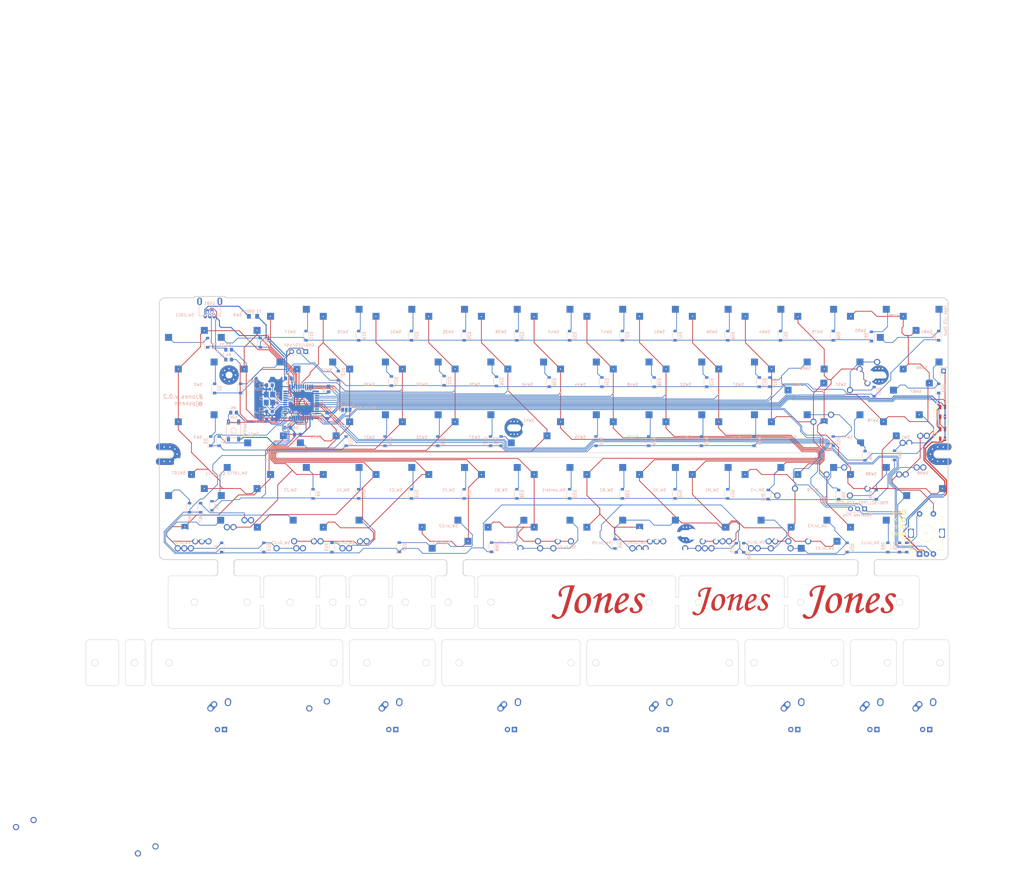
<source format=kicad_pcb>
(kicad_pcb (version 20171130) (host pcbnew "(5.1.6-0-10_14)")
  (layers (0 F.Cu signal) (31 B.Cu signal) (34 B.Paste user) (35 F.Paste user) (36 B.SilkS user) (37 F.SilkS user) (38 B.Mask user) (39 F.Mask user) (44 Edge.Cuts user))
  (net 0 "")
  (net 1 "Net-(D1-Pad2)")
  (net 2 "Net-(D2-Pad2)")
  (net 3 "Net-(D3-Pad2)")
  (net 4 "Net-(D4-Pad2)")
  (net 5 "Net-(D5-Pad2)")
  (net 6 "Net-(D6-Pad2)")
  (net 7 "Net-(D7-Pad2)")
  (net 8 "Net-(D8-Pad2)")
  (net 9 "Net-(D9-Pad2)")
  (net 10 "Net-(D10-Pad2)")
  (net 11 "Net-(D11-Pad2)")
  (net 12 "Net-(D12-Pad2)")
  (net 13 "Net-(D13-Pad2)")
  (net 14 "Net-(D14-Pad2)")
  (net 15 "Net-(D16-Pad2)")
  (net 16 "Net-(D17-Pad2)")
  (net 17 "Net-(D18-Pad2)")
  (net 18 "Net-(D19-Pad2)")
  (net 19 "Net-(D20-Pad2)")
  (net 20 "Net-(D21-Pad2)")
  (net 21 "Net-(D22-Pad2)")
  (net 22 "Net-(D23-Pad2)")
  (net 23 "Net-(D24-Pad2)")
  (net 24 "Net-(D25-Pad2)")
  (net 25 "Net-(D26-Pad2)")
  (net 26 "Net-(D27-Pad2)")
  (net 27 "Net-(D28-Pad2)")
  (net 28 "Net-(D29-Pad2)")
  (net 29 "Net-(D30-Pad2)")
  (net 30 "Net-(D31-Pad2)")
  (net 31 "Net-(D32-Pad2)")
  (net 32 "Net-(D33-Pad2)")
  (net 33 "Net-(D34-Pad2)")
  (net 34 "Net-(D35-Pad2)")
  (net 35 "Net-(D36-Pad2)")
  (net 36 "Net-(D37-Pad2)")
  (net 37 "Net-(D38-Pad2)")
  (net 38 "Net-(D39-Pad2)")
  (net 39 "Net-(D40-Pad2)")
  (net 40 "Net-(D41-Pad2)")
  (net 41 "Net-(D42-Pad2)")
  (net 42 "Net-(D43-Pad2)")
  (net 43 "Net-(D44-Pad2)")
  (net 44 "Net-(D45-Pad2)")
  (net 45 "Net-(D46-Pad2)")
  (net 46 "Net-(D47-Pad2)")
  (net 47 "Net-(D48-Pad2)")
  (net 48 "Net-(D49-Pad2)")
  (net 49 "Net-(D50-Pad2)")
  (net 50 "Net-(D51-Pad2)")
  (net 51 "Net-(D52-Pad2)")
  (net 52 "Net-(D53-Pad2)")
  (net 53 "Net-(D54-Pad2)")
  (net 54 "Net-(D55-Pad2)")
  (net 55 "Net-(D56-Pad2)")
  (net 56 "Net-(D57-Pad2)")
  (net 57 "Net-(D58-Pad2)")
  (net 58 "Net-(D59-Pad2)")
  (net 59 "Net-(D60-Pad2)")
  (net 60 "Net-(D61-Pad2)")
  (net 61 "Net-(D62-Pad2)")
  (net 62 "Net-(D63-Pad2)")
  (net 63 ROW0)
  (net 64 ROW1)
  (net 65 ROW2)
  (net 66 ROW3)
  (net 67 ROW4)
  (net 68 COL1)
  (net 69 +5V)
  (net 70 COL2)
  (net 71 COL3)
  (net 72 COL4)
  (net 73 COL5)
  (net 74 COL6)
  (net 75 COL7)
  (net 76 COL8)
  (net 77 COL9)
  (net 78 COL10)
  (net 79 COL11)
  (net 80 COL12)
  (net 81 COL13)
  (net 82 COL0)
  (net 83 GND)
  (net 84 VCC)
  (net 85 D-)
  (net 86 D+)
  (net 87 "Net-(D15-Pad2)")
  (net 88 RE_A)
  (net 89 RE_B)
  (net 90 "Net-(C2-Pad1)")
  (net 91 "Net-(C3-Pad1)")
  (net 92 "Net-(R5-Pad2)")
  (net 93 "Net-(R6-Pad2)")
  (net 94 "Net-(C6-Pad1)")
  (net 95 "Net-(LED1-Pad1)")
  (net 96 LED)
  (net 97 Reserve_PD5)
  (net 98 "Net-(D64-Pad2)")
  (net 99 RE_S2)
  (net 100 "Net-(D66-Pad2)")
  (net 101 "Net-(D67-Pad2)")
  (net 102 "Net-(D68-Pad2)")
  (net 103 "Net-(D69-Pad2)")
  (net 104 "Net-(D70-Pad2)")
  (net 105 Reserve_PD1-SDA)
  (net 106 Reserve_PD0-SCL)
  (net 107 LED_TAPE)
  (net 108 "Net-(J4-Pad1)")
  (net 109 "Net-(R3-Pad2)")
  (net 110 "Net-(R4-Pad2)")
  (module MX_Alps_Hybrid:MX-1U (layer F.Cu) (at 299.66679 173.46005)
    (fp_text reference REF**)
    (fp_text value 1U)
    (pad 2 thru_hole oval (at 2.5 -4.5 86.0548) (size 2.831378 2.25) (drill 1.47 (offset 0.290689 0)) (layers *.Cu B.Mask))
    (pad 2 thru_hole circle (at 2.54 -5.08) (size 2.25 2.25) (drill 1.47) (layers *.Cu B.Mask))
    (pad 1 thru_hole oval (at -3.81 -2.54 48.0996) (size 4.211556 2.25) (drill 1.47 (offset 0.980778 0)) (layers *.Cu B.Mask))
    (pad "" np_thru_hole circle (at 0 0) (size 3.9878 3.9878) (drill 3.9878) (layers *.Cu *.Mask))
    (pad 1 thru_hole circle (at -2.5 -4) (size 2.25 2.25) (drill 1.47) (layers *.Cu B.Mask))
    (pad 3 thru_hole circle (at -1.27 5.08) (size 1.905 1.905) (drill 1.04) (layers *.Cu B.Mask))
    (pad 4 thru_hole rect (at 1.27 5.08) (size 1.905 1.905) (drill 1.04) (layers *.Cu B.Mask))
    (pad "" np_thru_hole circle (at -5.08 0 48.0996) (size 1.75 1.75) (drill 1.75) (layers *.Cu *.Mask))
    (pad "" np_thru_hole circle (at 5.08 0 48.0996) (size 1.75 1.75) (drill 1.75) (layers *.Cu *.Mask))
  )
  (module MX_Alps_Hybrid:MX-1.75U (layer F.Cu) (at 106.78473 173.46005)
    (fp_text reference REF**)
    (fp_text value 1.75U)
    (pad "" np_thru_hole circle (at 5.08 0 48.0996) (size 1.75 1.75) (drill 1.75) (layers *.Cu *.Mask))
    (pad "" np_thru_hole circle (at -5.08 0 48.0996) (size 1.75 1.75) (drill 1.75) (layers *.Cu *.Mask))
    (pad 4 thru_hole rect (at 1.27 5.08) (size 1.905 1.905) (drill 1.04) (layers *.Cu B.Mask))
    (pad 3 thru_hole circle (at -1.27 5.08) (size 1.905 1.905) (drill 1.04) (layers *.Cu B.Mask))
    (pad 1 thru_hole circle (at -2.5 -4) (size 2.25 2.25) (drill 1.47) (layers *.Cu B.Mask))
    (pad "" np_thru_hole circle (at 0 0) (size 3.9878 3.9878) (drill 3.9878) (layers *.Cu *.Mask))
    (pad 1 thru_hole oval (at -3.81 -2.54 48.0996) (size 4.211556 2.25) (drill 1.47 (offset 0.980778 0)) (layers *.Cu B.Mask))
    (pad 2 thru_hole circle (at 2.54 -5.08) (size 2.25 2.25) (drill 1.47) (layers *.Cu B.Mask))
    (pad 2 thru_hole oval (at 2.5 -4.5 86.0548) (size 2.831378 2.25) (drill 1.47 (offset 0.290689 0)) (layers *.Cu B.Mask))
  )
  (module MX_Alps_Hybrid:MX-2.75U (layer F.Cu) (at 44.87197 173.46005)
    (fp_text reference REF**)
    (fp_text value 2.75U)
    (pad 2 thru_hole oval (at 2.5 -4.5 86.0548) (size 2.831378 2.25) (drill 1.47 (offset 0.290689 0)) (layers *.Cu B.Mask))
    (pad 2 thru_hole circle (at 2.54 -5.08) (size 2.25 2.25) (drill 1.47) (layers *.Cu B.Mask))
    (pad 1 thru_hole oval (at -3.81 -2.54 48.0996) (size 4.211556 2.25) (drill 1.47 (offset 0.980778 0)) (layers *.Cu B.Mask))
    (pad "" np_thru_hole circle (at 0 0) (size 3.9878 3.9878) (drill 3.9878) (layers *.Cu *.Mask))
    (pad 1 thru_hole circle (at -2.5 -4) (size 2.25 2.25) (drill 1.47) (layers *.Cu B.Mask))
    (pad 3 thru_hole circle (at -1.27 5.08) (size 1.905 1.905) (drill 1.04) (layers *.Cu B.Mask))
    (pad 4 thru_hole rect (at 1.27 5.08) (size 1.905 1.905) (drill 1.04) (layers *.Cu B.Mask))
    (pad "" np_thru_hole circle (at -5.08 0 48.0996) (size 1.75 1.75) (drill 1.75) (layers *.Cu *.Mask))
    (pad "" np_thru_hole circle (at 5.08 0 48.0996) (size 1.75 1.75) (drill 1.75) (layers *.Cu *.Mask))
    (pad "" np_thru_hole circle (at -11.938 -6.985) (size 3.048 3.048) (drill 3.048) (layers *.Cu *.Mask))
    (pad "" np_thru_hole circle (at 11.938 -6.985) (size 3.048 3.048) (drill 3.048) (layers *.Cu *.Mask))
    (pad "" np_thru_hole circle (at -11.938 8.255) (size 3.9878 3.9878) (drill 3.9878) (layers *.Cu *.Mask))
    (pad "" np_thru_hole circle (at 11.938 8.255) (size 3.9878 3.9878) (drill 3.9878) (layers *.Cu *.Mask))
  )
  (module MX_Alps_Hybrid:MX-2.75U (layer F.Cu) (at 149.64741 173.46005)
    (fp_text reference REF**)
    (fp_text value 2.75U)
    (pad "" np_thru_hole circle (at 11.938 8.255) (size 3.9878 3.9878) (drill 3.9878) (layers *.Cu *.Mask))
    (pad "" np_thru_hole circle (at -11.938 8.255) (size 3.9878 3.9878) (drill 3.9878) (layers *.Cu *.Mask))
    (pad "" np_thru_hole circle (at 11.938 -6.985) (size 3.048 3.048) (drill 3.048) (layers *.Cu *.Mask))
    (pad "" np_thru_hole circle (at -11.938 -6.985) (size 3.048 3.048) (drill 3.048) (layers *.Cu *.Mask))
    (pad "" np_thru_hole circle (at 5.08 0 48.0996) (size 1.75 1.75) (drill 1.75) (layers *.Cu *.Mask))
    (pad "" np_thru_hole circle (at -5.08 0 48.0996) (size 1.75 1.75) (drill 1.75) (layers *.Cu *.Mask))
    (pad 4 thru_hole rect (at 1.27 5.08) (size 1.905 1.905) (drill 1.04) (layers *.Cu B.Mask))
    (pad 3 thru_hole circle (at -1.27 5.08) (size 1.905 1.905) (drill 1.04) (layers *.Cu B.Mask))
    (pad 1 thru_hole circle (at -2.5 -4) (size 2.25 2.25) (drill 1.47) (layers *.Cu B.Mask))
    (pad "" np_thru_hole circle (at 0 0) (size 3.9878 3.9878) (drill 3.9878) (layers *.Cu *.Mask))
    (pad 1 thru_hole oval (at -3.81 -2.54 48.0996) (size 4.211556 2.25) (drill 1.47 (offset 0.980778 0)) (layers *.Cu B.Mask))
    (pad 2 thru_hole circle (at 2.54 -5.08) (size 2.25 2.25) (drill 1.47) (layers *.Cu B.Mask))
    (pad 2 thru_hole oval (at 2.5 -4.5 86.0548) (size 2.831378 2.25) (drill 1.47 (offset 0.290689 0)) (layers *.Cu B.Mask))
  )
  (module MX_Alps_Hybrid:MX-1U (layer F.Cu) (at 280.61671 173.46005)
    (fp_text reference REF**)
    (fp_text value 1U)
    (pad "" np_thru_hole circle (at 5.08 0 48.0996) (size 1.75 1.75) (drill 1.75) (layers *.Cu *.Mask))
    (pad "" np_thru_hole circle (at -5.08 0 48.0996) (size 1.75 1.75) (drill 1.75) (layers *.Cu *.Mask))
    (pad 4 thru_hole rect (at 1.27 5.08) (size 1.905 1.905) (drill 1.04) (layers *.Cu B.Mask))
    (pad 3 thru_hole circle (at -1.27 5.08) (size 1.905 1.905) (drill 1.04) (layers *.Cu B.Mask))
    (pad 1 thru_hole circle (at -2.5 -4) (size 2.25 2.25) (drill 1.47) (layers *.Cu B.Mask))
    (pad "" np_thru_hole circle (at 0 0) (size 3.9878 3.9878) (drill 3.9878) (layers *.Cu *.Mask))
    (pad 1 thru_hole oval (at -3.81 -2.54 48.0996) (size 4.211556 2.25) (drill 1.47 (offset 0.980778 0)) (layers *.Cu B.Mask))
    (pad 2 thru_hole circle (at 2.54 -5.08) (size 2.25 2.25) (drill 1.47) (layers *.Cu B.Mask))
    (pad 2 thru_hole oval (at 2.5 -4.5 86.0548) (size 2.831378 2.25) (drill 1.47 (offset 0.290689 0)) (layers *.Cu B.Mask))
  )
  (module MX_Alps_Hybrid:MX-2U (layer F.Cu) (at 252.04159 173.46005)
    (fp_text reference REF**)
    (fp_text value 2U)
    (pad "" np_thru_hole circle (at 11.938 8.255) (size 3.9878 3.9878) (drill 3.9878) (layers *.Cu *.Mask))
    (pad "" np_thru_hole circle (at -11.938 8.255) (size 3.9878 3.9878) (drill 3.9878) (layers *.Cu *.Mask))
    (pad "" np_thru_hole circle (at 11.938 -6.985) (size 3.048 3.048) (drill 3.048) (layers *.Cu *.Mask))
    (pad "" np_thru_hole circle (at -11.938 -6.985) (size 3.048 3.048) (drill 3.048) (layers *.Cu *.Mask))
    (pad "" np_thru_hole circle (at 5.08 0 48.0996) (size 1.75 1.75) (drill 1.75) (layers *.Cu *.Mask))
    (pad "" np_thru_hole circle (at -5.08 0 48.0996) (size 1.75 1.75) (drill 1.75) (layers *.Cu *.Mask))
    (pad 4 thru_hole rect (at 1.27 5.08) (size 1.905 1.905) (drill 1.04) (layers *.Cu B.Mask))
    (pad 3 thru_hole circle (at -1.27 5.08) (size 1.905 1.905) (drill 1.04) (layers *.Cu B.Mask))
    (pad 1 thru_hole circle (at -2.5 -4) (size 2.25 2.25) (drill 1.47) (layers *.Cu B.Mask))
    (pad "" np_thru_hole circle (at 0 0) (size 3.9878 3.9878) (drill 3.9878) (layers *.Cu *.Mask))
    (pad 1 thru_hole oval (at -3.81 -2.54 48.0996) (size 4.211556 2.25) (drill 1.47 (offset 0.980778 0)) (layers *.Cu B.Mask))
    (pad 2 thru_hole circle (at 2.54 -5.08) (size 2.25 2.25) (drill 1.47) (layers *.Cu B.Mask))
    (pad 2 thru_hole oval (at 2.5 -4.5 86.0548) (size 2.831378 2.25) (drill 1.47 (offset 0.290689 0)) (layers *.Cu B.Mask))
  )
  (module MX_Alps_Hybrid:MX-3U (layer F.Cu) (at 204.41639 173.46005)
    (fp_text reference REF**)
    (fp_text value 3U)
    (pad "" np_thru_hole circle (at 19.05 8.255) (size 3.9878 3.9878) (drill 3.9878) (layers *.Cu *.Mask))
    (pad "" np_thru_hole circle (at -19.05 8.255) (size 3.9878 3.9878) (drill 3.9878) (layers *.Cu *.Mask))
    (pad "" np_thru_hole circle (at 19.05 -6.985) (size 3.048 3.048) (drill 3.048) (layers *.Cu *.Mask))
    (pad "" np_thru_hole circle (at -19.05 -6.985) (size 3.048 3.048) (drill 3.048) (layers *.Cu *.Mask))
    (pad "" np_thru_hole circle (at 5.08 0 48.0996) (size 1.75 1.75) (drill 1.75) (layers *.Cu *.Mask))
    (pad "" np_thru_hole circle (at -5.08 0 48.0996) (size 1.75 1.75) (drill 1.75) (layers *.Cu *.Mask))
    (pad 4 thru_hole rect (at 1.27 5.08) (size 1.905 1.905) (drill 1.04) (layers *.Cu B.Mask))
    (pad 3 thru_hole circle (at -1.27 5.08) (size 1.905 1.905) (drill 1.04) (layers *.Cu B.Mask))
    (pad 1 thru_hole circle (at -2.5 -4) (size 2.25 2.25) (drill 1.47) (layers *.Cu B.Mask))
    (pad "" np_thru_hole circle (at 0 0) (size 3.9878 3.9878) (drill 3.9878) (layers *.Cu *.Mask))
    (pad 1 thru_hole oval (at -3.81 -2.54 48.0996) (size 4.211556 2.25) (drill 1.47 (offset 0.980778 0)) (layers *.Cu B.Mask))
    (pad 2 thru_hole circle (at 2.54 -5.08) (size 2.25 2.25) (drill 1.47) (layers *.Cu B.Mask))
    (pad 2 thru_hole oval (at 2.5 -4.5 86.0548) (size 2.831378 2.25) (drill 1.47 (offset 0.290689 0)) (layers *.Cu B.Mask))
  )
  (module MX_Alps_Hybrid:MXOnly-1U-NoLED (layer F.Cu) (at 18.67811 225.84777)
    (fp_text reference REF**)
    (fp_text value 1U)
    (pad 2 thru_hole circle (at 2.54 -5.08) (size 2.25 2.25) (drill 1.47) (layers *.Cu B.Mask))
    (pad "" np_thru_hole circle (at 0 0) (size 3.9878 3.9878) (drill 3.9878) (layers *.Cu *.Mask))
    (pad 1 thru_hole circle (at -3.81 -2.54) (size 2.25 2.25) (drill 1.47) (layers *.Cu B.Mask))
    (pad "" np_thru_hole circle (at -5.08 0 48.0996) (size 1.75 1.75) (drill 1.75) (layers *.Cu *.Mask))
    (pad "" np_thru_hole circle (at 5.08 0 48.0996) (size 1.75 1.75) (drill 1.75) (layers *.Cu *.Mask))
  )
  (module MX_Alps_Hybrid:MXOnly-1U-NoLED (layer F.Cu) (at -25.3752 216.32273)
    (fp_text reference REF**)
    (fp_text value 1U)
    (pad 2 thru_hole circle (at 2.54 -5.08) (size 2.25 2.25) (drill 1.47) (layers *.Cu B.Mask))
    (pad "" np_thru_hole circle (at 0 0) (size 3.9878 3.9878) (drill 3.9878) (layers *.Cu *.Mask))
    (pad 1 thru_hole circle (at -3.81 -2.54) (size 2.25 2.25) (drill 1.47) (layers *.Cu B.Mask))
    (pad "" np_thru_hole circle (at -5.08 0 48.0996) (size 1.75 1.75) (drill 1.75) (layers *.Cu *.Mask))
    (pad "" np_thru_hole circle (at 5.08 0 48.0996) (size 1.75 1.75) (drill 1.75) (layers *.Cu *.Mask))
  )
  (module MX_Alps_Hybrid:MXOnly-1U-NoLED (layer F.Cu) (at 80.59087 173.46005)
    (fp_text reference REF**)
    (fp_text value 1U)
    (pad "" np_thru_hole circle (at 5.08 0 48.0996) (size 1.75 1.75) (drill 1.75) (layers *.Cu *.Mask))
    (pad "" np_thru_hole circle (at -5.08 0 48.0996) (size 1.75 1.75) (drill 1.75) (layers *.Cu *.Mask))
    (pad 1 thru_hole circle (at -3.81 -2.54) (size 2.25 2.25) (drill 1.47) (layers *.Cu B.Mask))
    (pad "" np_thru_hole circle (at 0 0) (size 3.9878 3.9878) (drill 3.9878) (layers *.Cu *.Mask))
    (pad 2 thru_hole circle (at 2.54 -5.08) (size 2.25 2.25) (drill 1.47) (layers *.Cu B.Mask))
  )
  (module MX_Alps_Hybrid:MXOnly-2U-Hotswap-ReversedStabilizers (layer F.Cu) (at 203.22576 107.97536)
    (fp_text reference SW_Gr.H1)
    (fp_text value SW_Push)
    (fp_text user %R (at -8.12576 3.048) (layer B.SilkS) (effects (justify mirror)))
    (pad "" np_thru_hole circle (at -11.938 -8.255) (size 3.9878 3.9878) (drill 3.9878) (layers *.Cu *.Mask))
    (pad "" np_thru_hole circle (at 11.938 -8.255) (size 3.9878 3.9878) (drill 3.9878) (layers *.Cu *.Mask))
    (pad "" np_thru_hole circle (at -11.938 6.985) (size 3.048 3.048) (drill 3.048) (layers *.Cu *.Mask))
    (pad "" np_thru_hole circle (at 11.938 6.985) (size 3.048 3.048) (drill 3.048) (layers *.Cu *.Mask))
    (pad 2 smd rect (at 5.842 -5.08) (size 2.55 2.5) (layers B.Cu B.Paste B.Mask) (net 103 "Net-(D69-Pad2)"))
    (pad 1 smd rect (at -7.085 -2.54) (size 2.55 2.5) (layers B.Cu B.Paste B.Mask) (net 75 COL7))
    (pad "" np_thru_hole circle (at 5.08 0 48.0996) (size 1.75 1.75) (drill 1.75) (layers *.Cu *.Mask))
    (pad "" np_thru_hole circle (at -5.08 0 48.0996) (size 1.75 1.75) (drill 1.75) (layers *.Cu *.Mask))
    (pad "" np_thru_hole circle (at -3.81 -2.54) (size 3 3) (drill 3) (layers *.Cu *.Mask))
    (pad "" np_thru_hole circle (at 0 0) (size 3.9878 3.9878) (drill 3.9878) (layers *.Cu *.Mask))
    (pad "" np_thru_hole circle (at 2.54 -5.08) (size 3 3) (drill 3) (layers *.Cu *.Mask))
  )
  (module locallib:60_Outline-Modded_コピー (layer F.Cu) (at 165.1 69.85)
    (fp_text reference REF** hide)
    (fp_text value 60_Outline hide)
    (fp_line (start -140.5 -47.3) (end -130.3 -47.3) (layer Edge.Cuts) (width 0.3))
    (fp_line (start -129.8 -47.8) (end -118.8 -47.8) (layer Edge.Cuts) (width 0.3))
    (fp_line (start 138.7 11.85095) (end 142.55 11.85095) (layer B.Cu) (width 2.5019))
    (fp_line (start 138.7 6.54905) (end 142.5 6.54905) (layer F.Cu) (width 2.5019))
    (fp_line (start 138.7 6.54905) (end 142.5 6.54905) (layer B.Cu) (width 2.5019))
    (fp_line (start 138.7 11.85095) (end 142.55 11.85095) (layer F.Cu) (width 2.5019))
    (fp_line (start -142.5 11.85095) (end -138.7 11.85095) (layer F.Cu) (width 2.5019))
    (fp_line (start -142.5 11.85095) (end -138.7 11.85095) (layer B.Cu) (width 2.5019))
    (fp_line (start -142.5 6.54905) (end -138.7 6.54905) (layer B.Cu) (width 2.5019))
    (fp_line (start -142.5 6.54905) (end -138.7 6.54905) (layer F.Cu) (width 2.5019))
    (fp_line (start 138.7 7.8) (end 142.5 7.8) (layer Edge.Cuts) (width 0.3))
    (fp_line (start 138.7 10.6) (end 142.5 10.6) (layer Edge.Cuts) (width 0.3))
    (fp_line (start 142.5 7.8) (end 142.5 -45.3) (layer Edge.Cuts) (width 0.3))
    (fp_line (start 142.5 10.6) (end 142.5 45.3) (layer Edge.Cuts) (width 0.3))
    (fp_line (start -142.5 7.8) (end -142.5 -45.3) (layer Edge.Cuts) (width 0.3))
    (fp_line (start -138.7 7.8) (end -142.5 7.8) (layer Edge.Cuts) (width 0.3))
    (fp_line (start -142.5 10.6) (end -138.7 10.6) (layer Edge.Cuts) (width 0.3))
    (fp_line (start -142.5 45.3) (end -142.5 10.6) (layer Edge.Cuts) (width 0.3))
    (fp_line (start 140.5 -47.3) (end -118.3 -47.3) (layer Edge.Cuts) (width 0.3))
    (fp_arc (start -118.3 -47.8) (end -118.3 -47.3) (angle 90) (layer Edge.Cuts) (width 0.3))
    (fp_arc (start -130.3 -47.8) (end -129.8 -47.8) (angle 90) (layer Edge.Cuts) (width 0.3))
    (fp_arc (start 138.7 9.2) (end 136.04905 9.2) (angle -90) (layer F.Cu) (width 2.5019))
    (fp_arc (start 138.7 9.2) (end 138.7 6.54905) (angle -90) (layer F.Cu) (width 2.5019))
    (fp_arc (start 138.7 9.2) (end 136.04905 9.2) (angle -90) (layer B.Cu) (width 2.5019))
    (fp_arc (start 138.7 9.2) (end 138.7 6.54905) (angle -90) (layer B.Cu) (width 2.5019))
    (fp_arc (start -138.7 9.2) (end -138.7 6.54905) (angle 90) (layer B.Cu) (width 2.5019))
    (fp_arc (start -138.7 9.2) (end -136.04905 9.2) (angle 90) (layer B.Cu) (width 2.5019))
    (fp_arc (start -138.7 9.2) (end -138.7 6.54905) (angle 90) (layer F.Cu) (width 2.5019))
    (fp_arc (start -138.7 9.2) (end -136.04905 9.2) (angle 90) (layer F.Cu) (width 2.5019))
    (fp_arc (start -138.7 9.2) (end -137.3 9.2) (angle 90) (layer Edge.Cuts) (width 0.3))
    (fp_arc (start 138.7 9.2) (end 137.3 9.2) (angle -90) (layer Edge.Cuts) (width 0.3))
    (fp_arc (start 138.7 9.2) (end 138.7 7.8) (angle -90) (layer Edge.Cuts) (width 0.3))
    (fp_arc (start -138.7 9.2) (end -138.7 7.8) (angle 90) (layer Edge.Cuts) (width 0.3))
    (fp_arc (start 140.5 -45.3) (end 140.5 -47.3) (angle 90) (layer Edge.Cuts) (width 0.3))
    (fp_arc (start 140.5 45.3) (end 142.5 45.3) (angle 90) (layer Edge.Cuts) (width 0.3))
    (fp_arc (start -140.5 45.3) (end -140.5 47.3) (angle 90) (layer Edge.Cuts) (width 0.3))
    (fp_arc (start -140.5 -45.3) (end -142.5 -45.3) (angle 90) (layer Edge.Cuts) (width 0.3))
    (pad 1 thru_hole circle (at -117.3 -19.4) (size 7.0013 7.0013) (drill 2.4994) (layers *.Cu *.Mask))
    (pad 1 thru_hole circle (at -14.3 -0.3) (size 7.00024 7.00024) (drill oval 5.00126 2.49936) (layers *.Cu *.Mask))
    (pad 1 thru_hole circle (at 48 37.9) (size 7.00024 7.00024) (drill oval 5.00126 2.49936) (layers *.Cu *.Mask))
    (pad 1 thru_hole circle (at 117.55 -19.4) (size 7.00024 7.00024) (drill oval 5.00126 2.49936) (layers *.Cu *.Mask))
    (pad 1 thru_hole circle (at -117.3 -21.7) (size 1 1) (drill 0.5) (layers *.Cu *.Mask))
    (pad 1 thru_hole circle (at -119.6 -19.4) (size 1 1) (drill 0.5) (layers *.Cu *.Mask))
    (pad 1 thru_hole circle (at -115 -19.4) (size 1 1) (drill 0.5) (layers *.Cu *.Mask))
    (pad 1 thru_hole circle (at -117.3 -17.1) (size 1 1) (drill 0.5) (layers *.Cu *.Mask))
    (pad 1 thru_hole circle (at -118.926346 -21.026346) (size 1 1) (drill 0.5) (layers *.Cu *.Mask))
    (pad 1 thru_hole circle (at -115.673654 -21.026346) (size 1 1) (drill 0.5) (layers *.Cu *.Mask))
    (pad 1 thru_hole circle (at -118.926346 -17.773654) (size 1 1) (drill 0.5) (layers *.Cu *.Mask))
    (pad 1 thru_hole circle (at -115.673654 -17.773654) (size 1 1) (drill 0.5) (layers *.Cu *.Mask))
    (pad 1 thru_hole circle (at 117.55 -21.7) (size 1 1) (drill 0.5) (layers *.Cu *.Mask))
    (pad 1 thru_hole circle (at 117.55 -17.1) (size 1 1) (drill 0.5) (layers *.Cu *.Mask))
    (pad 1 thru_hole circle (at 118.75 -17.1) (size 1 1) (drill 0.5) (layers *.Cu *.Mask))
    (pad 1 thru_hole circle (at 116.35 -17.1) (size 1 1) (drill 0.5) (layers *.Cu *.Mask))
    (pad 1 thru_hole circle (at 116.35 -21.7) (size 1 1) (drill 0.5) (layers *.Cu *.Mask))
    (pad 1 thru_hole circle (at 118.75 -21.717) (size 1 1) (drill 0.5) (layers *.Cu *.Mask))
    (pad 1 thru_hole circle (at 48 35.6) (size 1 1) (drill 0.5) (layers *.Cu *.Mask))
    (pad 1 thru_hole circle (at 48 40.2) (size 1 1) (drill 0.5) (layers *.Cu *.Mask))
    (pad 1 thru_hole circle (at 49.2 35.6) (size 1 1) (drill 0.5) (layers *.Cu *.Mask))
    (pad 1 thru_hole circle (at 46.8 35.6) (size 1 1) (drill 0.5) (layers *.Cu *.Mask))
    (pad 1 thru_hole circle (at 46.8 40.2) (size 1 1) (drill 0.5) (layers *.Cu *.Mask))
    (pad 1 thru_hole circle (at 49.2 40.2) (size 1 1) (drill 0.5) (layers *.Cu *.Mask))
    (pad 1 thru_hole circle (at -14.3 -2.6) (size 1 1) (drill 0.5) (layers *.Cu *.Mask))
    (pad 1 thru_hole circle (at -13.1 -2.6) (size 1 1) (drill 0.5) (layers *.Cu *.Mask))
    (pad 1 thru_hole circle (at -15.5 -2.6) (size 1 1) (drill 0.5) (layers *.Cu *.Mask))
    (pad 1 thru_hole circle (at -14.3 2) (size 1 1) (drill 0.5) (layers *.Cu *.Mask))
    (pad 1 thru_hole circle (at -15.5 2) (size 1 1) (drill 0.5) (layers *.Cu *.Mask))
    (pad 1 thru_hole circle (at -13.1 2) (size 1 1) (drill 0.5) (layers *.Cu *.Mask))
    (pad 1 thru_hole circle (at -136.1 9.2) (size 1 1) (drill 0.5) (layers *.Cu *.Mask))
    (pad 1 thru_hole circle (at -138.7 6.6) (size 1 1) (drill 0.5) (layers *.Cu *.Mask))
    (pad 1 thru_hole circle (at -138.7 11.8) (size 1 1) (drill 0.5) (layers *.Cu *.Mask))
    (pad 1 thru_hole circle (at -136.861522 7.361522) (size 1 1) (drill 0.5) (layers *.Cu *.Mask))
    (pad 1 thru_hole circle (at -136.861522 11.038478) (size 1 1) (drill 0.5) (layers *.Cu *.Mask))
    (pad 1 thru_hole circle (at -140.742035 6.6) (size 1 1) (drill 0.5) (layers *.Cu *.Mask))
    (pad 1 thru_hole circle (at -140.742035 11.8) (size 1 1) (drill 0.5) (layers *.Cu *.Mask))
    (pad 1 thru_hole circle (at 136.1 9.2) (size 1 1) (drill 0.5) (layers *.Cu *.Mask))
    (pad 1 thru_hole circle (at 136.861522 7.361522) (size 1 1) (drill 0.5) (layers *.Cu *.Mask))
    (pad 1 thru_hole circle (at 138.7 6.6) (size 1 1) (drill 0.5) (layers *.Cu *.Mask))
    (pad 1 thru_hole circle (at 140.742035 6.6) (size 1 1) (drill 0.5) (layers *.Cu *.Mask))
    (pad 1 thru_hole circle (at 140.742035 11.8) (size 1 1) (drill 0.5) (layers *.Cu *.Mask))
    (pad 1 thru_hole circle (at 138.7 11.8) (size 1 1) (drill 0.5) (layers *.Cu *.Mask))
    (pad 1 thru_hole circle (at 136.861522 11.038478) (size 1 1) (drill 0.5) (layers *.Cu *.Mask))
  )
  (module MX_Alps_Hybrid:MXOnly-1.5U-NoLED (layer F.Cu) (at 222.27584 107.97536 180)
    (fp_text reference SW_Gr.I4)
    (fp_text value SW_Push)
    (pad "" np_thru_hole circle (at 5.08 0 228.0996) (size 1.75 1.75) (drill 1.75) (layers *.Cu *.Mask))
    (pad "" np_thru_hole circle (at -5.08 0 228.0996) (size 1.75 1.75) (drill 1.75) (layers *.Cu *.Mask))
    (pad 1 thru_hole circle (at -3.81 -2.54 180) (size 2.25 2.25) (drill 1.47) (layers *.Cu B.Mask) (net 76 COL8))
    (pad "" np_thru_hole circle (at 0 0 180) (size 3.9878 3.9878) (drill 3.9878) (layers *.Cu *.Mask))
    (pad 2 thru_hole circle (at 2.54 -5.08 180) (size 2.25 2.25) (drill 1.47) (layers *.Cu B.Mask) (net 44 "Net-(D45-Pad2)"))
  )
  (module SMK_Jones_logo:Jones_logo_33.9x12.3_silk (layer F.Cu) (at 181.254 132.486)
    (fp_text reference G*** hide)
    (fp_text value LOGO hide)
    (fp_poly (pts (xy 15.854614 -3.167061) (xy 16.241964 -3.041929) (xy 16.550848 -2.843086) (xy 16.767627 -2.57566) (xy 16.825175 -2.451479) (xy 16.860482 -2.201181) (xy 16.788043 -1.971484) (xy 16.627033 -1.787546) (xy 16.396625 -1.674526) (xy 16.215122 -1.651) (xy 16.088186 -1.681348) (xy 15.935757 -1.782472) (xy 15.73613 -1.96949) (xy 15.690935 -2.016126) (xy 15.501221 -2.20676) (xy 15.323289 -2.373171) (xy 15.191898 -2.48303) (xy 15.179341 -2.491957) (xy 14.937228 -2.590954) (xy 14.687233 -2.581356) (xy 14.450728 -2.47815) (xy 14.249087 -2.296326) (xy 14.10368 -2.050873) (xy 14.035879 -1.75678) (xy 14.0335 -1.688337) (xy 14.056893 -1.484837) (xy 14.133382 -1.265999) (xy 14.272428 -1.015613) (xy 14.483494 -0.71747) (xy 14.776042 -0.355361) (xy 14.889339 -0.22225) (xy 15.126235 0.065262) (xy 15.349695 0.357723) (xy 15.537158 0.624199) (xy 15.666068 0.833753) (xy 15.682473 0.865374) (xy 15.862576 1.352921) (xy 15.923093 1.830478) (xy 15.871434 2.287506) (xy 15.715013 2.713466) (xy 15.46124 3.097819) (xy 15.117528 3.430026) (xy 14.691289 3.699548) (xy 14.189935 3.895845) (xy 13.620878 4.008379) (xy 13.462 4.022669) (xy 13.212012 4.035028) (xy 12.9989 4.037108) (xy 12.865517 4.028582) (xy 12.85875 4.027253) (xy 12.723977 3.998671) (xy 12.522227 3.957076) (xy 12.403064 3.93287) (xy 12.009044 3.797294) (xy 11.689705 3.573095) (xy 11.45817 3.275371) (xy 11.327561 2.919219) (xy 11.303 2.667295) (xy 11.340626 2.352375) (xy 11.458033 2.129978) (xy 11.662014 1.988696) (xy 11.719954 1.967112) (xy 11.989242 1.929186) (xy 12.230778 2.010344) (xy 12.366625 2.113867) (xy 12.456148 2.22534) (xy 12.499181 2.375174) (xy 12.5095 2.585972) (xy 12.540354 2.91753) (xy 12.640651 3.156588) (xy 12.821992 3.323712) (xy 12.965602 3.394483) (xy 13.315088 3.471558) (xy 13.677976 3.444196) (xy 14.027575 3.325295) (xy 14.337191 3.127759) (xy 14.580134 2.864488) (xy 14.72971 2.548383) (xy 14.731775 2.540833) (xy 14.76803 2.355867) (xy 14.766937 2.178536) (xy 14.72051 1.992875) (xy 14.620764 1.782915) (xy 14.459716 1.532689) (xy 14.229378 1.226228) (xy 13.921767 0.847565) (xy 13.829986 0.737514) (xy 13.54271 0.376535) (xy 13.332402 0.065266) (xy 13.17971 -0.229362) (xy 13.065285 -0.540415) (xy 13.04761 -0.599491) (xy 12.964211 -1.094614) (xy 13.004825 -1.568668) (xy 13.167108 -2.0133) (xy 13.44871 -2.420157) (xy 13.60406 -2.579693) (xy 13.925089 -2.836957) (xy 14.268008 -3.015719) (xy 14.673664 -3.134776) (xy 14.899066 -3.17568) (xy 15.402436 -3.213353) (xy 15.854614 -3.167061)) (layer F.Cu) (width 0.01))
    (fp_poly (pts (xy 10.189699 -3.18101) (xy 10.530452 -3.050869) (xy 10.784579 -2.842213) (xy 10.951445 -2.569982) (xy 11.030417 -2.24912) (xy 11.020861 -1.894565) (xy 10.922144 -1.521261) (xy 10.733633 -1.144148) (xy 10.454693 -0.778167) (xy 10.298284 -0.619951) (xy 10.059376 -0.411538) (xy 9.796593 -0.21528) (xy 9.489874 -0.018963) (xy 9.11916 0.189623) (xy 8.664388 0.422689) (xy 8.273298 0.612674) (xy 7.903301 0.789521) (xy 7.631658 0.927628) (xy 7.443785 1.046336) (xy 7.325096 1.164989) (xy 7.261008 1.302929) (xy 7.236935 1.479499) (xy 7.238292 1.714041) (xy 7.248483 1.971791) (xy 7.261211 2.24754) (xy 7.280217 2.428826) (xy 7.315268 2.548137) (xy 7.37613 2.637959) (xy 7.472567 2.730783) (xy 7.478126 2.735753) (xy 7.691779 2.877158) (xy 7.872782 2.921) (xy 8.175887 2.873785) (xy 8.550484 2.735856) (xy 8.985252 2.512789) (xy 9.468873 2.210158) (xy 9.818446 1.962813) (xy 10.001332 1.835298) (xy 10.149449 1.745706) (xy 10.226484 1.7145) (xy 10.317553 1.761776) (xy 10.428033 1.871437) (xy 10.514981 1.995233) (xy 10.538887 2.065498) (xy 10.491983 2.14349) (xy 10.360447 2.28071) (xy 10.162238 2.461525) (xy 9.915314 2.670302) (xy 9.637634 2.891408) (xy 9.347155 3.109208) (xy 9.305151 3.139507) (xy 8.742323 3.506584) (xy 8.216714 3.770302) (xy 7.707955 3.940489) (xy 7.58825 3.968056) (xy 7.300138 4.024302) (xy 7.09199 4.049825) (xy 6.920999 4.046402) (xy 6.744356 4.015809) (xy 6.697921 4.004995) (xy 6.378704 3.869703) (xy 6.131686 3.633621) (xy 5.956458 3.2957) (xy 5.852613 2.854894) (xy 5.819742 2.310153) (xy 5.843338 1.80975) (xy 5.911051 1.262614) (xy 6.023809 0.746458) (xy 6.140466 0.38623) (xy 7.4295 0.38623) (xy 7.479219 0.400044) (xy 7.620153 0.346746) (xy 7.839962 0.232751) (xy 8.12631 0.064473) (xy 8.466859 -0.151674) (xy 8.47725 -0.15848) (xy 8.945031 -0.49746) (xy 9.315495 -0.834829) (xy 9.581894 -1.162586) (xy 9.737477 -1.472724) (xy 9.777605 -1.700665) (xy 9.72954 -1.960994) (xy 9.599154 -2.201348) (xy 9.414487 -2.371949) (xy 9.392692 -2.383995) (xy 9.141698 -2.446493) (xy 8.870222 -2.39799) (xy 8.597097 -2.248245) (xy 8.341155 -2.007021) (xy 8.153866 -1.74194) (xy 8.02489 -1.490952) (xy 7.887136 -1.171684) (xy 7.750971 -0.814592) (xy 7.626761 -0.450129) (xy 7.52487 -0.10875) (xy 7.455665 0.17909) (xy 7.429512 0.382937) (xy 7.4295 0.38623) (xy 6.140466 0.38623) (xy 6.192237 0.226368) (xy 6.426958 -0.332567) (xy 6.612491 -0.718039) (xy 6.953809 -1.320436) (xy 7.340284 -1.861925) (xy 7.757041 -2.325766) (xy 8.189203 -2.69522) (xy 8.582675 -2.934972) (xy 9.007675 -3.09733) (xy 9.459263 -3.193562) (xy 9.893704 -3.216973) (xy 10.189699 -3.18101)) (layer F.Cu) (width 0.01))
    (fp_poly (pts (xy 1.113664 -3.16627) (xy 1.166158 -3.121392) (xy 1.214097 -3.062276) (xy 1.241186 -2.997524) (xy 1.246077 -2.903459) (xy 1.227423 -2.756405) (xy 1.183877 -2.532685) (xy 1.114273 -2.209453) (xy 1.046156 -1.900229) (xy 0.984965 -1.628025) (xy 0.937208 -1.421424) (xy 0.909392 -1.309009) (xy 0.908668 -1.306463) (xy 0.934434 -1.289741) (xy 1.038657 -1.354317) (xy 1.209663 -1.492019) (xy 1.347892 -1.613962) (xy 1.812505 -2.01191) (xy 2.282216 -2.372) (xy 2.739395 -2.683104) (xy 3.166415 -2.934097) (xy 3.545648 -3.113851) (xy 3.859465 -3.211239) (xy 3.885876 -3.215907) (xy 4.177189 -3.208331) (xy 4.4349 -3.10017) (xy 4.626511 -2.908002) (xy 4.676934 -2.812368) (xy 4.721463 -2.679749) (xy 4.745415 -2.531279) (xy 4.74636 -2.353266) (xy 4.721867 -2.132017) (xy 4.669505 -1.853839) (xy 4.586843 -1.50504) (xy 4.471452 -1.071927) (xy 4.3209 -0.540807) (xy 4.200233 -0.127) (xy 4.013914 0.510662) (xy 3.861993 1.039611) (xy 3.74142 1.472487) (xy 3.649147 1.82193) (xy 3.582123 2.100582) (xy 3.5373 2.321081) (xy 3.511629 2.49607) (xy 3.502059 2.638187) (xy 3.505117 2.754438) (xy 3.536317 2.931871) (xy 3.605132 3.023053) (xy 3.722639 3.026569) (xy 3.899914 2.941004) (xy 4.148032 2.764941) (xy 4.287432 2.654448) (xy 4.583798 2.413939) (xy 4.796687 2.242712) (xy 4.942411 2.131488) (xy 5.037279 2.07099) (xy 5.097602 2.051939) (xy 5.13969 2.065056) (xy 5.179855 2.101064) (xy 5.209782 2.129768) (xy 5.303601 2.239394) (xy 5.334 2.313551) (xy 5.291135 2.387466) (xy 5.176705 2.523561) (xy 5.011954 2.697321) (xy 4.937125 2.771489) (xy 4.420786 3.240723) (xy 3.944188 3.604921) (xy 3.510838 3.862272) (xy 3.124241 4.010965) (xy 2.787904 4.049189) (xy 2.559199 3.999751) (xy 2.38419 3.861579) (xy 2.267359 3.613619) (xy 2.210132 3.259696) (xy 2.204288 3.048) (xy 2.229764 2.698923) (xy 2.30256 2.251977) (xy 2.423647 1.70288) (xy 2.593992 1.047354) (xy 2.814567 0.281119) (xy 2.880819 0.061406) (xy 3.041557 -0.484102) (xy 3.171356 -0.959929) (xy 3.267754 -1.355406) (xy 3.328287 -1.659864) (xy 3.350493 -1.862633) (xy 3.342271 -1.937443) (xy 3.249794 -2.021403) (xy 3.07944 -2.029444) (xy 2.848202 -1.970082) (xy 2.573072 -1.851828) (xy 2.271044 -1.683198) (xy 1.959109 -1.472703) (xy 1.654261 -1.228859) (xy 1.373492 -0.960177) (xy 1.357325 -0.942963) (xy 1.189658 -0.756272) (xy 1.046008 -0.575646) (xy 0.920745 -0.386381) (xy 0.808239 -0.173772) (xy 0.70286 0.076887) (xy 0.598977 0.3803) (xy 0.490962 0.751173) (xy 0.373182 1.204209) (xy 0.240009 1.754115) (xy 0.107668 2.320948) (xy -0.229211 3.77825) (xy -0.876606 3.796346) (xy -1.14586 3.799188) (xy -1.360338 3.792537) (xy -1.493455 3.77776) (xy -1.524 3.763044) (xy -1.508945 3.686892) (xy -1.467361 3.509851) (xy -1.40462 3.25396) (xy -1.326094 2.941259) (xy -1.271946 2.728948) (xy -1.156857 2.273685) (xy -1.034304 1.777297) (xy -0.907911 1.255539) (xy -0.781301 0.724171) (xy -0.658097 0.198949) (xy -0.541924 -0.304368) (xy -0.436405 -0.770024) (xy -0.345163 -1.18226) (xy -0.271822 -1.525319) (xy -0.220004 -1.783443) (xy -0.193335 -1.940875) (xy -0.1905 -1.973986) (xy -0.207651 -2.114707) (xy -0.243839 -2.18447) (xy -0.349164 -2.177577) (xy -0.535961 -2.081672) (xy -0.798679 -1.900243) (xy -1.131766 -1.636777) (xy -1.181082 -1.595732) (xy -1.664577 -1.191213) (xy -1.982159 -1.508795) (xy -1.705455 -1.762501) (xy -1.31753 -2.110677) (xy -0.993341 -2.382826) (xy -0.710151 -2.595934) (xy -0.445222 -2.766987) (xy -0.175817 -2.91297) (xy -0.145111 -2.92814) (xy 0.273415 -3.107886) (xy 0.629128 -3.208434) (xy 0.912416 -3.228367) (xy 1.113664 -3.16627)) (layer F.Cu) (width 0.01))
    (fp_poly (pts (xy -4.135333 -3.141113) (xy -3.703594 -2.989027) (xy -3.338997 -2.729262) (xy -3.040254 -2.360997) (xy -2.883971 -2.070061) (xy -2.757454 -1.687498) (xy -2.679933 -1.220626) (xy -2.652096 -0.702589) (xy -2.674627 -0.166531) (xy -2.748216 0.354404) (xy -2.826976 0.680364) (xy -3.050224 1.268055) (xy -3.367962 1.847955) (xy -3.762177 2.39961) (xy -4.214854 2.902565) (xy -4.707979 3.336364) (xy -5.223537 3.680554) (xy -5.644242 3.879246) (xy -6.017063 3.982893) (xy -6.43671 4.038666) (xy -6.857649 4.044693) (xy -7.234344 3.999103) (xy -7.405447 3.951609) (xy -7.828118 3.739902) (xy -8.167604 3.435485) (xy -8.428476 3.033573) (xy -8.543219 2.760513) (xy -8.610283 2.472729) (xy -8.646641 2.096983) (xy -8.652791 1.66842) (xy -8.629231 1.222186) (xy -8.615577 1.11125) (xy -7.200007 1.11125) (xy -7.182729 1.705204) (xy -7.116549 2.193066) (xy -6.997098 2.587677) (xy -6.820005 2.901882) (xy -6.580898 3.148524) (xy -6.481974 3.221113) (xy -6.271326 3.329661) (xy -6.060507 3.355202) (xy -5.81366 3.297443) (xy -5.614587 3.214013) (xy -5.274834 2.989655) (xy -4.963027 2.65159) (xy -4.685857 2.211321) (xy -4.450016 1.68035) (xy -4.262197 1.07018) (xy -4.195515 0.774749) (xy -4.15663 0.482107) (xy -4.135559 0.10685) (xy -4.131988 -0.307939) (xy -4.145599 -0.719178) (xy -4.176079 -1.083781) (xy -4.210749 -1.305185) (xy -4.337605 -1.723873) (xy -4.520194 -2.064199) (xy -4.747289 -2.315392) (xy -5.007661 -2.466679) (xy -5.290082 -2.507289) (xy -5.437707 -2.482269) (xy -5.816753 -2.312372) (xy -6.169919 -2.020676) (xy -6.49421 -1.610304) (xy -6.786636 -1.084377) (xy -6.795545 -1.065439) (xy -6.974035 -0.612195) (xy -7.097486 -0.121886) (xy -7.171004 0.432957) (xy -7.199691 1.079807) (xy -7.200007 1.11125) (xy -8.615577 1.11125) (xy -8.576457 0.793427) (xy -8.510888 0.47625) (xy -8.270878 -0.241049) (xy -7.932973 -0.935651) (xy -7.51493 -1.57704) (xy -7.034506 -2.134701) (xy -6.936136 -2.230085) (xy -6.446134 -2.632445) (xy -5.947756 -2.918318) (xy -5.417798 -3.097348) (xy -4.833057 -3.179179) (xy -4.6355 -3.186341) (xy -4.135333 -3.141113)) (layer F.Cu) (width 0.01))
    (fp_poly (pts (xy -8.862231 -6.035022) (xy -8.650095 -6.030647) (xy -8.528732 -6.021475) (xy -8.509 -6.01397) (xy -8.531495 -5.951337) (xy -8.592375 -5.796215) (xy -8.681731 -5.573573) (xy -8.766071 -5.366052) (xy -8.913992 -4.978791) (xy -9.090637 -4.471533) (xy -9.294926 -3.847738) (xy -9.525779 -3.11086) (xy -9.782115 -2.264359) (xy -10.062855 -1.311691) (xy -10.366919 -0.256313) (xy -10.412798 -0.09525) (xy -10.617699 0.622112) (xy -10.793435 1.229813) (xy -10.944199 1.740732) (xy -11.074186 2.167747) (xy -11.18759 2.523737) (xy -11.288606 2.821583) (xy -11.381428 3.074161) (xy -11.47025 3.294352) (xy -11.559266 3.495035) (xy -11.630865 3.644952) (xy -12.026289 4.337734) (xy -12.477257 4.918168) (xy -12.982756 5.385315) (xy -13.541776 5.738238) (xy -14.141494 5.972644) (xy -14.520492 6.050724) (xy -14.936695 6.087172) (xy -15.342903 6.080993) (xy -15.691915 6.031193) (xy -15.77975 6.007174) (xy -16.186063 5.836667) (xy -16.511804 5.613319) (xy -16.741815 5.350466) (xy -16.860935 5.061445) (xy -16.862172 5.055008) (xy -16.859533 4.800972) (xy -16.768118 4.579131) (xy -16.609999 4.414628) (xy -16.407246 4.332607) (xy -16.235629 4.341219) (xy -16.112847 4.402372) (xy -15.930903 4.529041) (xy -15.721693 4.698212) (xy -15.63678 4.773299) (xy -15.2316 5.100729) (xy -14.863328 5.309833) (xy -14.525262 5.401562) (xy -14.210704 5.376869) (xy -13.912954 5.236704) (xy -13.690196 5.049961) (xy -13.561945 4.908297) (xy -13.443944 4.7442) (xy -13.32864 4.541332) (xy -13.208481 4.283357) (xy -13.075912 3.953938) (xy -12.923382 3.536738) (xy -12.743338 3.015421) (xy -12.726168 2.964733) (xy -12.571953 2.501426) (xy -12.401964 1.97746) (xy -12.21958 1.404265) (xy -12.028182 0.793271) (xy -11.831149 0.155908) (xy -11.631861 -0.496392) (xy -11.433699 -1.152202) (xy -11.240043 -1.800089) (xy -11.054273 -2.428624) (xy -10.879769 -3.026377) (xy -10.71991 -3.581918) (xy -10.578078 -4.083817) (xy -10.457652 -4.520643) (xy -10.362013 -4.880966) (xy -10.294539 -5.153356) (xy -10.258613 -5.326383) (xy -10.256169 -5.387835) (xy -10.346713 -5.411537) (xy -10.530282 -5.41765) (xy -10.774447 -5.408354) (xy -11.046781 -5.385828) (xy -11.314857 -5.352254) (xy -11.546245 -5.30981) (xy -11.595648 -5.297786) (xy -12.054864 -5.138746) (xy -12.479514 -4.917005) (xy -12.853284 -4.647546) (xy -13.159859 -4.345349) (xy -13.382925 -4.025396) (xy -13.506168 -3.70267) (xy -13.5255 -3.52558) (xy -13.492789 -3.333776) (xy -13.406668 -3.0921) (xy -13.335 -2.942612) (xy -13.196486 -2.63383) (xy -13.151789 -2.390516) (xy -13.200151 -2.193375) (xy -13.300364 -2.060864) (xy -13.500773 -1.941108) (xy -13.750144 -1.901926) (xy -13.99416 -1.949993) (xy -14.037018 -1.970383) (xy -14.194922 -2.12144) (xy -14.311046 -2.367373) (xy -14.379494 -2.681235) (xy -14.39437 -3.036076) (xy -14.350323 -3.402314) (xy -14.199659 -3.896033) (xy -13.954229 -4.34588) (xy -13.598307 -4.780662) (xy -13.597497 -4.781512) (xy -13.122102 -5.201219) (xy -12.580155 -5.529039) (xy -11.961307 -5.769617) (xy -11.255204 -5.927597) (xy -10.95375 -5.967845) (xy -10.751226 -5.984878) (xy -10.478219 -6.000157) (xy -10.157768 -6.013247) (xy -9.812907 -6.023713) (xy -9.466673 -6.03112) (xy -9.142102 -6.035035) (xy -8.862231 -6.035022)) (layer F.Cu) (width 0.01))
  )
  (module SMK_Jones_logo:Jones_logo_33.9x12.3_silk (layer F.Cu) (at 271.932 132.486)
    (fp_text reference G*** hide)
    (fp_text value LOGO hide)
    (fp_poly (pts (xy -8.862231 -6.035022) (xy -8.650095 -6.030647) (xy -8.528732 -6.021475) (xy -8.509 -6.01397) (xy -8.531495 -5.951337) (xy -8.592375 -5.796215) (xy -8.681731 -5.573573) (xy -8.766071 -5.366052) (xy -8.913992 -4.978791) (xy -9.090637 -4.471533) (xy -9.294926 -3.847738) (xy -9.525779 -3.11086) (xy -9.782115 -2.264359) (xy -10.062855 -1.311691) (xy -10.366919 -0.256313) (xy -10.412798 -0.09525) (xy -10.617699 0.622112) (xy -10.793435 1.229813) (xy -10.944199 1.740732) (xy -11.074186 2.167747) (xy -11.18759 2.523737) (xy -11.288606 2.821583) (xy -11.381428 3.074161) (xy -11.47025 3.294352) (xy -11.559266 3.495035) (xy -11.630865 3.644952) (xy -12.026289 4.337734) (xy -12.477257 4.918168) (xy -12.982756 5.385315) (xy -13.541776 5.738238) (xy -14.141494 5.972644) (xy -14.520492 6.050724) (xy -14.936695 6.087172) (xy -15.342903 6.080993) (xy -15.691915 6.031193) (xy -15.77975 6.007174) (xy -16.186063 5.836667) (xy -16.511804 5.613319) (xy -16.741815 5.350466) (xy -16.860935 5.061445) (xy -16.862172 5.055008) (xy -16.859533 4.800972) (xy -16.768118 4.579131) (xy -16.609999 4.414628) (xy -16.407246 4.332607) (xy -16.235629 4.341219) (xy -16.112847 4.402372) (xy -15.930903 4.529041) (xy -15.721693 4.698212) (xy -15.63678 4.773299) (xy -15.2316 5.100729) (xy -14.863328 5.309833) (xy -14.525262 5.401562) (xy -14.210704 5.376869) (xy -13.912954 5.236704) (xy -13.690196 5.049961) (xy -13.561945 4.908297) (xy -13.443944 4.7442) (xy -13.32864 4.541332) (xy -13.208481 4.283357) (xy -13.075912 3.953938) (xy -12.923382 3.536738) (xy -12.743338 3.015421) (xy -12.726168 2.964733) (xy -12.571953 2.501426) (xy -12.401964 1.97746) (xy -12.21958 1.404265) (xy -12.028182 0.793271) (xy -11.831149 0.155908) (xy -11.631861 -0.496392) (xy -11.433699 -1.152202) (xy -11.240043 -1.800089) (xy -11.054273 -2.428624) (xy -10.879769 -3.026377) (xy -10.71991 -3.581918) (xy -10.578078 -4.083817) (xy -10.457652 -4.520643) (xy -10.362013 -4.880966) (xy -10.294539 -5.153356) (xy -10.258613 -5.326383) (xy -10.256169 -5.387835) (xy -10.346713 -5.411537) (xy -10.530282 -5.41765) (xy -10.774447 -5.408354) (xy -11.046781 -5.385828) (xy -11.314857 -5.352254) (xy -11.546245 -5.30981) (xy -11.595648 -5.297786) (xy -12.054864 -5.138746) (xy -12.479514 -4.917005) (xy -12.853284 -4.647546) (xy -13.159859 -4.345349) (xy -13.382925 -4.025396) (xy -13.506168 -3.70267) (xy -13.5255 -3.52558) (xy -13.492789 -3.333776) (xy -13.406668 -3.0921) (xy -13.335 -2.942612) (xy -13.196486 -2.63383) (xy -13.151789 -2.390516) (xy -13.200151 -2.193375) (xy -13.300364 -2.060864) (xy -13.500773 -1.941108) (xy -13.750144 -1.901926) (xy -13.99416 -1.949993) (xy -14.037018 -1.970383) (xy -14.194922 -2.12144) (xy -14.311046 -2.367373) (xy -14.379494 -2.681235) (xy -14.39437 -3.036076) (xy -14.350323 -3.402314) (xy -14.199659 -3.896033) (xy -13.954229 -4.34588) (xy -13.598307 -4.780662) (xy -13.597497 -4.781512) (xy -13.122102 -5.201219) (xy -12.580155 -5.529039) (xy -11.961307 -5.769617) (xy -11.255204 -5.927597) (xy -10.95375 -5.967845) (xy -10.751226 -5.984878) (xy -10.478219 -6.000157) (xy -10.157768 -6.013247) (xy -9.812907 -6.023713) (xy -9.466673 -6.03112) (xy -9.142102 -6.035035) (xy -8.862231 -6.035022)) (layer F.Cu) (width 0.01))
    (fp_poly (pts (xy -4.135333 -3.141113) (xy -3.703594 -2.989027) (xy -3.338997 -2.729262) (xy -3.040254 -2.360997) (xy -2.883971 -2.070061) (xy -2.757454 -1.687498) (xy -2.679933 -1.220626) (xy -2.652096 -0.702589) (xy -2.674627 -0.166531) (xy -2.748216 0.354404) (xy -2.826976 0.680364) (xy -3.050224 1.268055) (xy -3.367962 1.847955) (xy -3.762177 2.39961) (xy -4.214854 2.902565) (xy -4.707979 3.336364) (xy -5.223537 3.680554) (xy -5.644242 3.879246) (xy -6.017063 3.982893) (xy -6.43671 4.038666) (xy -6.857649 4.044693) (xy -7.234344 3.999103) (xy -7.405447 3.951609) (xy -7.828118 3.739902) (xy -8.167604 3.435485) (xy -8.428476 3.033573) (xy -8.543219 2.760513) (xy -8.610283 2.472729) (xy -8.646641 2.096983) (xy -8.652791 1.66842) (xy -8.629231 1.222186) (xy -8.615577 1.11125) (xy -7.200007 1.11125) (xy -7.182729 1.705204) (xy -7.116549 2.193066) (xy -6.997098 2.587677) (xy -6.820005 2.901882) (xy -6.580898 3.148524) (xy -6.481974 3.221113) (xy -6.271326 3.329661) (xy -6.060507 3.355202) (xy -5.81366 3.297443) (xy -5.614587 3.214013) (xy -5.274834 2.989655) (xy -4.963027 2.65159) (xy -4.685857 2.211321) (xy -4.450016 1.68035) (xy -4.262197 1.07018) (xy -4.195515 0.774749) (xy -4.15663 0.482107) (xy -4.135559 0.10685) (xy -4.131988 -0.307939) (xy -4.145599 -0.719178) (xy -4.176079 -1.083781) (xy -4.210749 -1.305185) (xy -4.337605 -1.723873) (xy -4.520194 -2.064199) (xy -4.747289 -2.315392) (xy -5.007661 -2.466679) (xy -5.290082 -2.507289) (xy -5.437707 -2.482269) (xy -5.816753 -2.312372) (xy -6.169919 -2.020676) (xy -6.49421 -1.610304) (xy -6.786636 -1.084377) (xy -6.795545 -1.065439) (xy -6.974035 -0.612195) (xy -7.097486 -0.121886) (xy -7.171004 0.432957) (xy -7.199691 1.079807) (xy -7.200007 1.11125) (xy -8.615577 1.11125) (xy -8.576457 0.793427) (xy -8.510888 0.47625) (xy -8.270878 -0.241049) (xy -7.932973 -0.935651) (xy -7.51493 -1.57704) (xy -7.034506 -2.134701) (xy -6.936136 -2.230085) (xy -6.446134 -2.632445) (xy -5.947756 -2.918318) (xy -5.417798 -3.097348) (xy -4.833057 -3.179179) (xy -4.6355 -3.186341) (xy -4.135333 -3.141113)) (layer F.Cu) (width 0.01))
    (fp_poly (pts (xy 1.113664 -3.16627) (xy 1.166158 -3.121392) (xy 1.214097 -3.062276) (xy 1.241186 -2.997524) (xy 1.246077 -2.903459) (xy 1.227423 -2.756405) (xy 1.183877 -2.532685) (xy 1.114273 -2.209453) (xy 1.046156 -1.900229) (xy 0.984965 -1.628025) (xy 0.937208 -1.421424) (xy 0.909392 -1.309009) (xy 0.908668 -1.306463) (xy 0.934434 -1.289741) (xy 1.038657 -1.354317) (xy 1.209663 -1.492019) (xy 1.347892 -1.613962) (xy 1.812505 -2.01191) (xy 2.282216 -2.372) (xy 2.739395 -2.683104) (xy 3.166415 -2.934097) (xy 3.545648 -3.113851) (xy 3.859465 -3.211239) (xy 3.885876 -3.215907) (xy 4.177189 -3.208331) (xy 4.4349 -3.10017) (xy 4.626511 -2.908002) (xy 4.676934 -2.812368) (xy 4.721463 -2.679749) (xy 4.745415 -2.531279) (xy 4.74636 -2.353266) (xy 4.721867 -2.132017) (xy 4.669505 -1.853839) (xy 4.586843 -1.50504) (xy 4.471452 -1.071927) (xy 4.3209 -0.540807) (xy 4.200233 -0.127) (xy 4.013914 0.510662) (xy 3.861993 1.039611) (xy 3.74142 1.472487) (xy 3.649147 1.82193) (xy 3.582123 2.100582) (xy 3.5373 2.321081) (xy 3.511629 2.49607) (xy 3.502059 2.638187) (xy 3.505117 2.754438) (xy 3.536317 2.931871) (xy 3.605132 3.023053) (xy 3.722639 3.026569) (xy 3.899914 2.941004) (xy 4.148032 2.764941) (xy 4.287432 2.654448) (xy 4.583798 2.413939) (xy 4.796687 2.242712) (xy 4.942411 2.131488) (xy 5.037279 2.07099) (xy 5.097602 2.051939) (xy 5.13969 2.065056) (xy 5.179855 2.101064) (xy 5.209782 2.129768) (xy 5.303601 2.239394) (xy 5.334 2.313551) (xy 5.291135 2.387466) (xy 5.176705 2.523561) (xy 5.011954 2.697321) (xy 4.937125 2.771489) (xy 4.420786 3.240723) (xy 3.944188 3.604921) (xy 3.510838 3.862272) (xy 3.124241 4.010965) (xy 2.787904 4.049189) (xy 2.559199 3.999751) (xy 2.38419 3.861579) (xy 2.267359 3.613619) (xy 2.210132 3.259696) (xy 2.204288 3.048) (xy 2.229764 2.698923) (xy 2.30256 2.251977) (xy 2.423647 1.70288) (xy 2.593992 1.047354) (xy 2.814567 0.281119) (xy 2.880819 0.061406) (xy 3.041557 -0.484102) (xy 3.171356 -0.959929) (xy 3.267754 -1.355406) (xy 3.328287 -1.659864) (xy 3.350493 -1.862633) (xy 3.342271 -1.937443) (xy 3.249794 -2.021403) (xy 3.07944 -2.029444) (xy 2.848202 -1.970082) (xy 2.573072 -1.851828) (xy 2.271044 -1.683198) (xy 1.959109 -1.472703) (xy 1.654261 -1.228859) (xy 1.373492 -0.960177) (xy 1.357325 -0.942963) (xy 1.189658 -0.756272) (xy 1.046008 -0.575646) (xy 0.920745 -0.386381) (xy 0.808239 -0.173772) (xy 0.70286 0.076887) (xy 0.598977 0.3803) (xy 0.490962 0.751173) (xy 0.373182 1.204209) (xy 0.240009 1.754115) (xy 0.107668 2.320948) (xy -0.229211 3.77825) (xy -0.876606 3.796346) (xy -1.14586 3.799188) (xy -1.360338 3.792537) (xy -1.493455 3.77776) (xy -1.524 3.763044) (xy -1.508945 3.686892) (xy -1.467361 3.509851) (xy -1.40462 3.25396) (xy -1.326094 2.941259) (xy -1.271946 2.728948) (xy -1.156857 2.273685) (xy -1.034304 1.777297) (xy -0.907911 1.255539) (xy -0.781301 0.724171) (xy -0.658097 0.198949) (xy -0.541924 -0.304368) (xy -0.436405 -0.770024) (xy -0.345163 -1.18226) (xy -0.271822 -1.525319) (xy -0.220004 -1.783443) (xy -0.193335 -1.940875) (xy -0.1905 -1.973986) (xy -0.207651 -2.114707) (xy -0.243839 -2.18447) (xy -0.349164 -2.177577) (xy -0.535961 -2.081672) (xy -0.798679 -1.900243) (xy -1.131766 -1.636777) (xy -1.181082 -1.595732) (xy -1.664577 -1.191213) (xy -1.982159 -1.508795) (xy -1.705455 -1.762501) (xy -1.31753 -2.110677) (xy -0.993341 -2.382826) (xy -0.710151 -2.595934) (xy -0.445222 -2.766987) (xy -0.175817 -2.91297) (xy -0.145111 -2.92814) (xy 0.273415 -3.107886) (xy 0.629128 -3.208434) (xy 0.912416 -3.228367) (xy 1.113664 -3.16627)) (layer F.Cu) (width 0.01))
    (fp_poly (pts (xy 10.189699 -3.18101) (xy 10.530452 -3.050869) (xy 10.784579 -2.842213) (xy 10.951445 -2.569982) (xy 11.030417 -2.24912) (xy 11.020861 -1.894565) (xy 10.922144 -1.521261) (xy 10.733633 -1.144148) (xy 10.454693 -0.778167) (xy 10.298284 -0.619951) (xy 10.059376 -0.411538) (xy 9.796593 -0.21528) (xy 9.489874 -0.018963) (xy 9.11916 0.189623) (xy 8.664388 0.422689) (xy 8.273298 0.612674) (xy 7.903301 0.789521) (xy 7.631658 0.927628) (xy 7.443785 1.046336) (xy 7.325096 1.164989) (xy 7.261008 1.302929) (xy 7.236935 1.479499) (xy 7.238292 1.714041) (xy 7.248483 1.971791) (xy 7.261211 2.24754) (xy 7.280217 2.428826) (xy 7.315268 2.548137) (xy 7.37613 2.637959) (xy 7.472567 2.730783) (xy 7.478126 2.735753) (xy 7.691779 2.877158) (xy 7.872782 2.921) (xy 8.175887 2.873785) (xy 8.550484 2.735856) (xy 8.985252 2.512789) (xy 9.468873 2.210158) (xy 9.818446 1.962813) (xy 10.001332 1.835298) (xy 10.149449 1.745706) (xy 10.226484 1.7145) (xy 10.317553 1.761776) (xy 10.428033 1.871437) (xy 10.514981 1.995233) (xy 10.538887 2.065498) (xy 10.491983 2.14349) (xy 10.360447 2.28071) (xy 10.162238 2.461525) (xy 9.915314 2.670302) (xy 9.637634 2.891408) (xy 9.347155 3.109208) (xy 9.305151 3.139507) (xy 8.742323 3.506584) (xy 8.216714 3.770302) (xy 7.707955 3.940489) (xy 7.58825 3.968056) (xy 7.300138 4.024302) (xy 7.09199 4.049825) (xy 6.920999 4.046402) (xy 6.744356 4.015809) (xy 6.697921 4.004995) (xy 6.378704 3.869703) (xy 6.131686 3.633621) (xy 5.956458 3.2957) (xy 5.852613 2.854894) (xy 5.819742 2.310153) (xy 5.843338 1.80975) (xy 5.911051 1.262614) (xy 6.023809 0.746458) (xy 6.140466 0.38623) (xy 7.4295 0.38623) (xy 7.479219 0.400044) (xy 7.620153 0.346746) (xy 7.839962 0.232751) (xy 8.12631 0.064473) (xy 8.466859 -0.151674) (xy 8.47725 -0.15848) (xy 8.945031 -0.49746) (xy 9.315495 -0.834829) (xy 9.581894 -1.162586) (xy 9.737477 -1.472724) (xy 9.777605 -1.700665) (xy 9.72954 -1.960994) (xy 9.599154 -2.201348) (xy 9.414487 -2.371949) (xy 9.392692 -2.383995) (xy 9.141698 -2.446493) (xy 8.870222 -2.39799) (xy 8.597097 -2.248245) (xy 8.341155 -2.007021) (xy 8.153866 -1.74194) (xy 8.02489 -1.490952) (xy 7.887136 -1.171684) (xy 7.750971 -0.814592) (xy 7.626761 -0.450129) (xy 7.52487 -0.10875) (xy 7.455665 0.17909) (xy 7.429512 0.382937) (xy 7.4295 0.38623) (xy 6.140466 0.38623) (xy 6.192237 0.226368) (xy 6.426958 -0.332567) (xy 6.612491 -0.718039) (xy 6.953809 -1.320436) (xy 7.340284 -1.861925) (xy 7.757041 -2.325766) (xy 8.189203 -2.69522) (xy 8.582675 -2.934972) (xy 9.007675 -3.09733) (xy 9.459263 -3.193562) (xy 9.893704 -3.216973) (xy 10.189699 -3.18101)) (layer F.Cu) (width 0.01))
    (fp_poly (pts (xy 15.854614 -3.167061) (xy 16.241964 -3.041929) (xy 16.550848 -2.843086) (xy 16.767627 -2.57566) (xy 16.825175 -2.451479) (xy 16.860482 -2.201181) (xy 16.788043 -1.971484) (xy 16.627033 -1.787546) (xy 16.396625 -1.674526) (xy 16.215122 -1.651) (xy 16.088186 -1.681348) (xy 15.935757 -1.782472) (xy 15.73613 -1.96949) (xy 15.690935 -2.016126) (xy 15.501221 -2.20676) (xy 15.323289 -2.373171) (xy 15.191898 -2.48303) (xy 15.179341 -2.491957) (xy 14.937228 -2.590954) (xy 14.687233 -2.581356) (xy 14.450728 -2.47815) (xy 14.249087 -2.296326) (xy 14.10368 -2.050873) (xy 14.035879 -1.75678) (xy 14.0335 -1.688337) (xy 14.056893 -1.484837) (xy 14.133382 -1.265999) (xy 14.272428 -1.015613) (xy 14.483494 -0.71747) (xy 14.776042 -0.355361) (xy 14.889339 -0.22225) (xy 15.126235 0.065262) (xy 15.349695 0.357723) (xy 15.537158 0.624199) (xy 15.666068 0.833753) (xy 15.682473 0.865374) (xy 15.862576 1.352921) (xy 15.923093 1.830478) (xy 15.871434 2.287506) (xy 15.715013 2.713466) (xy 15.46124 3.097819) (xy 15.117528 3.430026) (xy 14.691289 3.699548) (xy 14.189935 3.895845) (xy 13.620878 4.008379) (xy 13.462 4.022669) (xy 13.212012 4.035028) (xy 12.9989 4.037108) (xy 12.865517 4.028582) (xy 12.85875 4.027253) (xy 12.723977 3.998671) (xy 12.522227 3.957076) (xy 12.403064 3.93287) (xy 12.009044 3.797294) (xy 11.689705 3.573095) (xy 11.45817 3.275371) (xy 11.327561 2.919219) (xy 11.303 2.667295) (xy 11.340626 2.352375) (xy 11.458033 2.129978) (xy 11.662014 1.988696) (xy 11.719954 1.967112) (xy 11.989242 1.929186) (xy 12.230778 2.010344) (xy 12.366625 2.113867) (xy 12.456148 2.22534) (xy 12.499181 2.375174) (xy 12.5095 2.585972) (xy 12.540354 2.91753) (xy 12.640651 3.156588) (xy 12.821992 3.323712) (xy 12.965602 3.394483) (xy 13.315088 3.471558) (xy 13.677976 3.444196) (xy 14.027575 3.325295) (xy 14.337191 3.127759) (xy 14.580134 2.864488) (xy 14.72971 2.548383) (xy 14.731775 2.540833) (xy 14.76803 2.355867) (xy 14.766937 2.178536) (xy 14.72051 1.992875) (xy 14.620764 1.782915) (xy 14.459716 1.532689) (xy 14.229378 1.226228) (xy 13.921767 0.847565) (xy 13.829986 0.737514) (xy 13.54271 0.376535) (xy 13.332402 0.065266) (xy 13.17971 -0.229362) (xy 13.065285 -0.540415) (xy 13.04761 -0.599491) (xy 12.964211 -1.094614) (xy 13.004825 -1.568668) (xy 13.167108 -2.0133) (xy 13.44871 -2.420157) (xy 13.60406 -2.579693) (xy 13.925089 -2.836957) (xy 14.268008 -3.015719) (xy 14.673664 -3.134776) (xy 14.899066 -3.17568) (xy 15.402436 -3.213353) (xy 15.854614 -3.167061)) (layer F.Cu) (width 0.01))
  )
  (module SMK_Jones_logo:Jones_logo_28.3x10.2_silk (layer F.Cu) (at 229.26 132.232)
    (fp_text reference G*** hide)
    (fp_text value LOGO hide)
    (fp_poly (pts (xy 13.212178 -2.639217) (xy 13.53497 -2.534941) (xy 13.792373 -2.369239) (xy 13.973023 -2.146383) (xy 14.020979 -2.042899) (xy 14.050401 -1.834318) (xy 13.990036 -1.642903) (xy 13.855861 -1.489622) (xy 13.663854 -1.395438) (xy 13.512601 -1.375834) (xy 13.406822 -1.401124) (xy 13.279798 -1.485393) (xy 13.113442 -1.641241) (xy 13.075779 -1.680105) (xy 12.917684 -1.838967) (xy 12.769408 -1.977643) (xy 12.659915 -2.069191) (xy 12.649451 -2.076631) (xy 12.44769 -2.159129) (xy 12.239361 -2.15113) (xy 12.042274 -2.065125) (xy 11.874239 -1.913605) (xy 11.753066 -1.709061) (xy 11.696566 -1.463983) (xy 11.694583 -1.406947) (xy 11.714077 -1.237364) (xy 11.777818 -1.054999) (xy 11.89369 -0.846344) (xy 12.069578 -0.597892) (xy 12.313368 -0.296134) (xy 12.407782 -0.185209) (xy 12.605196 0.054385) (xy 12.791412 0.298103) (xy 12.947632 0.520165) (xy 13.055056 0.694794) (xy 13.068727 0.721145) (xy 13.218813 1.127434) (xy 13.269244 1.525398) (xy 13.226195 1.906255) (xy 13.095844 2.261222) (xy 12.884367 2.581516) (xy 12.59794 2.858355) (xy 12.242741 3.082956) (xy 11.824946 3.246537) (xy 11.350731 3.340316) (xy 11.218333 3.352224) (xy 11.01001 3.362523) (xy 10.832417 3.364256) (xy 10.721264 3.357152) (xy 10.715625 3.356044) (xy 10.603314 3.332225) (xy 10.435189 3.297563) (xy 10.335887 3.277392) (xy 10.007537 3.164412) (xy 9.741421 2.977579) (xy 9.548475 2.729476) (xy 9.439634 2.432683) (xy 9.419166 2.222746) (xy 9.450521 1.960312) (xy 9.54836 1.774981) (xy 9.718345 1.657246) (xy 9.766628 1.63926) (xy 9.991035 1.607655) (xy 10.192315 1.675287) (xy 10.30552 1.761556) (xy 10.380124 1.85445) (xy 10.415984 1.979311) (xy 10.424583 2.154976) (xy 10.450295 2.431275) (xy 10.533876 2.63049) (xy 10.684993 2.76976) (xy 10.804668 2.828736) (xy 11.095906 2.892965) (xy 11.398313 2.870163) (xy 11.689646 2.771079) (xy 11.947659 2.606466) (xy 12.150111 2.387073) (xy 12.274758 2.123652) (xy 12.276479 2.117361) (xy 12.306692 1.963222) (xy 12.305781 1.815447) (xy 12.267091 1.660729) (xy 12.18397 1.485763) (xy 12.049763 1.27724) (xy 11.857815 1.021857) (xy 11.601473 0.706304) (xy 11.524988 0.614595) (xy 11.285592 0.313779) (xy 11.110335 0.054388) (xy 10.983092 -0.191135) (xy 10.887737 -0.450346) (xy 10.873009 -0.499576) (xy 10.803509 -0.912179) (xy 10.837354 -1.307224) (xy 10.97259 -1.67775) (xy 11.207259 -2.016798) (xy 11.336716 -2.149744) (xy 11.60424 -2.364131) (xy 11.890007 -2.513099) (xy 12.228053 -2.612313) (xy 12.415888 -2.6464) (xy 12.835363 -2.677795) (xy 13.212178 -2.639217)) (layer F.Cu) (width 0.01))
    (fp_poly (pts (xy 8.491415 -2.650842) (xy 8.775377 -2.542391) (xy 8.987149 -2.368511) (xy 9.126204 -2.141652) (xy 9.192014 -1.874266) (xy 9.184051 -1.578805) (xy 9.101787 -1.267718) (xy 8.944694 -0.953457) (xy 8.712244 -0.648473) (xy 8.581903 -0.516626) (xy 8.382813 -0.342949) (xy 8.163827 -0.1794) (xy 7.908229 -0.015802) (xy 7.5993 0.158019) (xy 7.220323 0.352241) (xy 6.894415 0.510561) (xy 6.586084 0.657934) (xy 6.359715 0.773023) (xy 6.203154 0.871947) (xy 6.104247 0.970824) (xy 6.05084 1.085774) (xy 6.030779 1.232916) (xy 6.03191 1.428367) (xy 6.040403 1.643159) (xy 6.051009 1.87295) (xy 6.066848 2.024022) (xy 6.096057 2.123447) (xy 6.146775 2.198299) (xy 6.227139 2.275652) (xy 6.231772 2.279794) (xy 6.409816 2.397631) (xy 6.560652 2.434166) (xy 6.813239 2.39482) (xy 7.125403 2.27988) (xy 7.48771 2.093991) (xy 7.890728 1.841798) (xy 8.182039 1.635678) (xy 8.334443 1.529415) (xy 8.457874 1.454755) (xy 8.52207 1.42875) (xy 8.59796 1.468146) (xy 8.690028 1.559531) (xy 8.762484 1.662694) (xy 8.782406 1.721249) (xy 8.743319 1.786241) (xy 8.633706 1.900591) (xy 8.468531 2.051271) (xy 8.262761 2.225252) (xy 8.031361 2.409506) (xy 7.789296 2.591007) (xy 7.754292 2.616256) (xy 7.285269 2.922154) (xy 6.847262 3.141918) (xy 6.423295 3.283741) (xy 6.323541 3.306713) (xy 6.083448 3.353585) (xy 5.909992 3.374854) (xy 5.767499 3.372002) (xy 5.620297 3.346508) (xy 5.581601 3.337495) (xy 5.315587 3.224752) (xy 5.109738 3.028017) (xy 4.963715 2.746417) (xy 4.877178 2.379078) (xy 4.849785 1.925127) (xy 4.869448 1.508125) (xy 4.925875 1.052178) (xy 5.019841 0.622048) (xy 5.117055 0.321859) (xy 6.19125 0.321859) (xy 6.232682 0.33337) (xy 6.350127 0.288955) (xy 6.533302 0.193959) (xy 6.771925 0.053727) (xy 7.055716 -0.126395) (xy 7.064375 -0.132067) (xy 7.454192 -0.41455) (xy 7.762913 -0.695691) (xy 7.984911 -0.968822) (xy 8.114564 -1.22727) (xy 8.148004 -1.417221) (xy 8.10795 -1.634161) (xy 7.999295 -1.834457) (xy 7.845406 -1.976624) (xy 7.827243 -1.986663) (xy 7.618082 -2.038744) (xy 7.391852 -1.998325) (xy 7.164248 -1.873538) (xy 6.950962 -1.672517) (xy 6.794888 -1.451617) (xy 6.687408 -1.24246) (xy 6.572614 -0.976404) (xy 6.459143 -0.678827) (xy 6.355634 -0.375108) (xy 6.270725 -0.090625) (xy 6.213054 0.149242) (xy 6.19126 0.319114) (xy 6.19125 0.321859) (xy 5.117055 0.321859) (xy 5.160197 0.18864) (xy 5.355798 -0.27714) (xy 5.510409 -0.598366) (xy 5.794841 -1.100364) (xy 6.116904 -1.551604) (xy 6.464201 -1.938138) (xy 6.824336 -2.246017) (xy 7.152229 -2.44581) (xy 7.506396 -2.581108) (xy 7.882719 -2.661302) (xy 8.244753 -2.680811) (xy 8.491415 -2.650842)) (layer F.Cu) (width 0.01))
    (fp_poly (pts (xy 0.928053 -2.638559) (xy 0.971798 -2.60116) (xy 1.011747 -2.551897) (xy 1.034321 -2.497937) (xy 1.038397 -2.419549) (xy 1.022852 -2.297004) (xy 0.986564 -2.110571) (xy 0.92856 -1.841211) (xy 0.871797 -1.583524) (xy 0.820804 -1.356688) (xy 0.781006 -1.18452) (xy 0.757827 -1.090841) (xy 0.757223 -1.08872) (xy 0.778695 -1.074784) (xy 0.865548 -1.128598) (xy 1.008053 -1.24335) (xy 1.123243 -1.344968) (xy 1.510421 -1.676592) (xy 1.901846 -1.976666) (xy 2.282829 -2.23592) (xy 2.638679 -2.445081) (xy 2.954706 -2.594876) (xy 3.21622 -2.676033) (xy 3.23823 -2.679923) (xy 3.480991 -2.673609) (xy 3.69575 -2.583475) (xy 3.855426 -2.423335) (xy 3.897445 -2.34364) (xy 3.934552 -2.233124) (xy 3.954512 -2.1094) (xy 3.9553 -1.961055) (xy 3.934889 -1.776681) (xy 3.891254 -1.544866) (xy 3.822369 -1.2542) (xy 3.72621 -0.893272) (xy 3.60075 -0.450673) (xy 3.500194 -0.105834) (xy 3.344928 0.425551) (xy 3.218327 0.866342) (xy 3.11785 1.227072) (xy 3.040956 1.518275) (xy 2.985103 1.750485) (xy 2.94775 1.934234) (xy 2.926357 2.080058) (xy 2.918382 2.198489) (xy 2.920931 2.295365) (xy 2.94693 2.443226) (xy 3.004276 2.519211) (xy 3.102199 2.522141) (xy 3.249928 2.450836) (xy 3.456694 2.304117) (xy 3.57286 2.21204) (xy 3.819832 2.011616) (xy 3.997239 1.868927) (xy 4.118675 1.77624) (xy 4.197732 1.725825) (xy 4.248001 1.709949) (xy 4.283075 1.72088) (xy 4.316545 1.750887) (xy 4.341485 1.774806) (xy 4.419668 1.866162) (xy 4.445 1.927959) (xy 4.409279 1.989555) (xy 4.313921 2.102967) (xy 4.176628 2.247767) (xy 4.11427 2.309574) (xy 3.683988 2.700602) (xy 3.286823 3.004101) (xy 2.925698 3.21856) (xy 2.603534 3.342471) (xy 2.323253 3.374324) (xy 2.132666 3.333125) (xy 1.986825 3.217983) (xy 1.889465 3.011349) (xy 1.841777 2.716414) (xy 1.836906 2.54) (xy 1.858136 2.249103) (xy 1.9188 1.876647) (xy 2.019706 1.419067) (xy 2.16166 0.872795) (xy 2.345472 0.234265) (xy 2.400683 0.051171) (xy 2.534631 -0.403418) (xy 2.642797 -0.799941) (xy 2.723128 -1.129505) (xy 2.773573 -1.38322) (xy 2.792078 -1.552195) (xy 2.785225 -1.614536) (xy 2.708162 -1.684502) (xy 2.5662 -1.691204) (xy 2.373502 -1.641735) (xy 2.144227 -1.54319) (xy 1.892536 -1.402665) (xy 1.632591 -1.227253) (xy 1.37855 -1.024049) (xy 1.144576 -0.800148) (xy 1.131104 -0.785802) (xy 0.991382 -0.630226) (xy 0.871673 -0.479705) (xy 0.767288 -0.321984) (xy 0.673533 -0.14481) (xy 0.585717 0.064073) (xy 0.499148 0.316917) (xy 0.409135 0.625977) (xy 0.310985 1.003508) (xy 0.200008 1.461763) (xy 0.089723 1.934123) (xy -0.19101 3.148541) (xy -0.730505 3.163622) (xy -0.954884 3.16599) (xy -1.133615 3.160447) (xy -1.244546 3.148134) (xy -1.27 3.13587) (xy -1.257455 3.07241) (xy -1.222801 2.924876) (xy -1.170517 2.711633) (xy -1.105079 2.451049) (xy -1.059955 2.274123) (xy -0.964048 1.894738) (xy -0.86192 1.481081) (xy -0.756592 1.046283) (xy -0.651084 0.603476) (xy -0.548415 0.165791) (xy -0.451604 -0.25364) (xy -0.363671 -0.641687) (xy -0.287636 -0.985217) (xy -0.226518 -1.271099) (xy -0.183337 -1.486203) (xy -0.161112 -1.617396) (xy -0.15875 -1.644989) (xy -0.173042 -1.762256) (xy -0.203199 -1.820392) (xy -0.29097 -1.814648) (xy -0.446634 -1.734727) (xy -0.665566 -1.583536) (xy -0.943138 -1.363981) (xy -0.984235 -1.329777) (xy -1.387147 -0.992678) (xy -1.519473 -1.125004) (xy -1.651799 -1.257329) (xy -1.421212 -1.468751) (xy -1.097942 -1.758897) (xy -0.827784 -1.985688) (xy -0.591793 -2.163278) (xy -0.371018 -2.305822) (xy -0.146514 -2.427475) (xy -0.120926 -2.440117) (xy 0.227846 -2.589905) (xy 0.524273 -2.673695) (xy 0.760346 -2.690306) (xy 0.928053 -2.638559)) (layer F.Cu) (width 0.01))
    (fp_poly (pts (xy -3.446111 -2.617594) (xy -3.086329 -2.490856) (xy -2.782498 -2.274385) (xy -2.533545 -1.967498) (xy -2.40331 -1.725051) (xy -2.297879 -1.406248) (xy -2.233278 -1.017189) (xy -2.21008 -0.585491) (xy -2.228856 -0.138776) (xy -2.29018 0.295336) (xy -2.355814 0.56697) (xy -2.541853 1.056713) (xy -2.806635 1.539963) (xy -3.135148 1.999675) (xy -3.512379 2.418804) (xy -3.923316 2.780304) (xy -4.352948 3.067129) (xy -4.703535 3.232705) (xy -5.014219 3.319078) (xy -5.363925 3.365555) (xy -5.714707 3.370577) (xy -6.02862 3.332586) (xy -6.171206 3.293007) (xy -6.523432 3.116585) (xy -6.806337 2.862904) (xy -7.02373 2.527977) (xy -7.11935 2.300428) (xy -7.175236 2.060607) (xy -7.205534 1.747485) (xy -7.210659 1.39035) (xy -7.191026 1.018488) (xy -7.179648 0.926041) (xy -6.000006 0.926041) (xy -5.985607 1.421004) (xy -5.930458 1.827555) (xy -5.830915 2.156397) (xy -5.683337 2.418235) (xy -5.484081 2.62377) (xy -5.401645 2.684261) (xy -5.226105 2.774717) (xy -5.050422 2.796001) (xy -4.844717 2.747869) (xy -4.678823 2.678344) (xy -4.395695 2.491379) (xy -4.135856 2.209658) (xy -3.904881 1.842767) (xy -3.708347 1.400292) (xy -3.551831 0.891817) (xy -3.496263 0.645624) (xy -3.463858 0.401756) (xy -3.446299 0.089042) (xy -3.443323 -0.256616) (xy -3.454666 -0.599315) (xy -3.480066 -0.903151) (xy -3.508958 -1.087654) (xy -3.614671 -1.436561) (xy -3.766828 -1.720166) (xy -3.956074 -1.929494) (xy -4.173051 -2.055566) (xy -4.408402 -2.089408) (xy -4.531422 -2.068558) (xy -4.847295 -1.926976) (xy -5.141599 -1.683897) (xy -5.411842 -1.34192) (xy -5.65553 -0.903648) (xy -5.662954 -0.887866) (xy -5.811696 -0.510163) (xy -5.914572 -0.101572) (xy -5.975836 0.360798) (xy -5.999743 0.899839) (xy -6.000006 0.926041) (xy -7.179648 0.926041) (xy -7.147048 0.661189) (xy -7.092407 0.396875) (xy -6.892398 -0.200874) (xy -6.610811 -0.779709) (xy -6.262442 -1.3142) (xy -5.862088 -1.778917) (xy -5.780113 -1.858404) (xy -5.371779 -2.193704) (xy -4.956463 -2.431932) (xy -4.514831 -2.581123) (xy -4.027548 -2.649316) (xy -3.862917 -2.655284) (xy -3.446111 -2.617594)) (layer F.Cu) (width 0.01))
    (fp_poly (pts (xy -7.385192 -5.029185) (xy -7.208413 -5.025539) (xy -7.107277 -5.017896) (xy -7.090834 -5.011642) (xy -7.109579 -4.959448) (xy -7.160312 -4.830179) (xy -7.234776 -4.644644) (xy -7.30506 -4.47171) (xy -7.428327 -4.148992) (xy -7.575531 -3.726278) (xy -7.745772 -3.206448) (xy -7.938149 -2.592384) (xy -8.151763 -1.886966) (xy -8.385713 -1.093076) (xy -8.639099 -0.213594) (xy -8.677332 -0.079375) (xy -8.848083 0.518426) (xy -8.994529 1.024844) (xy -9.120166 1.45061) (xy -9.228488 1.806456) (xy -9.322992 2.103114) (xy -9.407172 2.351319) (xy -9.484523 2.561801) (xy -9.558541 2.745293) (xy -9.632721 2.912529) (xy -9.692388 3.03746) (xy -10.021908 3.614778) (xy -10.397714 4.098473) (xy -10.818963 4.487762) (xy -11.284813 4.781865) (xy -11.784579 4.977203) (xy -12.10041 5.04227) (xy -12.447246 5.072643) (xy -12.785753 5.067494) (xy -13.076596 5.025994) (xy -13.149792 5.005978) (xy -13.488386 4.863889) (xy -13.759837 4.677765) (xy -13.951512 4.458722) (xy -14.050779 4.217871) (xy -14.05181 4.212507) (xy -14.049611 4.00081) (xy -13.973432 3.815942) (xy -13.841666 3.678856) (xy -13.672705 3.610506) (xy -13.529691 3.617683) (xy -13.427373 3.668643) (xy -13.275753 3.774201) (xy -13.101411 3.915177) (xy -13.03065 3.977749) (xy -12.693 4.250608) (xy -12.386106 4.424861) (xy -12.104385 4.501302) (xy -11.842253 4.480724) (xy -11.594128 4.36392) (xy -11.408496 4.208301) (xy -11.301621 4.090248) (xy -11.203287 3.9535) (xy -11.1072 3.784444) (xy -11.007067 3.569464) (xy -10.896593 3.294949) (xy -10.769485 2.947282) (xy -10.619448 2.51285) (xy -10.60514 2.470611) (xy -10.476628 2.084522) (xy -10.33497 1.647883) (xy -10.182984 1.17022) (xy -10.023485 0.661059) (xy -9.859291 0.129924) (xy -9.693218 -0.41366) (xy -9.528083 -0.960168) (xy -9.366703 -1.500074) (xy -9.211894 -2.023854) (xy -9.066474 -2.521981) (xy -8.933259 -2.984932) (xy -8.815065 -3.403181) (xy -8.71471 -3.767202) (xy -8.635011 -4.067471) (xy -8.578783 -4.294463) (xy -8.548844 -4.438653) (xy -8.546807 -4.489863) (xy -8.622261 -4.509615) (xy -8.775235 -4.514709) (xy -8.978706 -4.506962) (xy -9.205651 -4.48819) (xy -9.429047 -4.460212) (xy -9.621871 -4.424842) (xy -9.66304 -4.414822) (xy -10.04572 -4.282288) (xy -10.399595 -4.097504) (xy -10.71107 -3.872955) (xy -10.966549 -3.621124) (xy -11.152438 -3.354497) (xy -11.25514 -3.085559) (xy -11.27125 -2.937984) (xy -11.243991 -2.778147) (xy -11.172223 -2.57675) (xy -11.1125 -2.452177) (xy -10.997072 -2.194858) (xy -10.959824 -1.992097) (xy -11.000126 -1.827813) (xy -11.083637 -1.717387) (xy -11.250644 -1.61759) (xy -11.458454 -1.584939) (xy -11.6618 -1.624994) (xy -11.697515 -1.641986) (xy -11.829102 -1.767867) (xy -11.925872 -1.972811) (xy -11.982912 -2.234363) (xy -11.995308 -2.530064) (xy -11.958602 -2.835262) (xy -11.833049 -3.246695) (xy -11.628524 -3.621567) (xy -11.331923 -3.983885) (xy -11.331248 -3.984593) (xy -10.935085 -4.334349) (xy -10.483463 -4.607533) (xy -9.967756 -4.808014) (xy -9.379337 -4.939664) (xy -9.128125 -4.973204) (xy -8.959355 -4.987399) (xy -8.73185 -5.000131) (xy -8.464806 -5.011039) (xy -8.177422 -5.019761) (xy -7.888894 -5.025934) (xy -7.618418 -5.029196) (xy -7.385192 -5.029185)) (layer F.Cu) (width 0.01))
  )
  (module SMK_keebio:breakaway-mousebites (layer F.Cu) (at 129.42784 122.99656)
    (fp_text reference REF** hide)
    (fp_text value breakaway-mousebites hide)
    (pad "" np_thru_hole circle (at -2.54 -0.254) (size 0.7874 0.7874) (drill 0.7874) (layers *.Cu *.Mask))
    (pad "" np_thru_hole circle (at -1.27 -0.254) (size 0.7874 0.7874) (drill 0.7874) (layers *.Cu *.Mask))
    (pad "" np_thru_hole circle (at 2.54 -0.254) (size 0.7874 0.7874) (drill 0.7874) (layers *.Cu *.Mask))
    (pad "" np_thru_hole circle (at 1.27 -0.254) (size 0.7874 0.7874) (drill 0.7874) (layers *.Cu *.Mask))
    (pad "" np_thru_hole circle (at 0 -0.254) (size 0.7874 0.7874) (drill 0.7874) (layers *.Cu *.Mask))
  )
  (module SMK_keebio:breakaway-mousebites (layer F.Cu) (at 129.42784 117.15456 180)
    (fp_text reference REF** hide)
    (fp_text value breakaway-mousebites hide)
    (pad "" np_thru_hole circle (at -2.54 -0.254 180) (size 0.7874 0.7874) (drill 0.7874) (layers *.Cu *.Mask))
    (pad "" np_thru_hole circle (at -1.27 -0.254 180) (size 0.7874 0.7874) (drill 0.7874) (layers *.Cu *.Mask))
    (pad "" np_thru_hole circle (at 2.54 -0.254 180) (size 0.7874 0.7874) (drill 0.7874) (layers *.Cu *.Mask))
    (pad "" np_thru_hole circle (at 1.27 -0.254 180) (size 0.7874 0.7874) (drill 0.7874) (layers *.Cu *.Mask))
    (pad "" np_thru_hole circle (at 0 -0.254 180) (size 0.7874 0.7874) (drill 0.7874) (layers *.Cu *.Mask))
  )
  (module SMK_keebio:breakaway-mousebites (layer F.Cu) (at 277.98228 122.99148)
    (fp_text reference REF** hide)
    (fp_text value breakaway-mousebites hide)
    (pad "" np_thru_hole circle (at -2.54 -0.254) (size 0.7874 0.7874) (drill 0.7874) (layers *.Cu *.Mask))
    (pad "" np_thru_hole circle (at -1.27 -0.254) (size 0.7874 0.7874) (drill 0.7874) (layers *.Cu *.Mask))
    (pad "" np_thru_hole circle (at 2.54 -0.254) (size 0.7874 0.7874) (drill 0.7874) (layers *.Cu *.Mask))
    (pad "" np_thru_hole circle (at 1.27 -0.254) (size 0.7874 0.7874) (drill 0.7874) (layers *.Cu *.Mask))
    (pad "" np_thru_hole circle (at 0 -0.254) (size 0.7874 0.7874) (drill 0.7874) (layers *.Cu *.Mask))
  )
  (module SMK_keebio:breakaway-mousebites (layer F.Cu) (at 277.98228 117.14948 180)
    (fp_text reference REF** hide)
    (fp_text value breakaway-mousebites hide)
    (pad "" np_thru_hole circle (at -2.54 -0.254 180) (size 0.7874 0.7874) (drill 0.7874) (layers *.Cu *.Mask))
    (pad "" np_thru_hole circle (at -1.27 -0.254 180) (size 0.7874 0.7874) (drill 0.7874) (layers *.Cu *.Mask))
    (pad "" np_thru_hole circle (at 2.54 -0.254 180) (size 0.7874 0.7874) (drill 0.7874) (layers *.Cu *.Mask))
    (pad "" np_thru_hole circle (at 1.27 -0.254 180) (size 0.7874 0.7874) (drill 0.7874) (layers *.Cu *.Mask))
    (pad "" np_thru_hole circle (at 0 -0.254 180) (size 0.7874 0.7874) (drill 0.7874) (layers *.Cu *.Mask))
  )
  (module SMK_keebio:breakaway-mousebites (layer F.Cu) (at 46.634 117.1444 180)
    (fp_text reference REF** hide)
    (fp_text value breakaway-mousebites hide)
    (pad "" np_thru_hole circle (at 0 -0.254 180) (size 0.7874 0.7874) (drill 0.7874) (layers *.Cu *.Mask))
    (pad "" np_thru_hole circle (at 1.27 -0.254 180) (size 0.7874 0.7874) (drill 0.7874) (layers *.Cu *.Mask))
    (pad "" np_thru_hole circle (at 2.54 -0.254 180) (size 0.7874 0.7874) (drill 0.7874) (layers *.Cu *.Mask))
    (pad "" np_thru_hole circle (at -1.27 -0.254 180) (size 0.7874 0.7874) (drill 0.7874) (layers *.Cu *.Mask))
    (pad "" np_thru_hole circle (at -2.54 -0.254 180) (size 0.7874 0.7874) (drill 0.7874) (layers *.Cu *.Mask))
  )
  (module SMK_keebio:breakaway-mousebites (layer F.Cu) (at 46.634 122.9864)
    (fp_text reference REF** hide)
    (fp_text value breakaway-mousebites hide)
    (pad "" np_thru_hole circle (at 0 -0.254) (size 0.7874 0.7874) (drill 0.7874) (layers *.Cu *.Mask))
    (pad "" np_thru_hole circle (at 1.27 -0.254) (size 0.7874 0.7874) (drill 0.7874) (layers *.Cu *.Mask))
    (pad "" np_thru_hole circle (at 2.54 -0.254) (size 0.7874 0.7874) (drill 0.7874) (layers *.Cu *.Mask))
    (pad "" np_thru_hole circle (at -1.27 -0.254) (size 0.7874 0.7874) (drill 0.7874) (layers *.Cu *.Mask))
    (pad "" np_thru_hole circle (at -2.54 -0.254) (size 0.7874 0.7874) (drill 0.7874) (layers *.Cu *.Mask))
  )
  (module MX_Alps_Hybrid:MXOnly-1U-Hotswap (layer F.Cu) (at 50.825 31.77504 180)
    (fp_text reference SW9)
    (fp_text value SW_Push)
    (fp_text user %R (at 0 3.048) (layer B.SilkS) (effects (justify mirror)))
    (pad 2 smd rect (at 5.842 -5.08 180) (size 2.55 2.5) (layers B.Cu B.Paste B.Mask) (net 6 "Net-(D6-Pad2)"))
    (pad 1 smd rect (at -7.085 -2.54 180) (size 2.55 2.5) (layers B.Cu B.Paste B.Mask) (net 68 COL1))
    (pad "" np_thru_hole circle (at 5.08 0 228.0996) (size 1.75 1.75) (drill 1.75) (layers *.Cu *.Mask))
    (pad "" np_thru_hole circle (at -5.08 0 228.0996) (size 1.75 1.75) (drill 1.75) (layers *.Cu *.Mask))
    (pad "" np_thru_hole circle (at -3.81 -2.54 180) (size 3 3) (drill 3) (layers *.Cu *.Mask))
    (pad "" np_thru_hole circle (at 0 0 180) (size 3.9878 3.9878) (drill 3.9878) (layers *.Cu *.Mask))
    (pad "" np_thru_hole circle (at 2.54 -5.08 180) (size 3 3) (drill 3) (layers *.Cu *.Mask))
  )
  (module Crystal:Crystal_SMD_3225-4Pin_3.2x2.5mm_HandSoldering (layer B.Cu) (at 62.382 58.953 270)
    (fp_text reference Y1 (at 0 3.132 270) (layer B.SilkS) (effects (justify mirror)))
    (fp_text value 16MHz (at 0 -3.05 90) (layer B.SilkS) (effects (justify mirror)))
    (pad 1 smd rect (at -1.45 -1.15 270) (size 2.1 1.8) (layers B.Cu B.Paste B.Mask) (net 90 "Net-(C2-Pad1)"))
    (pad 2 smd rect (at 1.45 -1.15 270) (size 2.1 1.8) (layers B.Cu B.Paste B.Mask) (net 83 GND))
    (pad 3 smd rect (at 1.45 1.15 270) (size 2.1 1.8) (layers B.Cu B.Paste B.Mask) (net 91 "Net-(C3-Pad1)"))
    (pad 4 smd rect (at -1.45 1.15 270) (size 2.1 1.8) (layers B.Cu B.Paste B.Mask) (net 83 GND))
  )
  (module SMK_ai03_RandomKeyboardParts:D_SOD-123-Pretty (layer B.Cu) (at 106.451 52.603 90)
    (fp_text reference D17 (at 0 2 90) (layer B.SilkS) (effects (justify mirror)))
    (fp_text value D)
    (pad 2 smd rect (at 1.65 0 90) (size 0.9 1.2) (layers B.Cu B.Paste B.Mask) (net 16 "Net-(D17-Pad2)"))
    (pad 1 smd rect (at -1.65 0 90) (size 0.9 1.2) (layers B.Cu B.Paste B.Mask) (net 64 ROW1))
  )
  (module SMK_ai03_RandomKeyboardParts:D_SOD-123-Pretty (layer B.Cu) (at 40.03 38.76 90)
    (fp_text reference D1 (at 0 -2.032 90) (layer B.SilkS) (effects (justify mirror)))
    (fp_text value D)
    (pad 2 smd rect (at 1.65 0 90) (size 0.9 1.2) (layers B.Cu B.Paste B.Mask) (net 1 "Net-(D1-Pad2)"))
    (pad 1 smd rect (at -1.65 0 90) (size 0.9 1.2) (layers B.Cu B.Paste B.Mask) (net 63 ROW0))
  )
  (module SMK_ai03_RandomKeyboardParts:D_SOD-123-Pretty (layer B.Cu) (at 59.08 38.76 90)
    (fp_text reference D6 (at 0 2 90) (layer B.SilkS) (effects (justify mirror)))
    (fp_text value D)
    (pad 2 smd rect (at 1.65 0 90) (size 0.9 1.2) (layers B.Cu B.Paste B.Mask) (net 6 "Net-(D6-Pad2)"))
    (pad 1 smd rect (at -1.65 0 90) (size 0.9 1.2) (layers B.Cu B.Paste B.Mask) (net 63 ROW0))
  )
  (module SMK_ai03_RandomKeyboardParts:D_SOD-123-Pretty (layer B.Cu) (at 75.59 36.22 90)
    (fp_text reference D11 (at 0 2 90) (layer B.SilkS) (effects (justify mirror)))
    (fp_text value D)
    (pad 2 smd rect (at 1.65 0 90) (size 0.9 1.2) (layers B.Cu B.Paste B.Mask) (net 11 "Net-(D11-Pad2)"))
    (pad 1 smd rect (at -1.65 0 90) (size 0.9 1.2) (layers B.Cu B.Paste B.Mask) (net 63 ROW0))
  )
  (module SMK_ai03_RandomKeyboardParts:D_SOD-123-Pretty (layer B.Cu) (at 94.64 36.22 90)
    (fp_text reference D16 (at 0 2 90) (layer B.SilkS) (effects (justify mirror)))
    (fp_text value D)
    (pad 2 smd rect (at 1.65 0 90) (size 0.9 1.2) (layers B.Cu B.Paste B.Mask) (net 15 "Net-(D16-Pad2)"))
    (pad 1 smd rect (at -1.65 0 90) (size 0.9 1.2) (layers B.Cu B.Paste B.Mask) (net 63 ROW0))
  )
  (module SMK_ai03_RandomKeyboardParts:D_SOD-123-Pretty (layer B.Cu) (at 113.69 36.22 90)
    (fp_text reference D21 (at 0 2 90) (layer B.SilkS) (effects (justify mirror)))
    (fp_text value D)
    (pad 2 smd rect (at 1.65 0 90) (size 0.9 1.2) (layers B.Cu B.Paste B.Mask) (net 20 "Net-(D21-Pad2)"))
    (pad 1 smd rect (at -1.65 0 90) (size 0.9 1.2) (layers B.Cu B.Paste B.Mask) (net 63 ROW0))
  )
  (module SMK_ai03_RandomKeyboardParts:D_SOD-123-Pretty (layer B.Cu) (at 132.74 36.22 90)
    (fp_text reference D25 (at 0 2 90) (layer B.SilkS) (effects (justify mirror)))
    (fp_text value D)
    (pad 2 smd rect (at 1.65 0 90) (size 0.9 1.2) (layers B.Cu B.Paste B.Mask) (net 24 "Net-(D25-Pad2)"))
    (pad 1 smd rect (at -1.65 0 90) (size 0.9 1.2) (layers B.Cu B.Paste B.Mask) (net 63 ROW0))
  )
  (module SMK_ai03_RandomKeyboardParts:D_SOD-123-Pretty (layer B.Cu) (at 151.79 36.22 90)
    (fp_text reference D29 (at 0 2 90) (layer B.SilkS) (effects (justify mirror)))
    (fp_text value D)
    (pad 2 smd rect (at 1.65 0 90) (size 0.9 1.2) (layers B.Cu B.Paste B.Mask) (net 28 "Net-(D29-Pad2)"))
    (pad 1 smd rect (at -1.65 0 90) (size 0.9 1.2) (layers B.Cu B.Paste B.Mask) (net 63 ROW0))
  )
  (module SMK_ai03_RandomKeyboardParts:D_SOD-123-Pretty (layer B.Cu) (at 170.84 36.22 90)
    (fp_text reference D33 (at 0 2 90) (layer B.SilkS) (effects (justify mirror)))
    (fp_text value D)
    (pad 2 smd rect (at 1.65 0 90) (size 0.9 1.2) (layers B.Cu B.Paste B.Mask) (net 32 "Net-(D33-Pad2)"))
    (pad 1 smd rect (at -1.65 0 90) (size 0.9 1.2) (layers B.Cu B.Paste B.Mask) (net 63 ROW0))
  )
  (module SMK_ai03_RandomKeyboardParts:D_SOD-123-Pretty (layer B.Cu) (at 189.89 36.22 90)
    (fp_text reference D37 (at 0 2 90) (layer B.SilkS) (effects (justify mirror)))
    (fp_text value D)
    (pad 2 smd rect (at 1.65 0 90) (size 0.9 1.2) (layers B.Cu B.Paste B.Mask) (net 36 "Net-(D37-Pad2)"))
    (pad 1 smd rect (at -1.65 0 90) (size 0.9 1.2) (layers B.Cu B.Paste B.Mask) (net 63 ROW0))
  )
  (module SMK_ai03_RandomKeyboardParts:D_SOD-123-Pretty (layer B.Cu) (at 208.94 36.22 90)
    (fp_text reference D41 (at 0 2 90) (layer B.SilkS) (effects (justify mirror)))
    (fp_text value D)
    (pad 2 smd rect (at 1.65 0 90) (size 0.9 1.2) (layers B.Cu B.Paste B.Mask) (net 40 "Net-(D41-Pad2)"))
    (pad 1 smd rect (at -1.65 0 90) (size 0.9 1.2) (layers B.Cu B.Paste B.Mask) (net 63 ROW0))
  )
  (module SMK_ai03_RandomKeyboardParts:D_SOD-123-Pretty (layer B.Cu) (at 227.99 36.22 90)
    (fp_text reference D46 (at 0 2 90) (layer B.SilkS) (effects (justify mirror)))
    (fp_text value D)
    (pad 2 smd rect (at 1.65 0 90) (size 0.9 1.2) (layers B.Cu B.Paste B.Mask) (net 45 "Net-(D46-Pad2)"))
    (pad 1 smd rect (at -1.65 0 90) (size 0.9 1.2) (layers B.Cu B.Paste B.Mask) (net 63 ROW0))
  )
  (module SMK_ai03_RandomKeyboardParts:D_SOD-123-Pretty (layer B.Cu) (at 247.04 36.22 90)
    (fp_text reference D51 (at 0 2 90) (layer B.SilkS) (effects (justify mirror)))
    (fp_text value D)
    (pad 2 smd rect (at 1.65 0 90) (size 0.9 1.2) (layers B.Cu B.Paste B.Mask) (net 50 "Net-(D51-Pad2)"))
    (pad 1 smd rect (at -1.65 0 90) (size 0.9 1.2) (layers B.Cu B.Paste B.Mask) (net 63 ROW0))
  )
  (module SMK_ai03_RandomKeyboardParts:D_SOD-123-Pretty (layer B.Cu) (at 266.09 36.22 90)
    (fp_text reference D56 (at 0 2 90) (layer B.SilkS) (effects (justify mirror)))
    (fp_text value D)
    (pad 2 smd rect (at 1.65 0 90) (size 0.9 1.2) (layers B.Cu B.Paste B.Mask) (net 55 "Net-(D56-Pad2)"))
    (pad 1 smd rect (at -1.65 0 90) (size 0.9 1.2) (layers B.Cu B.Paste B.Mask) (net 63 ROW0))
  )
  (module SMK_ai03_RandomKeyboardParts:D_SOD-123-Pretty (layer B.Cu) (at 279.9 36.5 90)
    (fp_text reference D61 (at -0.1 -2 90) (layer B.SilkS) (effects (justify mirror)))
    (fp_text value D)
    (pad 2 smd rect (at 1.65 0 90) (size 0.9 1.2) (layers B.Cu B.Paste B.Mask) (net 60 "Net-(D61-Pad2)"))
    (pad 1 smd rect (at -1.65 0 90) (size 0.9 1.2) (layers B.Cu B.Paste B.Mask) (net 63 ROW0))
  )
  (module SMK_ai03_RandomKeyboardParts:D_SOD-123-Pretty (layer B.Cu) (at 277.6 79.6 90)
    (fp_text reference D58 (at 0 2 90) (layer B.SilkS) (effects (justify mirror)))
    (fp_text value D)
    (pad 2 smd rect (at 1.65 0 90) (size 0.9 1.2) (layers B.Cu B.Paste B.Mask) (net 57 "Net-(D58-Pad2)"))
    (pad 1 smd rect (at -1.65 0 90) (size 0.9 1.2) (layers B.Cu B.Paste B.Mask) (net 65 ROW2))
  )
  (module SMK_ai03_RandomKeyboardParts:D_SOD-123-Pretty (layer B.Cu) (at 42.57 55.27 90)
    (fp_text reference D2 (at 0 2 90) (layer B.SilkS) (effects (justify mirror)))
    (fp_text value D)
    (pad 1 smd rect (at -1.65 0 90) (size 0.9 1.2) (layers B.Cu B.Paste B.Mask) (net 64 ROW1))
    (pad 2 smd rect (at 1.65 0 90) (size 0.9 1.2) (layers B.Cu B.Paste B.Mask) (net 2 "Net-(D2-Pad2)"))
  )
  (module SMK_ai03_RandomKeyboardParts:D_SOD-123-Pretty (layer B.Cu) (at 51.968 55.27 90)
    (fp_text reference D7 (at 0 2 90) (layer B.SilkS) (effects (justify mirror)))
    (fp_text value D)
    (pad 1 smd rect (at -1.65 0 90) (size 0.9 1.2) (layers B.Cu B.Paste B.Mask) (net 64 ROW1))
    (pad 2 smd rect (at 1.65 0 90) (size 0.9 1.2) (layers B.Cu B.Paste B.Mask) (net 7 "Net-(D7-Pad2)"))
  )
  (module SMK_ai03_RandomKeyboardParts:D_SOD-123-Pretty (layer B.Cu) (at 87.274 50.698 90)
    (fp_text reference D12 (at 1.397 1.905 90) (layer B.SilkS) (effects (justify mirror)))
    (fp_text value D)
    (pad 2 smd rect (at 1.65 0 90) (size 0.9 1.2) (layers B.Cu B.Paste B.Mask) (net 12 "Net-(D12-Pad2)"))
    (pad 1 smd rect (at -1.65 0 90) (size 0.9 1.2) (layers B.Cu B.Paste B.Mask) (net 64 ROW1))
  )
  (module SMK_ai03_RandomKeyboardParts:D_SOD-123-Pretty (layer B.Cu) (at 125.501 52.476 90)
    (fp_text reference D22 (at 0 2 90) (layer B.SilkS) (effects (justify mirror)))
    (fp_text value D)
    (pad 1 smd rect (at -1.65 0 90) (size 0.9 1.2) (layers B.Cu B.Paste B.Mask) (net 64 ROW1))
    (pad 2 smd rect (at 1.65 0 90) (size 0.9 1.2) (layers B.Cu B.Paste B.Mask) (net 21 "Net-(D22-Pad2)"))
  )
  (module SMK_ai03_RandomKeyboardParts:D_SOD-123-Pretty (layer B.Cu) (at 144.424 52.73 90)
    (fp_text reference D26 (at 0 2 90) (layer B.SilkS) (effects (justify mirror)))
    (fp_text value D)
    (pad 2 smd rect (at 1.65 0 90) (size 0.9 1.2) (layers B.Cu B.Paste B.Mask) (net 25 "Net-(D26-Pad2)"))
    (pad 1 smd rect (at -1.65 0 90) (size 0.9 1.2) (layers B.Cu B.Paste B.Mask) (net 64 ROW1))
  )
  (module SMK_ai03_RandomKeyboardParts:D_SOD-123-Pretty (layer B.Cu) (at 163.474 52.984 90)
    (fp_text reference D30 (at 0 2 90) (layer B.SilkS) (effects (justify mirror)))
    (fp_text value D)
    (pad 2 smd rect (at 1.65 0 90) (size 0.9 1.2) (layers B.Cu B.Paste B.Mask) (net 29 "Net-(D30-Pad2)"))
    (pad 1 smd rect (at -1.65 0 90) (size 0.9 1.2) (layers B.Cu B.Paste B.Mask) (net 64 ROW1))
  )
  (module SMK_ai03_RandomKeyboardParts:D_SOD-123-Pretty (layer B.Cu) (at 182.524 52.984 90)
    (fp_text reference D34 (at 0 2 90) (layer B.SilkS) (effects (justify mirror)))
    (fp_text value D)
    (pad 2 smd rect (at 1.65 0 90) (size 0.9 1.2) (layers B.Cu B.Paste B.Mask) (net 33 "Net-(D34-Pad2)"))
    (pad 1 smd rect (at -1.65 0 90) (size 0.9 1.2) (layers B.Cu B.Paste B.Mask) (net 64 ROW1))
  )
  (module SMK_ai03_RandomKeyboardParts:D_SOD-123-Pretty (layer B.Cu) (at 201.4 53 90)
    (fp_text reference D38 (at 0 2 90) (layer B.SilkS) (effects (justify mirror)))
    (fp_text value D)
    (pad 2 smd rect (at 1.65 0 90) (size 0.9 1.2) (layers B.Cu B.Paste B.Mask) (net 37 "Net-(D38-Pad2)"))
    (pad 1 smd rect (at -1.65 0 90) (size 0.9 1.2) (layers B.Cu B.Paste B.Mask) (net 64 ROW1))
  )
  (module SMK_ai03_RandomKeyboardParts:D_SOD-123-Pretty (layer B.Cu) (at 220.4 53 90)
    (fp_text reference D42 (at 0 2 90) (layer B.SilkS) (effects (justify mirror)))
    (fp_text value D)
    (pad 2 smd rect (at 1.65 0 90) (size 0.9 1.2) (layers B.Cu B.Paste B.Mask) (net 41 "Net-(D42-Pad2)"))
    (pad 1 smd rect (at -1.65 0 90) (size 0.9 1.2) (layers B.Cu B.Paste B.Mask) (net 64 ROW1))
  )
  (module SMK_ai03_RandomKeyboardParts:D_SOD-123-Pretty (layer B.Cu) (at 239.4 53 90)
    (fp_text reference D47 (at 0 2 90) (layer B.SilkS) (effects (justify mirror)))
    (fp_text value D)
    (pad 2 smd rect (at 1.65 0 90) (size 0.9 1.2) (layers B.Cu B.Paste B.Mask) (net 46 "Net-(D47-Pad2)"))
    (pad 1 smd rect (at -1.65 0 90) (size 0.9 1.2) (layers B.Cu B.Paste B.Mask) (net 64 ROW1))
  )
  (module SMK_ai03_RandomKeyboardParts:D_SOD-123-Pretty (layer B.Cu) (at 243.2 53 90)
    (fp_text reference D52 (at 0 2 90) (layer B.SilkS) (effects (justify mirror)))
    (fp_text value D)
    (pad 2 smd rect (at 1.65 0 90) (size 0.9 1.2) (layers B.Cu B.Paste B.Mask) (net 51 "Net-(D52-Pad2)"))
    (pad 1 smd rect (at -1.65 0 90) (size 0.9 1.2) (layers B.Cu B.Paste B.Mask) (net 64 ROW1))
  )
  (module SMK_ai03_RandomKeyboardParts:D_SOD-123-Pretty (layer B.Cu) (at 280.85 56.45 90)
    (fp_text reference D57 (at 0 2 90) (layer B.SilkS) (effects (justify mirror)))
    (fp_text value D)
    (pad 2 smd rect (at 1.65 0 90) (size 0.9 1.2) (layers B.Cu B.Paste B.Mask) (net 56 "Net-(D57-Pad2)"))
    (pad 1 smd rect (at -1.65 0 90) (size 0.9 1.2) (layers B.Cu B.Paste B.Mask) (net 64 ROW1))
  )
  (module SMK_ai03_RandomKeyboardParts:D_SOD-123-Pretty (layer B.Cu) (at 304.19 36.22 90)
    (fp_text reference D62 (at -0.38 -1.79 90) (layer B.SilkS) (effects (justify mirror)))
    (fp_text value D)
    (pad 2 smd rect (at 1.65 0 90) (size 0.9 1.2) (layers B.Cu B.Paste B.Mask) (net 61 "Net-(D62-Pad2)"))
    (pad 1 smd rect (at -1.65 0 90) (size 0.9 1.2) (layers B.Cu B.Paste B.Mask) (net 64 ROW1))
  )
  (module SMK_ai03_RandomKeyboardParts:D_SOD-123-Pretty (layer B.Cu) (at 41.173 74.32 90)
    (fp_text reference D3 (at 0 -1.905 90) (layer B.SilkS) (effects (justify mirror)))
    (fp_text value D)
    (pad 2 smd rect (at 1.65 0 90) (size 0.9 1.2) (layers B.Cu B.Paste B.Mask) (net 3 "Net-(D3-Pad2)"))
    (pad 1 smd rect (at -1.65 0 90) (size 0.9 1.2) (layers B.Cu B.Paste B.Mask) (net 65 ROW2))
  )
  (module SMK_ai03_RandomKeyboardParts:D_SOD-123-Pretty (layer B.Cu) (at 44.221 74.32 90)
    (fp_text reference D8 (at 0 2 90) (layer B.SilkS) (effects (justify mirror)))
    (fp_text value D)
    (pad 2 smd rect (at 1.65 0 90) (size 0.9 1.2) (layers B.Cu B.Paste B.Mask) (net 8 "Net-(D8-Pad2)"))
    (pad 1 smd rect (at -1.65 0 90) (size 0.9 1.2) (layers B.Cu B.Paste B.Mask) (net 65 ROW2))
  )
  (module SMK_ai03_RandomKeyboardParts:D_SOD-123-Pretty (layer B.Cu) (at 90.068 74.32 90)
    (fp_text reference D13 (at 0 2 90) (layer B.SilkS) (effects (justify mirror)))
    (fp_text value D)
    (pad 2 smd rect (at 1.65 0 90) (size 0.9 1.2) (layers B.Cu B.Paste B.Mask) (net 13 "Net-(D13-Pad2)"))
    (pad 1 smd rect (at -1.65 0 90) (size 0.9 1.2) (layers B.Cu B.Paste B.Mask) (net 65 ROW2))
  )
  (module SMK_ai03_RandomKeyboardParts:D_SOD-123-Pretty (layer B.Cu) (at 104.165 74.32 90)
    (fp_text reference D18 (at 0 2 90) (layer B.SilkS) (effects (justify mirror)))
    (fp_text value D)
    (pad 2 smd rect (at 1.65 0 90) (size 0.9 1.2) (layers B.Cu B.Paste B.Mask) (net 17 "Net-(D18-Pad2)"))
    (pad 1 smd rect (at -1.65 0 90) (size 0.9 1.2) (layers B.Cu B.Paste B.Mask) (net 65 ROW2))
  )
  (module SMK_ai03_RandomKeyboardParts:D_SOD-123-Pretty (layer B.Cu) (at 123.215 74.32 90)
    (fp_text reference D23 (at 0 2 90) (layer B.SilkS) (effects (justify mirror)))
    (fp_text value D)
    (pad 1 smd rect (at -1.65 0 90) (size 0.9 1.2) (layers B.Cu B.Paste B.Mask) (net 65 ROW2))
    (pad 2 smd rect (at 1.65 0 90) (size 0.9 1.2) (layers B.Cu B.Paste B.Mask) (net 22 "Net-(D23-Pad2)"))
  )
  (module SMK_ai03_RandomKeyboardParts:D_SOD-123-Pretty (layer B.Cu) (at 142.265 74.32 90)
    (fp_text reference D27 (at 0 -1.905 90) (layer B.SilkS) (effects (justify mirror)))
    (fp_text value D)
    (pad 1 smd rect (at -1.65 0 90) (size 0.9 1.2) (layers B.Cu B.Paste B.Mask) (net 65 ROW2))
    (pad 2 smd rect (at 1.65 0 90) (size 0.9 1.2) (layers B.Cu B.Paste B.Mask) (net 26 "Net-(D27-Pad2)"))
  )
  (module SMK_ai03_RandomKeyboardParts:D_SOD-123-Pretty (layer B.Cu) (at 146.075 74.32 90)
    (fp_text reference D31 (at 0 -1.905 90) (layer B.SilkS) (effects (justify mirror)))
    (fp_text value D)
    (pad 1 smd rect (at -1.65 0 90) (size 0.9 1.2) (layers B.Cu B.Paste B.Mask) (net 65 ROW2))
    (pad 2 smd rect (at 1.65 0 90) (size 0.9 1.2) (layers B.Cu B.Paste B.Mask) (net 30 "Net-(D31-Pad2)"))
  )
  (module SMK_ai03_RandomKeyboardParts:D_SOD-123-Pretty (layer B.Cu) (at 180.365 74.32 90)
    (fp_text reference D35 (at 0 2 90) (layer B.SilkS) (effects (justify mirror)))
    (fp_text value D)
    (pad 1 smd rect (at -1.65 0 90) (size 0.9 1.2) (layers B.Cu B.Paste B.Mask) (net 65 ROW2))
    (pad 2 smd rect (at 1.65 0 90) (size 0.9 1.2) (layers B.Cu B.Paste B.Mask) (net 34 "Net-(D35-Pad2)"))
  )
  (module SMK_ai03_RandomKeyboardParts:D_SOD-123-Pretty (layer B.Cu) (at 199.415 74.32 90)
    (fp_text reference D39 (at 0 2 90) (layer B.SilkS) (effects (justify mirror)))
    (fp_text value D)
    (pad 1 smd rect (at -1.65 0 90) (size 0.9 1.2) (layers B.Cu B.Paste B.Mask) (net 65 ROW2))
    (pad 2 smd rect (at 1.65 0 90) (size 0.9 1.2) (layers B.Cu B.Paste B.Mask) (net 38 "Net-(D39-Pad2)"))
  )
  (module SMK_ai03_RandomKeyboardParts:D_SOD-123-Pretty (layer B.Cu) (at 218.465 74.32 90)
    (fp_text reference D43 (at 0 2 90) (layer B.SilkS) (effects (justify mirror)))
    (fp_text value D)
    (pad 1 smd rect (at -1.65 0 90) (size 0.9 1.2) (layers B.Cu B.Paste B.Mask) (net 65 ROW2))
    (pad 2 smd rect (at 1.65 0 90) (size 0.9 1.2) (layers B.Cu B.Paste B.Mask) (net 42 "Net-(D43-Pad2)"))
  )
  (module SMK_ai03_RandomKeyboardParts:D_SOD-123-Pretty (layer B.Cu) (at 237.515 74.32 90)
    (fp_text reference D48 (at 0 2 90) (layer B.SilkS) (effects (justify mirror)))
    (fp_text value D)
    (pad 1 smd rect (at -1.65 0 90) (size 0.9 1.2) (layers B.Cu B.Paste B.Mask) (net 65 ROW2))
    (pad 2 smd rect (at 1.65 0 90) (size 0.9 1.2) (layers B.Cu B.Paste B.Mask) (net 47 "Net-(D48-Pad2)"))
  )
  (module SMK_ai03_RandomKeyboardParts:D_SOD-123-Pretty (layer B.Cu) (at 266.09 74.32 90)
    (fp_text reference D53 (at 0 2 90) (layer B.SilkS) (effects (justify mirror)))
    (fp_text value D)
    (pad 1 smd rect (at -1.65 0 90) (size 0.9 1.2) (layers B.Cu B.Paste B.Mask) (net 65 ROW2))
    (pad 2 smd rect (at 1.65 0 90) (size 0.9 1.2) (layers B.Cu B.Paste B.Mask) (net 52 "Net-(D53-Pad2)"))
  )
  (module SMK_ai03_RandomKeyboardParts:D_SOD-123-Pretty (layer B.Cu) (at 304.19 55.27 90)
    (fp_text reference D63 (at 0 2 90) (layer B.SilkS) (effects (justify mirror)))
    (fp_text value D)
    (pad 1 smd rect (at -1.65 0 90) (size 0.9 1.2) (layers B.Cu B.Paste B.Mask) (net 65 ROW2))
    (pad 2 smd rect (at 1.65 0 90) (size 0.9 1.2) (layers B.Cu B.Paste B.Mask) (net 62 "Net-(D63-Pad2)"))
  )
  (module SMK_ai03_RandomKeyboardParts:D_SOD-123-Pretty (layer B.Cu) (at 41.6 97.7 90)
    (fp_text reference D4 (at -0.3 1.9 90) (layer B.SilkS) (effects (justify mirror)))
    (fp_text value D)
    (pad 1 smd rect (at -1.65 0 90) (size 0.9 1.2) (layers B.Cu B.Paste B.Mask) (net 66 ROW3))
    (pad 2 smd rect (at 1.65 0 90) (size 0.9 1.2) (layers B.Cu B.Paste B.Mask) (net 4 "Net-(D4-Pad2)"))
  )
  (module SMK_ai03_RandomKeyboardParts:D_SOD-123-Pretty (layer B.Cu) (at 78.13 93.37 90)
    (fp_text reference D9 (at 0 2 90) (layer B.SilkS) (effects (justify mirror)))
    (fp_text value D)
    (pad 1 smd rect (at -1.65 0 90) (size 0.9 1.2) (layers B.Cu B.Paste B.Mask) (net 66 ROW3))
    (pad 2 smd rect (at 1.65 0 90) (size 0.9 1.2) (layers B.Cu B.Paste B.Mask) (net 9 "Net-(D9-Pad2)"))
  )
  (module SMK_ai03_RandomKeyboardParts:D_SOD-123-Pretty (layer B.Cu) (at 94.64 93.37 90)
    (fp_text reference D14 (at 0 2 90) (layer B.SilkS) (effects (justify mirror)))
    (fp_text value D)
    (pad 1 smd rect (at -1.65 0 90) (size 0.9 1.2) (layers B.Cu B.Paste B.Mask) (net 66 ROW3))
    (pad 2 smd rect (at 1.65 0 90) (size 0.9 1.2) (layers B.Cu B.Paste B.Mask) (net 14 "Net-(D14-Pad2)"))
  )
  (module SMK_ai03_RandomKeyboardParts:D_SOD-123-Pretty (layer B.Cu) (at 113.69 93.37 90)
    (fp_text reference D19 (at 0 2 90) (layer B.SilkS) (effects (justify mirror)))
    (fp_text value D)
    (pad 1 smd rect (at -1.65 0 90) (size 0.9 1.2) (layers B.Cu B.Paste B.Mask) (net 66 ROW3))
    (pad 2 smd rect (at 1.65 0 90) (size 0.9 1.2) (layers B.Cu B.Paste B.Mask) (net 18 "Net-(D19-Pad2)"))
  )
  (module SMK_ai03_RandomKeyboardParts:D_SOD-123-Pretty (layer B.Cu) (at 132.74 93.37 90)
    (fp_text reference D24 (at 0 2 90) (layer B.SilkS) (effects (justify mirror)))
    (fp_text value D)
    (pad 1 smd rect (at -1.65 0 90) (size 0.9 1.2) (layers B.Cu B.Paste B.Mask) (net 66 ROW3))
    (pad 2 smd rect (at 1.65 0 90) (size 0.9 1.2) (layers B.Cu B.Paste B.Mask) (net 23 "Net-(D24-Pad2)"))
  )
  (module SMK_ai03_RandomKeyboardParts:D_SOD-123-Pretty (layer B.Cu) (at 151.79 93.37 90)
    (fp_text reference D28 (at 0 2 90) (layer B.SilkS) (effects (justify mirror)))
    (fp_text value D)
    (pad 1 smd rect (at -1.65 0 90) (size 0.9 1.2) (layers B.Cu B.Paste B.Mask) (net 66 ROW3))
    (pad 2 smd rect (at 1.65 0 90) (size 0.9 1.2) (layers B.Cu B.Paste B.Mask) (net 27 "Net-(D28-Pad2)"))
  )
  (module SMK_ai03_RandomKeyboardParts:D_SOD-123-Pretty (layer B.Cu) (at 170.84 93.37 90)
    (fp_text reference D32 (at 0 2 90) (layer B.SilkS) (effects (justify mirror)))
    (fp_text value D)
    (pad 1 smd rect (at -1.65 0 90) (size 0.9 1.2) (layers B.Cu B.Paste B.Mask) (net 66 ROW3))
    (pad 2 smd rect (at 1.65 0 90) (size 0.9 1.2) (layers B.Cu B.Paste B.Mask) (net 31 "Net-(D32-Pad2)"))
  )
  (module SMK_ai03_RandomKeyboardParts:D_SOD-123-Pretty (layer B.Cu) (at 189.89 93.37 90)
    (fp_text reference D36 (at 0 2 90) (layer B.SilkS) (effects (justify mirror)))
    (fp_text value D)
    (pad 1 smd rect (at -1.65 0 90) (size 0.9 1.2) (layers B.Cu B.Paste B.Mask) (net 66 ROW3))
    (pad 2 smd rect (at 1.65 0 90) (size 0.9 1.2) (layers B.Cu B.Paste B.Mask) (net 35 "Net-(D36-Pad2)"))
  )
  (module SMK_ai03_RandomKeyboardParts:D_SOD-123-Pretty (layer B.Cu) (at 208.94 93.37 90)
    (fp_text reference D40 (at 0 2 90) (layer B.SilkS) (effects (justify mirror)))
    (fp_text value D)
    (pad 1 smd rect (at -1.65 0 90) (size 0.9 1.2) (layers B.Cu B.Paste B.Mask) (net 66 ROW3))
    (pad 2 smd rect (at 1.65 0 90) (size 0.9 1.2) (layers B.Cu B.Paste B.Mask) (net 39 "Net-(D40-Pad2)"))
  )
  (module SMK_ai03_RandomKeyboardParts:D_SOD-123-Pretty (layer B.Cu) (at 227.99 93.37 90)
    (fp_text reference D44 (at 0 2 90) (layer B.SilkS) (effects (justify mirror)))
    (fp_text value D)
    (pad 1 smd rect (at -1.65 0 90) (size 0.9 1.2) (layers B.Cu B.Paste B.Mask) (net 66 ROW3))
    (pad 2 smd rect (at 1.65 0 90) (size 0.9 1.2) (layers B.Cu B.Paste B.Mask) (net 43 "Net-(D44-Pad2)"))
  )
  (module SMK_ai03_RandomKeyboardParts:D_SOD-123-Pretty (layer B.Cu) (at 242.595 93.624 90)
    (fp_text reference D49 (at -1.016 -1.905 90) (layer B.SilkS) (effects (justify mirror)))
    (fp_text value D)
    (pad 1 smd rect (at -1.65 0 90) (size 0.9 1.2) (layers B.Cu B.Paste B.Mask) (net 66 ROW3))
    (pad 2 smd rect (at 1.65 0 90) (size 0.9 1.2) (layers B.Cu B.Paste B.Mask) (net 48 "Net-(D49-Pad2)"))
  )
  (module SMK_ai03_RandomKeyboardParts:D_SOD-123-Pretty (layer B.Cu) (at 268.05 93.65 90)
    (fp_text reference D54 (at -0.55 1.95 90) (layer B.SilkS) (effects (justify mirror)))
    (fp_text value D)
    (pad 1 smd rect (at -1.65 0 90) (size 0.9 1.2) (layers B.Cu B.Paste B.Mask) (net 66 ROW3))
    (pad 2 smd rect (at 1.65 0 90) (size 0.9 1.2) (layers B.Cu B.Paste B.Mask) (net 53 "Net-(D54-Pad2)"))
  )
  (module SMK_ai03_RandomKeyboardParts:D_SOD-123-Pretty (layer B.Cu) (at 281.65 93.65 90)
    (fp_text reference D59 (at 0 -2.032 90) (layer B.SilkS) (effects (justify mirror)))
    (fp_text value D)
    (pad 1 smd rect (at -1.65 0 90) (size 0.9 1.2) (layers B.Cu B.Paste B.Mask) (net 66 ROW3))
    (pad 2 smd rect (at 1.65 0 90) (size 0.9 1.2) (layers B.Cu B.Paste B.Mask) (net 58 "Net-(D59-Pad2)"))
  )
  (module SMK_ai03_RandomKeyboardParts:D_SOD-123-Pretty (layer B.Cu) (at 45.11 112.7375 90)
    (fp_text reference D5 (at 0 -2.032 90) (layer B.SilkS) (effects (justify mirror)))
    (fp_text value D)
    (pad 1 smd rect (at -1.65 0 90) (size 0.9 1.2) (layers B.Cu B.Paste B.Mask) (net 67 ROW4))
    (pad 2 smd rect (at 1.65 0 90) (size 0.9 1.2) (layers B.Cu B.Paste B.Mask) (net 5 "Net-(D5-Pad2)"))
  )
  (module SMK_ai03_RandomKeyboardParts:D_SOD-123-Pretty (layer B.Cu) (at 60.35 112.7375 90)
    (fp_text reference D10 (at 0 2 90) (layer B.SilkS) (effects (justify mirror)))
    (fp_text value D)
    (pad 1 smd rect (at -1.65 0 90) (size 0.9 1.2) (layers B.Cu B.Paste B.Mask) (net 67 ROW4))
    (pad 2 smd rect (at 1.65 0 90) (size 0.9 1.2) (layers B.Cu B.Paste B.Mask) (net 10 "Net-(D10-Pad2)"))
  )
  (module SMK_ai03_RandomKeyboardParts:D_SOD-123-Pretty (layer B.Cu) (at 84.95625 112.7375 90)
    (fp_text reference D15 (at 0.0635 -2.00025 90) (layer B.SilkS) (effects (justify mirror)))
    (fp_text value D)
    (pad 1 smd rect (at -1.65 0 90) (size 0.9 1.2) (layers B.Cu B.Paste B.Mask) (net 67 ROW4))
    (pad 2 smd rect (at 1.65 0 90) (size 0.9 1.2) (layers B.Cu B.Paste B.Mask) (net 87 "Net-(D15-Pad2)"))
  )
  (module SMK_ai03_RandomKeyboardParts:D_SOD-123-Pretty (layer B.Cu) (at 109.3 112.65 90)
    (fp_text reference D20 (at 0 2 90) (layer B.SilkS) (effects (justify mirror)))
    (fp_text value D)
    (pad 1 smd rect (at -1.65 0 90) (size 0.9 1.2) (layers B.Cu B.Paste B.Mask) (net 67 ROW4))
    (pad 2 smd rect (at 1.65 0 90) (size 0.9 1.2) (layers B.Cu B.Paste B.Mask) (net 19 "Net-(D20-Pad2)"))
  )
  (module SMK_ai03_RandomKeyboardParts:D_SOD-123-Pretty (layer B.Cu) (at 231.05 112.85 90)
    (fp_text reference D45 (at -0.35 -1.85 90) (layer B.SilkS) (effects (justify mirror)))
    (fp_text value D)
    (pad 1 smd rect (at -1.65 0 90) (size 0.9 1.2) (layers B.Cu B.Paste B.Mask) (net 67 ROW4))
    (pad 2 smd rect (at 1.65 0 90) (size 0.9 1.2) (layers B.Cu B.Paste B.Mask) (net 44 "Net-(D45-Pad2)"))
  )
  (module SMK_ai03_RandomKeyboardParts:D_SOD-123-Pretty (layer B.Cu) (at 285.85 112.7375 90)
    (fp_text reference D60 (at 0.5375 -1.85 90) (layer B.SilkS) (effects (justify mirror)))
    (fp_text value D)
    (pad 1 smd rect (at -1.65 0 90) (size 0.9 1.2) (layers B.Cu B.Paste B.Mask) (net 67 ROW4))
    (pad 2 smd rect (at 1.65 0 90) (size 0.9 1.2) (layers B.Cu B.Paste B.Mask) (net 59 "Net-(D60-Pad2)"))
  )
  (module SMK_ai03_RandomKeyboardParts:D_SOD-123-Pretty (layer B.Cu) (at 292.65 112.7375 90)
    (fp_text reference D65 (at 0.5715 2 90) (layer B.SilkS) (effects (justify mirror)))
    (fp_text value D)
    (pad 2 smd rect (at 1.65 0 90) (size 0.9 1.2) (layers B.Cu B.Paste B.Mask) (net 99 RE_S2))
    (pad 1 smd rect (at -1.65 0 90) (size 0.9 1.2) (layers B.Cu B.Paste B.Mask) (net 67 ROW4))
  )
  (module Fuse:Fuse_1206_3216Metric_Pad1.42x1.75mm_HandSolder (layer B.Cu) (at 56.45 29.235 180)
    (fp_text reference F1 (at -2.05 1.835) (layer B.SilkS) (effects (justify mirror)))
    (fp_text value 500mA (at 1.95 1.835) (layer B.SilkS) (effects (justify mirror)))
    (pad 1 smd roundrect (at -1.4875 0 180) (size 1.425 1.75) (layers B.Cu B.Paste B.Mask) (roundrect_rratio 0.175439) (net 69 +5V))
    (pad 2 smd roundrect (at 1.4875 0 180) (size 1.425 1.75) (layers B.Cu B.Paste B.Mask) (roundrect_rratio 0.175439) (net 84 VCC))
  )
  (module SMK_ai03_RandomKeyboardParts:SKQG-1155865 (layer B.Cu) (at 49.428 70.51 270)
    (fp_text reference ResetSW1 (at -0.762 -4.064 90) (layer B.SilkS) (effects (justify mirror)))
    (fp_text value 5.2x5.2mm)
    (pad 1 smd rect (at 3.1 -1.85 270) (size 1.8 1.1) (layers B.Cu B.Paste B.Mask) (net 83 GND))
    (pad 2 smd rect (at -3.1 1.85 270) (size 1.8 1.1) (layers B.Cu B.Paste B.Mask) (net 92 "Net-(R5-Pad2)"))
    (pad 3 smd rect (at 3.1 1.85 270) (size 1.8 1.1) (layers B.Cu B.Paste B.Mask))
    (pad 4 smd rect (at -3.1 -1.85 270) (size 1.8 1.1) (layers B.Cu B.Paste B.Mask))
  )
  (module SMK_ai03_RandomKeyboardParts:D_SOD-123-Pretty (layer B.Cu) (at 233.75 112.85 90)
    (fp_text reference D50 (at -2.75 1.85 90) (layer B.SilkS) (effects (justify mirror)))
    (fp_text value D)
    (pad 1 smd rect (at -1.65 0 90) (size 0.9 1.2) (layers B.Cu B.Paste B.Mask) (net 67 ROW4))
    (pad 2 smd rect (at 1.65 0 90) (size 0.9 1.2) (layers B.Cu B.Paste B.Mask) (net 49 "Net-(D50-Pad2)"))
  )
  (module SMK_ai03_RandomKeyboardParts:D_SOD-123-Pretty (layer B.Cu) (at 271.1 112.75 90)
    (fp_text reference D55 (at 0 2 90) (layer B.SilkS) (effects (justify mirror)))
    (fp_text value D)
    (pad 2 smd rect (at 1.65 0 90) (size 0.9 1.2) (layers B.Cu B.Paste B.Mask) (net 54 "Net-(D55-Pad2)"))
    (pad 1 smd rect (at -1.65 0 90) (size 0.9 1.2) (layers B.Cu B.Paste B.Mask) (net 67 ROW4))
  )
  (module LED_SMD:LED_SK6812MINI_PLCC4_3.5x3.5mm_P1.75mm (layer F.Cu) (at 305.61875 63.75 90)
    (fp_text reference LED1 (at 0 -2.75 90) (layer F.SilkS))
    (fp_text value SK6812MINI)
    (pad 1 smd rect (at -1.75 -0.875 90) (size 1.6 0.85) (layers F.Cu F.Paste F.Mask) (net 95 "Net-(LED1-Pad1)"))
    (pad 2 smd rect (at -1.75 0.875 90) (size 1.6 0.85) (layers F.Cu F.Paste F.Mask) (net 83 GND))
    (pad 4 smd rect (at 1.75 -0.875 90) (size 1.6 0.85) (layers F.Cu F.Paste F.Mask) (net 69 +5V))
    (pad 3 smd rect (at 1.75 0.875 90) (size 1.6 0.85) (layers F.Cu F.Paste F.Mask) (net 108 "Net-(J4-Pad1)"))
  )
  (module LED_SMD:LED_SK6812MINI_PLCC4_3.5x3.5mm_P1.75mm (layer F.Cu) (at 305.61875 71.75 90)
    (fp_text reference LED2 (at 0 -2.75 90) (layer F.SilkS))
    (fp_text value SK6812MINI)
    (pad 3 smd rect (at 1.75 0.875 90) (size 1.6 0.85) (layers F.Cu F.Paste F.Mask) (net 95 "Net-(LED1-Pad1)"))
    (pad 4 smd rect (at 1.75 -0.875 90) (size 1.6 0.85) (layers F.Cu F.Paste F.Mask) (net 69 +5V))
    (pad 2 smd rect (at -1.75 0.875 90) (size 1.6 0.85) (layers F.Cu F.Paste F.Mask) (net 83 GND))
    (pad 1 smd rect (at -1.75 -0.875 90) (size 1.6 0.85) (layers F.Cu F.Paste F.Mask))
  )
  (module Rotary_Encoder:RotaryEncoder_Alps_EC11E-Switch_Vertical_H20mm (layer F.Cu) (at 297.28553 115.11914 90)
    (fp_text reference SW_R.E.1 hide)
    (fp_text value Rotary_Encoder_Switch)
    (pad S1 thru_hole circle (at 14.5 5 90) (size 2 2) (drill 1) (layers *.Cu *.Mask) (net 80 COL12))
    (pad S2 thru_hole circle (at 14.5 0 90) (size 2 2) (drill 1) (layers *.Cu *.Mask) (net 99 RE_S2))
    (pad MP thru_hole rect (at 7.5 8.1 90) (size 3.2 2) (drill oval 2.8 1.5) (layers *.Cu *.Mask))
    (pad MP thru_hole rect (at 7.5 -3.1 90) (size 3.2 2) (drill oval 2.8 1.5) (layers *.Cu *.Mask))
    (pad B thru_hole circle (at 0 5 90) (size 2 2) (drill 1) (layers *.Cu *.Mask) (net 89 RE_B))
    (pad C thru_hole circle (at 0 2.5 90) (size 2 2) (drill 1) (layers *.Cu *.Mask) (net 83 GND))
    (pad A thru_hole rect (at 0 0 90) (size 2 2) (drill 1) (layers *.Cu *.Mask) (net 88 RE_A))
  )
  (module MX_Alps_Hybrid:MXOnly-1U-NoLED (layer F.Cu) (at 31.775 107.97536 180)
    (fp_text reference SW_Gr.A4)
    (fp_text value SW_Push)
    (pad "" np_thru_hole circle (at 5.08 0 228.0996) (size 1.75 1.75) (drill 1.75) (layers *.Cu *.Mask))
    (pad "" np_thru_hole circle (at -5.08 0 228.0996) (size 1.75 1.75) (drill 1.75) (layers *.Cu *.Mask))
    (pad 1 thru_hole circle (at -3.81 -2.54 180) (size 2.25 2.25) (drill 1.47) (layers *.Cu B.Mask) (net 68 COL1))
    (pad "" np_thru_hole circle (at 0 0 180) (size 3.9878 3.9878) (drill 3.9878) (layers *.Cu *.Mask))
    (pad 2 thru_hole circle (at 2.54 -5.08 180) (size 2.25 2.25) (drill 1.47) (layers *.Cu B.Mask) (net 5 "Net-(D5-Pad2)"))
  )
  (module MX_Alps_Hybrid:MXOnly-2.25U-Hotswap-ReversedStabilizers (layer F.Cu) (at 124.64375 107.97536)
    (fp_text reference SW_Gr.E1)
    (fp_text value SW_Push)
    (fp_text user %R (at 0 3.048) (layer B.SilkS) (effects (justify mirror)))
    (pad "" np_thru_hole circle (at 2.54 -5.08) (size 3 3) (drill 3) (layers *.Cu *.Mask))
    (pad "" np_thru_hole circle (at 0 0) (size 3.9878 3.9878) (drill 3.9878) (layers *.Cu *.Mask))
    (pad "" np_thru_hole circle (at -3.81 -2.54) (size 3 3) (drill 3) (layers *.Cu *.Mask))
    (pad "" np_thru_hole circle (at -5.08 0 48.0996) (size 1.75 1.75) (drill 1.75) (layers *.Cu *.Mask))
    (pad "" np_thru_hole circle (at 5.08 0 48.0996) (size 1.75 1.75) (drill 1.75) (layers *.Cu *.Mask))
    (pad 1 smd rect (at -7.085 -2.54) (size 2.55 2.5) (layers B.Cu B.Paste B.Mask) (net 73 COL5))
    (pad 2 smd rect (at 5.842 -5.08) (size 2.55 2.5) (layers B.Cu B.Paste B.Mask) (net 19 "Net-(D20-Pad2)"))
    (pad "" np_thru_hole circle (at 11.938 6.985) (size 3.048 3.048) (drill 3.048) (layers *.Cu *.Mask))
    (pad "" np_thru_hole circle (at -11.938 6.985) (size 3.048 3.048) (drill 3.048) (layers *.Cu *.Mask))
    (pad "" np_thru_hole circle (at 11.938 -8.255) (size 3.9878 3.9878) (drill 3.9878) (layers *.Cu *.Mask))
    (pad "" np_thru_hole circle (at -11.938 -8.255) (size 3.9878 3.9878) (drill 3.9878) (layers *.Cu *.Mask))
  )
  (module MX_Alps_Hybrid:MXOnly-1U-Hotswap (layer F.Cu) (at 31.775 31.77504 180)
    (fp_text reference SW_ESC1)
    (fp_text value SW_Push)
    (fp_text user %R (at 0 3.048) (layer B.SilkS) (effects (justify mirror)))
    (pad "" np_thru_hole circle (at 2.54 -5.08 180) (size 3 3) (drill 3) (layers *.Cu *.Mask))
    (pad "" np_thru_hole circle (at 0 0 180) (size 3.9878 3.9878) (drill 3.9878) (layers *.Cu *.Mask))
    (pad "" np_thru_hole circle (at -3.81 -2.54 180) (size 3 3) (drill 3) (layers *.Cu *.Mask))
    (pad "" np_thru_hole circle (at -5.08 0 228.0996) (size 1.75 1.75) (drill 1.75) (layers *.Cu *.Mask))
    (pad "" np_thru_hole circle (at 5.08 0 228.0996) (size 1.75 1.75) (drill 1.75) (layers *.Cu *.Mask))
    (pad 1 smd rect (at -7.085 -2.54 180) (size 2.55 2.5) (layers B.Cu B.Paste B.Mask) (net 82 COL0))
    (pad 2 smd rect (at 5.842 -5.08 180) (size 2.55 2.5) (layers B.Cu B.Paste B.Mask) (net 1 "Net-(D1-Pad2)"))
  )
  (module MX_Alps_Hybrid:MXOnly-1U-Hotswap (layer F.Cu) (at 60.35 50.82512)
    (fp_text reference SW10)
    (fp_text value SW_Push)
    (fp_text user %R (at -4.064 1.90488) (layer B.SilkS) (effects (justify mirror)))
    (pad 2 smd rect (at 5.842 -5.08) (size 2.55 2.5) (layers B.Cu B.Paste B.Mask) (net 7 "Net-(D7-Pad2)"))
    (pad 1 smd rect (at -7.085 -2.54) (size 2.55 2.5) (layers B.Cu B.Paste B.Mask) (net 68 COL1))
    (pad "" np_thru_hole circle (at 5.08 0 48.0996) (size 1.75 1.75) (drill 1.75) (layers *.Cu *.Mask))
    (pad "" np_thru_hole circle (at -5.08 0 48.0996) (size 1.75 1.75) (drill 1.75) (layers *.Cu *.Mask))
    (pad "" np_thru_hole circle (at -3.81 -2.54) (size 3 3) (drill 3) (layers *.Cu *.Mask))
    (pad "" np_thru_hole circle (at 0 0) (size 3.9878 3.9878) (drill 3.9878) (layers *.Cu *.Mask))
    (pad "" np_thru_hole circle (at 2.54 -5.08) (size 3 3) (drill 3) (layers *.Cu *.Mask))
  )
  (module MX_Alps_Hybrid:MXOnly-1U-Hotswap (layer F.Cu) (at 60.35 69.8752 180)
    (fp_text reference SW11)
    (fp_text value SW_Push)
    (fp_text user %R (at 3.81 -1.9048) (layer B.SilkS) (effects (justify mirror)))
    (pad "" np_thru_hole circle (at 2.54 -5.08 180) (size 3 3) (drill 3) (layers *.Cu *.Mask))
    (pad "" np_thru_hole circle (at 0 0 180) (size 3.9878 3.9878) (drill 3.9878) (layers *.Cu *.Mask))
    (pad "" np_thru_hole circle (at -3.81 -2.54 180) (size 3 3) (drill 3) (layers *.Cu *.Mask))
    (pad "" np_thru_hole circle (at -5.08 0 228.0996) (size 1.75 1.75) (drill 1.75) (layers *.Cu *.Mask))
    (pad "" np_thru_hole circle (at 5.08 0 228.0996) (size 1.75 1.75) (drill 1.75) (layers *.Cu *.Mask))
    (pad 1 smd rect (at -7.085 -2.54 180) (size 2.55 2.5) (layers B.Cu B.Paste B.Mask) (net 68 COL1))
    (pad 2 smd rect (at 5.842 -5.08 180) (size 2.55 2.5) (layers B.Cu B.Paste B.Mask) (net 8 "Net-(D8-Pad2)"))
  )
  (module MX_Alps_Hybrid:MXOnly-1U-Hotswap (layer F.Cu) (at 69.875 88.92528)
    (fp_text reference SW_Z1)
    (fp_text value SW_Push)
    (fp_text user %R (at 0 3.048) (layer B.SilkS) (effects (justify mirror)))
    (pad "" np_thru_hole circle (at 2.54 -5.08) (size 3 3) (drill 3) (layers *.Cu *.Mask))
    (pad "" np_thru_hole circle (at 0 0) (size 3.9878 3.9878) (drill 3.9878) (layers *.Cu *.Mask))
    (pad "" np_thru_hole circle (at -3.81 -2.54) (size 3 3) (drill 3) (layers *.Cu *.Mask))
    (pad "" np_thru_hole circle (at -5.08 0 48.0996) (size 1.75 1.75) (drill 1.75) (layers *.Cu *.Mask))
    (pad "" np_thru_hole circle (at 5.08 0 48.0996) (size 1.75 1.75) (drill 1.75) (layers *.Cu *.Mask))
    (pad 1 smd rect (at -7.085 -2.54) (size 2.55 2.5) (layers B.Cu B.Paste B.Mask) (net 68 COL1))
    (pad 2 smd rect (at 5.842 -5.08) (size 2.55 2.5) (layers B.Cu B.Paste B.Mask) (net 9 "Net-(D9-Pad2)"))
  )
  (module MX_Alps_Hybrid:MXOnly-1U-Hotswap (layer F.Cu) (at 65.1125 107.97536)
    (fp_text reference SW_Gr.C1)
    (fp_text value SW_Push)
    (fp_text user %R (at 1.2875 3.02464) (layer B.SilkS) (effects (justify mirror)))
    (pad 2 smd rect (at 5.842 -5.08) (size 2.55 2.5) (layers B.Cu B.Paste B.Mask) (net 10 "Net-(D10-Pad2)"))
    (pad 1 smd rect (at -7.085 -2.54) (size 2.55 2.5) (layers B.Cu B.Paste B.Mask) (net 71 COL3))
    (pad "" np_thru_hole circle (at 5.08 0 48.0996) (size 1.75 1.75) (drill 1.75) (layers *.Cu *.Mask))
    (pad "" np_thru_hole circle (at -5.08 0 48.0996) (size 1.75 1.75) (drill 1.75) (layers *.Cu *.Mask))
    (pad "" np_thru_hole circle (at -3.81 -2.54) (size 3 3) (drill 3) (layers *.Cu *.Mask))
    (pad "" np_thru_hole circle (at 0 0) (size 3.9878 3.9878) (drill 3.9878) (layers *.Cu *.Mask))
    (pad "" np_thru_hole circle (at 2.54 -5.08) (size 3 3) (drill 3) (layers *.Cu *.Mask))
  )
  (module MX_Alps_Hybrid:MXOnly-1U-Hotswap (layer F.Cu) (at 69.875 31.77504)
    (fp_text reference SW17)
    (fp_text value SW_Push)
    (fp_text user %R (at 0 3.048) (layer B.SilkS) (effects (justify mirror)))
    (pad "" np_thru_hole circle (at 2.54 -5.08) (size 3 3) (drill 3) (layers *.Cu *.Mask))
    (pad "" np_thru_hole circle (at 0 0) (size 3.9878 3.9878) (drill 3.9878) (layers *.Cu *.Mask))
    (pad "" np_thru_hole circle (at -3.81 -2.54) (size 3 3) (drill 3) (layers *.Cu *.Mask))
    (pad "" np_thru_hole circle (at -5.08 0 48.0996) (size 1.75 1.75) (drill 1.75) (layers *.Cu *.Mask))
    (pad "" np_thru_hole circle (at 5.08 0 48.0996) (size 1.75 1.75) (drill 1.75) (layers *.Cu *.Mask))
    (pad 1 smd rect (at -7.085 -2.54) (size 2.55 2.5) (layers B.Cu B.Paste B.Mask) (net 70 COL2))
    (pad 2 smd rect (at 5.842 -5.08) (size 2.55 2.5) (layers B.Cu B.Paste B.Mask) (net 11 "Net-(D11-Pad2)"))
  )
  (module MX_Alps_Hybrid:MXOnly-1U-Hotswap (layer F.Cu) (at 79.4 50.82512)
    (fp_text reference SW18)
    (fp_text value SW_Push)
    (fp_text user %R (at 3.556 -2.15912) (layer B.SilkS) (effects (justify mirror)))
    (pad 2 smd rect (at 5.842 -5.08) (size 2.55 2.5) (layers B.Cu B.Paste B.Mask) (net 12 "Net-(D12-Pad2)"))
    (pad 1 smd rect (at -7.085 -2.54) (size 2.55 2.5) (layers B.Cu B.Paste B.Mask) (net 70 COL2))
    (pad "" np_thru_hole circle (at 5.08 0 48.0996) (size 1.75 1.75) (drill 1.75) (layers *.Cu *.Mask))
    (pad "" np_thru_hole circle (at -5.08 0 48.0996) (size 1.75 1.75) (drill 1.75) (layers *.Cu *.Mask))
    (pad "" np_thru_hole circle (at -3.81 -2.54) (size 3 3) (drill 3) (layers *.Cu *.Mask))
    (pad "" np_thru_hole circle (at 0 0) (size 3.9878 3.9878) (drill 3.9878) (layers *.Cu *.Mask))
    (pad "" np_thru_hole circle (at 2.54 -5.08) (size 3 3) (drill 3) (layers *.Cu *.Mask))
  )
  (module MX_Alps_Hybrid:MXOnly-1U-Hotswap (layer F.Cu) (at 79.4 69.8752 180)
    (fp_text reference SW19)
    (fp_text value SW_Push)
    (fp_text user %R (at 0.1 -2.9248) (layer B.SilkS) (effects (justify mirror)))
    (pad "" np_thru_hole circle (at 2.54 -5.08 180) (size 3 3) (drill 3) (layers *.Cu *.Mask))
    (pad "" np_thru_hole circle (at 0 0 180) (size 3.9878 3.9878) (drill 3.9878) (layers *.Cu *.Mask))
    (pad "" np_thru_hole circle (at -3.81 -2.54 180) (size 3 3) (drill 3) (layers *.Cu *.Mask))
    (pad "" np_thru_hole circle (at -5.08 0 228.0996) (size 1.75 1.75) (drill 1.75) (layers *.Cu *.Mask))
    (pad "" np_thru_hole circle (at 5.08 0 228.0996) (size 1.75 1.75) (drill 1.75) (layers *.Cu *.Mask))
    (pad 1 smd rect (at -7.085 -2.54 180) (size 2.55 2.5) (layers B.Cu B.Paste B.Mask) (net 70 COL2))
    (pad 2 smd rect (at 5.842 -5.08 180) (size 2.55 2.5) (layers B.Cu B.Paste B.Mask) (net 13 "Net-(D13-Pad2)"))
  )
  (module MX_Alps_Hybrid:MXOnly-1U-Hotswap (layer F.Cu) (at 88.925 88.92528)
    (fp_text reference SW_X1)
    (fp_text value SW_Push)
    (fp_text user %R (at 0 3.048) (layer B.SilkS) (effects (justify mirror)))
    (pad "" np_thru_hole circle (at 2.54 -5.08) (size 3 3) (drill 3) (layers *.Cu *.Mask))
    (pad "" np_thru_hole circle (at 0 0) (size 3.9878 3.9878) (drill 3.9878) (layers *.Cu *.Mask))
    (pad "" np_thru_hole circle (at -3.81 -2.54) (size 3 3) (drill 3) (layers *.Cu *.Mask))
    (pad "" np_thru_hole circle (at -5.08 0 48.0996) (size 1.75 1.75) (drill 1.75) (layers *.Cu *.Mask))
    (pad "" np_thru_hole circle (at 5.08 0 48.0996) (size 1.75 1.75) (drill 1.75) (layers *.Cu *.Mask))
    (pad 1 smd rect (at -7.085 -2.54) (size 2.55 2.5) (layers B.Cu B.Paste B.Mask) (net 70 COL2))
    (pad 2 smd rect (at 5.842 -5.08) (size 2.55 2.5) (layers B.Cu B.Paste B.Mask) (net 14 "Net-(D14-Pad2)"))
  )
  (module MX_Alps_Hybrid:MXOnly-1U-Hotswap (layer F.Cu) (at 88.925 31.77504)
    (fp_text reference SW25)
    (fp_text value SW_Push)
    (fp_text user %R (at 0 3.048) (layer B.SilkS) (effects (justify mirror)))
    (pad "" np_thru_hole circle (at 2.54 -5.08) (size 3 3) (drill 3) (layers *.Cu *.Mask))
    (pad "" np_thru_hole circle (at 0 0) (size 3.9878 3.9878) (drill 3.9878) (layers *.Cu *.Mask))
    (pad "" np_thru_hole circle (at -3.81 -2.54) (size 3 3) (drill 3) (layers *.Cu *.Mask))
    (pad "" np_thru_hole circle (at -5.08 0 48.0996) (size 1.75 1.75) (drill 1.75) (layers *.Cu *.Mask))
    (pad "" np_thru_hole circle (at 5.08 0 48.0996) (size 1.75 1.75) (drill 1.75) (layers *.Cu *.Mask))
    (pad 1 smd rect (at -7.085 -2.54) (size 2.55 2.5) (layers B.Cu B.Paste B.Mask) (net 71 COL3))
    (pad 2 smd rect (at 5.842 -5.08) (size 2.55 2.5) (layers B.Cu B.Paste B.Mask) (net 15 "Net-(D16-Pad2)"))
  )
  (module MX_Alps_Hybrid:MXOnly-1U-Hotswap (layer F.Cu) (at 98.45 50.82512)
    (fp_text reference SW26)
    (fp_text value SW_Push)
    (fp_text user %R (at 0 3.048) (layer B.SilkS) (effects (justify mirror)))
    (pad 2 smd rect (at 5.842 -5.08) (size 2.55 2.5) (layers B.Cu B.Paste B.Mask) (net 16 "Net-(D17-Pad2)"))
    (pad 1 smd rect (at -7.085 -2.54) (size 2.55 2.5) (layers B.Cu B.Paste B.Mask) (net 71 COL3))
    (pad "" np_thru_hole circle (at 5.08 0 48.0996) (size 1.75 1.75) (drill 1.75) (layers *.Cu *.Mask))
    (pad "" np_thru_hole circle (at -5.08 0 48.0996) (size 1.75 1.75) (drill 1.75) (layers *.Cu *.Mask))
    (pad "" np_thru_hole circle (at -3.81 -2.54) (size 3 3) (drill 3) (layers *.Cu *.Mask))
    (pad "" np_thru_hole circle (at 0 0) (size 3.9878 3.9878) (drill 3.9878) (layers *.Cu *.Mask))
    (pad "" np_thru_hole circle (at 2.54 -5.08) (size 3 3) (drill 3) (layers *.Cu *.Mask))
  )
  (module MX_Alps_Hybrid:MXOnly-1U-Hotswap (layer F.Cu) (at 98.45 69.8752)
    (fp_text reference SW27)
    (fp_text value SW_Push)
    (fp_text user %R (at 0 3.048) (layer B.SilkS) (effects (justify mirror)))
    (pad "" np_thru_hole circle (at 2.54 -5.08) (size 3 3) (drill 3) (layers *.Cu *.Mask))
    (pad "" np_thru_hole circle (at 0 0) (size 3.9878 3.9878) (drill 3.9878) (layers *.Cu *.Mask))
    (pad "" np_thru_hole circle (at -3.81 -2.54) (size 3 3) (drill 3) (layers *.Cu *.Mask))
    (pad "" np_thru_hole circle (at -5.08 0 48.0996) (size 1.75 1.75) (drill 1.75) (layers *.Cu *.Mask))
    (pad "" np_thru_hole circle (at 5.08 0 48.0996) (size 1.75 1.75) (drill 1.75) (layers *.Cu *.Mask))
    (pad 1 smd rect (at -7.085 -2.54) (size 2.55 2.5) (layers B.Cu B.Paste B.Mask) (net 71 COL3))
    (pad 2 smd rect (at 5.842 -5.08) (size 2.55 2.5) (layers B.Cu B.Paste B.Mask) (net 17 "Net-(D18-Pad2)"))
  )
  (module MX_Alps_Hybrid:MXOnly-1U-Hotswap (layer F.Cu) (at 107.975 88.92528)
    (fp_text reference SW_C1)
    (fp_text value SW_Push)
    (fp_text user %R (at 0 3.048) (layer B.SilkS) (effects (justify mirror)))
    (pad "" np_thru_hole circle (at 2.54 -5.08) (size 3 3) (drill 3) (layers *.Cu *.Mask))
    (pad "" np_thru_hole circle (at 0 0) (size 3.9878 3.9878) (drill 3.9878) (layers *.Cu *.Mask))
    (pad "" np_thru_hole circle (at -3.81 -2.54) (size 3 3) (drill 3) (layers *.Cu *.Mask))
    (pad "" np_thru_hole circle (at -5.08 0 48.0996) (size 1.75 1.75) (drill 1.75) (layers *.Cu *.Mask))
    (pad "" np_thru_hole circle (at 5.08 0 48.0996) (size 1.75 1.75) (drill 1.75) (layers *.Cu *.Mask))
    (pad 1 smd rect (at -7.085 -2.54) (size 2.55 2.5) (layers B.Cu B.Paste B.Mask) (net 71 COL3))
    (pad 2 smd rect (at 5.842 -5.08) (size 2.55 2.5) (layers B.Cu B.Paste B.Mask) (net 18 "Net-(D19-Pad2)"))
  )
  (module MX_Alps_Hybrid:MXOnly-1U-Hotswap (layer F.Cu) (at 107.975 31.77504)
    (fp_text reference SW31)
    (fp_text value SW_Push)
    (fp_text user %R (at 0 3.048) (layer B.SilkS) (effects (justify mirror)))
    (pad "" np_thru_hole circle (at 2.54 -5.08) (size 3 3) (drill 3) (layers *.Cu *.Mask))
    (pad "" np_thru_hole circle (at 0 0) (size 3.9878 3.9878) (drill 3.9878) (layers *.Cu *.Mask))
    (pad "" np_thru_hole circle (at -3.81 -2.54) (size 3 3) (drill 3) (layers *.Cu *.Mask))
    (pad "" np_thru_hole circle (at -5.08 0 48.0996) (size 1.75 1.75) (drill 1.75) (layers *.Cu *.Mask))
    (pad "" np_thru_hole circle (at 5.08 0 48.0996) (size 1.75 1.75) (drill 1.75) (layers *.Cu *.Mask))
    (pad 1 smd rect (at -7.085 -2.54) (size 2.55 2.5) (layers B.Cu B.Paste B.Mask) (net 72 COL4))
    (pad 2 smd rect (at 5.842 -5.08) (size 2.55 2.5) (layers B.Cu B.Paste B.Mask) (net 20 "Net-(D21-Pad2)"))
  )
  (module MX_Alps_Hybrid:MXOnly-1U-Hotswap (layer F.Cu) (at 117.5 50.82512)
    (fp_text reference SW32)
    (fp_text value SW_Push)
    (fp_text user %R (at 0 3.048) (layer B.SilkS) (effects (justify mirror)))
    (pad 2 smd rect (at 5.842 -5.08) (size 2.55 2.5) (layers B.Cu B.Paste B.Mask) (net 21 "Net-(D22-Pad2)"))
    (pad 1 smd rect (at -7.085 -2.54) (size 2.55 2.5) (layers B.Cu B.Paste B.Mask) (net 72 COL4))
    (pad "" np_thru_hole circle (at 5.08 0 48.0996) (size 1.75 1.75) (drill 1.75) (layers *.Cu *.Mask))
    (pad "" np_thru_hole circle (at -5.08 0 48.0996) (size 1.75 1.75) (drill 1.75) (layers *.Cu *.Mask))
    (pad "" np_thru_hole circle (at -3.81 -2.54) (size 3 3) (drill 3) (layers *.Cu *.Mask))
    (pad "" np_thru_hole circle (at 0 0) (size 3.9878 3.9878) (drill 3.9878) (layers *.Cu *.Mask))
    (pad "" np_thru_hole circle (at 2.54 -5.08) (size 3 3) (drill 3) (layers *.Cu *.Mask))
  )
  (module MX_Alps_Hybrid:MXOnly-1U-Hotswap (layer F.Cu) (at 117.5 69.8752)
    (fp_text reference SW33)
    (fp_text value SW_Push)
    (fp_text user %R (at 0 3.048) (layer B.SilkS) (effects (justify mirror)))
    (pad "" np_thru_hole circle (at 2.54 -5.08) (size 3 3) (drill 3) (layers *.Cu *.Mask))
    (pad "" np_thru_hole circle (at 0 0) (size 3.9878 3.9878) (drill 3.9878) (layers *.Cu *.Mask))
    (pad "" np_thru_hole circle (at -3.81 -2.54) (size 3 3) (drill 3) (layers *.Cu *.Mask))
    (pad "" np_thru_hole circle (at -5.08 0 48.0996) (size 1.75 1.75) (drill 1.75) (layers *.Cu *.Mask))
    (pad "" np_thru_hole circle (at 5.08 0 48.0996) (size 1.75 1.75) (drill 1.75) (layers *.Cu *.Mask))
    (pad 1 smd rect (at -7.085 -2.54) (size 2.55 2.5) (layers B.Cu B.Paste B.Mask) (net 72 COL4))
    (pad 2 smd rect (at 5.842 -5.08) (size 2.55 2.5) (layers B.Cu B.Paste B.Mask) (net 22 "Net-(D23-Pad2)"))
  )
  (module MX_Alps_Hybrid:MXOnly-1U-Hotswap (layer F.Cu) (at 127.025 88.92528)
    (fp_text reference SW_V1)
    (fp_text value SW_Push)
    (fp_text user %R (at 0 3.048) (layer B.SilkS) (effects (justify mirror)))
    (pad "" np_thru_hole circle (at 2.54 -5.08) (size 3 3) (drill 3) (layers *.Cu *.Mask))
    (pad "" np_thru_hole circle (at 0 0) (size 3.9878 3.9878) (drill 3.9878) (layers *.Cu *.Mask))
    (pad "" np_thru_hole circle (at -3.81 -2.54) (size 3 3) (drill 3) (layers *.Cu *.Mask))
    (pad "" np_thru_hole circle (at -5.08 0 48.0996) (size 1.75 1.75) (drill 1.75) (layers *.Cu *.Mask))
    (pad "" np_thru_hole circle (at 5.08 0 48.0996) (size 1.75 1.75) (drill 1.75) (layers *.Cu *.Mask))
    (pad 1 smd rect (at -7.085 -2.54) (size 2.55 2.5) (layers B.Cu B.Paste B.Mask) (net 72 COL4))
    (pad 2 smd rect (at 5.842 -5.08) (size 2.55 2.5) (layers B.Cu B.Paste B.Mask) (net 23 "Net-(D24-Pad2)"))
  )
  (module MX_Alps_Hybrid:MXOnly-1U-Hotswap (layer F.Cu) (at 127.025 31.77504)
    (fp_text reference SW35)
    (fp_text value SW_Push)
    (fp_text user %R (at 0 3.048) (layer B.SilkS) (effects (justify mirror)))
    (pad "" np_thru_hole circle (at 2.54 -5.08) (size 3 3) (drill 3) (layers *.Cu *.Mask))
    (pad "" np_thru_hole circle (at 0 0) (size 3.9878 3.9878) (drill 3.9878) (layers *.Cu *.Mask))
    (pad "" np_thru_hole circle (at -3.81 -2.54) (size 3 3) (drill 3) (layers *.Cu *.Mask))
    (pad "" np_thru_hole circle (at -5.08 0 48.0996) (size 1.75 1.75) (drill 1.75) (layers *.Cu *.Mask))
    (pad "" np_thru_hole circle (at 5.08 0 48.0996) (size 1.75 1.75) (drill 1.75) (layers *.Cu *.Mask))
    (pad 1 smd rect (at -7.085 -2.54) (size 2.55 2.5) (layers B.Cu B.Paste B.Mask) (net 73 COL5))
    (pad 2 smd rect (at 5.842 -5.08) (size 2.55 2.5) (layers B.Cu B.Paste B.Mask) (net 24 "Net-(D25-Pad2)"))
  )
  (module MX_Alps_Hybrid:MXOnly-1U-Hotswap (layer F.Cu) (at 136.55 50.82512)
    (fp_text reference SW36)
    (fp_text value SW_Push)
    (fp_text user %R (at 0 3.048) (layer B.SilkS) (effects (justify mirror)))
    (pad 2 smd rect (at 5.842 -5.08) (size 2.55 2.5) (layers B.Cu B.Paste B.Mask) (net 25 "Net-(D26-Pad2)"))
    (pad 1 smd rect (at -7.085 -2.54) (size 2.55 2.5) (layers B.Cu B.Paste B.Mask) (net 73 COL5))
    (pad "" np_thru_hole circle (at 5.08 0 48.0996) (size 1.75 1.75) (drill 1.75) (layers *.Cu *.Mask))
    (pad "" np_thru_hole circle (at -5.08 0 48.0996) (size 1.75 1.75) (drill 1.75) (layers *.Cu *.Mask))
    (pad "" np_thru_hole circle (at -3.81 -2.54) (size 3 3) (drill 3) (layers *.Cu *.Mask))
    (pad "" np_thru_hole circle (at 0 0) (size 3.9878 3.9878) (drill 3.9878) (layers *.Cu *.Mask))
    (pad "" np_thru_hole circle (at 2.54 -5.08) (size 3 3) (drill 3) (layers *.Cu *.Mask))
  )
  (module MX_Alps_Hybrid:MXOnly-1U-Hotswap (layer F.Cu) (at 136.55 69.8752)
    (fp_text reference SW37)
    (fp_text value SW_Push)
    (fp_text user %R (at 0 3.048) (layer B.SilkS) (effects (justify mirror)))
    (pad "" np_thru_hole circle (at 2.54 -5.08) (size 3 3) (drill 3) (layers *.Cu *.Mask))
    (pad "" np_thru_hole circle (at 0 0) (size 3.9878 3.9878) (drill 3.9878) (layers *.Cu *.Mask))
    (pad "" np_thru_hole circle (at -3.81 -2.54) (size 3 3) (drill 3) (layers *.Cu *.Mask))
    (pad "" np_thru_hole circle (at -5.08 0 48.0996) (size 1.75 1.75) (drill 1.75) (layers *.Cu *.Mask))
    (pad "" np_thru_hole circle (at 5.08 0 48.0996) (size 1.75 1.75) (drill 1.75) (layers *.Cu *.Mask))
    (pad 1 smd rect (at -7.085 -2.54) (size 2.55 2.5) (layers B.Cu B.Paste B.Mask) (net 73 COL5))
    (pad 2 smd rect (at 5.842 -5.08) (size 2.55 2.5) (layers B.Cu B.Paste B.Mask) (net 26 "Net-(D27-Pad2)"))
  )
  (module MX_Alps_Hybrid:MXOnly-1U-Hotswap (layer F.Cu) (at 146.075 88.92528)
    (fp_text reference SW_B1)
    (fp_text value SW_Push)
    (fp_text user %R (at 0 3.048) (layer B.SilkS) (effects (justify mirror)))
    (pad "" np_thru_hole circle (at 2.54 -5.08) (size 3 3) (drill 3) (layers *.Cu *.Mask))
    (pad "" np_thru_hole circle (at 0 0) (size 3.9878 3.9878) (drill 3.9878) (layers *.Cu *.Mask))
    (pad "" np_thru_hole circle (at -3.81 -2.54) (size 3 3) (drill 3) (layers *.Cu *.Mask))
    (pad "" np_thru_hole circle (at -5.08 0 48.0996) (size 1.75 1.75) (drill 1.75) (layers *.Cu *.Mask))
    (pad "" np_thru_hole circle (at 5.08 0 48.0996) (size 1.75 1.75) (drill 1.75) (layers *.Cu *.Mask))
    (pad 1 smd rect (at -7.085 -2.54) (size 2.55 2.5) (layers B.Cu B.Paste B.Mask) (net 73 COL5))
    (pad 2 smd rect (at 5.842 -5.08) (size 2.55 2.5) (layers B.Cu B.Paste B.Mask) (net 27 "Net-(D28-Pad2)"))
  )
  (module MX_Alps_Hybrid:MXOnly-1U-Hotswap (layer F.Cu) (at 146.075 31.77504)
    (fp_text reference SW39)
    (fp_text value SW_Push)
    (fp_text user %R (at 0 3.048) (layer B.SilkS) (effects (justify mirror)))
    (pad 2 smd rect (at 5.842 -5.08) (size 2.55 2.5) (layers B.Cu B.Paste B.Mask) (net 28 "Net-(D29-Pad2)"))
    (pad 1 smd rect (at -7.085 -2.54) (size 2.55 2.5) (layers B.Cu B.Paste B.Mask) (net 74 COL6))
    (pad "" np_thru_hole circle (at 5.08 0 48.0996) (size 1.75 1.75) (drill 1.75) (layers *.Cu *.Mask))
    (pad "" np_thru_hole circle (at -5.08 0 48.0996) (size 1.75 1.75) (drill 1.75) (layers *.Cu *.Mask))
    (pad "" np_thru_hole circle (at -3.81 -2.54) (size 3 3) (drill 3) (layers *.Cu *.Mask))
    (pad "" np_thru_hole circle (at 0 0) (size 3.9878 3.9878) (drill 3.9878) (layers *.Cu *.Mask))
    (pad "" np_thru_hole circle (at 2.54 -5.08) (size 3 3) (drill 3) (layers *.Cu *.Mask))
  )
  (module MX_Alps_Hybrid:MXOnly-1U-Hotswap (layer F.Cu) (at 155.6 50.82512)
    (fp_text reference SW40)
    (fp_text value SW_Push)
    (fp_text user %R (at 0 3.048) (layer B.SilkS) (effects (justify mirror)))
    (pad 2 smd rect (at 5.842 -5.08) (size 2.55 2.5) (layers B.Cu B.Paste B.Mask) (net 29 "Net-(D30-Pad2)"))
    (pad 1 smd rect (at -7.085 -2.54) (size 2.55 2.5) (layers B.Cu B.Paste B.Mask) (net 74 COL6))
    (pad "" np_thru_hole circle (at 5.08 0 48.0996) (size 1.75 1.75) (drill 1.75) (layers *.Cu *.Mask))
    (pad "" np_thru_hole circle (at -5.08 0 48.0996) (size 1.75 1.75) (drill 1.75) (layers *.Cu *.Mask))
    (pad "" np_thru_hole circle (at -3.81 -2.54) (size 3 3) (drill 3) (layers *.Cu *.Mask))
    (pad "" np_thru_hole circle (at 0 0) (size 3.9878 3.9878) (drill 3.9878) (layers *.Cu *.Mask))
    (pad "" np_thru_hole circle (at 2.54 -5.08) (size 3 3) (drill 3) (layers *.Cu *.Mask))
  )
  (module MX_Alps_Hybrid:MXOnly-1U-Hotswap (layer F.Cu) (at 155.6 69.8752 180)
    (fp_text reference SW41)
    (fp_text value SW_Push)
    (fp_text user %R (at -0.508 3.048) (layer B.SilkS) (effects (justify mirror)))
    (pad "" np_thru_hole circle (at 2.54 -5.08 180) (size 3 3) (drill 3) (layers *.Cu *.Mask))
    (pad "" np_thru_hole circle (at 0 0 180) (size 3.9878 3.9878) (drill 3.9878) (layers *.Cu *.Mask))
    (pad "" np_thru_hole circle (at -3.81 -2.54 180) (size 3 3) (drill 3) (layers *.Cu *.Mask))
    (pad "" np_thru_hole circle (at -5.08 0 228.0996) (size 1.75 1.75) (drill 1.75) (layers *.Cu *.Mask))
    (pad "" np_thru_hole circle (at 5.08 0 228.0996) (size 1.75 1.75) (drill 1.75) (layers *.Cu *.Mask))
    (pad 1 smd rect (at -7.085 -2.54 180) (size 2.55 2.5) (layers B.Cu B.Paste B.Mask) (net 74 COL6))
    (pad 2 smd rect (at 5.842 -5.08 180) (size 2.55 2.5) (layers B.Cu B.Paste B.Mask) (net 30 "Net-(D31-Pad2)"))
  )
  (module MX_Alps_Hybrid:MXOnly-1U-Hotswap (layer F.Cu) (at 165.125 88.92528)
    (fp_text reference SW_center1)
    (fp_text value SW_Push)
    (fp_text user %R (at 0 3.048) (layer B.SilkS) (effects (justify mirror)))
    (pad "" np_thru_hole circle (at 2.54 -5.08) (size 3 3) (drill 3) (layers *.Cu *.Mask))
    (pad "" np_thru_hole circle (at 0 0) (size 3.9878 3.9878) (drill 3.9878) (layers *.Cu *.Mask))
    (pad "" np_thru_hole circle (at -3.81 -2.54) (size 3 3) (drill 3) (layers *.Cu *.Mask))
    (pad "" np_thru_hole circle (at -5.08 0 48.0996) (size 1.75 1.75) (drill 1.75) (layers *.Cu *.Mask))
    (pad "" np_thru_hole circle (at 5.08 0 48.0996) (size 1.75 1.75) (drill 1.75) (layers *.Cu *.Mask))
    (pad 1 smd rect (at -7.085 -2.54) (size 2.55 2.5) (layers B.Cu B.Paste B.Mask) (net 74 COL6))
    (pad 2 smd rect (at 5.842 -5.08) (size 2.55 2.5) (layers B.Cu B.Paste B.Mask) (net 31 "Net-(D32-Pad2)"))
  )
  (module MX_Alps_Hybrid:MXOnly-1U-Hotswap (layer F.Cu) (at 165.125 31.77504)
    (fp_text reference SW43)
    (fp_text value SW_Push)
    (fp_text user %R (at 0 3.048) (layer B.SilkS) (effects (justify mirror)))
    (pad "" np_thru_hole circle (at 2.54 -5.08) (size 3 3) (drill 3) (layers *.Cu *.Mask))
    (pad "" np_thru_hole circle (at 0 0) (size 3.9878 3.9878) (drill 3.9878) (layers *.Cu *.Mask))
    (pad "" np_thru_hole circle (at -3.81 -2.54) (size 3 3) (drill 3) (layers *.Cu *.Mask))
    (pad "" np_thru_hole circle (at -5.08 0 48.0996) (size 1.75 1.75) (drill 1.75) (layers *.Cu *.Mask))
    (pad "" np_thru_hole circle (at 5.08 0 48.0996) (size 1.75 1.75) (drill 1.75) (layers *.Cu *.Mask))
    (pad 1 smd rect (at -7.085 -2.54) (size 2.55 2.5) (layers B.Cu B.Paste B.Mask) (net 75 COL7))
    (pad 2 smd rect (at 5.842 -5.08) (size 2.55 2.5) (layers B.Cu B.Paste B.Mask) (net 32 "Net-(D33-Pad2)"))
  )
  (module MX_Alps_Hybrid:MXOnly-1U-Hotswap (layer F.Cu) (at 174.65 50.82512)
    (fp_text reference SW44)
    (fp_text value SW_Push)
    (fp_text user %R (at 0 3.048) (layer B.SilkS) (effects (justify mirror)))
    (pad 2 smd rect (at 5.842 -5.08) (size 2.55 2.5) (layers B.Cu B.Paste B.Mask) (net 33 "Net-(D34-Pad2)"))
    (pad 1 smd rect (at -7.085 -2.54) (size 2.55 2.5) (layers B.Cu B.Paste B.Mask) (net 75 COL7))
    (pad "" np_thru_hole circle (at 5.08 0 48.0996) (size 1.75 1.75) (drill 1.75) (layers *.Cu *.Mask))
    (pad "" np_thru_hole circle (at -5.08 0 48.0996) (size 1.75 1.75) (drill 1.75) (layers *.Cu *.Mask))
    (pad "" np_thru_hole circle (at -3.81 -2.54) (size 3 3) (drill 3) (layers *.Cu *.Mask))
    (pad "" np_thru_hole circle (at 0 0) (size 3.9878 3.9878) (drill 3.9878) (layers *.Cu *.Mask))
    (pad "" np_thru_hole circle (at 2.54 -5.08) (size 3 3) (drill 3) (layers *.Cu *.Mask))
  )
  (module MX_Alps_Hybrid:MXOnly-1U-Hotswap (layer F.Cu) (at 174.65 69.8752)
    (fp_text reference SW45)
    (fp_text value SW_Push)
    (fp_text user %R (at 0 3.048) (layer B.SilkS) (effects (justify mirror)))
    (pad 2 smd rect (at 5.842 -5.08) (size 2.55 2.5) (layers B.Cu B.Paste B.Mask) (net 34 "Net-(D35-Pad2)"))
    (pad 1 smd rect (at -7.085 -2.54) (size 2.55 2.5) (layers B.Cu B.Paste B.Mask) (net 75 COL7))
    (pad "" np_thru_hole circle (at 5.08 0 48.0996) (size 1.75 1.75) (drill 1.75) (layers *.Cu *.Mask))
    (pad "" np_thru_hole circle (at -5.08 0 48.0996) (size 1.75 1.75) (drill 1.75) (layers *.Cu *.Mask))
    (pad "" np_thru_hole circle (at -3.81 -2.54) (size 3 3) (drill 3) (layers *.Cu *.Mask))
    (pad "" np_thru_hole circle (at 0 0) (size 3.9878 3.9878) (drill 3.9878) (layers *.Cu *.Mask))
    (pad "" np_thru_hole circle (at 2.54 -5.08) (size 3 3) (drill 3) (layers *.Cu *.Mask))
  )
  (module MX_Alps_Hybrid:MXOnly-1U-Hotswap (layer F.Cu) (at 184.175 88.92528)
    (fp_text reference SW_B2)
    (fp_text value SW_Push)
    (fp_text user %R (at 0 3.048) (layer B.SilkS) (effects (justify mirror)))
    (pad "" np_thru_hole circle (at 2.54 -5.08) (size 3 3) (drill 3) (layers *.Cu *.Mask))
    (pad "" np_thru_hole circle (at 0 0) (size 3.9878 3.9878) (drill 3.9878) (layers *.Cu *.Mask))
    (pad "" np_thru_hole circle (at -3.81 -2.54) (size 3 3) (drill 3) (layers *.Cu *.Mask))
    (pad "" np_thru_hole circle (at -5.08 0 48.0996) (size 1.75 1.75) (drill 1.75) (layers *.Cu *.Mask))
    (pad "" np_thru_hole circle (at 5.08 0 48.0996) (size 1.75 1.75) (drill 1.75) (layers *.Cu *.Mask))
    (pad 1 smd rect (at -7.085 -2.54) (size 2.55 2.5) (layers B.Cu B.Paste B.Mask) (net 75 COL7))
    (pad 2 smd rect (at 5.842 -5.08) (size 2.55 2.5) (layers B.Cu B.Paste B.Mask) (net 35 "Net-(D36-Pad2)"))
  )
  (module MX_Alps_Hybrid:MXOnly-1U-Hotswap (layer F.Cu) (at 184.175 31.77504)
    (fp_text reference SW47)
    (fp_text value SW_Push)
    (fp_text user %R (at 0 3.048) (layer B.SilkS) (effects (justify mirror)))
    (pad 2 smd rect (at 5.842 -5.08) (size 2.55 2.5) (layers B.Cu B.Paste B.Mask) (net 36 "Net-(D37-Pad2)"))
    (pad 1 smd rect (at -7.085 -2.54) (size 2.55 2.5) (layers B.Cu B.Paste B.Mask) (net 76 COL8))
    (pad "" np_thru_hole circle (at 5.08 0 48.0996) (size 1.75 1.75) (drill 1.75) (layers *.Cu *.Mask))
    (pad "" np_thru_hole circle (at -5.08 0 48.0996) (size 1.75 1.75) (drill 1.75) (layers *.Cu *.Mask))
    (pad "" np_thru_hole circle (at -3.81 -2.54) (size 3 3) (drill 3) (layers *.Cu *.Mask))
    (pad "" np_thru_hole circle (at 0 0) (size 3.9878 3.9878) (drill 3.9878) (layers *.Cu *.Mask))
    (pad "" np_thru_hole circle (at 2.54 -5.08) (size 3 3) (drill 3) (layers *.Cu *.Mask))
  )
  (module MX_Alps_Hybrid:MXOnly-1U-Hotswap (layer F.Cu) (at 193.7 50.82512)
    (fp_text reference SW48)
    (fp_text value SW_Push)
    (fp_text user %R (at 0 3.048) (layer B.SilkS) (effects (justify mirror)))
    (pad 2 smd rect (at 5.842 -5.08) (size 2.55 2.5) (layers B.Cu B.Paste B.Mask) (net 37 "Net-(D38-Pad2)"))
    (pad 1 smd rect (at -7.085 -2.54) (size 2.55 2.5) (layers B.Cu B.Paste B.Mask) (net 76 COL8))
    (pad "" np_thru_hole circle (at 5.08 0 48.0996) (size 1.75 1.75) (drill 1.75) (layers *.Cu *.Mask))
    (pad "" np_thru_hole circle (at -5.08 0 48.0996) (size 1.75 1.75) (drill 1.75) (layers *.Cu *.Mask))
    (pad "" np_thru_hole circle (at -3.81 -2.54) (size 3 3) (drill 3) (layers *.Cu *.Mask))
    (pad "" np_thru_hole circle (at 0 0) (size 3.9878 3.9878) (drill 3.9878) (layers *.Cu *.Mask))
    (pad "" np_thru_hole circle (at 2.54 -5.08) (size 3 3) (drill 3) (layers *.Cu *.Mask))
  )
  (module MX_Alps_Hybrid:MXOnly-1U-Hotswap (layer F.Cu) (at 193.7 69.8752)
    (fp_text reference SW49)
    (fp_text value SW_Push)
    (fp_text user %R (at 0 3.048) (layer B.SilkS) (effects (justify mirror)))
    (pad 2 smd rect (at 5.842 -5.08) (size 2.55 2.5) (layers B.Cu B.Paste B.Mask) (net 38 "Net-(D39-Pad2)"))
    (pad 1 smd rect (at -7.085 -2.54) (size 2.55 2.5) (layers B.Cu B.Paste B.Mask) (net 76 COL8))
    (pad "" np_thru_hole circle (at 5.08 0 48.0996) (size 1.75 1.75) (drill 1.75) (layers *.Cu *.Mask))
    (pad "" np_thru_hole circle (at -5.08 0 48.0996) (size 1.75 1.75) (drill 1.75) (layers *.Cu *.Mask))
    (pad "" np_thru_hole circle (at -3.81 -2.54) (size 3 3) (drill 3) (layers *.Cu *.Mask))
    (pad "" np_thru_hole circle (at 0 0) (size 3.9878 3.9878) (drill 3.9878) (layers *.Cu *.Mask))
    (pad "" np_thru_hole circle (at 2.54 -5.08) (size 3 3) (drill 3) (layers *.Cu *.Mask))
  )
  (module MX_Alps_Hybrid:MXOnly-1U-Hotswap (layer F.Cu) (at 203.225 88.92528)
    (fp_text reference SW_N1)
    (fp_text value SW_Push)
    (fp_text user %R (at 0 3.048) (layer B.SilkS) (effects (justify mirror)))
    (pad "" np_thru_hole circle (at 2.54 -5.08) (size 3 3) (drill 3) (layers *.Cu *.Mask))
    (pad "" np_thru_hole circle (at 0 0) (size 3.9878 3.9878) (drill 3.9878) (layers *.Cu *.Mask))
    (pad "" np_thru_hole circle (at -3.81 -2.54) (size 3 3) (drill 3) (layers *.Cu *.Mask))
    (pad "" np_thru_hole circle (at -5.08 0 48.0996) (size 1.75 1.75) (drill 1.75) (layers *.Cu *.Mask))
    (pad "" np_thru_hole circle (at 5.08 0 48.0996) (size 1.75 1.75) (drill 1.75) (layers *.Cu *.Mask))
    (pad 1 smd rect (at -7.085 -2.54) (size 2.55 2.5) (layers B.Cu B.Paste B.Mask) (net 76 COL8))
    (pad 2 smd rect (at 5.842 -5.08) (size 2.55 2.5) (layers B.Cu B.Paste B.Mask) (net 39 "Net-(D40-Pad2)"))
  )
  (module MX_Alps_Hybrid:MXOnly-1U-Hotswap (layer F.Cu) (at 203.225 31.77504)
    (fp_text reference SW51)
    (fp_text value SW_Push)
    (fp_text user %R (at 0 3.048) (layer B.SilkS) (effects (justify mirror)))
    (pad "" np_thru_hole circle (at 2.54 -5.08) (size 3 3) (drill 3) (layers *.Cu *.Mask))
    (pad "" np_thru_hole circle (at 0 0) (size 3.9878 3.9878) (drill 3.9878) (layers *.Cu *.Mask))
    (pad "" np_thru_hole circle (at -3.81 -2.54) (size 3 3) (drill 3) (layers *.Cu *.Mask))
    (pad "" np_thru_hole circle (at -5.08 0 48.0996) (size 1.75 1.75) (drill 1.75) (layers *.Cu *.Mask))
    (pad "" np_thru_hole circle (at 5.08 0 48.0996) (size 1.75 1.75) (drill 1.75) (layers *.Cu *.Mask))
    (pad 1 smd rect (at -7.085 -2.54) (size 2.55 2.5) (layers B.Cu B.Paste B.Mask) (net 77 COL9))
    (pad 2 smd rect (at 5.842 -5.08) (size 2.55 2.5) (layers B.Cu B.Paste B.Mask) (net 40 "Net-(D41-Pad2)"))
  )
  (module MX_Alps_Hybrid:MXOnly-1U-Hotswap (layer F.Cu) (at 212.75 50.82512)
    (fp_text reference SW52)
    (fp_text value SW_Push)
    (fp_text user %R (at 0 3.048) (layer B.SilkS) (effects (justify mirror)))
    (pad 2 smd rect (at 5.842 -5.08) (size 2.55 2.5) (layers B.Cu B.Paste B.Mask) (net 41 "Net-(D42-Pad2)"))
    (pad 1 smd rect (at -7.085 -2.54) (size 2.55 2.5) (layers B.Cu B.Paste B.Mask) (net 77 COL9))
    (pad "" np_thru_hole circle (at 5.08 0 48.0996) (size 1.75 1.75) (drill 1.75) (layers *.Cu *.Mask))
    (pad "" np_thru_hole circle (at -5.08 0 48.0996) (size 1.75 1.75) (drill 1.75) (layers *.Cu *.Mask))
    (pad "" np_thru_hole circle (at -3.81 -2.54) (size 3 3) (drill 3) (layers *.Cu *.Mask))
    (pad "" np_thru_hole circle (at 0 0) (size 3.9878 3.9878) (drill 3.9878) (layers *.Cu *.Mask))
    (pad "" np_thru_hole circle (at 2.54 -5.08) (size 3 3) (drill 3) (layers *.Cu *.Mask))
  )
  (module MX_Alps_Hybrid:MXOnly-1U-Hotswap (layer F.Cu) (at 212.75 69.8752)
    (fp_text reference SW53)
    (fp_text value SW_Push)
    (fp_text user %R (at 0 3.048) (layer B.SilkS) (effects (justify mirror)))
    (pad 2 smd rect (at 5.842 -5.08) (size 2.55 2.5) (layers B.Cu B.Paste B.Mask) (net 42 "Net-(D43-Pad2)"))
    (pad 1 smd rect (at -7.085 -2.54) (size 2.55 2.5) (layers B.Cu B.Paste B.Mask) (net 77 COL9))
    (pad "" np_thru_hole circle (at 5.08 0 48.0996) (size 1.75 1.75) (drill 1.75) (layers *.Cu *.Mask))
    (pad "" np_thru_hole circle (at -5.08 0 48.0996) (size 1.75 1.75) (drill 1.75) (layers *.Cu *.Mask))
    (pad "" np_thru_hole circle (at -3.81 -2.54) (size 3 3) (drill 3) (layers *.Cu *.Mask))
    (pad "" np_thru_hole circle (at 0 0) (size 3.9878 3.9878) (drill 3.9878) (layers *.Cu *.Mask))
    (pad "" np_thru_hole circle (at 2.54 -5.08) (size 3 3) (drill 3) (layers *.Cu *.Mask))
  )
  (module MX_Alps_Hybrid:MXOnly-1U-Hotswap (layer F.Cu) (at 222.275 88.92528)
    (fp_text reference SW_M1)
    (fp_text value SW_Push)
    (fp_text user %R (at 0 3.048) (layer B.SilkS) (effects (justify mirror)))
    (pad "" np_thru_hole circle (at 2.54 -5.08) (size 3 3) (drill 3) (layers *.Cu *.Mask))
    (pad "" np_thru_hole circle (at 0 0) (size 3.9878 3.9878) (drill 3.9878) (layers *.Cu *.Mask))
    (pad "" np_thru_hole circle (at -3.81 -2.54) (size 3 3) (drill 3) (layers *.Cu *.Mask))
    (pad "" np_thru_hole circle (at -5.08 0 48.0996) (size 1.75 1.75) (drill 1.75) (layers *.Cu *.Mask))
    (pad "" np_thru_hole circle (at 5.08 0 48.0996) (size 1.75 1.75) (drill 1.75) (layers *.Cu *.Mask))
    (pad 1 smd rect (at -7.085 -2.54) (size 2.55 2.5) (layers B.Cu B.Paste B.Mask) (net 77 COL9))
    (pad 2 smd rect (at 5.842 -5.08) (size 2.55 2.5) (layers B.Cu B.Paste B.Mask) (net 43 "Net-(D44-Pad2)"))
  )
  (module MX_Alps_Hybrid:MXOnly-1U-Hotswap (layer F.Cu) (at 222.275 31.77504)
    (fp_text reference SW56)
    (fp_text value SW_Push)
    (fp_text user %R (at 0 3.048) (layer B.SilkS) (effects (justify mirror)))
    (pad 2 smd rect (at 5.842 -5.08) (size 2.55 2.5) (layers B.Cu B.Paste B.Mask) (net 45 "Net-(D46-Pad2)"))
    (pad 1 smd rect (at -7.085 -2.54) (size 2.55 2.5) (layers B.Cu B.Paste B.Mask) (net 78 COL10))
    (pad "" np_thru_hole circle (at 5.08 0 48.0996) (size 1.75 1.75) (drill 1.75) (layers *.Cu *.Mask))
    (pad "" np_thru_hole circle (at -5.08 0 48.0996) (size 1.75 1.75) (drill 1.75) (layers *.Cu *.Mask))
    (pad "" np_thru_hole circle (at -3.81 -2.54) (size 3 3) (drill 3) (layers *.Cu *.Mask))
    (pad "" np_thru_hole circle (at 0 0) (size 3.9878 3.9878) (drill 3.9878) (layers *.Cu *.Mask))
    (pad "" np_thru_hole circle (at 2.54 -5.08) (size 3 3) (drill 3) (layers *.Cu *.Mask))
  )
  (module MX_Alps_Hybrid:MXOnly-1U-Hotswap (layer F.Cu) (at 231.8 50.82512)
    (fp_text reference SW57)
    (fp_text value SW_Push)
    (fp_text user %R (at 0 3.048) (layer B.SilkS) (effects (justify mirror)))
    (pad 2 smd rect (at 5.842 -5.08) (size 2.55 2.5) (layers B.Cu B.Paste B.Mask) (net 46 "Net-(D47-Pad2)"))
    (pad 1 smd rect (at -7.085 -2.54) (size 2.55 2.5) (layers B.Cu B.Paste B.Mask) (net 78 COL10))
    (pad "" np_thru_hole circle (at 5.08 0 48.0996) (size 1.75 1.75) (drill 1.75) (layers *.Cu *.Mask))
    (pad "" np_thru_hole circle (at -5.08 0 48.0996) (size 1.75 1.75) (drill 1.75) (layers *.Cu *.Mask))
    (pad "" np_thru_hole circle (at -3.81 -2.54) (size 3 3) (drill 3) (layers *.Cu *.Mask))
    (pad "" np_thru_hole circle (at 0 0) (size 3.9878 3.9878) (drill 3.9878) (layers *.Cu *.Mask))
    (pad "" np_thru_hole circle (at 2.54 -5.08) (size 3 3) (drill 3) (layers *.Cu *.Mask))
  )
  (module MX_Alps_Hybrid:MXOnly-1U-Hotswap (layer F.Cu) (at 231.8 69.8752)
    (fp_text reference SW58)
    (fp_text value SW_Push)
    (fp_text user %R (at 0 3.048) (layer B.SilkS) (effects (justify mirror)))
    (pad 2 smd rect (at 5.842 -5.08) (size 2.55 2.5) (layers B.Cu B.Paste B.Mask) (net 47 "Net-(D48-Pad2)"))
    (pad 1 smd rect (at -7.085 -2.54) (size 2.55 2.5) (layers B.Cu B.Paste B.Mask) (net 78 COL10))
    (pad "" np_thru_hole circle (at 5.08 0 48.0996) (size 1.75 1.75) (drill 1.75) (layers *.Cu *.Mask))
    (pad "" np_thru_hole circle (at -5.08 0 48.0996) (size 1.75 1.75) (drill 1.75) (layers *.Cu *.Mask))
    (pad "" np_thru_hole circle (at -3.81 -2.54) (size 3 3) (drill 3) (layers *.Cu *.Mask))
    (pad "" np_thru_hole circle (at 0 0) (size 3.9878 3.9878) (drill 3.9878) (layers *.Cu *.Mask))
    (pad "" np_thru_hole circle (at 2.54 -5.08) (size 3 3) (drill 3) (layers *.Cu *.Mask))
  )
  (module MX_Alps_Hybrid:MXOnly-1U-Hotswap (layer F.Cu) (at 241.325 31.77504)
    (fp_text reference SW64)
    (fp_text value SW_Push)
    (fp_text user %R (at 0 3.048) (layer B.SilkS) (effects (justify mirror)))
    (pad "" np_thru_hole circle (at 2.54 -5.08) (size 3 3) (drill 3) (layers *.Cu *.Mask))
    (pad "" np_thru_hole circle (at 0 0) (size 3.9878 3.9878) (drill 3.9878) (layers *.Cu *.Mask))
    (pad "" np_thru_hole circle (at -3.81 -2.54) (size 3 3) (drill 3) (layers *.Cu *.Mask))
    (pad "" np_thru_hole circle (at -5.08 0 48.0996) (size 1.75 1.75) (drill 1.75) (layers *.Cu *.Mask))
    (pad "" np_thru_hole circle (at 5.08 0 48.0996) (size 1.75 1.75) (drill 1.75) (layers *.Cu *.Mask))
    (pad 1 smd rect (at -7.085 -2.54) (size 2.55 2.5) (layers B.Cu B.Paste B.Mask) (net 79 COL11))
    (pad 2 smd rect (at 5.842 -5.08) (size 2.55 2.5) (layers B.Cu B.Paste B.Mask) (net 50 "Net-(D51-Pad2)"))
  )
  (module MX_Alps_Hybrid:MXOnly-1U-Hotswap (layer F.Cu) (at 250.85096 50.82512)
    (fp_text reference SW65)
    (fp_text value SW_Push)
    (fp_text user %R (at 2.3495 3.048) (layer B.SilkS) (effects (justify mirror)))
    (pad "" np_thru_hole circle (at 2.54 -5.08) (size 3 3) (drill 3) (layers *.Cu *.Mask))
    (pad "" np_thru_hole circle (at 0 0) (size 3.9878 3.9878) (drill 3.9878) (layers *.Cu *.Mask))
    (pad "" np_thru_hole circle (at -3.81 -2.54) (size 3 3) (drill 3) (layers *.Cu *.Mask))
    (pad "" np_thru_hole circle (at -5.08 0 48.0996) (size 1.75 1.75) (drill 1.75) (layers *.Cu *.Mask))
    (pad "" np_thru_hole circle (at 5.08 0 48.0996) (size 1.75 1.75) (drill 1.75) (layers *.Cu *.Mask))
    (pad 1 smd rect (at -7.085 -2.54) (size 2.55 2.5) (layers B.Cu B.Paste B.Mask) (net 79 COL11))
    (pad 2 smd rect (at 5.842 -5.08) (size 2.55 2.5) (layers B.Cu B.Paste B.Mask) (net 51 "Net-(D52-Pad2)"))
  )
  (module MX_Alps_Hybrid:MXOnly-1U-Hotswap (layer F.Cu) (at 260.375 31.77504)
    (fp_text reference SW75)
    (fp_text value SW_Push)
    (fp_text user %R (at 0 3.048) (layer B.SilkS) (effects (justify mirror)))
    (pad 2 smd rect (at 5.842 -5.08) (size 2.55 2.5) (layers B.Cu B.Paste B.Mask) (net 55 "Net-(D56-Pad2)"))
    (pad 1 smd rect (at -7.085 -2.54) (size 2.55 2.5) (layers B.Cu B.Paste B.Mask) (net 80 COL12))
    (pad "" np_thru_hole circle (at 5.08 0 48.0996) (size 1.75 1.75) (drill 1.75) (layers *.Cu *.Mask))
    (pad "" np_thru_hole circle (at -5.08 0 48.0996) (size 1.75 1.75) (drill 1.75) (layers *.Cu *.Mask))
    (pad "" np_thru_hole circle (at -3.81 -2.54) (size 3 3) (drill 3) (layers *.Cu *.Mask))
    (pad "" np_thru_hole circle (at 0 0) (size 3.9878 3.9878) (drill 3.9878) (layers *.Cu *.Mask))
    (pad "" np_thru_hole circle (at 2.54 -5.08) (size 3 3) (drill 3) (layers *.Cu *.Mask))
  )
  (module MX_Alps_Hybrid:MXOnly-1U-Hotswap (layer F.Cu) (at 269.90104 69.8752)
    (fp_text reference SW77)
    (fp_text value SW_Push)
    (fp_text user %R (at 1.19896 3.048) (layer B.SilkS) (effects (justify mirror)))
    (pad 2 smd rect (at 5.842 -5.08) (size 2.55 2.5) (layers B.Cu B.Paste B.Mask) (net 57 "Net-(D58-Pad2)"))
    (pad 1 smd rect (at -7.085 -2.54) (size 2.55 2.5) (layers B.Cu B.Paste B.Mask) (net 80 COL12))
    (pad "" np_thru_hole circle (at 5.08 0 48.0996) (size 1.75 1.75) (drill 1.75) (layers *.Cu *.Mask))
    (pad "" np_thru_hole circle (at -5.08 0 48.0996) (size 1.75 1.75) (drill 1.75) (layers *.Cu *.Mask))
    (pad "" np_thru_hole circle (at -3.81 -2.54) (size 3 3) (drill 3) (layers *.Cu *.Mask))
    (pad "" np_thru_hole circle (at 0 0) (size 3.9878 3.9878) (drill 3.9878) (layers *.Cu *.Mask))
    (pad "" np_thru_hole circle (at 2.54 -5.08) (size 3 3) (drill 3) (layers *.Cu *.Mask))
  )
  (module MX_Alps_Hybrid:MXOnly-1U-Hotswap (layer F.Cu) (at 260.376 88.92528)
    (fp_text reference SW79)
    (fp_text value SW_Push)
    (fp_text user %R (at -1.68275 3.048) (layer B.SilkS) (effects (justify mirror)))
    (pad 2 smd rect (at 5.842 -5.08) (size 2.55 2.5) (layers B.Cu B.Paste B.Mask) (net 53 "Net-(D54-Pad2)"))
    (pad 1 smd rect (at -7.085 -2.54) (size 2.55 2.5) (layers B.Cu B.Paste B.Mask) (net 79 COL11))
    (pad "" np_thru_hole circle (at 5.08 0 48.0996) (size 1.75 1.75) (drill 1.75) (layers *.Cu *.Mask))
    (pad "" np_thru_hole circle (at -5.08 0 48.0996) (size 1.75 1.75) (drill 1.75) (layers *.Cu *.Mask))
    (pad "" np_thru_hole circle (at -3.81 -2.54) (size 3 3) (drill 3) (layers *.Cu *.Mask))
    (pad "" np_thru_hole circle (at 0 0) (size 3.9878 3.9878) (drill 3.9878) (layers *.Cu *.Mask))
    (pad "" np_thru_hole circle (at 2.54 -5.08) (size 3 3) (drill 3) (layers *.Cu *.Mask))
  )
  (module MX_Alps_Hybrid:MXOnly-1U-Hotswap (layer F.Cu) (at 279.425 31.77504)
    (fp_text reference SW83)
    (fp_text value SW_Push)
    (fp_text user %R (at -3.425 2.62496) (layer B.SilkS) (effects (justify mirror)))
    (pad "" np_thru_hole circle (at 2.54 -5.08) (size 3 3) (drill 3) (layers *.Cu *.Mask))
    (pad "" np_thru_hole circle (at 0 0) (size 3.9878 3.9878) (drill 3.9878) (layers *.Cu *.Mask))
    (pad "" np_thru_hole circle (at -3.81 -2.54) (size 3 3) (drill 3) (layers *.Cu *.Mask))
    (pad "" np_thru_hole circle (at -5.08 0 48.0996) (size 1.75 1.75) (drill 1.75) (layers *.Cu *.Mask))
    (pad "" np_thru_hole circle (at 5.08 0 48.0996) (size 1.75 1.75) (drill 1.75) (layers *.Cu *.Mask))
    (pad 1 smd rect (at -7.085 -2.54) (size 2.55 2.5) (layers B.Cu B.Paste B.Mask) (net 81 COL13))
    (pad 2 smd rect (at 5.842 -5.08) (size 2.55 2.5) (layers B.Cu B.Paste B.Mask) (net 60 "Net-(D61-Pad2)"))
  )
  (module MX_Alps_Hybrid:MXOnly-1U-Hotswap (layer F.Cu) (at 298.475 31.77504)
    (fp_text reference SW84)
    (fp_text value SW_Push)
    (fp_text user %R (at 1.425 3.048) (layer B.SilkS) (effects (justify mirror)))
    (pad 2 smd rect (at 5.842 -5.08) (size 2.55 2.5) (layers B.Cu B.Paste B.Mask) (net 61 "Net-(D62-Pad2)"))
    (pad 1 smd rect (at -7.085 -2.54) (size 2.55 2.5) (layers B.Cu B.Paste B.Mask) (net 81 COL13))
    (pad "" np_thru_hole circle (at 5.08 0 48.0996) (size 1.75 1.75) (drill 1.75) (layers *.Cu *.Mask))
    (pad "" np_thru_hole circle (at -5.08 0 48.0996) (size 1.75 1.75) (drill 1.75) (layers *.Cu *.Mask))
    (pad "" np_thru_hole circle (at -3.81 -2.54) (size 3 3) (drill 3) (layers *.Cu *.Mask))
    (pad "" np_thru_hole circle (at 0 0) (size 3.9878 3.9878) (drill 3.9878) (layers *.Cu *.Mask))
    (pad "" np_thru_hole circle (at 2.54 -5.08) (size 3 3) (drill 3) (layers *.Cu *.Mask))
  )
  (module MX_Alps_Hybrid:MXOnly-1U-Hotswap (layer F.Cu) (at 279.42608 88.92528)
    (fp_text reference SW88)
    (fp_text value SW_Push)
    (fp_text user %R (at 0.37392 -2.72528) (layer B.SilkS) (effects (justify mirror)))
    (pad 2 smd rect (at 5.842 -5.08) (size 2.55 2.5) (layers B.Cu B.Paste B.Mask) (net 58 "Net-(D59-Pad2)"))
    (pad 1 smd rect (at -7.085 -2.54) (size 2.55 2.5) (layers B.Cu B.Paste B.Mask) (net 80 COL12))
    (pad "" np_thru_hole circle (at 5.08 0 48.0996) (size 1.75 1.75) (drill 1.75) (layers *.Cu *.Mask))
    (pad "" np_thru_hole circle (at -5.08 0 48.0996) (size 1.75 1.75) (drill 1.75) (layers *.Cu *.Mask))
    (pad "" np_thru_hole circle (at -3.81 -2.54) (size 3 3) (drill 3) (layers *.Cu *.Mask))
    (pad "" np_thru_hole circle (at 0 0) (size 3.9878 3.9878) (drill 3.9878) (layers *.Cu *.Mask))
    (pad "" np_thru_hole circle (at 2.54 -5.08) (size 3 3) (drill 3) (layers *.Cu *.Mask))
  )
  (module MX_Alps_Hybrid:MXOnly-1U-NoLED (layer F.Cu) (at 241.32592 107.97536 180)
    (fp_text reference SW_Gr.J2)
    (fp_text value SW_Push)
    (pad "" np_thru_hole circle (at 5.08 0 228.0996) (size 1.75 1.75) (drill 1.75) (layers *.Cu *.Mask))
    (pad "" np_thru_hole circle (at -5.08 0 228.0996) (size 1.75 1.75) (drill 1.75) (layers *.Cu *.Mask))
    (pad 1 thru_hole circle (at -3.81 -2.54 180) (size 2.25 2.25) (drill 1.47) (layers *.Cu B.Mask) (net 77 COL9))
    (pad "" np_thru_hole circle (at 0 0 180) (size 3.9878 3.9878) (drill 3.9878) (layers *.Cu *.Mask))
    (pad 2 thru_hole circle (at 2.54 -5.08 180) (size 2.25 2.25) (drill 1.47) (layers *.Cu B.Mask) (net 49 "Net-(D50-Pad2)"))
  )
  (module MX_Alps_Hybrid:MXOnly-1U-Hotswap (layer F.Cu) (at 269.90104 50.82512)
    (fp_text reference SW91)
    (fp_text value SW_Push)
    (fp_text user %R (at -1.143 3.048) (layer B.SilkS) (effects (justify mirror)))
    (pad "" np_thru_hole circle (at 2.54 -5.08) (size 3 3) (drill 3) (layers *.Cu *.Mask))
    (pad "" np_thru_hole circle (at 0 0) (size 3.9878 3.9878) (drill 3.9878) (layers *.Cu *.Mask))
    (pad "" np_thru_hole circle (at -3.81 -2.54) (size 3 3) (drill 3) (layers *.Cu *.Mask))
    (pad "" np_thru_hole circle (at -5.08 0 48.0996) (size 1.75 1.75) (drill 1.75) (layers *.Cu *.Mask))
    (pad "" np_thru_hole circle (at 5.08 0 48.0996) (size 1.75 1.75) (drill 1.75) (layers *.Cu *.Mask))
    (pad 1 smd rect (at -7.085 -2.54) (size 2.55 2.5) (layers B.Cu B.Paste B.Mask) (net 80 COL12))
    (pad 2 smd rect (at 5.842 -5.08) (size 2.55 2.5) (layers B.Cu B.Paste B.Mask) (net 56 "Net-(D57-Pad2)"))
  )
  (module MX_Alps_Hybrid:MXOnly-1U-NoLED (layer F.Cu) (at 274.66356 88.92528 180)
    (fp_text reference SW89)
    (fp_text value SW_Push)
    (pad "" np_thru_hole circle (at 5.08 0 228.0996) (size 1.75 1.75) (drill 1.75) (layers *.Cu *.Mask))
    (pad "" np_thru_hole circle (at -5.08 0 228.0996) (size 1.75 1.75) (drill 1.75) (layers *.Cu *.Mask))
    (pad 1 thru_hole circle (at -3.81 -2.54 180) (size 2.25 2.25) (drill 1.47) (layers *.Cu B.Mask) (net 80 COL12))
    (pad "" np_thru_hole circle (at 0 0 180) (size 3.9878 3.9878) (drill 3.9878) (layers *.Cu *.Mask))
    (pad 2 thru_hole circle (at 2.54 -5.08 180) (size 2.25 2.25) (drill 1.47) (layers *.Cu B.Mask) (net 58 "Net-(D59-Pad2)"))
  )
  (module SMK_keebio:TQFP-44_10x10mm_Pitch0.8mm (layer B.Cu) (at 73.812 60.35 90)
    (fp_text reference U2 (at 0 7.450001 270) (layer B.SilkS) (effects (font (size 0.8 0.8)) (justify mirror)))
    (fp_text value ATmega32U4-AU)
    (pad 1 smd rect (at -5.7 4 90) (size 1.5 0.55) (layers B.Cu B.Paste B.Mask) (net 96 LED))
    (pad 2 smd rect (at -5.7 3.2 90) (size 1.5 0.55) (layers B.Cu B.Paste B.Mask) (net 69 +5V))
    (pad 3 smd rect (at -5.7 2.4 90) (size 1.5 0.55) (layers B.Cu B.Paste B.Mask) (net 85 D-))
    (pad 4 smd rect (at -5.7 1.6 90) (size 1.5 0.55) (layers B.Cu B.Paste B.Mask) (net 86 D+))
    (pad 5 smd rect (at -5.7 0.8 90) (size 1.5 0.55) (layers B.Cu B.Paste B.Mask) (net 83 GND))
    (pad 6 smd rect (at -5.7 0 90) (size 1.5 0.55) (layers B.Cu B.Paste B.Mask) (net 94 "Net-(C6-Pad1)"))
    (pad 7 smd rect (at -5.7 -0.8 90) (size 1.5 0.55) (layers B.Cu B.Paste B.Mask) (net 69 +5V))
    (pad 8 smd rect (at -5.7 -1.6 90) (size 1.5 0.55) (layers B.Cu B.Paste B.Mask) (net 89 RE_B))
    (pad 9 smd rect (at -5.7 -2.4 90) (size 1.5 0.55) (layers B.Cu B.Paste B.Mask) (net 88 RE_A))
    (pad 10 smd rect (at -5.7 -3.2 90) (size 1.5 0.55) (layers B.Cu B.Paste B.Mask) (net 67 ROW4))
    (pad 11 smd rect (at -5.7 -4 90) (size 1.5 0.55) (layers B.Cu B.Paste B.Mask) (net 66 ROW3))
    (pad 12 smd rect (at -4 -5.7) (size 1.5 0.55) (layers B.Cu B.Paste B.Mask) (net 65 ROW2))
    (pad 13 smd rect (at -3.2 -5.7) (size 1.5 0.55) (layers B.Cu B.Paste B.Mask) (net 92 "Net-(R5-Pad2)"))
    (pad 14 smd rect (at -2.4 -5.7) (size 1.5 0.55) (layers B.Cu B.Paste B.Mask) (net 69 +5V))
    (pad 15 smd rect (at -1.6 -5.7) (size 1.5 0.55) (layers B.Cu B.Paste B.Mask) (net 83 GND))
    (pad 16 smd rect (at -0.8 -5.7) (size 1.5 0.55) (layers B.Cu B.Paste B.Mask) (net 91 "Net-(C3-Pad1)"))
    (pad 17 smd rect (at 0 -5.7) (size 1.5 0.55) (layers B.Cu B.Paste B.Mask) (net 90 "Net-(C2-Pad1)"))
    (pad 18 smd rect (at 0.8 -5.7) (size 1.5 0.55) (layers B.Cu B.Paste B.Mask) (net 106 Reserve_PD0-SCL))
    (pad 19 smd rect (at 1.6 -5.7) (size 1.5 0.55) (layers B.Cu B.Paste B.Mask) (net 105 Reserve_PD1-SDA))
    (pad 20 smd rect (at 2.4 -5.7) (size 1.5 0.55) (layers B.Cu B.Paste B.Mask) (net 63 ROW0))
    (pad 21 smd rect (at 3.2 -5.7) (size 1.5 0.55) (layers B.Cu B.Paste B.Mask) (net 64 ROW1))
    (pad 22 smd rect (at 4 -5.7) (size 1.5 0.55) (layers B.Cu B.Paste B.Mask) (net 97 Reserve_PD5))
    (pad 23 smd rect (at 5.7 -4 90) (size 1.5 0.55) (layers B.Cu B.Paste B.Mask) (net 83 GND))
    (pad 24 smd rect (at 5.7 -3.2 90) (size 1.5 0.55) (layers B.Cu B.Paste B.Mask) (net 69 +5V))
    (pad 25 smd rect (at 5.7 -2.4 90) (size 1.5 0.55) (layers B.Cu B.Paste B.Mask) (net 82 COL0))
    (pad 26 smd rect (at 5.7 -1.6 90) (size 1.5 0.55) (layers B.Cu B.Paste B.Mask) (net 68 COL1))
    (pad 27 smd rect (at 5.7 -0.8 90) (size 1.5 0.55) (layers B.Cu B.Paste B.Mask) (net 70 COL2))
    (pad 28 smd rect (at 5.7 0 90) (size 1.5 0.55) (layers B.Cu B.Paste B.Mask) (net 71 COL3))
    (pad 29 smd rect (at 5.7 0.8 90) (size 1.5 0.55) (layers B.Cu B.Paste B.Mask) (net 72 COL4))
    (pad 30 smd rect (at 5.7 1.6 90) (size 1.5 0.55) (layers B.Cu B.Paste B.Mask) (net 73 COL5))
    (pad 31 smd rect (at 5.7 2.4 90) (size 1.5 0.55) (layers B.Cu B.Paste B.Mask) (net 74 COL6))
    (pad 32 smd rect (at 5.7 3.2 90) (size 1.5 0.55) (layers B.Cu B.Paste B.Mask) (net 75 COL7))
    (pad 33 smd rect (at 5.7 4 90) (size 1.5 0.55) (layers B.Cu B.Paste B.Mask) (net 93 "Net-(R6-Pad2)"))
    (pad 34 smd rect (at 4 5.7) (size 1.5 0.55) (layers B.Cu B.Paste B.Mask) (net 69 +5V))
    (pad 35 smd rect (at 3.2 5.7) (size 1.5 0.55) (layers B.Cu B.Paste B.Mask) (net 83 GND))
    (pad 36 smd rect (at 2.4 5.7) (size 1.5 0.55) (layers B.Cu B.Paste B.Mask) (net 76 COL8))
    (pad 37 smd rect (at 1.6 5.7) (size 1.5 0.55) (layers B.Cu B.Paste B.Mask) (net 77 COL9))
    (pad 38 smd rect (at 0.8 5.7) (size 1.5 0.55) (layers B.Cu B.Paste B.Mask) (net 78 COL10))
    (pad 39 smd rect (at 0 5.7) (size 1.5 0.55) (layers B.Cu B.Paste B.Mask) (net 79 COL11))
    (pad 40 smd rect (at -0.8 5.7) (size 1.5 0.55) (layers B.Cu B.Paste B.Mask) (net 80 COL12))
    (pad 41 smd rect (at -1.6 5.7) (size 1.5 0.55) (layers B.Cu B.Paste B.Mask) (net 81 COL13))
    (pad 42 smd rect (at -2.4 5.7) (size 1.5 0.55) (layers B.Cu B.Paste B.Mask))
    (pad 43 smd rect (at -3.2 5.7) (size 1.5 0.55) (layers B.Cu B.Paste B.Mask) (net 83 GND))
    (pad 44 smd rect (at -4 5.7) (size 1.5 0.55) (layers B.Cu B.Paste B.Mask) (net 69 +5V))
  )
  (module MountingHole:MountingHole_2.2mm_M2 (layer F.Cu) (at 274.35 107.97536)
    (fp_text reference H1 hide)
    (fp_text value MountingHole)
    (fp_text user ^ (at 0 2.02468) (layer F.SilkS))
    (pad 1 np_thru_hole circle (at 0 0) (size 2.2 2.2) (drill 2.2) (layers *.Cu *.Mask))
  )
  (module MountingHole:MountingHole_2.2mm_M2 (layer F.Cu) (at 303.55 107.97536)
    (fp_text reference H2 hide)
    (fp_text value MountingHole)
    (fp_text user ^ (at 0 2.02468) (layer F.SilkS))
    (pad 1 np_thru_hole circle (at 0 0) (size 2.2 2.2) (drill 2.2) (layers *.Cu *.Mask))
  )
  (module Connector_PinHeader_2.54mm:PinHeader_1x03_P2.54mm_Vertical (layer B.Cu) (at 277.45 98.8 90)
    (fp_text reference J2 hide)
    (fp_text value Conn_01x03)
    (fp_text user PD0-SCL/PD1-SDA/PD5 (at 2.15 -0.95 180) (layer B.SilkS) (effects (justify mirror)))
    (fp_text user "Reserved Pins" (at -2.25 -2.65 180) (layer B.SilkS) (effects (justify mirror)))
    (pad 3 thru_hole oval (at 0 -5.08 90) (size 1.7 1.7) (drill 1) (layers *.Cu *.Mask) (net 97 Reserve_PD5))
    (pad 2 thru_hole oval (at 0 -2.54 90) (size 1.7 1.7) (drill 1) (layers *.Cu *.Mask) (net 105 Reserve_PD1-SDA))
    (pad 1 thru_hole rect (at 0 0 90) (size 1.7 1.7) (drill 1) (layers *.Cu *.Mask) (net 106 Reserve_PD0-SCL))
  )
  (module SMK_ai03_RandomKeyboardParts:D_SOD-123-Pretty (layer B.Cu) (at 288.25 79.45 90)
    (fp_text reference D64 (at 0 2 90) (layer B.SilkS) (effects (justify mirror)))
    (fp_text value D)
    (pad 1 smd rect (at -1.65 0 90) (size 0.9 1.2) (layers B.Cu B.Paste B.Mask) (net 66 ROW3))
    (pad 2 smd rect (at 1.65 0 90) (size 0.9 1.2) (layers B.Cu B.Paste B.Mask) (net 98 "Net-(D64-Pad2)"))
  )
  (module SMK_ai03_RandomKeyboardParts:D_SOD-123-Pretty (layer B.Cu) (at 33.5 98.4 90)
    (fp_text reference D66 (at -3.75 0.05 270) (layer B.SilkS) (effects (justify mirror)))
    (fp_text value D)
    (pad 2 smd rect (at 1.65 0 90) (size 0.9 1.2) (layers B.Cu B.Paste B.Mask) (net 100 "Net-(D66-Pad2)"))
    (pad 1 smd rect (at -1.65 0 90) (size 0.9 1.2) (layers B.Cu B.Paste B.Mask) (net 67 ROW4))
  )
  (module SMK_ai03_RandomKeyboardParts:D_SOD-123-Pretty (layer B.Cu) (at 37.5 98.4 90)
    (fp_text reference D67 (at -3.75 0.05 270) (layer B.SilkS) (effects (justify mirror)))
    (fp_text value D)
    (pad 1 smd rect (at -1.65 0 90) (size 0.9 1.2) (layers B.Cu B.Paste B.Mask) (net 67 ROW4))
    (pad 2 smd rect (at 1.65 0 90) (size 0.9 1.2) (layers B.Cu B.Paste B.Mask) (net 101 "Net-(D67-Pad2)"))
  )
  (module SMK_ai03_RandomKeyboardParts:D_SOD-123-Pretty (layer B.Cu) (at 142.65 112.65 90)
    (fp_text reference D68 (at 0 2 90) (layer B.SilkS) (effects (justify mirror)))
    (fp_text value D)
    (pad 1 smd rect (at -1.65 0 90) (size 0.9 1.2) (layers B.Cu B.Paste B.Mask) (net 67 ROW4))
    (pad 2 smd rect (at 1.65 0 90) (size 0.9 1.2) (layers B.Cu B.Paste B.Mask) (net 102 "Net-(D68-Pad2)"))
  )
  (module SMK_ai03_RandomKeyboardParts:D_SOD-123-Pretty (layer B.Cu) (at 187.25 111.45 90)
    (fp_text reference D69 (at 0 2 90) (layer B.SilkS) (effects (justify mirror)))
    (fp_text value D)
    (pad 2 smd rect (at 1.65 0 90) (size 0.9 1.2) (layers B.Cu B.Paste B.Mask) (net 103 "Net-(D69-Pad2)"))
    (pad 1 smd rect (at -1.65 0 90) (size 0.9 1.2) (layers B.Cu B.Paste B.Mask) (net 67 ROW4))
  )
  (module SMK_ai03_RandomKeyboardParts:D_SOD-123-Pretty (layer B.Cu) (at 290.05 112.75 90)
    (fp_text reference D70 (at 0.55 -1.75 90) (layer B.SilkS) (effects (justify mirror)))
    (fp_text value D)
    (pad 2 smd rect (at 1.65 0 90) (size 0.9 1.2) (layers B.Cu B.Paste B.Mask) (net 104 "Net-(D70-Pad2)"))
    (pad 1 smd rect (at -1.65 0 90) (size 0.9 1.2) (layers B.Cu B.Paste B.Mask) (net 67 ROW4))
  )
  (module MX_Alps_Hybrid:MXOnly-1U-Hotswap (layer F.Cu) (at 298.47616 88.92528 180)
    (fp_text reference SW98)
    (fp_text value SW_Push)
    (fp_text user %R (at 0 3.048) (layer B.SilkS) (effects (justify mirror)))
    (pad 2 smd rect (at 5.842 -5.08 180) (size 2.55 2.5) (layers B.Cu B.Paste B.Mask) (net 104 "Net-(D70-Pad2)"))
    (pad 1 smd rect (at -7.085 -2.54 180) (size 2.55 2.5) (layers B.Cu B.Paste B.Mask) (net 81 COL13))
    (pad "" np_thru_hole circle (at 5.08 0 228.0996) (size 1.75 1.75) (drill 1.75) (layers *.Cu *.Mask))
    (pad "" np_thru_hole circle (at -5.08 0 228.0996) (size 1.75 1.75) (drill 1.75) (layers *.Cu *.Mask))
    (pad "" np_thru_hole circle (at -3.81 -2.54 180) (size 3 3) (drill 3) (layers *.Cu *.Mask))
    (pad "" np_thru_hole circle (at 0 0 180) (size 3.9878 3.9878) (drill 3.9878) (layers *.Cu *.Mask))
    (pad "" np_thru_hole circle (at 2.54 -5.08 180) (size 3 3) (drill 3) (layers *.Cu *.Mask))
  )
  (module MX_Alps_Hybrid:MXOnly-1U-NoLED (layer F.Cu) (at 50.82512 107.97536)
    (fp_text reference SW_Gr.B1)
    (fp_text value SW_Push)
    (pad 2 thru_hole circle (at 2.54 -5.08) (size 2.25 2.25) (drill 1.47) (layers *.Cu B.Mask) (net 101 "Net-(D67-Pad2)"))
    (pad "" np_thru_hole circle (at 0 0) (size 3.9878 3.9878) (drill 3.9878) (layers *.Cu *.Mask))
    (pad 1 thru_hole circle (at -3.81 -2.54) (size 2.25 2.25) (drill 1.47) (layers *.Cu B.Mask) (net 70 COL2))
    (pad "" np_thru_hole circle (at -5.08 0 48.0996) (size 1.75 1.75) (drill 1.75) (layers *.Cu *.Mask))
    (pad "" np_thru_hole circle (at 5.08 0 48.0996) (size 1.75 1.75) (drill 1.75) (layers *.Cu *.Mask))
  )
  (module MX_Alps_Hybrid:MXOnly-1.25U-NoLED (layer F.Cu) (at 53.20638 107.97536)
    (fp_text reference SW_Gr.B2)
    (fp_text value SW_Push)
    (pad "" np_thru_hole circle (at 5.08 0 48.0996) (size 1.75 1.75) (drill 1.75) (layers *.Cu *.Mask))
    (pad "" np_thru_hole circle (at -5.08 0 48.0996) (size 1.75 1.75) (drill 1.75) (layers *.Cu *.Mask))
    (pad 1 thru_hole circle (at -3.81 -2.54) (size 2.25 2.25) (drill 1.47) (layers *.Cu B.Mask) (net 70 COL2))
    (pad "" np_thru_hole circle (at 0 0) (size 3.9878 3.9878) (drill 3.9878) (layers *.Cu *.Mask))
    (pad 2 thru_hole circle (at 2.54 -5.08) (size 2.25 2.25) (drill 1.47) (layers *.Cu B.Mask) (net 101 "Net-(D67-Pad2)"))
  )
  (module MX_Alps_Hybrid:MXOnly-1.75U-Hotswap (layer F.Cu) (at 38.91875 107.97536)
    (fp_text reference SW_Gr.A1)
    (fp_text value SW_Push)
    (fp_text user %R (at -8.31875 2.92464) (layer B.SilkS) (effects (justify mirror)))
    (pad "" np_thru_hole circle (at 2.54 -5.08) (size 3 3) (drill 3) (layers *.Cu *.Mask))
    (pad "" np_thru_hole circle (at 0 0) (size 3.9878 3.9878) (drill 3.9878) (layers *.Cu *.Mask))
    (pad "" np_thru_hole circle (at -3.81 -2.54) (size 3 3) (drill 3) (layers *.Cu *.Mask))
    (pad "" np_thru_hole circle (at -5.08 0 48.0996) (size 1.75 1.75) (drill 1.75) (layers *.Cu *.Mask))
    (pad "" np_thru_hole circle (at 5.08 0 48.0996) (size 1.75 1.75) (drill 1.75) (layers *.Cu *.Mask))
    (pad 1 smd rect (at -7.085 -2.54) (size 2.55 2.5) (layers B.Cu B.Paste B.Mask) (net 68 COL1))
    (pad 2 smd rect (at 5.842 -5.08) (size 2.55 2.5) (layers B.Cu B.Paste B.Mask) (net 5 "Net-(D5-Pad2)"))
  )
  (module MX_Alps_Hybrid:MXOnly-1.5U-NoLED (layer F.Cu) (at 36.5375 107.97536 180)
    (fp_text reference SW_Gr.A2)
    (fp_text value SW_Push)
    (pad "" np_thru_hole circle (at 5.08 0 228.0996) (size 1.75 1.75) (drill 1.75) (layers *.Cu *.Mask))
    (pad "" np_thru_hole circle (at -5.08 0 228.0996) (size 1.75 1.75) (drill 1.75) (layers *.Cu *.Mask))
    (pad 1 thru_hole circle (at -3.81 -2.54 180) (size 2.25 2.25) (drill 1.47) (layers *.Cu B.Mask) (net 68 COL1))
    (pad "" np_thru_hole circle (at 0 0 180) (size 3.9878 3.9878) (drill 3.9878) (layers *.Cu *.Mask))
    (pad 2 thru_hole circle (at 2.54 -5.08 180) (size 2.25 2.25) (drill 1.47) (layers *.Cu B.Mask) (net 5 "Net-(D5-Pad2)"))
  )
  (module MX_Alps_Hybrid:MXOnly-1.25U-NoLED (layer F.Cu) (at 34.15625 107.97536 180)
    (fp_text reference SW_Gr.A3)
    (fp_text value SW_Push)
    (pad "" np_thru_hole circle (at 5.08 0 228.0996) (size 1.75 1.75) (drill 1.75) (layers *.Cu *.Mask))
    (pad "" np_thru_hole circle (at -5.08 0 228.0996) (size 1.75 1.75) (drill 1.75) (layers *.Cu *.Mask))
    (pad 1 thru_hole circle (at -3.81 -2.54 180) (size 2.25 2.25) (drill 1.47) (layers *.Cu B.Mask) (net 68 COL1))
    (pad "" np_thru_hole circle (at 0 0 180) (size 3.9878 3.9878) (drill 3.9878) (layers *.Cu *.Mask))
    (pad 2 thru_hole circle (at 2.54 -5.08 180) (size 2.25 2.25) (drill 1.47) (layers *.Cu B.Mask) (net 5 "Net-(D5-Pad2)"))
  )
  (module MX_Alps_Hybrid:MXOnly-1.25U-NoLED (layer F.Cu) (at 67.49394 107.97536 180)
    (fp_text reference SW_Gr.C2)
    (fp_text value SW_Push)
    (pad 2 thru_hole circle (at 2.54 -5.08 180) (size 2.25 2.25) (drill 1.47) (layers *.Cu B.Mask) (net 10 "Net-(D10-Pad2)"))
    (pad "" np_thru_hole circle (at 0 0 180) (size 3.9878 3.9878) (drill 3.9878) (layers *.Cu *.Mask))
    (pad 1 thru_hole circle (at -3.81 -2.54 180) (size 2.25 2.25) (drill 1.47) (layers *.Cu B.Mask) (net 71 COL3))
    (pad "" np_thru_hole circle (at -5.08 0 228.0996) (size 1.75 1.75) (drill 1.75) (layers *.Cu *.Mask))
    (pad "" np_thru_hole circle (at 5.08 0 228.0996) (size 1.75 1.75) (drill 1.75) (layers *.Cu *.Mask))
  )
  (module MX_Alps_Hybrid:MXOnly-1.5U-NoLED (layer F.Cu) (at 74.63772 107.97536 180)
    (fp_text reference SW_Gr.C3)
    (fp_text value SW_Push)
    (pad "" np_thru_hole circle (at 5.08 0 228.0996) (size 1.75 1.75) (drill 1.75) (layers *.Cu *.Mask))
    (pad "" np_thru_hole circle (at -5.08 0 228.0996) (size 1.75 1.75) (drill 1.75) (layers *.Cu *.Mask))
    (pad 1 thru_hole circle (at -3.81 -2.54 180) (size 2.25 2.25) (drill 1.47) (layers *.Cu B.Mask) (net 71 COL3))
    (pad "" np_thru_hole circle (at 0 0 180) (size 3.9878 3.9878) (drill 3.9878) (layers *.Cu *.Mask))
    (pad 2 thru_hole circle (at 2.54 -5.08 180) (size 2.25 2.25) (drill 1.47) (layers *.Cu B.Mask) (net 10 "Net-(D10-Pad2)"))
  )
  (module MX_Alps_Hybrid:MXOnly-1.25U-NoLED (layer F.Cu) (at 77.01898 107.97536 180)
    (fp_text reference SW_Gr.C4)
    (fp_text value SW_Push)
    (pad "" np_thru_hole circle (at 5.08 0 228.0996) (size 1.75 1.75) (drill 1.75) (layers *.Cu *.Mask))
    (pad "" np_thru_hole circle (at -5.08 0 228.0996) (size 1.75 1.75) (drill 1.75) (layers *.Cu *.Mask))
    (pad 1 thru_hole circle (at -3.81 -2.54 180) (size 2.25 2.25) (drill 1.47) (layers *.Cu B.Mask) (net 71 COL3))
    (pad "" np_thru_hole circle (at 0 0 180) (size 3.9878 3.9878) (drill 3.9878) (layers *.Cu *.Mask))
    (pad 2 thru_hole circle (at 2.54 -5.08 180) (size 2.25 2.25) (drill 1.47) (layers *.Cu B.Mask) (net 10 "Net-(D10-Pad2)"))
  )
  (module MX_Alps_Hybrid:MXOnly-1.5U-Hotswap (layer F.Cu) (at 88.92528 107.97536)
    (fp_text reference SW_Gr.D1)
    (fp_text value SW_Push)
    (fp_text user %R (at 0.87472 3.048) (layer B.SilkS) (effects (justify mirror)))
    (pad "" np_thru_hole circle (at 2.54 -5.08) (size 3 3) (drill 3) (layers *.Cu *.Mask))
    (pad "" np_thru_hole circle (at 0 0) (size 3.9878 3.9878) (drill 3.9878) (layers *.Cu *.Mask))
    (pad "" np_thru_hole circle (at -3.81 -2.54) (size 3 3) (drill 3) (layers *.Cu *.Mask))
    (pad "" np_thru_hole circle (at -5.08 0 48.0996) (size 1.75 1.75) (drill 1.75) (layers *.Cu *.Mask))
    (pad "" np_thru_hole circle (at 5.08 0 48.0996) (size 1.75 1.75) (drill 1.75) (layers *.Cu *.Mask))
    (pad 1 smd rect (at -7.085 -2.54) (size 2.55 2.5) (layers B.Cu B.Paste B.Mask) (net 72 COL4))
    (pad 2 smd rect (at 5.842 -5.08) (size 2.55 2.5) (layers B.Cu B.Paste B.Mask) (net 87 "Net-(D15-Pad2)"))
  )
  (module MX_Alps_Hybrid:MXOnly-1.25U-NoLED (layer F.Cu) (at 91.30654 107.97536 180)
    (fp_text reference SW_Gr.D2)
    (fp_text value SW_Push)
    (pad "" np_thru_hole circle (at 5.08 0 228.0996) (size 1.75 1.75) (drill 1.75) (layers *.Cu *.Mask))
    (pad "" np_thru_hole circle (at -5.08 0 228.0996) (size 1.75 1.75) (drill 1.75) (layers *.Cu *.Mask))
    (pad 1 thru_hole circle (at -3.81 -2.54 180) (size 2.25 2.25) (drill 1.47) (layers *.Cu B.Mask) (net 72 COL4))
    (pad "" np_thru_hole circle (at 0 0 180) (size 3.9878 3.9878) (drill 3.9878) (layers *.Cu *.Mask))
    (pad 2 thru_hole circle (at 2.54 -5.08 180) (size 2.25 2.25) (drill 1.47) (layers *.Cu B.Mask) (net 87 "Net-(D15-Pad2)"))
  )
  (module MX_Alps_Hybrid:MXOnly-1.5U-NoLED (layer F.Cu) (at 93.6878 107.97536 180)
    (fp_text reference SW_Gr.D3)
    (fp_text value SW_Push)
    (pad 2 thru_hole circle (at 2.54 -5.08 180) (size 2.25 2.25) (drill 1.47) (layers *.Cu B.Mask) (net 87 "Net-(D15-Pad2)"))
    (pad "" np_thru_hole circle (at 0 0 180) (size 3.9878 3.9878) (drill 3.9878) (layers *.Cu *.Mask))
    (pad 1 thru_hole circle (at -3.81 -2.54 180) (size 2.25 2.25) (drill 1.47) (layers *.Cu B.Mask) (net 72 COL4))
    (pad "" np_thru_hole circle (at -5.08 0 228.0996) (size 1.75 1.75) (drill 1.75) (layers *.Cu *.Mask))
    (pad "" np_thru_hole circle (at 5.08 0 228.0996) (size 1.75 1.75) (drill 1.75) (layers *.Cu *.Mask))
  )
  (module MX_Alps_Hybrid:MXOnly-2U-Hotswap-ReversedStabilizers (layer F.Cu) (at 165.1256 107.97536)
    (fp_text reference SW_Gr.G1)
    (fp_text value SW_Push)
    (fp_text user %R (at 4.5744 4.62464) (layer B.SilkS) (effects (justify mirror)))
    (pad "" np_thru_hole circle (at 2.54 -5.08) (size 3 3) (drill 3) (layers *.Cu *.Mask))
    (pad "" np_thru_hole circle (at 0 0) (size 3.9878 3.9878) (drill 3.9878) (layers *.Cu *.Mask))
    (pad "" np_thru_hole circle (at -3.81 -2.54) (size 3 3) (drill 3) (layers *.Cu *.Mask))
    (pad "" np_thru_hole circle (at -5.08 0 48.0996) (size 1.75 1.75) (drill 1.75) (layers *.Cu *.Mask))
    (pad "" np_thru_hole circle (at 5.08 0 48.0996) (size 1.75 1.75) (drill 1.75) (layers *.Cu *.Mask))
    (pad 1 smd rect (at -7.085 -2.54) (size 2.55 2.5) (layers B.Cu B.Paste B.Mask) (net 74 COL6))
    (pad 2 smd rect (at 5.842 -5.08) (size 2.55 2.5) (layers B.Cu B.Paste B.Mask) (net 102 "Net-(D68-Pad2)"))
    (pad "" np_thru_hole circle (at 11.938 6.985) (size 3.048 3.048) (drill 3.048) (layers *.Cu *.Mask))
    (pad "" np_thru_hole circle (at -11.938 6.985) (size 3.048 3.048) (drill 3.048) (layers *.Cu *.Mask))
    (pad "" np_thru_hole circle (at 11.938 -8.255) (size 3.9878 3.9878) (drill 3.9878) (layers *.Cu *.Mask))
    (pad "" np_thru_hole circle (at -11.938 -8.255) (size 3.9878 3.9878) (drill 3.9878) (layers *.Cu *.Mask))
  )
  (module MX_Alps_Hybrid:MXOnly-1U-NoLED (layer F.Cu) (at 155.60056 107.97536 180)
    (fp_text reference SW_Gr.G4)
    (fp_text value SW_Push)
    (pad "" np_thru_hole circle (at 5.08 0 228.0996) (size 1.75 1.75) (drill 1.75) (layers *.Cu *.Mask))
    (pad "" np_thru_hole circle (at -5.08 0 228.0996) (size 1.75 1.75) (drill 1.75) (layers *.Cu *.Mask))
    (pad 1 thru_hole circle (at -3.81 -2.54 180) (size 2.25 2.25) (drill 1.47) (layers *.Cu B.Mask) (net 74 COL6))
    (pad "" np_thru_hole circle (at 0 0 180) (size 3.9878 3.9878) (drill 3.9878) (layers *.Cu *.Mask))
    (pad 2 thru_hole circle (at 2.54 -5.08 180) (size 2.25 2.25) (drill 1.47) (layers *.Cu B.Mask) (net 102 "Net-(D68-Pad2)"))
  )
  (module MX_Alps_Hybrid:MXOnly-1.25U-NoLED (layer F.Cu) (at 196.08198 107.97536 180)
    (fp_text reference SW_Gr.H2)
    (fp_text value SW_Push)
    (pad "" np_thru_hole circle (at 5.08 0 228.0996) (size 1.75 1.75) (drill 1.75) (layers *.Cu *.Mask))
    (pad "" np_thru_hole circle (at -5.08 0 228.0996) (size 1.75 1.75) (drill 1.75) (layers *.Cu *.Mask))
    (pad 1 thru_hole circle (at -3.81 -2.54 180) (size 2.25 2.25) (drill 1.47) (layers *.Cu B.Mask) (net 75 COL7))
    (pad "" np_thru_hole circle (at 0 0 180) (size 3.9878 3.9878) (drill 3.9878) (layers *.Cu *.Mask))
    (pad 2 thru_hole circle (at 2.54 -5.08 180) (size 2.25 2.25) (drill 1.47) (layers *.Cu B.Mask) (net 103 "Net-(D69-Pad2)"))
  )
  (module MX_Alps_Hybrid:MXOnly-1.5U-NoLED (layer F.Cu) (at 198.46324 107.97536 180)
    (fp_text reference SW_Gr.H3)
    (fp_text value SW_Push)
    (pad "" np_thru_hole circle (at 5.08 0 228.0996) (size 1.75 1.75) (drill 1.75) (layers *.Cu *.Mask))
    (pad "" np_thru_hole circle (at -5.08 0 228.0996) (size 1.75 1.75) (drill 1.75) (layers *.Cu *.Mask))
    (pad 1 thru_hole circle (at -3.81 -2.54 180) (size 2.25 2.25) (drill 1.47) (layers *.Cu B.Mask) (net 75 COL7))
    (pad "" np_thru_hole circle (at 0 0 180) (size 3.9878 3.9878) (drill 3.9878) (layers *.Cu *.Mask))
    (pad 2 thru_hole circle (at 2.54 -5.08 180) (size 2.25 2.25) (drill 1.47) (layers *.Cu B.Mask) (net 103 "Net-(D69-Pad2)"))
  )
  (module MX_Alps_Hybrid:MXOnly-1.25U-NoLED (layer F.Cu) (at 200.8445 107.97536 180)
    (fp_text reference SW_Gr.H4)
    (fp_text value SW_Push)
    (pad 2 thru_hole circle (at 2.54 -5.08 180) (size 2.25 2.25) (drill 1.47) (layers *.Cu B.Mask) (net 103 "Net-(D69-Pad2)"))
    (pad "" np_thru_hole circle (at 0 0 180) (size 3.9878 3.9878) (drill 3.9878) (layers *.Cu *.Mask))
    (pad 1 thru_hole circle (at -3.81 -2.54 180) (size 2.25 2.25) (drill 1.47) (layers *.Cu B.Mask) (net 75 COL7))
    (pad "" np_thru_hole circle (at -5.08 0 228.0996) (size 1.75 1.75) (drill 1.75) (layers *.Cu *.Mask))
    (pad "" np_thru_hole circle (at 5.08 0 228.0996) (size 1.75 1.75) (drill 1.75) (layers *.Cu *.Mask))
  )
  (module MX_Alps_Hybrid:MXOnly-1.25U-NoLED (layer F.Cu) (at 219.89458 107.97536 180)
    (fp_text reference SW_Gr.I1)
    (fp_text value SW_Push)
    (pad "" np_thru_hole circle (at 5.08 0 228.0996) (size 1.75 1.75) (drill 1.75) (layers *.Cu *.Mask))
    (pad "" np_thru_hole circle (at -5.08 0 228.0996) (size 1.75 1.75) (drill 1.75) (layers *.Cu *.Mask))
    (pad 1 thru_hole circle (at -3.81 -2.54 180) (size 2.25 2.25) (drill 1.47) (layers *.Cu B.Mask) (net 76 COL8))
    (pad "" np_thru_hole circle (at 0 0 180) (size 3.9878 3.9878) (drill 3.9878) (layers *.Cu *.Mask))
    (pad 2 thru_hole circle (at 2.54 -5.08 180) (size 2.25 2.25) (drill 1.47) (layers *.Cu B.Mask) (net 44 "Net-(D45-Pad2)"))
  )
  (module MX_Alps_Hybrid:MXOnly-1.25U-NoLED (layer F.Cu) (at 224.6571 107.97536 180)
    (fp_text reference SW_Gr.I2)
    (fp_text value SW_Push)
    (pad 2 thru_hole circle (at 2.54 -5.08 180) (size 2.25 2.25) (drill 1.47) (layers *.Cu B.Mask) (net 44 "Net-(D45-Pad2)"))
    (pad "" np_thru_hole circle (at 0 0 180) (size 3.9878 3.9878) (drill 3.9878) (layers *.Cu *.Mask))
    (pad 1 thru_hole circle (at -3.81 -2.54 180) (size 2.25 2.25) (drill 1.47) (layers *.Cu B.Mask) (net 76 COL8))
    (pad "" np_thru_hole circle (at -5.08 0 228.0996) (size 1.75 1.75) (drill 1.75) (layers *.Cu *.Mask))
    (pad "" np_thru_hole circle (at 5.08 0 228.0996) (size 1.75 1.75) (drill 1.75) (layers *.Cu *.Mask))
  )
  (module MX_Alps_Hybrid:MXOnly-1.25U-NoLED (layer F.Cu) (at 215.13206 107.97536 180)
    (fp_text reference SW_Gr.I3)
    (fp_text value SW_Push)
    (pad 2 thru_hole circle (at 2.54 -5.08 180) (size 2.25 2.25) (drill 1.47) (layers *.Cu B.Mask) (net 44 "Net-(D45-Pad2)"))
    (pad "" np_thru_hole circle (at 0 0 180) (size 3.9878 3.9878) (drill 3.9878) (layers *.Cu *.Mask))
    (pad 1 thru_hole circle (at -3.81 -2.54 180) (size 2.25 2.25) (drill 1.47) (layers *.Cu B.Mask) (net 76 COL8))
    (pad "" np_thru_hole circle (at -5.08 0 228.0996) (size 1.75 1.75) (drill 1.75) (layers *.Cu *.Mask))
    (pad "" np_thru_hole circle (at 5.08 0 228.0996) (size 1.75 1.75) (drill 1.75) (layers *.Cu *.Mask))
  )
  (module MX_Alps_Hybrid:MXOnly-1.25U-Hotswap (layer F.Cu) (at 234.18214 107.97536)
    (fp_text reference SW_Gr.J1)
    (fp_text value SW_Push)
    (fp_text user %R (at 3.91786 2.82464) (layer B.SilkS) (effects (justify mirror)))
    (pad 2 smd rect (at 5.842 -5.08) (size 2.55 2.5) (layers B.Cu B.Paste B.Mask) (net 49 "Net-(D50-Pad2)"))
    (pad 1 smd rect (at -7.085 -2.54) (size 2.55 2.5) (layers B.Cu B.Paste B.Mask) (net 77 COL9))
    (pad "" np_thru_hole circle (at 5.08 0 48.0996) (size 1.75 1.75) (drill 1.75) (layers *.Cu *.Mask))
    (pad "" np_thru_hole circle (at -5.08 0 48.0996) (size 1.75 1.75) (drill 1.75) (layers *.Cu *.Mask))
    (pad "" np_thru_hole circle (at -3.81 -2.54) (size 3 3) (drill 3) (layers *.Cu *.Mask))
    (pad "" np_thru_hole circle (at 0 0) (size 3.9878 3.9878) (drill 3.9878) (layers *.Cu *.Mask))
    (pad "" np_thru_hole circle (at 2.54 -5.08) (size 3 3) (drill 3) (layers *.Cu *.Mask))
  )
  (module MX_Alps_Hybrid:MXOnly-1.25U-NoLED (layer F.Cu) (at 238.94466 107.97536 180)
    (fp_text reference SW_Gr.J3)
    (fp_text value SW_Push)
    (pad 2 thru_hole circle (at 2.54 -5.08 180) (size 2.25 2.25) (drill 1.47) (layers *.Cu B.Mask) (net 49 "Net-(D50-Pad2)"))
    (pad "" np_thru_hole circle (at 0 0 180) (size 3.9878 3.9878) (drill 3.9878) (layers *.Cu *.Mask))
    (pad 1 thru_hole circle (at -3.81 -2.54 180) (size 2.25 2.25) (drill 1.47) (layers *.Cu B.Mask) (net 77 COL9))
    (pad "" np_thru_hole circle (at -5.08 0 228.0996) (size 1.75 1.75) (drill 1.75) (layers *.Cu *.Mask))
    (pad "" np_thru_hole circle (at 5.08 0 228.0996) (size 1.75 1.75) (drill 1.75) (layers *.Cu *.Mask))
  )
  (module MX_Alps_Hybrid:MXOnly-1U-NoLED (layer F.Cu) (at 246.08844 107.97536 180)
    (fp_text reference SW_Gr.J4)
    (fp_text value SW_Push)
    (pad 2 thru_hole circle (at 2.54 -5.08 180) (size 2.25 2.25) (drill 1.47) (layers *.Cu B.Mask) (net 49 "Net-(D50-Pad2)"))
    (pad "" np_thru_hole circle (at 0 0 180) (size 3.9878 3.9878) (drill 3.9878) (layers *.Cu *.Mask))
    (pad 1 thru_hole circle (at -3.81 -2.54 180) (size 2.25 2.25) (drill 1.47) (layers *.Cu B.Mask) (net 77 COL9))
    (pad "" np_thru_hole circle (at -5.08 0 228.0996) (size 1.75 1.75) (drill 1.75) (layers *.Cu *.Mask))
    (pad "" np_thru_hole circle (at 5.08 0 228.0996) (size 1.75 1.75) (drill 1.75) (layers *.Cu *.Mask))
  )
  (module MX_Alps_Hybrid:MXOnly-1.25U-Hotswap (layer F.Cu) (at 257.99474 107.97536)
    (fp_text reference SW_Gr.K1)
    (fp_text value SW_Push)
    (fp_text user %R (at 5.00526 5.02464) (layer B.SilkS) (effects (justify mirror)))
    (pad "" np_thru_hole circle (at 2.54 -5.08) (size 3 3) (drill 3) (layers *.Cu *.Mask))
    (pad "" np_thru_hole circle (at 0 0) (size 3.9878 3.9878) (drill 3.9878) (layers *.Cu *.Mask))
    (pad "" np_thru_hole circle (at -3.81 -2.54) (size 3 3) (drill 3) (layers *.Cu *.Mask))
    (pad "" np_thru_hole circle (at -5.08 0 48.0996) (size 1.75 1.75) (drill 1.75) (layers *.Cu *.Mask))
    (pad "" np_thru_hole circle (at 5.08 0 48.0996) (size 1.75 1.75) (drill 1.75) (layers *.Cu *.Mask))
    (pad 1 smd rect (at -7.085 -2.54) (size 2.55 2.5) (layers B.Cu B.Paste B.Mask) (net 78 COL10))
    (pad 2 smd rect (at 5.842 -5.08) (size 2.55 2.5) (layers B.Cu B.Paste B.Mask) (net 54 "Net-(D55-Pad2)"))
  )
  (module MX_Alps_Hybrid:MXOnly-1.75U-NoLED (layer F.Cu) (at 253.23222 107.97536 180)
    (fp_text reference SW_Gr.K2)
    (fp_text value SW_Push)
    (pad "" np_thru_hole circle (at 5.08 0 228.0996) (size 1.75 1.75) (drill 1.75) (layers *.Cu *.Mask))
    (pad "" np_thru_hole circle (at -5.08 0 228.0996) (size 1.75 1.75) (drill 1.75) (layers *.Cu *.Mask))
    (pad 1 thru_hole circle (at -3.81 -2.54 180) (size 2.25 2.25) (drill 1.47) (layers *.Cu B.Mask) (net 78 COL10))
    (pad "" np_thru_hole circle (at 0 0 180) (size 3.9878 3.9878) (drill 3.9878) (layers *.Cu *.Mask))
    (pad 2 thru_hole circle (at 2.54 -5.08 180) (size 2.25 2.25) (drill 1.47) (layers *.Cu B.Mask) (net 54 "Net-(D55-Pad2)"))
  )
  (module MX_Alps_Hybrid:MXOnly-1U-Hotswap (layer F.Cu) (at 279.42608 107.97536)
    (fp_text reference SW_Gr.L1)
    (fp_text value SW_Push)
    (fp_text user %R (at 0 3.048) (layer B.SilkS) (effects (justify mirror)))
    (pad "" np_thru_hole circle (at 2.54 -5.08) (size 3 3) (drill 3) (layers *.Cu *.Mask))
    (pad "" np_thru_hole circle (at 0 0) (size 3.9878 3.9878) (drill 3.9878) (layers *.Cu *.Mask))
    (pad "" np_thru_hole circle (at -3.81 -2.54) (size 3 3) (drill 3) (layers *.Cu *.Mask))
    (pad "" np_thru_hole circle (at -5.08 0 48.0996) (size 1.75 1.75) (drill 1.75) (layers *.Cu *.Mask))
    (pad "" np_thru_hole circle (at 5.08 0 48.0996) (size 1.75 1.75) (drill 1.75) (layers *.Cu *.Mask))
    (pad 1 smd rect (at -7.085 -2.54) (size 2.55 2.5) (layers B.Cu B.Paste B.Mask) (net 79 COL11))
    (pad 2 smd rect (at 5.842 -5.08) (size 2.55 2.5) (layers B.Cu B.Paste B.Mask) (net 59 "Net-(D60-Pad2)"))
  )
  (module MX_Alps_Hybrid:MXOnly-6.25U-NoLED (layer F.Cu) (at 162.74434 107.97536 180)
    (fp_text reference SW_Gr.G2)
    (fp_text value SW_Push)
    (pad "" np_thru_hole circle (at 49.9999 8.255 180) (size 3.9878 3.9878) (drill 3.9878) (layers *.Cu *.Mask))
    (pad "" np_thru_hole circle (at -49.9999 8.255 180) (size 3.9878 3.9878) (drill 3.9878) (layers *.Cu *.Mask))
    (pad "" np_thru_hole circle (at 49.9999 -6.985 180) (size 3.048 3.048) (drill 3.048) (layers *.Cu *.Mask))
    (pad "" np_thru_hole circle (at -49.9999 -6.985 180) (size 3.048 3.048) (drill 3.048) (layers *.Cu *.Mask))
    (pad "" np_thru_hole circle (at 5.08 0 228.0996) (size 1.75 1.75) (drill 1.75) (layers *.Cu *.Mask))
    (pad "" np_thru_hole circle (at -5.08 0 228.0996) (size 1.75 1.75) (drill 1.75) (layers *.Cu *.Mask))
    (pad 1 thru_hole circle (at -3.81 -2.54 180) (size 2.25 2.25) (drill 1.47) (layers *.Cu B.Mask) (net 74 COL6))
    (pad "" np_thru_hole circle (at 0 0 180) (size 3.9878 3.9878) (drill 3.9878) (layers *.Cu *.Mask))
    (pad 2 thru_hole circle (at 2.54 -5.08 180) (size 2.25 2.25) (drill 1.47) (layers *.Cu B.Mask) (net 102 "Net-(D68-Pad2)"))
  )
  (module MX_Alps_Hybrid:MXOnly-2.25U-NoLED (layer F.Cu) (at 167.50686 107.97536 180)
    (fp_text reference SW_Gr.G3)
    (fp_text value SW_Push)
    (pad "" np_thru_hole circle (at 11.90625 8.255 180) (size 3.9878 3.9878) (drill 3.9878) (layers *.Cu *.Mask))
    (pad "" np_thru_hole circle (at -11.90625 8.255 180) (size 3.9878 3.9878) (drill 3.9878) (layers *.Cu *.Mask))
    (pad "" np_thru_hole circle (at 11.90625 -6.985 180) (size 3.048 3.048) (drill 3.048) (layers *.Cu *.Mask))
    (pad "" np_thru_hole circle (at -11.90625 -6.985 180) (size 3.048 3.048) (drill 3.048) (layers *.Cu *.Mask))
    (pad "" np_thru_hole circle (at 5.08 0 228.0996) (size 1.75 1.75) (drill 1.75) (layers *.Cu *.Mask))
    (pad "" np_thru_hole circle (at -5.08 0 228.0996) (size 1.75 1.75) (drill 1.75) (layers *.Cu *.Mask))
    (pad 1 thru_hole circle (at -3.81 -2.54 180) (size 2.25 2.25) (drill 1.47) (layers *.Cu B.Mask) (net 74 COL6))
    (pad "" np_thru_hole circle (at 0 0 180) (size 3.9878 3.9878) (drill 3.9878) (layers *.Cu *.Mask))
    (pad 2 thru_hole circle (at 2.54 -5.08 180) (size 2.25 2.25) (drill 1.47) (layers *.Cu B.Mask) (net 102 "Net-(D68-Pad2)"))
  )
  (module MX_Alps_Hybrid:MXOnly-2U-Hotswap (layer F.Cu) (at 41.30008 88.92528)
    (fp_text reference SW_LSFT1)
    (fp_text value SW_Push)
    (fp_text user %R (at 1.54992 -2.67528) (layer B.SilkS) (effects (justify mirror)))
    (pad "" np_thru_hole circle (at 2.54 -5.08) (size 3 3) (drill 3) (layers *.Cu *.Mask))
    (pad "" np_thru_hole circle (at 0 0) (size 3.9878 3.9878) (drill 3.9878) (layers *.Cu *.Mask))
    (pad "" np_thru_hole circle (at -3.81 -2.54) (size 3 3) (drill 3) (layers *.Cu *.Mask))
    (pad "" np_thru_hole circle (at -5.08 0 48.0996) (size 1.75 1.75) (drill 1.75) (layers *.Cu *.Mask))
    (pad "" np_thru_hole circle (at 5.08 0 48.0996) (size 1.75 1.75) (drill 1.75) (layers *.Cu *.Mask))
    (pad 1 smd rect (at -7.085 -2.54) (size 2.55 2.5) (layers B.Cu B.Paste B.Mask) (net 82 COL0))
    (pad 2 smd rect (at 5.842 -5.08) (size 2.55 2.5) (layers B.Cu B.Paste B.Mask) (net 4 "Net-(D4-Pad2)"))
    (pad "" np_thru_hole circle (at 11.938 -6.985) (size 3.048 3.048) (drill 3.048) (layers *.Cu *.Mask))
    (pad "" np_thru_hole circle (at -11.938 -6.985) (size 3.048 3.048) (drill 3.048) (layers *.Cu *.Mask))
    (pad "" np_thru_hole circle (at 11.938 8.255) (size 3.9878 3.9878) (drill 3.9878) (layers *.Cu *.Mask))
    (pad "" np_thru_hole circle (at -11.938 8.255) (size 3.9878 3.9878) (drill 3.9878) (layers *.Cu *.Mask))
  )
  (module MX_Alps_Hybrid:MXOnly-1.25U-Hotswap (layer F.Cu) (at 291.33238 69.8752)
    (fp_text reference SW1)
    (fp_text value SW_Push)
    (fp_text user %R (at 0.86762 3.048) (layer B.SilkS) (effects (justify mirror)))
    (pad "" np_thru_hole circle (at 2.54 -5.08) (size 3 3) (drill 3) (layers *.Cu *.Mask))
    (pad "" np_thru_hole circle (at 0 0) (size 3.9878 3.9878) (drill 3.9878) (layers *.Cu *.Mask))
    (pad "" np_thru_hole circle (at -3.81 -2.54) (size 3 3) (drill 3) (layers *.Cu *.Mask))
    (pad "" np_thru_hole circle (at -5.08 0 48.0996) (size 1.75 1.75) (drill 1.75) (layers *.Cu *.Mask))
    (pad "" np_thru_hole circle (at 5.08 0 48.0996) (size 1.75 1.75) (drill 1.75) (layers *.Cu *.Mask))
    (pad 1 smd rect (at -7.085 -2.54) (size 2.55 2.5) (layers B.Cu B.Paste B.Mask) (net 81 COL13))
    (pad 2 smd rect (at 5.842 -5.08) (size 2.55 2.5) (layers B.Cu B.Paste B.Mask) (net 98 "Net-(D64-Pad2)"))
  )
  (module MX_Alps_Hybrid:MXOnly-2.25U-ReversedStabilizers-NoLED (layer F.Cu) (at 262.75625 69.8752)
    (fp_text reference SW67)
    (fp_text value SW_Push)
    (pad "" np_thru_hole circle (at 11.90625 -8.255) (size 3.9878 3.9878) (drill 3.9878) (layers *.Cu *.Mask))
    (pad "" np_thru_hole circle (at -11.90625 -8.255) (size 3.9878 3.9878) (drill 3.9878) (layers *.Cu *.Mask))
    (pad "" np_thru_hole circle (at 11.90625 6.985) (size 3.048 3.048) (drill 3.048) (layers *.Cu *.Mask))
    (pad "" np_thru_hole circle (at -11.90625 6.985) (size 3.048 3.048) (drill 3.048) (layers *.Cu *.Mask))
    (pad "" np_thru_hole circle (at 5.08 0 48.0996) (size 1.75 1.75) (drill 1.75) (layers *.Cu *.Mask))
    (pad "" np_thru_hole circle (at -5.08 0 48.0996) (size 1.75 1.75) (drill 1.75) (layers *.Cu *.Mask))
    (pad 1 thru_hole circle (at -3.81 -2.54) (size 2.25 2.25) (drill 1.47) (layers *.Cu B.Mask) (net 79 COL11))
    (pad "" np_thru_hole circle (at 0 0) (size 3.9878 3.9878) (drill 3.9878) (layers *.Cu *.Mask))
    (pad 2 thru_hole circle (at 2.54 -5.08) (size 2.25 2.25) (drill 1.47) (layers *.Cu B.Mask) (net 52 "Net-(D53-Pad2)"))
  )
  (module MX_Alps_Hybrid:MXOnly-1U-Hotswap (layer F.Cu) (at 250.85 69.8752)
    (fp_text reference SW68)
    (fp_text value SW_Push)
    (fp_text user %R (at 0 3.048) (layer B.SilkS) (effects (justify mirror)))
    (pad 2 smd rect (at 5.842 -5.08) (size 2.55 2.5) (layers B.Cu B.Paste B.Mask) (net 52 "Net-(D53-Pad2)"))
    (pad 1 smd rect (at -7.085 -2.54) (size 2.55 2.5) (layers B.Cu B.Paste B.Mask) (net 79 COL11))
    (pad "" np_thru_hole circle (at 5.08 0 48.0996) (size 1.75 1.75) (drill 1.75) (layers *.Cu *.Mask))
    (pad "" np_thru_hole circle (at -5.08 0 48.0996) (size 1.75 1.75) (drill 1.75) (layers *.Cu *.Mask))
    (pad "" np_thru_hole circle (at -3.81 -2.54) (size 3 3) (drill 3) (layers *.Cu *.Mask))
    (pad "" np_thru_hole circle (at 0 0) (size 3.9878 3.9878) (drill 3.9878) (layers *.Cu *.Mask))
    (pad "" np_thru_hole circle (at 2.54 -5.08) (size 3 3) (drill 3) (layers *.Cu *.Mask))
  )
  (module MX_Alps_Hybrid:MXOnly-1.5U-NoLED (layer F.Cu) (at 274.66356 50.82512 180)
    (fp_text reference SW76)
    (fp_text value SW_Push)
    (pad "" np_thru_hole circle (at 5.08 0 228.0996) (size 1.75 1.75) (drill 1.75) (layers *.Cu *.Mask))
    (pad "" np_thru_hole circle (at -5.08 0 228.0996) (size 1.75 1.75) (drill 1.75) (layers *.Cu *.Mask))
    (pad 1 thru_hole circle (at -3.81 -2.54 180) (size 2.25 2.25) (drill 1.47) (layers *.Cu B.Mask) (net 80 COL12))
    (pad "" np_thru_hole circle (at 0 0 180) (size 3.9878 3.9878) (drill 3.9878) (layers *.Cu *.Mask))
    (pad 2 thru_hole circle (at 2.54 -5.08 180) (size 2.25 2.25) (drill 1.47) (layers *.Cu B.Mask) (net 56 "Net-(D57-Pad2)"))
  )
  (module MX_Alps_Hybrid:MXOnly-1.75U-NoLED (layer F.Cu) (at 267.51978 88.92528)
    (fp_text reference SW80)
    (fp_text value SW_Push)
    (pad 2 thru_hole circle (at 2.54 -5.08) (size 2.25 2.25) (drill 1.47) (layers *.Cu B.Mask) (net 53 "Net-(D54-Pad2)"))
    (pad "" np_thru_hole circle (at 0 0) (size 3.9878 3.9878) (drill 3.9878) (layers *.Cu *.Mask))
    (pad 1 thru_hole circle (at -3.81 -2.54) (size 2.25 2.25) (drill 1.47) (layers *.Cu B.Mask) (net 79 COL11))
    (pad "" np_thru_hole circle (at -5.08 0 48.0996) (size 1.75 1.75) (drill 1.75) (layers *.Cu *.Mask))
    (pad "" np_thru_hole circle (at 5.08 0 48.0996) (size 1.75 1.75) (drill 1.75) (layers *.Cu *.Mask))
  )
  (module MX_Alps_Hybrid:MXOnly-1U-NoLED (layer F.Cu) (at 293.71364 69.8752 180)
    (fp_text reference SW82)
    (fp_text value SW_Push)
    (pad "" np_thru_hole circle (at 5.08 0 228.0996) (size 1.75 1.75) (drill 1.75) (layers *.Cu *.Mask))
    (pad "" np_thru_hole circle (at -5.08 0 228.0996) (size 1.75 1.75) (drill 1.75) (layers *.Cu *.Mask))
    (pad 1 thru_hole circle (at -3.81 -2.54 180) (size 2.25 2.25) (drill 1.47) (layers *.Cu B.Mask) (net 81 COL13))
    (pad "" np_thru_hole circle (at 0 0 180) (size 3.9878 3.9878) (drill 3.9878) (layers *.Cu *.Mask))
    (pad 2 thru_hole circle (at 2.54 -5.08 180) (size 2.25 2.25) (drill 1.47) (layers *.Cu B.Mask) (net 98 "Net-(D64-Pad2)"))
  )
  (module MX_Alps_Hybrid:MXOnly-1.5U-Hotswap (layer F.Cu) (at 293.71364 50.82512 180)
    (fp_text reference SW86)
    (fp_text value SW_Push)
    (fp_text user %R (at -4.38636 3.02512) (layer B.SilkS) (effects (justify mirror)))
    (pad "" np_thru_hole circle (at 2.54 -5.08 180) (size 3 3) (drill 3) (layers *.Cu *.Mask))
    (pad "" np_thru_hole circle (at 0 0 180) (size 3.9878 3.9878) (drill 3.9878) (layers *.Cu *.Mask))
    (pad "" np_thru_hole circle (at -3.81 -2.54 180) (size 3 3) (drill 3) (layers *.Cu *.Mask))
    (pad "" np_thru_hole circle (at -5.08 0 228.0996) (size 1.75 1.75) (drill 1.75) (layers *.Cu *.Mask))
    (pad "" np_thru_hole circle (at 5.08 0 228.0996) (size 1.75 1.75) (drill 1.75) (layers *.Cu *.Mask))
    (pad 1 smd rect (at -7.085 -2.54 180) (size 2.55 2.5) (layers B.Cu B.Paste B.Mask) (net 81 COL13))
    (pad 2 smd rect (at 5.842 -5.08 180) (size 2.55 2.5) (layers B.Cu B.Paste B.Mask) (net 62 "Net-(D63-Pad2)"))
  )
  (module MX_Alps_Hybrid:MXOnly-1.25U-NoLED (layer F.Cu) (at 296.0949 69.8752 180)
    (fp_text reference SW92)
    (fp_text value SW_Push)
    (pad "" np_thru_hole circle (at 5.08 0 228.0996) (size 1.75 1.75) (drill 1.75) (layers *.Cu *.Mask))
    (pad "" np_thru_hole circle (at -5.08 0 228.0996) (size 1.75 1.75) (drill 1.75) (layers *.Cu *.Mask))
    (pad 1 thru_hole circle (at -3.81 -2.54 180) (size 2.25 2.25) (drill 1.47) (layers *.Cu B.Mask) (net 81 COL13))
    (pad "" np_thru_hole circle (at 0 0 180) (size 3.9878 3.9878) (drill 3.9878) (layers *.Cu *.Mask))
    (pad 2 thru_hole circle (at 2.54 -5.08 180) (size 2.25 2.25) (drill 1.47) (layers *.Cu B.Mask) (net 98 "Net-(D64-Pad2)"))
  )
  (module MX_Alps_Hybrid:MXOnly-1U-NoLED (layer F.Cu) (at 293.71364 88.92528)
    (fp_text reference SW102)
    (fp_text value SW_Push)
    (pad 2 thru_hole circle (at 2.54 -5.08) (size 2.25 2.25) (drill 1.47) (layers *.Cu B.Mask) (net 104 "Net-(D70-Pad2)"))
    (pad "" np_thru_hole circle (at 0 0) (size 3.9878 3.9878) (drill 3.9878) (layers *.Cu *.Mask))
    (pad 1 thru_hole circle (at -3.81 -2.54) (size 2.25 2.25) (drill 1.47) (layers *.Cu B.Mask) (net 81 COL13))
    (pad "" np_thru_hole circle (at -5.08 0 48.0996) (size 1.75 1.75) (drill 1.75) (layers *.Cu *.Mask))
    (pad "" np_thru_hole circle (at 5.08 0 48.0996) (size 1.75 1.75) (drill 1.75) (layers *.Cu *.Mask))
  )
  (module MX_Alps_Hybrid:MXOnly-1.25U-NoLED (layer F.Cu) (at 296.0949 88.92528)
    (fp_text reference SW110)
    (fp_text value SW_Push)
    (pad 2 thru_hole circle (at 2.54 -5.08) (size 2.25 2.25) (drill 1.47) (layers *.Cu B.Mask) (net 104 "Net-(D70-Pad2)"))
    (pad "" np_thru_hole circle (at 0 0) (size 3.9878 3.9878) (drill 3.9878) (layers *.Cu *.Mask))
    (pad 1 thru_hole circle (at -3.81 -2.54) (size 2.25 2.25) (drill 1.47) (layers *.Cu B.Mask) (net 81 COL13))
    (pad "" np_thru_hole circle (at -5.08 0 48.0996) (size 1.75 1.75) (drill 1.75) (layers *.Cu *.Mask))
    (pad "" np_thru_hole circle (at 5.08 0 48.0996) (size 1.75 1.75) (drill 1.75) (layers *.Cu *.Mask))
  )
  (module MX_Alps_Hybrid:MXOnly-1U-Hotswap (layer F.Cu) (at 241.32592 88.92528)
    (fp_text reference SW_<1)
    (fp_text value SW_Push)
    (fp_text user %R (at -2.62592 2.97472) (layer B.SilkS) (effects (justify mirror)))
    (pad "" np_thru_hole circle (at 2.54 -5.08) (size 3 3) (drill 3) (layers *.Cu *.Mask))
    (pad "" np_thru_hole circle (at 0 0) (size 3.9878 3.9878) (drill 3.9878) (layers *.Cu *.Mask))
    (pad "" np_thru_hole circle (at -3.81 -2.54) (size 3 3) (drill 3) (layers *.Cu *.Mask))
    (pad "" np_thru_hole circle (at -5.08 0 48.0996) (size 1.75 1.75) (drill 1.75) (layers *.Cu *.Mask))
    (pad "" np_thru_hole circle (at 5.08 0 48.0996) (size 1.75 1.75) (drill 1.75) (layers *.Cu *.Mask))
    (pad 1 smd rect (at -7.085 -2.54) (size 2.55 2.5) (layers B.Cu B.Paste B.Mask) (net 78 COL10))
    (pad 2 smd rect (at 5.842 -5.08) (size 2.55 2.5) (layers B.Cu B.Paste B.Mask) (net 48 "Net-(D49-Pad2)"))
  )
  (module MX_Alps_Hybrid:MXOnly-1.75U-NoLED (layer F.Cu) (at 248.4697 88.92528 180)
    (fp_text reference SW_<2)
    (fp_text value SW_Push)
    (pad "" np_thru_hole circle (at 5.08 0 228.0996) (size 1.75 1.75) (drill 1.75) (layers *.Cu *.Mask))
    (pad "" np_thru_hole circle (at -5.08 0 228.0996) (size 1.75 1.75) (drill 1.75) (layers *.Cu *.Mask))
    (pad 1 thru_hole circle (at -3.81 -2.54 180) (size 2.25 2.25) (drill 1.47) (layers *.Cu B.Mask) (net 78 COL10))
    (pad "" np_thru_hole circle (at 0 0 180) (size 3.9878 3.9878) (drill 3.9878) (layers *.Cu *.Mask))
    (pad 2 thru_hole circle (at 2.54 -5.08 180) (size 2.25 2.25) (drill 1.47) (layers *.Cu B.Mask) (net 48 "Net-(D49-Pad2)"))
  )
  (module MX_Alps_Hybrid:MXOnly-1U-NoLED (layer F.Cu) (at 279.42608 50.82512)
    (fp_text reference SW4)
    (fp_text value SW_Push)
    (pad "" np_thru_hole circle (at 5.08 0 48.0996) (size 1.75 1.75) (drill 1.75) (layers *.Cu *.Mask))
    (pad "" np_thru_hole circle (at -5.08 0 48.0996) (size 1.75 1.75) (drill 1.75) (layers *.Cu *.Mask))
    (pad 1 thru_hole circle (at -3.81 -2.54) (size 2.25 2.25) (drill 1.47) (layers *.Cu B.Mask) (net 80 COL12))
    (pad "" np_thru_hole circle (at 0 0) (size 3.9878 3.9878) (drill 3.9878) (layers *.Cu *.Mask))
    (pad 2 thru_hole circle (at 2.54 -5.08) (size 2.25 2.25) (drill 1.47) (layers *.Cu B.Mask) (net 56 "Net-(D57-Pad2)"))
  )
  (module Capacitor_SMD:C_0805_2012Metric_Pad1.15x1.40mm_HandSolder (layer B.Cu) (at 72.5 72)
    (fp_text reference C1 (at -1.4 1.65) (layer B.SilkS) (effects (justify mirror)))
    (fp_text value 10uF (at -2.3 2.9) (layer B.SilkS) (effects (justify mirror)))
    (pad 1 smd roundrect (at -1.025 0) (size 1.15 1.4) (layers B.Cu B.Paste B.Mask) (roundrect_rratio 0.217391) (net 83 GND))
    (pad 2 smd roundrect (at 1.025 0) (size 1.15 1.4) (layers B.Cu B.Paste B.Mask) (roundrect_rratio 0.217391) (net 69 +5V))
  )
  (module Capacitor_SMD:C_0805_2012Metric_Pad1.15x1.40mm_HandSolder (layer B.Cu) (at 62.382 54.127 180)
    (fp_text reference C2 (at 2.932 -0.123) (layer B.SilkS) (effects (justify mirror)))
    (fp_text value 22pF (at 3.882 -1.373) (layer B.SilkS) (effects (justify mirror)))
    (pad 2 smd roundrect (at 1.025 0 180) (size 1.15 1.4) (layers B.Cu B.Paste B.Mask) (roundrect_rratio 0.217391) (net 83 GND))
    (pad 1 smd roundrect (at -1.025 0 180) (size 1.15 1.4) (layers B.Cu B.Paste B.Mask) (roundrect_rratio 0.217391) (net 90 "Net-(C2-Pad1)"))
  )
  (module Capacitor_SMD:C_0805_2012Metric_Pad1.15x1.40mm_HandSolder (layer B.Cu) (at 62.382 63.652 180)
    (fp_text reference C3 (at 2.932 0.852) (layer B.SilkS) (effects (justify mirror)))
    (fp_text value 22pF (at 3.882 -0.348) (layer B.SilkS) (effects (justify mirror)))
    (pad 2 smd roundrect (at 1.025 0 180) (size 1.15 1.4) (layers B.Cu B.Paste B.Mask) (roundrect_rratio 0.217391) (net 83 GND))
    (pad 1 smd roundrect (at -1.025 0 180) (size 1.15 1.4) (layers B.Cu B.Paste B.Mask) (roundrect_rratio 0.217391) (net 91 "Net-(C3-Pad1)"))
  )
  (module Capacitor_SMD:C_0805_2012Metric_Pad1.15x1.40mm_HandSolder (layer B.Cu) (at 83.25 65.15 270)
    (fp_text reference C4 (at 0 1.65 90) (layer B.SilkS) (effects (justify mirror)))
    (fp_text value 0.1uF (at 1.15 -1.65 90) (layer B.SilkS) (effects (justify mirror)))
    (pad 1 smd roundrect (at -1.025 0 270) (size 1.15 1.4) (layers B.Cu B.Paste B.Mask) (roundrect_rratio 0.217391) (net 83 GND))
    (pad 2 smd roundrect (at 1.025 0 270) (size 1.15 1.4) (layers B.Cu B.Paste B.Mask) (roundrect_rratio 0.217391) (net 69 +5V))
  )
  (module Capacitor_SMD:C_0805_2012Metric_Pad1.15x1.40mm_HandSolder (layer B.Cu) (at 69.24 51.7)
    (fp_text reference C5 (at 0 1.65) (layer B.SilkS) (effects (justify mirror)))
    (fp_text value 0.1uF (at 0 -1.65) (layer B.SilkS) (effects (justify mirror)))
    (pad 2 smd roundrect (at 1.025 0) (size 1.15 1.4) (layers B.Cu B.Paste B.Mask) (roundrect_rratio 0.217391) (net 69 +5V))
    (pad 1 smd roundrect (at -1.025 0) (size 1.15 1.4) (layers B.Cu B.Paste B.Mask) (roundrect_rratio 0.217391) (net 83 GND))
  )
  (module Capacitor_SMD:C_0805_2012Metric_Pad1.15x1.40mm_HandSolder (layer B.Cu) (at 68.986 69.494)
    (fp_text reference C6 (at 2.814 0.006) (layer B.SilkS) (effects (justify mirror)))
    (fp_text value 1uF (at 0 -1.65) (layer B.SilkS) (effects (justify mirror)))
    (pad 1 smd roundrect (at -1.025 0) (size 1.15 1.4) (layers B.Cu B.Paste B.Mask) (roundrect_rratio 0.217391) (net 94 "Net-(C6-Pad1)"))
    (pad 2 smd roundrect (at 1.025 0) (size 1.15 1.4) (layers B.Cu B.Paste B.Mask) (roundrect_rratio 0.217391) (net 83 GND))
  )
  (module Capacitor_SMD:C_0805_2012Metric_Pad1.15x1.40mm_HandSolder (layer B.Cu) (at 62.382 66.446 180)
    (fp_text reference C7 (at 2.932 0.646) (layer B.SilkS) (effects (justify mirror)))
    (fp_text value 0.1uF (at 3.982 -0.554) (layer B.SilkS) (effects (justify mirror)))
    (pad 1 smd roundrect (at -1.025 0 180) (size 1.15 1.4) (layers B.Cu B.Paste B.Mask) (roundrect_rratio 0.217391) (net 83 GND))
    (pad 2 smd roundrect (at 1.025 0 180) (size 1.15 1.4) (layers B.Cu B.Paste B.Mask) (roundrect_rratio 0.217391) (net 69 +5V))
  )
  (module Connector_PinHeader_2.54mm:PinHeader_1x03_P2.54mm_Vertical (layer B.Cu) (at 75.5 42 90)
    (fp_text reference J3 hide)
    (fp_text value Conn_01x03)
    (fp_text user GND/LED/+5V (at 2.38126 -2.38126 180) (layer B.SilkS) (effects (justify mirror)))
    (pad 1 thru_hole rect (at 0 0 90) (size 1.7 1.7) (drill 1) (layers *.Cu *.Mask) (net 69 +5V))
    (pad 2 thru_hole oval (at 0 -2.54 90) (size 1.7 1.7) (drill 1) (layers *.Cu *.Mask) (net 107 LED_TAPE))
    (pad 3 thru_hole oval (at 0 -5.08 90) (size 1.7 1.7) (drill 1) (layers *.Cu *.Mask) (net 83 GND))
  )
  (module Connector_PinHeader_2.54mm:PinHeader_1x01_P2.54mm_Vertical (layer B.Cu) (at 306 49)
    (fp_text reference J4 hide)
    (fp_text value Conn_01x01)
    (fp_text user "Tape LED Dout" (at 0.6 -12.6 -90) (layer B.SilkS) (effects (justify right mirror)))
    (pad 1 thru_hole rect (at 0 0) (size 1.7 1.7) (drill 1) (layers *.Cu *.Mask) (net 108 "Net-(J4-Pad1)"))
  )
  (module Jumper:SolderJumper-3_P1.3mm_Open_Pad1.0x1.5mm_NumberLabels (layer B.Cu) (at 90.15 63 180)
    (fp_text reference JP_LED1 (at 0 1.8) (layer B.SilkS) (effects (justify mirror)))
    (fp_text value SolderJumper_3_Open)
    (fp_text user w/Tape (at 2.35 0.6) (layer B.SilkS) (effects (justify left mirror)))
    (fp_text user "Board only" (at -2.45 0.8) (layer B.SilkS) (effects (justify right mirror)))
    (pad 3 smd rect (at 1.3 0 180) (size 1 1.5) (layers B.Cu B.Mask) (net 107 LED_TAPE))
    (pad 2 smd rect (at 0 0 180) (size 1 1.5) (layers B.Cu B.Mask) (net 96 LED))
    (pad 1 smd rect (at -1.3 0 180) (size 1 1.5) (layers B.Cu B.Mask) (net 108 "Net-(J4-Pad1)"))
  )
  (module SMK_foostan:OLED_1side (layer F.Cu) (at 291.6 100.2 270)
    (fp_text reference OL1)
    (fp_text value OLED/TB hide)
    (fp_text user TB (at 9.75 -0.05) (layer F.SilkS))
    (fp_text user SDA (at 0 2.85) (layer F.SilkS))
    (fp_text user SCL (at 2.55 2.85) (layer F.SilkS))
    (fp_text user +5V (at 5.15 2.95) (layer F.SilkS))
    (fp_text user GND (at 7.65 2.85) (layer F.SilkS))
    (pad 1 thru_hole circle (at 0 0 270) (size 1.397 1.397) (drill 0.8128) (layers *.Cu F.SilkS B.Mask) (net 105 Reserve_PD1-SDA))
    (pad 2 thru_hole circle (at 2.54 0 270) (size 1.397 1.397) (drill 0.8128) (layers *.Cu F.SilkS B.Mask) (net 106 Reserve_PD0-SCL))
    (pad 3 thru_hole circle (at 5.08 0 270) (size 1.397 1.397) (drill 0.8128) (layers *.Cu F.SilkS B.Mask) (net 69 +5V))
    (pad 4 thru_hole circle (at 7.62 0 270) (size 1.397 1.397) (drill 0.8128) (layers *.Cu F.SilkS B.Mask) (net 83 GND))
  )
  (module Resistor_SMD:R_0805_2012Metric_Pad1.15x1.40mm_HandSolder (layer B.Cu) (at 47.65 41.3 180)
    (fp_text reference R3 (at 0 1.65) (layer B.SilkS) (effects (justify mirror)))
    (fp_text value 22 (at 2.35 1.7) (layer B.SilkS) (effects (justify mirror)))
    (pad 2 smd roundrect (at 1.025 0 180) (size 1.15 1.4) (layers B.Cu B.Paste B.Mask) (roundrect_rratio 0.217391) (net 109 "Net-(R3-Pad2)"))
    (pad 1 smd roundrect (at -1.025 0 180) (size 1.15 1.4) (layers B.Cu B.Paste B.Mask) (roundrect_rratio 0.217391) (net 86 D+))
  )
  (module Resistor_SMD:R_0805_2012Metric_Pad1.15x1.40mm_HandSolder (layer B.Cu) (at 47.65 44.856 180)
    (fp_text reference R4 (at 0 1.65) (layer B.SilkS) (effects (justify mirror)))
    (fp_text value 22 (at 2.35 1.656) (layer B.SilkS) (effects (justify mirror)))
    (pad 1 smd roundrect (at -1.025 0 180) (size 1.15 1.4) (layers B.Cu B.Paste B.Mask) (roundrect_rratio 0.217391) (net 85 D-))
    (pad 2 smd roundrect (at 1.025 0 180) (size 1.15 1.4) (layers B.Cu B.Paste B.Mask) (roundrect_rratio 0.217391) (net 110 "Net-(R4-Pad2)"))
  )
  (module Resistor_SMD:R_0805_2012Metric_Pad1.15x1.40mm_HandSolder (layer B.Cu) (at 49.428 64.033 180)
    (fp_text reference R5 (at 0 1.65) (layer B.SilkS) (effects (justify mirror)))
    (fp_text value 10k (at 0 -1.65) (layer B.SilkS) (effects (justify mirror)))
    (pad 2 smd roundrect (at 1.025 0 180) (size 1.15 1.4) (layers B.Cu B.Paste B.Mask) (roundrect_rratio 0.217391) (net 92 "Net-(R5-Pad2)"))
    (pad 1 smd roundrect (at -1.025 0 180) (size 1.15 1.4) (layers B.Cu B.Paste B.Mask) (roundrect_rratio 0.217391) (net 69 +5V))
  )
  (module Resistor_SMD:R_0805_2012Metric_Pad1.15x1.40mm_HandSolder (layer B.Cu) (at 83.718 55.524 90)
    (fp_text reference R6 (at 0 1.65 90) (layer B.SilkS) (effects (justify mirror)))
    (fp_text value 10k (at 0 -1.65 90) (layer B.SilkS) (effects (justify mirror)))
    (pad 1 smd roundrect (at -1.025 0 90) (size 1.15 1.4) (layers B.Cu B.Paste B.Mask) (roundrect_rratio 0.217391) (net 83 GND))
    (pad 2 smd roundrect (at 1.025 0 90) (size 1.15 1.4) (layers B.Cu B.Paste B.Mask) (roundrect_rratio 0.217391) (net 93 "Net-(R6-Pad2)"))
  )
  (module MX_Alps_Hybrid:MXOnly-1.5U-Hotswap (layer F.Cu) (at 36.5375 50.82512)
    (fp_text reference SW2)
    (fp_text value SW_Push)
    (fp_text user %R (at 0 3.048) (layer B.SilkS) (effects (justify mirror)))
    (pad "" np_thru_hole circle (at 2.54 -5.08) (size 3 3) (drill 3) (layers *.Cu *.Mask))
    (pad "" np_thru_hole circle (at 0 0) (size 3.9878 3.9878) (drill 3.9878) (layers *.Cu *.Mask))
    (pad "" np_thru_hole circle (at -3.81 -2.54) (size 3 3) (drill 3) (layers *.Cu *.Mask))
    (pad "" np_thru_hole circle (at -5.08 0 48.0996) (size 1.75 1.75) (drill 1.75) (layers *.Cu *.Mask))
    (pad "" np_thru_hole circle (at 5.08 0 48.0996) (size 1.75 1.75) (drill 1.75) (layers *.Cu *.Mask))
    (pad 1 smd rect (at -7.085 -2.54) (size 2.55 2.5) (layers B.Cu B.Paste B.Mask) (net 82 COL0))
    (pad 2 smd rect (at 5.842 -5.08) (size 2.55 2.5) (layers B.Cu B.Paste B.Mask) (net 2 "Net-(D2-Pad2)"))
  )
  (module MX_Alps_Hybrid:MXOnly-1.5U-Hotswap (layer F.Cu) (at 36.5375 69.8752)
    (fp_text reference SW3)
    (fp_text value SW_Push)
    (fp_text user %R (at 0 3.048) (layer B.SilkS) (effects (justify mirror)))
    (pad 2 smd rect (at 5.842 -5.08) (size 2.55 2.5) (layers B.Cu B.Paste B.Mask) (net 3 "Net-(D3-Pad2)"))
    (pad 1 smd rect (at -7.085 -2.54) (size 2.55 2.5) (layers B.Cu B.Paste B.Mask) (net 82 COL0))
    (pad "" np_thru_hole circle (at 5.08 0 48.0996) (size 1.75 1.75) (drill 1.75) (layers *.Cu *.Mask))
    (pad "" np_thru_hole circle (at -5.08 0 48.0996) (size 1.75 1.75) (drill 1.75) (layers *.Cu *.Mask))
    (pad "" np_thru_hole circle (at -3.81 -2.54) (size 3 3) (drill 3) (layers *.Cu *.Mask))
    (pad "" np_thru_hole circle (at 0 0) (size 3.9878 3.9878) (drill 3.9878) (layers *.Cu *.Mask))
    (pad "" np_thru_hole circle (at 2.54 -5.08) (size 3 3) (drill 3) (layers *.Cu *.Mask))
  )
  (module SMK_ai03_RandomKeyboardParts:Molex-0548190519 (layer B.Cu) (at 40.8 22.1 270)
    (fp_text reference USB1)
    (fp_text value Molex-0548190519)
    (fp_text user %R (at 2.45 0 180) (layer B.SilkS) (effects (justify mirror)))
    (pad 6 thru_hole oval (at 1.75 -3.65 270) (size 2.7 1.7) (drill oval 1.9 0.7) (layers *.Cu *.Mask))
    (pad 6 thru_hole oval (at 1.75 3.65 270) (size 2.7 1.7) (drill oval 1.9 0.7) (layers *.Cu *.Mask))
    (pad 1 thru_hole oval (at 6.8 -1.6 270) (size 1.65 1.1) (drill oval 0.7 (offset 0.25 0)) (layers *.Cu F.Mask) (net 83 GND))
    (pad 2 thru_hole oval (at 5.6 -0.8 90) (size 1.65 1.1) (drill oval 0.7 (offset 0.25 0)) (layers *.Cu F.Mask))
    (pad 3 thru_hole oval (at 6.8 0 270) (size 1.65 1.1) (drill oval 0.7 (offset 0.25 0)) (layers *.Cu F.Mask) (net 109 "Net-(R3-Pad2)"))
    (pad 4 thru_hole oval (at 5.6 0.8 90) (size 1.65 1.1) (drill oval 0.7 (offset 0.25 0)) (layers *.Cu F.Mask) (net 110 "Net-(R4-Pad2)"))
    (pad 5 thru_hole oval (at 6.8 1.6 270) (size 1.65 1.1) (drill oval 0.7 (offset 0.25 0)) (layers *.Cu F.Mask) (net 84 VCC))
  )
  (module MX_Alps_Hybrid:MXOnly-1.5U-Hotswap (layer F.Cu) (at 255.61348 50.82512 180)
    (fp_text reference SW66)
    (fp_text value SW_Push)
    (fp_text user %R (at -0.38652 2.82512) (layer B.SilkS) (effects (justify mirror)))
    (pad "" np_thru_hole circle (at 2.54 -5.08 180) (size 3 3) (drill 3) (layers *.Cu *.Mask))
    (pad "" np_thru_hole circle (at 0 0 180) (size 3.9878 3.9878) (drill 3.9878) (layers *.Cu *.Mask))
    (pad "" np_thru_hole circle (at -3.81 -2.54 180) (size 3 3) (drill 3) (layers *.Cu *.Mask))
    (pad "" np_thru_hole circle (at -5.08 0 228.0996) (size 1.75 1.75) (drill 1.75) (layers *.Cu *.Mask))
    (pad "" np_thru_hole circle (at 5.08 0 228.0996) (size 1.75 1.75) (drill 1.75) (layers *.Cu *.Mask))
    (pad 1 smd rect (at -7.085 -2.54 180) (size 2.55 2.5) (layers B.Cu B.Paste B.Mask) (net 79 COL11))
    (pad 2 smd rect (at 5.842 -5.08 180) (size 2.55 2.5) (layers B.Cu B.Paste B.Mask) (net 51 "Net-(D52-Pad2)"))
  )
  (module MX_Alps_Hybrid:MXOnly-1U-Hotswap (layer F.Cu) (at 31.77504 88.92528 180)
    (fp_text reference SW107)
    (fp_text value SW_Push)
    (fp_text user %R (at 2.17504 3.12528) (layer B.SilkS) (effects (justify mirror)))
    (pad "" np_thru_hole circle (at 2.54 -5.08 180) (size 3 3) (drill 3) (layers *.Cu *.Mask))
    (pad "" np_thru_hole circle (at 0 0 180) (size 3.9878 3.9878) (drill 3.9878) (layers *.Cu *.Mask))
    (pad "" np_thru_hole circle (at -3.81 -2.54 180) (size 3 3) (drill 3) (layers *.Cu *.Mask))
    (pad "" np_thru_hole circle (at -5.08 0 228.0996) (size 1.75 1.75) (drill 1.75) (layers *.Cu *.Mask))
    (pad "" np_thru_hole circle (at 5.08 0 228.0996) (size 1.75 1.75) (drill 1.75) (layers *.Cu *.Mask))
    (pad 1 smd rect (at -7.085 -2.54 180) (size 2.55 2.5) (layers B.Cu B.Paste B.Mask) (net 82 COL0))
    (pad 2 smd rect (at 5.842 -5.08 180) (size 2.55 2.5) (layers B.Cu B.Paste B.Mask) (net 100 "Net-(D66-Pad2)"))
  )
  (module MX_Alps_Hybrid:MXOnly-2.25U-Hotswap (layer F.Cu) (at 281.80625 69.8752 180)
    (fp_text reference SW78)
    (fp_text value SW_Push)
    (fp_text user %R (at 1.30625 3.048) (layer B.SilkS) (effects (justify mirror)))
    (pad "" np_thru_hole circle (at 2.54 -5.08 180) (size 3 3) (drill 3) (layers *.Cu *.Mask))
    (pad "" np_thru_hole circle (at 0 0 180) (size 3.9878 3.9878) (drill 3.9878) (layers *.Cu *.Mask))
    (pad "" np_thru_hole circle (at -3.81 -2.54 180) (size 3 3) (drill 3) (layers *.Cu *.Mask))
    (pad "" np_thru_hole circle (at -5.08 0 228.0996) (size 1.75 1.75) (drill 1.75) (layers *.Cu *.Mask))
    (pad "" np_thru_hole circle (at 5.08 0 228.0996) (size 1.75 1.75) (drill 1.75) (layers *.Cu *.Mask))
    (pad 1 smd rect (at -7.085 -2.54 180) (size 2.55 2.5) (layers B.Cu B.Paste B.Mask) (net 80 COL12))
    (pad 2 smd rect (at 5.842 -5.08 180) (size 2.55 2.5) (layers B.Cu B.Paste B.Mask) (net 57 "Net-(D58-Pad2)"))
    (pad "" np_thru_hole circle (at 11.938 -6.985 180) (size 3.048 3.048) (drill 3.048) (layers *.Cu *.Mask))
    (pad "" np_thru_hole circle (at -11.938 -6.985 180) (size 3.048 3.048) (drill 3.048) (layers *.Cu *.Mask))
    (pad "" np_thru_hole circle (at 11.938 8.255 180) (size 3.9878 3.9878) (drill 3.9878) (layers *.Cu *.Mask))
    (pad "" np_thru_hole circle (at -11.938 8.255 180) (size 3.9878 3.9878) (drill 3.9878) (layers *.Cu *.Mask))
  )
  (module MX_Alps_Hybrid:MXOnly-2U-Hotswap-ReversedStabilizers (layer F.Cu) (at 288.95 31.77504 180)
    (fp_text reference SW85)
    (fp_text value SW_Push)
    (fp_text user %R (at 1.15 2.77504) (layer B.SilkS) (effects (justify mirror)))
    (pad "" np_thru_hole circle (at 2.54 -5.08 180) (size 3 3) (drill 3) (layers *.Cu *.Mask))
    (pad "" np_thru_hole circle (at 0 0 180) (size 3.9878 3.9878) (drill 3.9878) (layers *.Cu *.Mask))
    (pad "" np_thru_hole circle (at -3.81 -2.54 180) (size 3 3) (drill 3) (layers *.Cu *.Mask))
    (pad "" np_thru_hole circle (at -5.08 0 228.0996) (size 1.75 1.75) (drill 1.75) (layers *.Cu *.Mask))
    (pad "" np_thru_hole circle (at 5.08 0 228.0996) (size 1.75 1.75) (drill 1.75) (layers *.Cu *.Mask))
    (pad 1 smd rect (at -7.085 -2.54 180) (size 2.55 2.5) (layers B.Cu B.Paste B.Mask) (net 81 COL13))
    (pad 2 smd rect (at 5.842 -5.08 180) (size 2.55 2.5) (layers B.Cu B.Paste B.Mask) (net 61 "Net-(D62-Pad2)"))
    (pad "" np_thru_hole circle (at 11.938 6.985 180) (size 3.048 3.048) (drill 3.048) (layers *.Cu *.Mask))
    (pad "" np_thru_hole circle (at -11.938 6.985 180) (size 3.048 3.048) (drill 3.048) (layers *.Cu *.Mask))
    (pad "" np_thru_hole circle (at 11.938 -8.255 180) (size 3.9878 3.9878) (drill 3.9878) (layers *.Cu *.Mask))
    (pad "" np_thru_hole circle (at -11.938 -8.255 180) (size 3.9878 3.9878) (drill 3.9878) (layers *.Cu *.Mask))
  )
  (module MX_Alps_Hybrid:MXOnly-1U-Hotswap (layer F.Cu) (at 298.47616 50.82512)
    (fp_text reference SW87)
    (fp_text value SW_Push)
    (fp_text user %R (at -2.47616 5.57488) (layer B.SilkS) (effects (justify mirror)))
    (pad "" np_thru_hole circle (at 2.54 -5.08) (size 3 3) (drill 3) (layers *.Cu *.Mask))
    (pad "" np_thru_hole circle (at 0 0) (size 3.9878 3.9878) (drill 3.9878) (layers *.Cu *.Mask))
    (pad "" np_thru_hole circle (at -3.81 -2.54) (size 3 3) (drill 3) (layers *.Cu *.Mask))
    (pad "" np_thru_hole circle (at -5.08 0 48.0996) (size 1.75 1.75) (drill 1.75) (layers *.Cu *.Mask))
    (pad "" np_thru_hole circle (at 5.08 0 48.0996) (size 1.75 1.75) (drill 1.75) (layers *.Cu *.Mask))
    (pad 1 smd rect (at -7.085 -2.54) (size 2.55 2.5) (layers B.Cu B.Paste B.Mask) (net 81 COL13))
    (pad 2 smd rect (at 5.842 -5.08) (size 2.55 2.5) (layers B.Cu B.Paste B.Mask) (net 62 "Net-(D63-Pad2)"))
  )
  (module MX_Alps_Hybrid:MXOnly-1U-Hotswap (layer F.Cu) (at 50.82512 88.92528 180)
    (fp_text reference SW_LSFT2)
    (fp_text value SW_Push)
    (fp_text user %R (at 0 3.048) (layer B.SilkS) (effects (justify mirror)))
    (pad "" np_thru_hole circle (at 2.54 -5.08 180) (size 3 3) (drill 3) (layers *.Cu *.Mask))
    (pad "" np_thru_hole circle (at 0 0 180) (size 3.9878 3.9878) (drill 3.9878) (layers *.Cu *.Mask))
    (pad "" np_thru_hole circle (at -3.81 -2.54 180) (size 3 3) (drill 3) (layers *.Cu *.Mask))
    (pad "" np_thru_hole circle (at -5.08 0 228.0996) (size 1.75 1.75) (drill 1.75) (layers *.Cu *.Mask))
    (pad "" np_thru_hole circle (at 5.08 0 228.0996) (size 1.75 1.75) (drill 1.75) (layers *.Cu *.Mask))
    (pad 1 smd rect (at -7.085 -2.54 180) (size 2.55 2.5) (layers B.Cu B.Paste B.Mask) (net 82 COL0))
    (pad 2 smd rect (at 5.842 -5.08 180) (size 2.55 2.5) (layers B.Cu B.Paste B.Mask) (net 4 "Net-(D4-Pad2)"))
  )
  (module MX_Alps_Hybrid:MXOnly-2U-Hotswap (layer F.Cu) (at 127.02544 107.97536 180)
    (fp_text reference SW_Gr.E2)
    (fp_text value SW_Push)
    (fp_text user %R (at 0 3.048) (layer B.SilkS) (effects (justify mirror)))
    (pad "" np_thru_hole circle (at 2.54 -5.08 180) (size 3 3) (drill 3) (layers *.Cu *.Mask))
    (pad "" np_thru_hole circle (at 0 0 180) (size 3.9878 3.9878) (drill 3.9878) (layers *.Cu *.Mask))
    (pad "" np_thru_hole circle (at -3.81 -2.54 180) (size 3 3) (drill 3) (layers *.Cu *.Mask))
    (pad "" np_thru_hole circle (at -5.08 0 228.0996) (size 1.75 1.75) (drill 1.75) (layers *.Cu *.Mask))
    (pad "" np_thru_hole circle (at 5.08 0 228.0996) (size 1.75 1.75) (drill 1.75) (layers *.Cu *.Mask))
    (pad 1 smd rect (at -7.085 -2.54 180) (size 2.55 2.5) (layers B.Cu B.Paste B.Mask) (net 73 COL5))
    (pad 2 smd rect (at 5.842 -5.08 180) (size 2.55 2.5) (layers B.Cu B.Paste B.Mask) (net 19 "Net-(D20-Pad2)"))
    (pad "" np_thru_hole circle (at 11.938 -6.985 180) (size 3.048 3.048) (drill 3.048) (layers *.Cu *.Mask))
    (pad "" np_thru_hole circle (at -11.938 -6.985 180) (size 3.048 3.048) (drill 3.048) (layers *.Cu *.Mask))
    (pad "" np_thru_hole circle (at 11.938 8.255 180) (size 3.9878 3.9878) (drill 3.9878) (layers *.Cu *.Mask))
    (pad "" np_thru_hole circle (at -11.938 8.255 180) (size 3.9878 3.9878) (drill 3.9878) (layers *.Cu *.Mask))
  )
  (module MX_Alps_Hybrid:MXOnly-6.25U-Hotswap-ReversedStabilizers (layer F.Cu) (at 148.45678 107.97536)
    (fp_text reference SW_Gr.G5)
    (fp_text value SW_Push)
    (fp_text user %R (at 0 3.048) (layer B.SilkS) (effects (justify mirror)))
    (pad "" np_thru_hole circle (at 2.54 -5.08) (size 3 3) (drill 3) (layers *.Cu *.Mask))
    (pad "" np_thru_hole circle (at 0 0) (size 3.9878 3.9878) (drill 3.9878) (layers *.Cu *.Mask))
    (pad "" np_thru_hole circle (at -3.81 -2.54) (size 3 3) (drill 3) (layers *.Cu *.Mask))
    (pad "" np_thru_hole circle (at -5.08 0 48.0996) (size 1.75 1.75) (drill 1.75) (layers *.Cu *.Mask))
    (pad "" np_thru_hole circle (at 5.08 0 48.0996) (size 1.75 1.75) (drill 1.75) (layers *.Cu *.Mask))
    (pad 1 smd rect (at -7.085 -2.54) (size 2.55 2.5) (layers B.Cu B.Paste B.Mask) (net 74 COL6))
    (pad 2 smd rect (at 5.842 -5.08) (size 2.55 2.5) (layers B.Cu B.Paste B.Mask) (net 102 "Net-(D68-Pad2)"))
    (pad "" np_thru_hole circle (at 49.9999 6.985) (size 3.048 3.048) (drill 3.048) (layers *.Cu *.Mask))
    (pad "" np_thru_hole circle (at -49.9999 6.985) (size 3.048 3.048) (drill 3.048) (layers *.Cu *.Mask))
    (pad "" np_thru_hole circle (at 49.9999 -8.255) (size 3.9878 3.9878) (drill 3.9878) (layers *.Cu *.Mask))
    (pad "" np_thru_hole circle (at -49.9999 -8.255) (size 3.9878 3.9878) (drill 3.9878) (layers *.Cu *.Mask))
  )
  (module MX_Alps_Hybrid:MXOnly-2U-Hotswap-ReversedStabilizers (layer F.Cu) (at 184.17568 107.97536)
    (fp_text reference SW_Gr.H5)
    (fp_text value SW_Push)
    (fp_text user %R (at -1.77568 3.048) (layer B.SilkS) (effects (justify mirror)))
    (pad "" np_thru_hole circle (at 2.54 -5.08) (size 3 3) (drill 3) (layers *.Cu *.Mask))
    (pad "" np_thru_hole circle (at 0 0) (size 3.9878 3.9878) (drill 3.9878) (layers *.Cu *.Mask))
    (pad "" np_thru_hole circle (at -3.81 -2.54) (size 3 3) (drill 3) (layers *.Cu *.Mask))
    (pad "" np_thru_hole circle (at -5.08 0 48.0996) (size 1.75 1.75) (drill 1.75) (layers *.Cu *.Mask))
    (pad "" np_thru_hole circle (at 5.08 0 48.0996) (size 1.75 1.75) (drill 1.75) (layers *.Cu *.Mask))
    (pad 1 smd rect (at -7.085 -2.54) (size 2.55 2.5) (layers B.Cu B.Paste B.Mask) (net 75 COL7))
    (pad 2 smd rect (at 5.842 -5.08) (size 2.55 2.5) (layers B.Cu B.Paste B.Mask) (net 103 "Net-(D69-Pad2)"))
    (pad "" np_thru_hole circle (at 11.938 6.985) (size 3.048 3.048) (drill 3.048) (layers *.Cu *.Mask))
    (pad "" np_thru_hole circle (at -11.938 6.985) (size 3.048 3.048) (drill 3.048) (layers *.Cu *.Mask))
    (pad "" np_thru_hole circle (at 11.938 -8.255) (size 3.9878 3.9878) (drill 3.9878) (layers *.Cu *.Mask))
    (pad "" np_thru_hole circle (at -11.938 -8.255) (size 3.9878 3.9878) (drill 3.9878) (layers *.Cu *.Mask))
  )
  (module MX_Alps_Hybrid:MXOnly-1U-Hotswap (layer F.Cu) (at 260.376 107.97536 180)
    (fp_text reference SW_Gr.K3)
    (fp_text value SW_Push)
    (fp_text user %R (at 0 3.048) (layer B.SilkS) (effects (justify mirror)))
    (pad "" np_thru_hole circle (at 2.54 -5.08 180) (size 3 3) (drill 3) (layers *.Cu *.Mask))
    (pad "" np_thru_hole circle (at 0 0 180) (size 3.9878 3.9878) (drill 3.9878) (layers *.Cu *.Mask))
    (pad "" np_thru_hole circle (at -3.81 -2.54 180) (size 3 3) (drill 3) (layers *.Cu *.Mask))
    (pad "" np_thru_hole circle (at -5.08 0 228.0996) (size 1.75 1.75) (drill 1.75) (layers *.Cu *.Mask))
    (pad "" np_thru_hole circle (at 5.08 0 228.0996) (size 1.75 1.75) (drill 1.75) (layers *.Cu *.Mask))
    (pad 1 smd rect (at -7.085 -2.54 180) (size 2.55 2.5) (layers B.Cu B.Paste B.Mask) (net 78 COL10))
    (pad 2 smd rect (at 5.842 -5.08 180) (size 2.55 2.5) (layers B.Cu B.Paste B.Mask) (net 54 "Net-(D55-Pad2)"))
  )
  (module MountingHole:MountingHole_2.2mm_M2 (layer F.Cu) (at 255.3 107.9754)
    (fp_text reference H3 hide)
    (fp_text value MountingHole)
    (fp_text user ^ (at 0 2.02464) (layer F.SilkS))
    (pad 1 np_thru_hole circle (at 0 0) (size 2.2 2.2) (drill 2.2) (layers *.Cu *.Mask))
  )
  (module MountingHole:MountingHole_2.2mm_M2 (layer F.Cu) (at 244.025 107.9754)
    (fp_text reference H4 hide)
    (fp_text value MountingHole)
    (fp_text user ^ (at 0 2.02464) (layer F.SilkS))
    (pad 1 np_thru_hole circle (at 0 0) (size 2.2 2.2) (drill 2.2) (layers *.Cu *.Mask))
  )
  (module MountingHole:MountingHole_2.2mm_M2 (layer F.Cu) (at 284.5 107.97504)
    (fp_text reference H5 hide)
    (fp_text value MountingHole)
    (fp_text user ^ (at 0 2.025) (layer F.SilkS))
    (pad 1 np_thru_hole circle (at 0 0) (size 2.2 2.2) (drill 2.2) (layers *.Cu *.Mask))
  )
  (module MountingHole:MountingHole_2.2mm_M2 (layer F.Cu) (at 263.075 107.9754)
    (fp_text reference H6 hide)
    (fp_text value MountingHole)
    (fp_text user ^ (at 0.025 -2.02536 180 unlocked) (layer F.SilkS))
    (pad 1 np_thru_hole circle (at 0 0) (size 2.2 2.2) (drill 2.2) (layers *.Cu *.Mask))
  )
  (module MountingHole:MountingHole_2.2mm_M2 (layer F.Cu) (at 26.7 107.97504)
    (fp_text reference H7 hide)
    (fp_text value MountingHole)
    (fp_text user ^ (at 0 2.025) (layer F.SilkS))
    (pad 1 np_thru_hole circle (at 0 0) (size 2.2 2.2) (drill 2.2) (layers *.Cu *.Mask))
  )
  (module MountingHole:MountingHole_2.2mm_M2 (layer F.Cu) (at 45.75 107.97504)
    (fp_text reference H8 hide)
    (fp_text value MountingHole)
    (fp_text user ^ (at 0 2.025) (layer F.SilkS))
    (pad 1 np_thru_hole circle (at 0 0) (size 2.2 2.2) (drill 2.2) (layers *.Cu *.Mask))
  )
  (gr_line (start 17.48748 147.26619) (end 17.48748 161.55375) (layer Edge.Cuts) (width 0.15))
  (gr_line (start 16.29685 162.74438) (end 11.53433 162.74438) (layer Edge.Cuts) (width 0.15))
  (gr_arc (start 16.29685 161.55375) (end 16.29685 162.74438) (angle -90) (layer Edge.Cuts) (width 0.15))
  (gr_line (start 10.3437 161.55375) (end 10.3437 147.26619) (layer Edge.Cuts) (width 0.15))
  (gr_arc (start 11.53433 161.55375) (end 10.3437 161.55375) (angle -90) (layer Edge.Cuts) (width 0.15))
  (gr_circle (center 13.6136 154.40116) (end 12.42297 154.40116) (layer Edge.Cuts) (width 0.15))
  (gr_arc (start 16.29685 147.26619) (end 17.48748 147.26619) (angle -90) (layer Edge.Cuts) (width 0.15))
  (gr_arc (start 11.53433 147.26619) (end 11.53433 146.07556) (angle -90) (layer Edge.Cuts) (width 0.15))
  (gr_line (start 11.53433 146.07556) (end 16.29685 146.07556) (layer Edge.Cuts) (width 0.15))
  (gr_arc (start -2.75323 161.55375) (end -3.94386 161.55375) (angle -90) (layer Edge.Cuts) (width 0.15))
  (gr_circle (center -0.67396 154.40116) (end -1.86459 154.40116) (layer Edge.Cuts) (width 0.15))
  (gr_arc (start 6.77181 147.26619) (end 7.96244 147.26619) (angle -90) (layer Edge.Cuts) (width 0.15))
  (gr_line (start 6.77181 162.74438) (end -2.75323 162.74438) (layer Edge.Cuts) (width 0.15))
  (gr_arc (start 6.77181 161.55375) (end 6.77181 162.74438) (angle -90) (layer Edge.Cuts) (width 0.15))
  (gr_line (start -3.94386 161.55375) (end -3.94386 147.26619) (layer Edge.Cuts) (width 0.15))
  (gr_arc (start -2.75323 147.26619) (end -2.75323 146.07556) (angle -90) (layer Edge.Cuts) (width 0.15))
  (gr_line (start -2.75323 146.07556) (end 6.77181 146.07556) (layer Edge.Cuts) (width 0.15))
  (gr_line (start 7.96244 147.26619) (end 7.96244 161.55375) (layer Edge.Cuts) (width 0.15))
  (gr_arc (start 292.52301 147.26619) (end 292.52301 146.07556) (angle -90) (layer Edge.Cuts) (width 0.15))
  (gr_line (start 308.0012 147.26619) (end 308.0012 161.55375) (layer Edge.Cuts) (width 0.15))
  (gr_line (start 306.81057 162.74438) (end 292.52301 162.74438) (layer Edge.Cuts) (width 0.15))
  (gr_line (start 291.33238 161.55375) (end 291.33238 147.26619) (layer Edge.Cuts) (width 0.15))
  (gr_arc (start 292.52301 161.55375) (end 291.33238 161.55375) (angle -90) (layer Edge.Cuts) (width 0.15))
  (gr_line (start 292.52301 146.07556) (end 306.81057 146.07556) (layer Edge.Cuts) (width 0.15))
  (gr_arc (start 306.81057 147.26619) (end 308.0012 147.26619) (angle -90) (layer Edge.Cuts) (width 0.15))
  (gr_circle (center 304.7313 154.41878) (end 305.92193 154.41878) (layer Edge.Cuts) (width 0.15))
  (gr_arc (start 306.81057 161.55375) (end 306.81057 162.74438) (angle -90) (layer Edge.Cuts) (width 0.15))
  (gr_arc (start 87.73465 161.55375) (end 87.73465 162.74438) (angle -90) (layer Edge.Cuts) (width 0.15))
  (gr_arc (start 21.05937 147.26619) (end 21.05937 146.07556) (angle -90) (layer Edge.Cuts) (width 0.15))
  (gr_line (start 21.05937 146.07556) (end 87.73465 146.07556) (layer Edge.Cuts) (width 0.15))
  (gr_line (start 88.92528 147.26619) (end 88.92528 161.55375) (layer Edge.Cuts) (width 0.15))
  (gr_line (start 87.73465 162.74438) (end 21.05937 162.74438) (layer Edge.Cuts) (width 0.15))
  (gr_arc (start 21.05937 161.55375) (end 19.86874 161.55375) (angle -90) (layer Edge.Cuts) (width 0.15))
  (gr_arc (start 87.73465 147.26619) (end 88.92528 147.26619) (angle -90) (layer Edge.Cuts) (width 0.15))
  (gr_circle (center 26.12149 154.40933) (end 27.31212 154.40933) (layer Edge.Cuts) (width 0.15))
  (gr_line (start 19.86874 161.55375) (end 19.86874 147.26619) (layer Edge.Cuts) (width 0.15))
  (gr_circle (center 85.65538 154.41878) (end 86.84601 154.41878) (layer Edge.Cuts) (width 0.15))
  (gr_arc (start 121.07229 161.55375) (end 121.07229 162.74438) (angle -90) (layer Edge.Cuts) (width 0.15))
  (gr_arc (start 92.49717 147.26619) (end 92.49717 146.07556) (angle -90) (layer Edge.Cuts) (width 0.15))
  (gr_line (start 92.49717 146.07556) (end 121.07229 146.07556) (layer Edge.Cuts) (width 0.15))
  (gr_line (start 122.26292 147.26619) (end 122.26292 161.55375) (layer Edge.Cuts) (width 0.15))
  (gr_line (start 121.07229 162.74438) (end 92.49717 162.74438) (layer Edge.Cuts) (width 0.15))
  (gr_arc (start 92.49717 161.55375) (end 91.30654 161.55375) (angle -90) (layer Edge.Cuts) (width 0.15))
  (gr_arc (start 121.07229 147.26619) (end 122.26292 147.26619) (angle -90) (layer Edge.Cuts) (width 0.15))
  (gr_circle (center 97.5752 154.41252) (end 98.76583 154.41252) (layer Edge.Cuts) (width 0.15))
  (gr_line (start 91.30654 161.55375) (end 91.30654 147.26619) (layer Edge.Cuts) (width 0.15))
  (gr_circle (center 118.99302 154.41878) (end 120.18365 154.41878) (layer Edge.Cuts) (width 0.15))
  (gr_arc (start 173.46001 161.55375) (end 173.46001 162.74438) (angle -90) (layer Edge.Cuts) (width 0.15))
  (gr_arc (start 125.83481 147.26619) (end 125.83481 146.07556) (angle -90) (layer Edge.Cuts) (width 0.15))
  (gr_line (start 125.83481 146.07556) (end 173.46001 146.07556) (layer Edge.Cuts) (width 0.15))
  (gr_line (start 174.65064 147.26619) (end 174.65064 161.55375) (layer Edge.Cuts) (width 0.15))
  (gr_line (start 173.46001 162.74438) (end 125.83481 162.74438) (layer Edge.Cuts) (width 0.15))
  (gr_arc (start 125.83481 161.55375) (end 124.64418 161.55375) (angle -90) (layer Edge.Cuts) (width 0.15))
  (gr_circle (center 130.89693 154.40933) (end 132.08756 154.40933) (layer Edge.Cuts) (width 0.15))
  (gr_arc (start 173.46001 147.26619) (end 174.65064 147.26619) (angle -90) (layer Edge.Cuts) (width 0.15))
  (gr_circle (center 171.38074 154.41878) (end 172.57137 154.41878) (layer Edge.Cuts) (width 0.15))
  (gr_line (start 124.64418 161.55375) (end 124.64418 147.26619) (layer Edge.Cuts) (width 0.15))
  (gr_arc (start 230.61025 161.55375) (end 230.61025 162.74438) (angle -90) (layer Edge.Cuts) (width 0.15))
  (gr_arc (start 178.22253 147.26619) (end 178.22253 146.07556) (angle -90) (layer Edge.Cuts) (width 0.15))
  (gr_line (start 178.22253 146.07556) (end 230.61025 146.07556) (layer Edge.Cuts) (width 0.15))
  (gr_line (start 231.80088 147.26619) (end 231.80088 161.55375) (layer Edge.Cuts) (width 0.15))
  (gr_line (start 230.61025 162.74438) (end 178.22253 162.74438) (layer Edge.Cuts) (width 0.15))
  (gr_arc (start 178.22253 161.55375) (end 177.0319 161.55375) (angle -90) (layer Edge.Cuts) (width 0.15))
  (gr_circle (center 180.28748 154.40997) (end 181.47811 154.40997) (layer Edge.Cuts) (width 0.15))
  (gr_arc (start 230.61025 147.26619) (end 231.80088 147.26619) (angle -90) (layer Edge.Cuts) (width 0.15))
  (gr_circle (center 228.53098 154.41878) (end 229.72161 154.41878) (layer Edge.Cuts) (width 0.15))
  (gr_line (start 177.0319 161.55375) (end 177.0319 147.26619) (layer Edge.Cuts) (width 0.15))
  (gr_circle (center 237.43122 154.40997) (end 238.62185 154.40997) (layer Edge.Cuts) (width 0.15))
  (gr_arc (start 235.37277 147.26619) (end 235.37277 146.07556) (angle -90) (layer Edge.Cuts) (width 0.15))
  (gr_line (start 269.90104 147.26619) (end 269.90104 161.55375) (layer Edge.Cuts) (width 0.15))
  (gr_line (start 268.71041 162.74438) (end 235.37277 162.74438) (layer Edge.Cuts) (width 0.15))
  (gr_line (start 234.18214 161.55375) (end 234.18214 147.26619) (layer Edge.Cuts) (width 0.15))
  (gr_arc (start 235.37277 161.55375) (end 234.18214 161.55375) (angle -90) (layer Edge.Cuts) (width 0.15))
  (gr_line (start 235.37277 146.07556) (end 268.71041 146.07556) (layer Edge.Cuts) (width 0.15))
  (gr_arc (start 268.71041 147.26619) (end 269.90104 147.26619) (angle -90) (layer Edge.Cuts) (width 0.15))
  (gr_circle (center 266.63114 154.41878) (end 267.82177 154.41878) (layer Edge.Cuts) (width 0.15))
  (gr_arc (start 268.71041 161.55375) (end 268.71041 162.74438) (angle -90) (layer Edge.Cuts) (width 0.15))
  (gr_circle (center 285.68122 154.41878) (end 286.87185 154.41878) (layer Edge.Cuts) (width 0.15))
  (gr_line (start 272.2823 161.55375) (end 272.2823 147.26619) (layer Edge.Cuts) (width 0.15))
  (gr_line (start 287.76049 162.74438) (end 273.47293 162.74438) (layer Edge.Cuts) (width 0.15))
  (gr_line (start 288.95112 147.26619) (end 288.95112 161.55375) (layer Edge.Cuts) (width 0.15))
  (gr_line (start 273.47293 146.07556) (end 287.76049 146.07556) (layer Edge.Cuts) (width 0.15))
  (gr_arc (start 273.47293 161.55375) (end 272.2823 161.55375) (angle -90) (layer Edge.Cuts) (width 0.15))
  (gr_arc (start 273.47293 147.26619) (end 273.47293 146.07556) (angle -90) (layer Edge.Cuts) (width 0.15))
  (gr_arc (start 287.76049 161.55375) (end 287.76049 162.74438) (angle -90) (layer Edge.Cuts) (width 0.15))
  (gr_arc (start 287.76049 147.26619) (end 288.95112 147.26619) (angle -90) (layer Edge.Cuts) (width 0.15))
  (gr_poly (pts (xy 307.55 69.67504) (xy 306.7 68.82504) (xy 307.55 68.82504)) (layer F.SilkS) (width 0.1))
  (gr_poly (pts (xy 307.55 61.65004) (xy 306.7 60.80004) (xy 307.55 60.80004)) (layer F.SilkS) (width 0.1))
  (gr_text "#Jones v.0.2\n@jpskenn" (at 38.506 59.461) (layer B.SilkS) (effects (font (size 1.5 1.5) (thickness 0.2)) (justify left mirror)))
  (gr_line (start 123.39007 123.01858) (end 125.36384 123.02704) (layer Edge.Cuts) (width 0.15))
  (gr_line (start 250.78748 123.01858) (end 273.91828 123.02196) (layer Edge.Cuts) (width 0.15))
  (gr_line (start 282.04628 117.14948) (end 305.6 117.15) (layer Edge.Cuts) (width 0.3))
  (gr_line (start 133.49184 117.15456) (end 273.91828 117.14948) (layer Edge.Cuts) (width 0.3))
  (gr_line (start 126.48144 118.27216) (end 126.48144 121.90944) (layer Edge.Cuts) (width 0.3))
  (gr_line (start 132.37424 121.90944) (end 132.37424 118.27216) (layer Edge.Cuts) (width 0.3))
  (gr_arc (start 125.36384 118.27216) (end 126.48144 118.27216) (angle -90) (layer Edge.Cuts) (width 0.3))
  (gr_arc (start 133.49184 118.27216) (end 133.49184 117.15456) (angle -90) (layer Edge.Cuts) (width 0.3))
  (gr_arc (start 125.36384 121.90944) (end 125.36384 123.02704) (angle -90) (layer Edge.Cuts) (width 0.3))
  (gr_arc (start 133.49184 121.90944) (end 132.37424 121.90944) (angle -90) (layer Edge.Cuts) (width 0.3))
  (gr_line (start 275.03588 118.26708) (end 275.03588 121.90436) (layer Edge.Cuts) (width 0.3))
  (gr_line (start 280.92868 121.90436) (end 280.92868 118.26708) (layer Edge.Cuts) (width 0.3))
  (gr_arc (start 273.91828 118.26708) (end 275.03588 118.26708) (angle -90) (layer Edge.Cuts) (width 0.3))
  (gr_arc (start 282.04628 118.26708) (end 282.04628 117.14948) (angle -90) (layer Edge.Cuts) (width 0.3))
  (gr_arc (start 273.91828 121.90436) (end 273.91828 123.02196) (angle -90) (layer Edge.Cuts) (width 0.3))
  (gr_arc (start 282.04628 121.90436) (end 280.92868 121.90436) (angle -90) (layer Edge.Cuts) (width 0.3))
  (gr_line (start 50.698 123.01688) (end 57.90542 123.01858) (layer Edge.Cuts) (width 0.15))
  (gr_line (start 26.94904 123.01858) (end 42.57 123.01688) (layer Edge.Cuts) (width 0.15))
  (gr_arc (start 50.698 121.89928) (end 49.5804 121.89928) (angle -90) (layer Edge.Cuts) (width 0.3))
  (gr_arc (start 42.57 121.89928) (end 42.57 123.01688) (angle -90) (layer Edge.Cuts) (width 0.3))
  (gr_line (start 50.698 117.1444) (end 125.36384 117.15456) (layer Edge.Cuts) (width 0.3))
  (gr_arc (start 50.698 118.262) (end 50.698 117.1444) (angle -90) (layer Edge.Cuts) (width 0.3))
  (gr_arc (start 42.57 118.262) (end 43.6876 118.262) (angle -90) (layer Edge.Cuts) (width 0.3))
  (gr_line (start 24.6 117.15) (end 42.57 117.1444) (layer Edge.Cuts) (width 0.3))
  (gr_line (start 49.5804 121.89928) (end 49.5804 118.262) (layer Edge.Cuts) (width 0.3))
  (gr_line (start 43.6876 118.262) (end 43.6876 121.89928) (layer Edge.Cuts) (width 0.3))
  (gr_line (start 297.22205 124.20921) (end 297.22205 133.73425) (layer Edge.Cuts) (width 0.15))
  (gr_line (start 297.22205 133.73425) (end 297.22205 140.87803) (layer Edge.Cuts) (width 0.15))
  (gr_line (start 60.28668 124.20921) (end 60.28668 130.75) (layer Edge.Cuts) (width 0.15))
  (gr_line (start 60.28668 133.73425) (end 60.28668 140.87803) (layer Edge.Cuts) (width 0.15))
  (gr_line (start 59.09605 124.20921) (end 59.09605 130.75) (layer Edge.Cuts) (width 0.15))
  (gr_line (start 59.09605 133.73425) (end 59.09605 140.87803) (layer Edge.Cuts) (width 0.15))
  (gr_line (start 59.09605 130.75) (end 60.28668 130.75) (layer Edge.Cuts) (width 0.15))
  (gr_line (start 60.28668 133.73425) (end 59.09605 133.73425) (layer Edge.Cuts) (width 0.15))
  (gr_line (start 80.52739 124.20921) (end 80.52739 130.75) (layer Edge.Cuts) (width 0.15))
  (gr_line (start 80.52739 133.73425) (end 80.52739 140.87803) (layer Edge.Cuts) (width 0.15))
  (gr_line (start 79.33676 124.20921) (end 79.33676 130.75) (layer Edge.Cuts) (width 0.15))
  (gr_line (start 79.33676 133.73425) (end 79.33676 140.87803) (layer Edge.Cuts) (width 0.15))
  (gr_line (start 79.33676 130.75) (end 80.52739 130.75) (layer Edge.Cuts) (width 0.15))
  (gr_line (start 80.52739 133.73425) (end 79.33676 133.73425) (layer Edge.Cuts) (width 0.15))
  (gr_line (start 91.24306 124.20921) (end 91.24306 130.75) (layer Edge.Cuts) (width 0.15))
  (gr_line (start 91.24306 133.73425) (end 91.24306 140.87803) (layer Edge.Cuts) (width 0.15))
  (gr_line (start 90.05243 124.20921) (end 90.05243 130.75) (layer Edge.Cuts) (width 0.15))
  (gr_line (start 90.05243 133.73425) (end 90.05243 140.87803) (layer Edge.Cuts) (width 0.15))
  (gr_line (start 90.05243 130.75) (end 91.24306 130.75) (layer Edge.Cuts) (width 0.15))
  (gr_line (start 91.24306 133.73425) (end 90.05243 133.73425) (layer Edge.Cuts) (width 0.15))
  (gr_line (start 106.72125 124.20921) (end 106.72125 130.75) (layer Edge.Cuts) (width 0.15))
  (gr_line (start 106.72125 133.73425) (end 106.72125 140.87803) (layer Edge.Cuts) (width 0.15))
  (gr_line (start 105.53062 124.20921) (end 105.53062 130.75) (layer Edge.Cuts) (width 0.15))
  (gr_line (start 105.53062 133.73425) (end 105.53062 140.87803) (layer Edge.Cuts) (width 0.15))
  (gr_line (start 105.53062 130.75) (end 106.72125 130.75) (layer Edge.Cuts) (width 0.15))
  (gr_line (start 106.72125 133.73425) (end 105.53062 133.73425) (layer Edge.Cuts) (width 0.15))
  (gr_line (start 122.19944 124.20921) (end 122.19944 130.75) (layer Edge.Cuts) (width 0.15))
  (gr_line (start 122.19944 133.73425) (end 122.19944 140.87803) (layer Edge.Cuts) (width 0.15))
  (gr_line (start 121.00881 124.20921) (end 121.00881 130.75) (layer Edge.Cuts) (width 0.15))
  (gr_line (start 121.00881 133.73425) (end 121.00881 140.87803) (layer Edge.Cuts) (width 0.15))
  (gr_line (start 121.00881 130.75) (end 122.19944 130.75) (layer Edge.Cuts) (width 0.15))
  (gr_line (start 122.19944 133.73425) (end 121.00881 133.73425) (layer Edge.Cuts) (width 0.15))
  (gr_line (start 137.67763 124.20921) (end 137.67763 130.75) (layer Edge.Cuts) (width 0.15))
  (gr_line (start 137.67763 133.73425) (end 137.67763 140.87803) (layer Edge.Cuts) (width 0.15))
  (gr_line (start 136.487 124.20921) (end 136.487 130.75) (layer Edge.Cuts) (width 0.15))
  (gr_line (start 136.487 133.73425) (end 136.487 140.87803) (layer Edge.Cuts) (width 0.15))
  (gr_line (start 136.487 130.75) (end 137.67763 130.75) (layer Edge.Cuts) (width 0.15))
  (gr_line (start 137.67763 133.73425) (end 136.487 133.73425) (layer Edge.Cuts) (width 0.15))
  (gr_line (start 210.30606 124.20921) (end 210.30606 130.75) (layer Edge.Cuts) (width 0.15))
  (gr_line (start 210.30606 133.73425) (end 210.30606 140.87803) (layer Edge.Cuts) (width 0.15))
  (gr_line (start 209.11543 124.20921) (end 209.11543 130.75) (layer Edge.Cuts) (width 0.15))
  (gr_line (start 209.11543 133.73425) (end 209.11543 140.87803) (layer Edge.Cuts) (width 0.15))
  (gr_line (start 209.11543 130.75) (end 210.30606 130.75) (layer Edge.Cuts) (width 0.15))
  (gr_line (start 210.30606 133.73425) (end 209.11543 133.73425) (layer Edge.Cuts) (width 0.15))
  (gr_line (start 249.59685 133.73425) (end 248.40622 133.73425) (layer Edge.Cuts) (width 0.15))
  (gr_line (start 248.40622 130.75) (end 249.59685 130.75) (layer Edge.Cuts) (width 0.15))
  (gr_circle (center 85.28991 132.54362) (end 86.48054 132.54362) (layer Edge.Cuts) (width 0.15))
  (gr_circle (center 69.81172 132.54362) (end 71.00235 132.54362) (layer Edge.Cuts) (width 0.15))
  (gr_circle (center 126.96196 132.54362) (end 128.15259 132.54362) (layer Edge.Cuts) (width 0.15))
  (gr_circle (center 111.48377 132.54362) (end 112.6744 132.54362) (layer Edge.Cuts) (width 0.15))
  (gr_circle (center 96.00558 132.54362) (end 97.19621 132.54362) (layer Edge.Cuts) (width 0.15))
  (gr_circle (center 254.35937 132.54362) (end 255.55 132.54362) (layer Edge.Cuts) (width 0.15))
  (gr_circle (center 290.07827 132.54362) (end 291.2689 132.54362) (layer Edge.Cuts) (width 0.15))
  (gr_circle (center 217.44984 132.54362) (end 218.64047 132.54362) (layer Edge.Cuts) (width 0.15))
  (gr_circle (center 238.88118 132.54362) (end 240.07181 132.54362) (layer Edge.Cuts) (width 0.15))
  (gr_circle (center 142.44015 132.54362) (end 143.63078 132.54362) (layer Edge.Cuts) (width 0.15))
  (gr_circle (center 199.59039 132.54362) (end 200.78102 132.54362) (layer Edge.Cuts) (width 0.15))
  (gr_line (start 81.71802 123.01858) (end 88.8618 123.01858) (layer Edge.Cuts) (width 0.15))
  (gr_line (start 88.8618 142.06866) (end 81.71802 142.06866) (layer Edge.Cuts) (width 0.15))
  (gr_arc (start 88.8618 140.87803) (end 88.8618 142.06866) (angle -90) (layer Edge.Cuts) (width 0.15))
  (gr_arc (start 81.71802 124.20921) (end 81.71802 123.01858) (angle -90) (layer Edge.Cuts) (width 0.15))
  (gr_arc (start 88.8618 124.20921) (end 90.05243 124.20921) (angle -90) (layer Edge.Cuts) (width 0.15))
  (gr_arc (start 81.71802 140.87803) (end 80.52739 140.87803) (angle -90) (layer Edge.Cuts) (width 0.15))
  (gr_line (start 248.40622 133.73425) (end 248.40622 140.87803) (layer Edge.Cuts) (width 0.15))
  (gr_line (start 248.40622 124.20921) (end 248.40622 130.75) (layer Edge.Cuts) (width 0.15))
  (gr_line (start 249.59685 133.73425) (end 249.59685 140.87803) (layer Edge.Cuts) (width 0.15))
  (gr_line (start 249.59685 124.20921) (end 249.59685 130.75) (layer Edge.Cuts) (width 0.15))
  (gr_arc (start 135.29637 124.20921) (end 136.487 124.20921) (angle -90) (layer Edge.Cuts) (width 0.15))
  (gr_arc (start 123.39007 140.87803) (end 122.19944 140.87803) (angle -90) (layer Edge.Cuts) (width 0.15))
  (gr_line (start 282.04628 123.02196) (end 296.03142 123.01858) (layer Edge.Cuts) (width 0.15))
  (gr_line (start 296.03142 142.06866) (end 250.78748 142.06866) (layer Edge.Cuts) (width 0.15))
  (gr_arc (start 250.78748 124.20921) (end 250.78748 123.01858) (angle -90) (layer Edge.Cuts) (width 0.15))
  (gr_arc (start 250.78748 140.87803) (end 249.59685 140.87803) (angle -90) (layer Edge.Cuts) (width 0.15))
  (gr_arc (start 296.03142 124.20921) (end 297.22205 124.20921) (angle -90) (layer Edge.Cuts) (width 0.15))
  (gr_arc (start 296.03142 140.87803) (end 296.03142 142.06866) (angle -90) (layer Edge.Cuts) (width 0.15))
  (gr_arc (start 211.49669 124.20921) (end 211.49669 123.01858) (angle -90) (layer Edge.Cuts) (width 0.15))
  (gr_arc (start 211.49669 140.87803) (end 210.30606 140.87803) (angle -90) (layer Edge.Cuts) (width 0.15))
  (gr_arc (start 247.21559 140.87803) (end 247.21559 142.06866) (angle -90) (layer Edge.Cuts) (width 0.15))
  (gr_line (start 247.21559 142.06866) (end 211.49669 142.06866) (layer Edge.Cuts) (width 0.15))
  (gr_line (start 211.49669 123.01858) (end 247.21559 123.01858) (layer Edge.Cuts) (width 0.15))
  (gr_arc (start 247.21559 124.20921) (end 248.40622 124.20921) (angle -90) (layer Edge.Cuts) (width 0.15))
  (gr_arc (start 207.9248 124.20921) (end 209.11543 124.20921) (angle -90) (layer Edge.Cuts) (width 0.15))
  (gr_arc (start 207.9248 140.87803) (end 207.9248 142.06866) (angle -90) (layer Edge.Cuts) (width 0.15))
  (gr_arc (start 138.86826 140.87803) (end 137.67763 140.87803) (angle -90) (layer Edge.Cuts) (width 0.15))
  (gr_arc (start 138.86826 124.20921) (end 138.86826 123.01858) (angle -90) (layer Edge.Cuts) (width 0.15))
  (gr_line (start 207.9248 142.06866) (end 138.86826 142.06866) (layer Edge.Cuts) (width 0.15))
  (gr_line (start 138.86826 123.01858) (end 207.9248 123.01858) (layer Edge.Cuts) (width 0.15))
  (gr_line (start 104.33999 142.06866) (end 92.43369 142.06866) (layer Edge.Cuts) (width 0.15))
  (gr_arc (start 104.33999 140.87803) (end 104.33999 142.06866) (angle -90) (layer Edge.Cuts) (width 0.15))
  (gr_arc (start 92.43369 124.20921) (end 92.43369 123.01858) (angle -90) (layer Edge.Cuts) (width 0.15))
  (gr_line (start 61.47731 123.01858) (end 78.14613 123.01858) (layer Edge.Cuts) (width 0.15))
  (gr_line (start 92.43369 123.01858) (end 104.33999 123.01858) (layer Edge.Cuts) (width 0.15))
  (gr_arc (start 61.47731 124.20921) (end 61.47731 123.01858) (angle -90) (layer Edge.Cuts) (width 0.15))
  (gr_arc (start 78.14613 124.20921) (end 79.33676 124.20921) (angle -90) (layer Edge.Cuts) (width 0.15))
  (gr_arc (start 61.47731 140.87803) (end 60.28668 140.87803) (angle -90) (layer Edge.Cuts) (width 0.15))
  (gr_arc (start 78.14613 140.87803) (end 78.14613 142.06866) (angle -90) (layer Edge.Cuts) (width 0.15))
  (gr_line (start 78.14613 142.06866) (end 61.47731 142.06866) (layer Edge.Cuts) (width 0.15))
  (gr_line (start 135.29637 142.06866) (end 123.39007 142.06866) (layer Edge.Cuts) (width 0.15))
  (gr_arc (start 135.29637 140.87803) (end 135.29637 142.06866) (angle -90) (layer Edge.Cuts) (width 0.15))
  (gr_arc (start 123.39007 124.20921) (end 123.39007 123.01858) (angle -90) (layer Edge.Cuts) (width 0.15))
  (gr_arc (start 104.33999 124.20921) (end 105.53062 124.20921) (angle -90) (layer Edge.Cuts) (width 0.15))
  (gr_arc (start 92.43369 140.87803) (end 91.24306 140.87803) (angle -90) (layer Edge.Cuts) (width 0.15))
  (gr_line (start 107.91188 123.01858) (end 119.81818 123.01858) (layer Edge.Cuts) (width 0.15))
  (gr_line (start 119.81818 142.06866) (end 107.91188 142.06866) (layer Edge.Cuts) (width 0.15))
  (gr_arc (start 119.81818 140.87803) (end 119.81818 142.06866) (angle -90) (layer Edge.Cuts) (width 0.15))
  (gr_arc (start 107.91188 124.20921) (end 107.91188 123.01858) (angle -90) (layer Edge.Cuts) (width 0.15))
  (gr_arc (start 119.81818 124.20921) (end 121.00881 124.20921) (angle -90) (layer Edge.Cuts) (width 0.15))
  (gr_arc (start 107.91188 140.87803) (end 106.72125 140.87803) (angle -90) (layer Edge.Cuts) (width 0.15))
  (gr_line (start 133.49184 123.02704) (end 135.29637 123.01858) (layer Edge.Cuts) (width 0.15))
  (gr_circle (center 35.28345 132.54362) (end 36.47408 132.54362) (layer Edge.Cuts) (width 0.15))
  (gr_circle (center 54.33353 132.54362) (end 55.52416 132.54362) (layer Edge.Cuts) (width 0.15))
  (gr_arc (start 26.94904 140.87803) (end 25.75841 140.87803) (angle -90) (layer Edge.Cuts) (width 0.15))
  (gr_line (start 25.75841 140.87803) (end 25.75841 124.20921) (layer Edge.Cuts) (width 0.15))
  (gr_arc (start 57.90542 140.87803) (end 57.90542 142.06866) (angle -90) (layer Edge.Cuts) (width 0.15))
  (gr_arc (start 26.94904 124.20921) (end 26.94904 123.01858) (angle -90) (layer Edge.Cuts) (width 0.15))
  (gr_arc (start 57.90542 124.20921) (end 59.09605 124.20921) (angle -90) (layer Edge.Cuts) (width 0.15))
  (gr_line (start 57.90542 142.06866) (end 26.94904 142.06866) (layer Edge.Cuts) (width 0.15))
  (gr_line (start 65.88125 80.16875) (end 259.55625 80.16875) (layer Edge.Cuts) (width 0.15))
  (gr_line (start 259.55625 78.58125) (end 65.88125 78.58125) (layer Edge.Cuts) (width 0.15))
  (gr_arc (start 259.55625 79.375) (end 259.55625 80.16875) (angle -180) (layer Edge.Cuts) (width 0.2))
  (gr_arc (start 65.88125 79.375) (end 65.88125 78.58125) (angle -180) (layer Edge.Cuts) (width 0.2))
  (segment (start 38.454759 38.685241) (end 40.03 37.11) (width 0.254) (layer B.Cu) (net 1))
  (segment (start 27.763201 38.685241) (end 38.454759 38.685241) (width 0.254) (layer B.Cu) (net 1))
  (segment (start 25.933 36.85504) (end 27.763201 38.685241) (width 0.254) (layer B.Cu) (net 1))
  (segment (start 42.822701 53.367299) (end 42.57 53.62) (width 0.254) (layer B.Cu) (net 2))
  (segment (start 42.822701 46.188321) (end 42.822701 53.367299) (width 0.254) (layer B.Cu) (net 2))
  (segment (start 42.3795 45.74512) (end 42.822701 46.188321) (width 0.254) (layer B.Cu) (net 2))
  (segment (start 42.824 71.019) (end 41.173 72.67) (width 0.254) (layer B.Cu) (net 3))
  (segment (start 42.824 65.2397) (end 42.824 71.019) (width 0.254) (layer B.Cu) (net 3))
  (segment (start 42.3795 64.7952) (end 42.824 65.2397) (width 0.254) (layer B.Cu) (net 3))
  (segment (start 44.5 86.48728) (end 44.5 93.5) (width 0.254) (layer B.Cu) (net 4))
  (segment (start 44.5 93.5) (end 45 94) (width 0.254) (layer B.Cu) (net 4))
  (segment (start 47.142 83.84528) (end 44.5 86.48728) (width 0.254) (layer B.Cu) (net 4))
  (segment (start 42.9384 96.05) (end 44.98312 94.00528) (width 0.254) (layer B.Cu) (net 4))
  (segment (start 41.6 96.05) (end 42.9384 96.05) (width 0.254) (layer B.Cu) (net 4))
  (segment (start 29.235 113.05536) (end 31.61625 113.05536) (width 0.254) (layer B.Cu) (net 5))
  (segment (start 31.61625 113.05536) (end 33.9975 113.05536) (width 0.254) (layer B.Cu) (net 5))
  (segment (start 43.14214 113.05536) (end 45.11 111.0875) (width 0.254) (layer B.Cu) (net 5))
  (segment (start 33.9975 113.05536) (end 43.14214 113.05536) (width 0.254) (layer B.Cu) (net 5))
  (segment (start 29.235 112.626738) (end 29.235 113.05536) (width 0.254) (layer B.Cu) (net 5))
  (segment (start 25.269799 108.661537) (end 29.235 112.626738) (width 0.254) (layer B.Cu) (net 5))
  (segment (start 25.269799 107.288543) (end 25.269799 108.661537) (width 0.254) (layer B.Cu) (net 5))
  (segment (start 28.953183 103.605159) (end 25.269799 107.288543) (width 0.254) (layer B.Cu) (net 5))
  (segment (start 35.987247 103.605159) (end 28.953183 103.605159) (width 0.254) (layer B.Cu) (net 5))
  (segment (start 37.107649 104.725561) (end 35.987247 103.605159) (width 0.254) (layer B.Cu) (net 5))
  (segment (start 42.930549 104.725561) (end 37.107649 104.725561) (width 0.254) (layer B.Cu) (net 5))
  (segment (start 44.76075 102.89536) (end 42.930549 104.725561) (width 0.254) (layer B.Cu) (net 5))
  (segment (start 49.15 38.85004) (end 50.89004 37.11) (width 0.254) (layer B.Cu) (net 6))
  (segment (start 46.978 38.85004) (end 49.15 38.85004) (width 0.254) (layer B.Cu) (net 6))
  (segment (start 50.89004 37.11) (end 59.08 37.11) (width 0.254) (layer B.Cu) (net 6))
  (segment (start 44.983 36.85504) (end 46.978 38.85004) (width 0.254) (layer B.Cu) (net 6))
  (segment (start 66.192 45.74512) (end 64.224799 47.712321) (width 0.254) (layer B.Cu) (net 7))
  (segment (start 64.224799 47.712321) (end 60.141087 47.712321) (width 0.254) (layer B.Cu) (net 7))
  (segment (start 60.141087 47.712321) (end 54.233408 53.62) (width 0.254) (layer B.Cu) (net 7))
  (segment (start 54.233408 53.62) (end 51.968 53.62) (width 0.254) (layer B.Cu) (net 7))
  (segment (start 44.476 72.67) (end 44.221 72.67) (width 0.254) (layer B.Cu) (net 8))
  (segment (start 46.7612 74.9552) (end 44.476 72.67) (width 0.254) (layer B.Cu) (net 8))
  (segment (start 54.508 74.9552) (end 46.7612 74.9552) (width 0.254) (layer B.Cu) (net 8))
  (segment (start 78.13 86.25828) (end 78.13 91.72) (width 0.254) (layer B.Cu) (net 9))
  (segment (start 75.717 83.84528) (end 78.13 86.25828) (width 0.254) (layer B.Cu) (net 9))
  (segment (start 60.45 111.05536) (end 58.45 113.05536) (width 0.254) (layer B.Cu) (net 10))
  (segment (start 62.94839 111.05) (end 60.45 111.05) (width 0.254) (layer B.Cu) (net 10))
  (segment (start 64.95375 113.05536) (end 62.94839 111.05) (width 0.254) (layer B.Cu) (net 10))
  (segment (start 64.95394 113.05536) (end 74.47898 113.05536) (width 0.254) (layer B.Cu) (net 10))
  (segment (start 28.536503 114.510561) (end 43.189439 114.510561) (width 0.254) (layer B.Cu) (net 10))
  (segment (start 24.812588 110.786646) (end 28.536503 114.510561) (width 0.254) (layer B.Cu) (net 10))
  (segment (start 70.9545 102.89536) (end 69.124299 101.065159) (width 0.254) (layer B.Cu) (net 10))
  (segment (start 30.84659 101.065159) (end 24.812588 107.099161) (width 0.254) (layer B.Cu) (net 10))
  (segment (start 43.189439 114.510561) (end 44.65 113.05) (width 0.254) (layer B.Cu) (net 10))
  (segment (start 24.812588 107.099161) (end 24.812588 110.786646) (width 0.254) (layer B.Cu) (net 10))
  (segment (start 69.124299 101.065159) (end 30.84659 101.065159) (width 0.254) (layer B.Cu) (net 10))
  (segment (start 44.65 113.05) (end 58.45 113.05) (width 0.254) (layer B.Cu) (net 10))
  (segment (start 76.160201 33.999799) (end 75.59 34.57) (width 0.254) (layer B.Cu) (net 11))
  (segment (start 76.160201 27.138241) (end 76.160201 33.999799) (width 0.254) (layer B.Cu) (net 11))
  (segment (start 75.717 26.69504) (end 76.160201 27.138241) (width 0.254) (layer B.Cu) (net 11))
  (segment (start 87.274 48.54) (end 87.274 49.047) (width 0.254) (layer B.Cu) (net 12))
  (segment (start 85.242 46.508) (end 87.274 48.54) (width 0.254) (layer B.Cu) (net 12))
  (segment (start 85.242 45.74512) (end 85.242 46.508) (width 0.254) (layer B.Cu) (net 12))
  (segment (start 73.558 74.9552) (end 74.151302 74.9552) (width 0.254) (layer B.Cu) (net 13))
  (segment (start 75.981503 76.785401) (end 85.952599 76.785401) (width 0.254) (layer B.Cu) (net 13))
  (segment (start 74.151302 74.9552) (end 75.981503 76.785401) (width 0.254) (layer B.Cu) (net 13))
  (segment (start 85.952599 76.785401) (end 90.068 72.67) (width 0.254) (layer B.Cu) (net 13))
  (segment (start 95.210201 91.149799) (end 94.64 91.72) (width 0.254) (layer B.Cu) (net 14))
  (segment (start 95.210201 84.288481) (end 95.210201 91.149799) (width 0.254) (layer B.Cu) (net 14))
  (segment (start 94.767 83.84528) (end 95.210201 84.288481) (width 0.254) (layer B.Cu) (net 14))
  (segment (start 95.210201 33.999799) (end 94.64 34.57) (width 0.254) (layer B.Cu) (net 15))
  (segment (start 95.210201 27.138241) (end 95.210201 33.999799) (width 0.254) (layer B.Cu) (net 15))
  (segment (start 94.767 26.69504) (end 95.210201 27.138241) (width 0.254) (layer B.Cu) (net 15))
  (segment (start 104.735201 49.236201) (end 106.451 50.952) (width 0.254) (layer B.Cu) (net 16))
  (segment (start 104.735201 46.188321) (end 104.735201 49.236201) (width 0.254) (layer B.Cu) (net 16))
  (segment (start 104.292 45.74512) (end 104.735201 46.188321) (width 0.254) (layer B.Cu) (net 16))
  (segment (start 104.735201 72.099799) (end 104.165 72.67) (width 0.254) (layer B.Cu) (net 17))
  (segment (start 104.735201 65.238401) (end 104.735201 72.099799) (width 0.254) (layer B.Cu) (net 17))
  (segment (start 104.292 64.7952) (end 104.735201 65.238401) (width 0.254) (layer B.Cu) (net 17))
  (segment (start 114.260201 91.149799) (end 113.69 91.72) (width 0.254) (layer B.Cu) (net 18))
  (segment (start 114.260201 84.288481) (end 114.260201 91.149799) (width 0.254) (layer B.Cu) (net 18))
  (segment (start 113.817 83.84528) (end 114.260201 84.288481) (width 0.254) (layer B.Cu) (net 18))
  (segment (start 119.12808 111) (end 121.18344 113.05536) (width 0.254) (layer B.Cu) (net 19))
  (segment (start 109.3 111) (end 119.12808 111) (width 0.254) (layer B.Cu) (net 19))
  (segment (start 130.48575 102.89536) (end 133.345195 105.754805) (width 0.254) (layer B.Cu) (net 19))
  (segment (start 133.345195 105.754805) (end 133.45 105.85961) (width 0.254) (layer B.Cu) (net 19))
  (segment (start 135.715641 112.029521) (end 135.715641 108.115641) (width 0.254) (layer B.Cu) (net 19))
  (segment (start 135.715641 108.115641) (end 133.354805 105.754805) (width 0.254) (layer B.Cu) (net 19))
  (segment (start 135.345162 112.4) (end 135.715641 112.029521) (width 0.254) (layer B.Cu) (net 19))
  (segment (start 133.354805 105.754805) (end 133.345195 105.754805) (width 0.254) (layer B.Cu) (net 19))
  (segment (start 126.725159 111.225159) (end 127.9 112.4) (width 0.254) (layer B.Cu) (net 19))
  (segment (start 123.013641 111.225159) (end 126.725159 111.225159) (width 0.254) (layer B.Cu) (net 19))
  (segment (start 127.9 112.4) (end 135.345162 112.4) (width 0.254) (layer B.Cu) (net 19))
  (segment (start 121.18344 113.05536) (end 123.013641 111.225159) (width 0.254) (layer B.Cu) (net 19))
  (segment (start 114.260201 33.999799) (end 113.69 34.57) (width 0.254) (layer B.Cu) (net 20))
  (segment (start 114.260201 27.138241) (end 114.260201 33.999799) (width 0.254) (layer B.Cu) (net 20))
  (segment (start 113.817 26.69504) (end 114.260201 27.138241) (width 0.254) (layer B.Cu) (net 20))
  (segment (start 123.785201 49.109201) (end 125.501 50.825) (width 0.254) (layer B.Cu) (net 21))
  (segment (start 123.785201 46.188321) (end 123.785201 49.109201) (width 0.254) (layer B.Cu) (net 21))
  (segment (start 123.342 45.74512) (end 123.785201 46.188321) (width 0.254) (layer B.Cu) (net 21))
  (segment (start 123.785201 72.099799) (end 123.215 72.67) (width 0.254) (layer B.Cu) (net 22))
  (segment (start 123.785201 65.238401) (end 123.785201 72.099799) (width 0.254) (layer B.Cu) (net 22))
  (segment (start 123.342 64.7952) (end 123.785201 65.238401) (width 0.254) (layer B.Cu) (net 22))
  (segment (start 133.310201 91.149799) (end 132.74 91.72) (width 0.254) (layer B.Cu) (net 23))
  (segment (start 133.310201 84.288481) (end 133.310201 91.149799) (width 0.254) (layer B.Cu) (net 23))
  (segment (start 132.867 83.84528) (end 133.310201 84.288481) (width 0.254) (layer B.Cu) (net 23))
  (segment (start 133.310201 33.999799) (end 132.74 34.57) (width 0.254) (layer B.Cu) (net 24))
  (segment (start 133.310201 27.138241) (end 133.310201 33.999799) (width 0.254) (layer B.Cu) (net 24))
  (segment (start 132.867 26.69504) (end 133.310201 27.138241) (width 0.254) (layer B.Cu) (net 24))
  (segment (start 142.835201 49.617201) (end 144.424 51.206) (width 0.254) (layer B.Cu) (net 25))
  (segment (start 142.835201 46.188321) (end 142.835201 49.617201) (width 0.254) (layer B.Cu) (net 25))
  (segment (start 142.392 45.74512) (end 142.835201 46.188321) (width 0.254) (layer B.Cu) (net 25))
  (segment (start 142.835201 72.099799) (end 142.265 72.67) (width 0.254) (layer B.Cu) (net 26))
  (segment (start 142.835201 65.238401) (end 142.835201 72.099799) (width 0.254) (layer B.Cu) (net 26))
  (segment (start 142.392 64.7952) (end 142.835201 65.238401) (width 0.254) (layer B.Cu) (net 26))
  (segment (start 152.360201 84.288481) (end 152.360201 91.149799) (width 0.254) (layer B.Cu) (net 27))
  (segment (start 152.360201 91.149799) (end 151.79 91.72) (width 0.254) (layer B.Cu) (net 27))
  (segment (start 151.917 83.84528) (end 152.360201 84.288481) (width 0.254) (layer B.Cu) (net 27))
  (segment (start 152.360201 33.999799) (end 151.79 34.57) (width 0.254) (layer B.Cu) (net 28))
  (segment (start 152.360201 27.138241) (end 152.360201 33.999799) (width 0.254) (layer B.Cu) (net 28))
  (segment (start 151.917 26.69504) (end 152.360201 27.138241) (width 0.254) (layer B.Cu) (net 28))
  (segment (start 161.885201 49.871201) (end 163.474 51.46) (width 0.254) (layer B.Cu) (net 29))
  (segment (start 161.885201 46.188321) (end 161.885201 49.871201) (width 0.254) (layer B.Cu) (net 29))
  (segment (start 161.442 45.74512) (end 161.885201 46.188321) (width 0.254) (layer B.Cu) (net 29))
  (segment (start 147.4728 72.67) (end 149.758 74.9552) (width 0.254) (layer B.Cu) (net 30))
  (segment (start 146.075 72.67) (end 147.4728 72.67) (width 0.254) (layer B.Cu) (net 30))
  (segment (start 171.410201 84.288481) (end 171.410201 91.149799) (width 0.254) (layer B.Cu) (net 31))
  (segment (start 171.410201 91.149799) (end 170.84 91.72) (width 0.254) (layer B.Cu) (net 31))
  (segment (start 170.967 83.84528) (end 171.410201 84.288481) (width 0.254) (layer B.Cu) (net 31))
  (segment (start 171.410201 27.138241) (end 171.410201 33.999799) (width 0.254) (layer B.Cu) (net 32))
  (segment (start 171.410201 33.999799) (end 170.84 34.57) (width 0.254) (layer B.Cu) (net 32))
  (segment (start 170.967 26.69504) (end 171.410201 27.138241) (width 0.254) (layer B.Cu) (net 32))
  (segment (start 180.935201 49.871201) (end 182.524 51.46) (width 0.254) (layer B.Cu) (net 33))
  (segment (start 180.935201 46.188321) (end 180.935201 49.871201) (width 0.254) (layer B.Cu) (net 33))
  (segment (start 180.492 45.74512) (end 180.935201 46.188321) (width 0.254) (layer B.Cu) (net 33))
  (segment (start 180.935201 72.099799) (end 180.365 72.67) (width 0.254) (layer B.Cu) (net 34))
  (segment (start 180.935201 65.238401) (end 180.935201 72.099799) (width 0.254) (layer B.Cu) (net 34))
  (segment (start 180.492 64.7952) (end 180.935201 65.238401) (width 0.254) (layer B.Cu) (net 34))
  (segment (start 190.460201 91.149799) (end 189.89 91.72) (width 0.254) (layer B.Cu) (net 35))
  (segment (start 190.460201 84.288481) (end 190.460201 91.149799) (width 0.254) (layer B.Cu) (net 35))
  (segment (start 190.017 83.84528) (end 190.460201 84.288481) (width 0.254) (layer B.Cu) (net 35))
  (segment (start 190.460201 33.999799) (end 189.89 34.57) (width 0.254) (layer B.Cu) (net 36))
  (segment (start 190.460201 27.138241) (end 190.460201 33.999799) (width 0.254) (layer B.Cu) (net 36))
  (segment (start 190.017 26.69504) (end 190.460201 27.138241) (width 0.254) (layer B.Cu) (net 36))
  (segment (start 200.4 50.4) (end 201.4 51.4) (width 0.254) (layer B.Cu) (net 37))
  (segment (start 200.4 46.60312) (end 200.4 50.4) (width 0.254) (layer B.Cu) (net 37))
  (segment (start 199.542 45.74512) (end 200.4 46.60312) (width 0.254) (layer B.Cu) (net 37))
  (segment (start 199.985201 72.099799) (end 199.415 72.67) (width 0.254) (layer B.Cu) (net 38))
  (segment (start 199.985201 65.238401) (end 199.985201 72.099799) (width 0.254) (layer B.Cu) (net 38))
  (segment (start 199.542 64.7952) (end 199.985201 65.238401) (width 0.254) (layer B.Cu) (net 38))
  (segment (start 209.510201 91.149799) (end 208.94 91.72) (width 0.254) (layer B.Cu) (net 39))
  (segment (start 209.510201 84.288481) (end 209.510201 91.149799) (width 0.254) (layer B.Cu) (net 39))
  (segment (start 209.067 83.84528) (end 209.510201 84.288481) (width 0.254) (layer B.Cu) (net 39))
  (segment (start 209.510201 33.999799) (end 208.94 34.57) (width 0.254) (layer B.Cu) (net 40))
  (segment (start 209.510201 27.138241) (end 209.510201 33.999799) (width 0.254) (layer B.Cu) (net 40))
  (segment (start 209.067 26.69504) (end 209.510201 27.138241) (width 0.254) (layer B.Cu) (net 40))
  (segment (start 219.035201 50.035201) (end 220.4 51.4) (width 0.254) (layer B.Cu) (net 41))
  (segment (start 219.035201 46.188321) (end 219.035201 50.035201) (width 0.254) (layer B.Cu) (net 41))
  (segment (start 218.592 45.74512) (end 219.035201 46.188321) (width 0.254) (layer B.Cu) (net 41))
  (segment (start 219.035201 72.099799) (end 218.465 72.67) (width 0.254) (layer B.Cu) (net 42))
  (segment (start 219.035201 65.238401) (end 219.035201 72.099799) (width 0.254) (layer B.Cu) (net 42))
  (segment (start 218.592 64.7952) (end 219.035201 65.238401) (width 0.254) (layer B.Cu) (net 42))
  (segment (start 228.560201 91.149799) (end 227.99 91.72) (width 0.254) (layer B.Cu) (net 43))
  (segment (start 228.560201 84.288481) (end 228.560201 91.149799) (width 0.254) (layer B.Cu) (net 43))
  (segment (start 228.117 83.84528) (end 228.560201 84.288481) (width 0.254) (layer B.Cu) (net 43))
  (segment (start 212.59206 113.05536) (end 222.1171 113.05536) (width 0.254) (layer B.Cu) (net 44))
  (segment (start 229.19464 113.05536) (end 231.05 111.2) (width 0.254) (layer B.Cu) (net 44))
  (segment (start 222.1171 113.05536) (end 229.19464 113.05536) (width 0.254) (layer B.Cu) (net 44))
  (segment (start 228.560201 33.999799) (end 227.99 34.57) (width 0.254) (layer B.Cu) (net 45))
  (segment (start 228.560201 27.138241) (end 228.560201 33.999799) (width 0.254) (layer B.Cu) (net 45))
  (segment (start 228.117 26.69504) (end 228.560201 27.138241) (width 0.254) (layer B.Cu) (net 45))
  (segment (start 238.085201 50.085201) (end 239.4 51.4) (width 0.254) (layer B.Cu) (net 46))
  (segment (start 238.085201 46.188321) (end 238.085201 50.085201) (width 0.254) (layer B.Cu) (net 46))
  (segment (start 237.642 45.74512) (end 238.085201 46.188321) (width 0.254) (layer B.Cu) (net 46))
  (segment (start 238.085201 72.099799) (end 237.515 72.67) (width 0.254) (layer B.Cu) (net 47))
  (segment (start 238.085201 65.238401) (end 238.085201 72.099799) (width 0.254) (layer B.Cu) (net 47))
  (segment (start 237.642 64.7952) (end 238.085201 65.238401) (width 0.254) (layer B.Cu) (net 47))
  (segment (start 245.20528 94.00528) (end 245.9297 94.00528) (width 0.254) (layer B.Cu) (net 48))
  (segment (start 243.174 91.974) (end 245.20528 94.00528) (width 0.254) (layer B.Cu) (net 48))
  (segment (start 242.595 91.974) (end 243.174 91.974) (width 0.254) (layer B.Cu) (net 48))
  (segment (start 242.7 91.995) (end 242.7 92) (width 0.254) (layer B.Cu) (net 48))
  (segment (start 244.8 89.895) (end 242.7 91.995) (width 0.254) (layer B.Cu) (net 48))
  (segment (start 244.8 86.3) (end 244.8 89.895) (width 0.254) (layer B.Cu) (net 48))
  (segment (start 247.1 84) (end 244.8 86.3) (width 0.254) (layer B.Cu) (net 48))
  (segment (start 247.1 83.9) (end 247.1 84) (width 0.254) (layer B.Cu) (net 48))
  (segment (start 243.54844 113.05536) (end 236.40466 113.05536) (width 0.254) (layer B.Cu) (net 49))
  (segment (start 244.855918 102.89536) (end 249.357421 107.396863) (width 0.254) (layer B.Cu) (net 49))
  (segment (start 249.357421 107.396863) (end 249.357421 108.553857) (width 0.254) (layer B.Cu) (net 49))
  (segment (start 244.855918 113.05536) (end 236.40466 113.05536) (width 0.254) (layer B.Cu) (net 49))
  (segment (start 240.02414 102.89536) (end 244.855918 102.89536) (width 0.254) (layer B.Cu) (net 49))
  (segment (start 249.357421 108.553857) (end 244.855918 113.05536) (width 0.254) (layer B.Cu) (net 49))
  (segment (start 234.5493 111.2) (end 233.75 111.2) (width 0.254) (layer B.Cu) (net 49))
  (segment (start 236.40466 113.05536) (end 234.5493 111.2) (width 0.254) (layer B.Cu) (net 49))
  (segment (start 247.610201 33.999799) (end 247.04 34.57) (width 0.254) (layer B.Cu) (net 50))
  (segment (start 247.610201 27.138241) (end 247.610201 33.999799) (width 0.254) (layer B.Cu) (net 50))
  (segment (start 247.167 26.69504) (end 247.610201 27.138241) (width 0.254) (layer B.Cu) (net 50))
  (via (at 249.77148 55.90512) (size 0.6) (drill 0.4) (layers F.Cu B.Cu) (net 51))
  (via (at 247.449998 53.349998) (size 0.6) (drill 0.4) (layers F.Cu B.Cu) (net 51))
  (segment (start 247.449998 50.750002) (end 247.449998 53.349998) (width 0.254) (layer B.Cu) (net 51))
  (segment (start 250.2 48) (end 247.449998 50.750002) (width 0.254) (layer B.Cu) (net 51))
  (segment (start 254.43808 48) (end 250.2 48) (width 0.254) (layer B.Cu) (net 51))
  (segment (start 256.69296 45.74512) (end 254.43808 48) (width 0.254) (layer B.Cu) (net 51))
  (segment (start 246.4 52.2) (end 247.4 51.2) (width 0.254) (layer B.Cu) (net 51))
  (segment (start 244 52.2) (end 246.4 52.2) (width 0.254) (layer B.Cu) (net 51))
  (segment (start 243.2 51.4) (end 244 52.2) (width 0.254) (layer B.Cu) (net 51))
  (segment (start 247.449998 53.449998) (end 247.449998 53.349998) (width 0.254) (layer F.Cu) (net 51))
  (segment (start 249.77148 55.77148) (end 247.449998 53.449998) (width 0.254) (layer F.Cu) (net 51))
  (segment (start 249.77148 55.90512) (end 249.77148 55.77148) (width 0.254) (layer F.Cu) (net 51))
  (segment (start 268.26071 64.7952) (end 265.29625 64.7952) (width 0.254) (layer B.Cu) (net 52))
  (segment (start 272.65 70.45) (end 272.65 69.18449) (width 0.254) (layer B.Cu) (net 52))
  (segment (start 270.43 72.67) (end 272.65 70.45) (width 0.254) (layer B.Cu) (net 52))
  (segment (start 272.65 69.18449) (end 268.26071 64.7952) (width 0.254) (layer B.Cu) (net 52))
  (segment (start 266.09 72.67) (end 270.43 72.67) (width 0.254) (layer B.Cu) (net 52))
  (segment (start 265.29625 64.7952) (end 256.692 64.7952) (width 0.254) (layer B.Cu) (net 52))
  (segment (start 268 91.95) (end 268.05 92) (width 0.254) (layer B.Cu) (net 53))
  (segment (start 264.250799 88.346783) (end 264.250799 89.503777) (width 0.254) (layer B.Cu) (net 53))
  (segment (start 264.250799 89.503777) (end 265.996403 91.249381) (width 0.254) (layer B.Cu) (net 53))
  (segment (start 268 91.9) (end 268 91.95) (width 0.254) (layer B.Cu) (net 53))
  (segment (start 265.2 87.397582) (end 264.250799 88.346783) (width 0.254) (layer B.Cu) (net 53))
  (segment (start 267.349381 91.249381) (end 268 91.9) (width 0.254) (layer B.Cu) (net 53))
  (segment (start 265.996403 91.249381) (end 267.349381 91.249381) (width 0.254) (layer B.Cu) (net 53))
  (segment (start 265.2 84.86328) (end 265.2 87.397582) (width 0.254) (layer B.Cu) (net 53))
  (segment (start 266.218 83.84528) (end 265.2 84.86328) (width 0.254) (layer B.Cu) (net 53))
  (segment (start 270.05978 83.84528) (end 266.218 83.84528) (width 0.254) (layer B.Cu) (net 53))
  (segment (start 263.83674 102.89536) (end 266.661201 105.719821) (width 0.254) (layer B.Cu) (net 54))
  (segment (start 266.661201 106.661201) (end 271.1 111.1) (width 0.254) (layer B.Cu) (net 54))
  (segment (start 266.661201 105.719821) (end 266.661201 106.661201) (width 0.254) (layer B.Cu) (net 54))
  (segment (start 250.73686 113.1) (end 254.4 113.1) (width 0.254) (layer B.Cu) (net 54))
  (segment (start 250.69222 113.05536) (end 250.73686 113.1) (width 0.254) (layer B.Cu) (net 54))
  (segment (start 267.314439 114.885561) (end 271.1 111.1) (width 0.254) (layer B.Cu) (net 54))
  (segment (start 256.957503 114.885561) (end 267.314439 114.885561) (width 0.254) (layer B.Cu) (net 54))
  (segment (start 254.534 113.05536) (end 255.127302 113.05536) (width 0.254) (layer B.Cu) (net 54))
  (segment (start 255.127302 113.05536) (end 256.957503 114.885561) (width 0.254) (layer B.Cu) (net 54))
  (segment (start 266.660201 33.999799) (end 266.09 34.57) (width 0.254) (layer B.Cu) (net 55))
  (segment (start 266.660201 27.138241) (end 266.660201 33.999799) (width 0.254) (layer B.Cu) (net 55))
  (segment (start 266.217 26.69504) (end 266.660201 27.138241) (width 0.254) (layer B.Cu) (net 55))
  (segment (start 275.74304 45.74512) (end 281.96608 45.74512) (width 0.254) (layer B.Cu) (net 56))
  (segment (start 279.79488 55.90512) (end 280.85 54.85) (width 0.254) (layer B.Cu) (net 56))
  (segment (start 272.12356 55.90512) (end 279.79488 55.90512) (width 0.254) (layer B.Cu) (net 56))
  (segment (start 272.225141 55.803539) (end 272.12356 55.90512) (width 0.254) (layer B.Cu) (net 56))
  (segment (start 272.225141 49.263019) (end 272.225141 55.803539) (width 0.254) (layer B.Cu) (net 56))
  (segment (start 275.74304 45.74512) (end 272.225141 49.263019) (width 0.254) (layer B.Cu) (net 56))
  (segment (start 274.60905 73.6) (end 275.96425 74.9552) (width 0.254) (layer B.Cu) (net 57))
  (segment (start 274.6 73.6) (end 274.60905 73.6) (width 0.254) (layer B.Cu) (net 57))
  (segment (start 273.775839 72.775839) (end 274.6 73.6) (width 0.254) (layer B.Cu) (net 57))
  (segment (start 273.775839 66.762401) (end 273.775839 72.775839) (width 0.254) (layer B.Cu) (net 57))
  (segment (start 275.74304 64.7952) (end 273.775839 66.762401) (width 0.254) (layer B.Cu) (net 57))
  (segment (start 277.6 76.59095) (end 277.6 78) (width 0.254) (layer B.Cu) (net 57))
  (segment (start 275.96425 74.9552) (end 277.6 76.59095) (width 0.254) (layer B.Cu) (net 57))
  (segment (start 279.64472 94.00528) (end 272.12356 94.00528) (width 0.254) (layer B.Cu) (net 58))
  (segment (start 281.65 92) (end 279.64472 94.00528) (width 0.254) (layer B.Cu) (net 58))
  (segment (start 285.4 86.2) (end 285.4 84) (width 0.254) (layer B.Cu) (net 58))
  (segment (start 281.750181 89.849819) (end 285.4 86.2) (width 0.254) (layer B.Cu) (net 58))
  (segment (start 281.750181 91.899819) (end 281.750181 89.849819) (width 0.254) (layer B.Cu) (net 58))
  (segment (start 281.65 92) (end 281.750181 91.899819) (width 0.254) (layer B.Cu) (net 58))
  (segment (start 286 110.9375) (end 286 103.62728) (width 0.254) (layer B.Cu) (net 59))
  (segment (start 286 103.62728) (end 285.26808 102.89536) (width 0.254) (layer B.Cu) (net 59))
  (segment (start 285.85 111.0875) (end 286 110.9375) (width 0.254) (layer B.Cu) (net 59))
  (segment (start 283.859 34.8) (end 279.9 34.8) (width 0.254) (layer B.Cu) (net 60))
  (segment (start 285.710201 32.948799) (end 283.859 34.8) (width 0.254) (layer B.Cu) (net 60))
  (segment (start 285.710201 27.138241) (end 285.710201 32.948799) (width 0.254) (layer B.Cu) (net 60))
  (segment (start 285.267 26.69504) (end 285.710201 27.138241) (width 0.254) (layer B.Cu) (net 60))
  (segment (start 304.760201 33.999799) (end 304.19 34.57) (width 0.254) (layer B.Cu) (net 61))
  (segment (start 304.760201 27.138241) (end 304.760201 33.999799) (width 0.254) (layer B.Cu) (net 61))
  (segment (start 304.317 26.69504) (end 304.760201 27.138241) (width 0.254) (layer B.Cu) (net 61))
  (segment (start 301.90496 36.85504) (end 304.19 34.57) (width 0.254) (layer B.Cu) (net 61))
  (segment (start 289.44496 36.85504) (end 301.90496 36.85504) (width 0.254) (layer B.Cu) (net 61))
  (segment (start 287.614759 38.685241) (end 289.44496 36.85504) (width 0.254) (layer B.Cu) (net 61))
  (segment (start 284.938201 38.685241) (end 287.614759 38.685241) (width 0.254) (layer B.Cu) (net 61))
  (segment (start 283.108 36.85504) (end 284.938201 38.685241) (width 0.254) (layer B.Cu) (net 61))
  (segment (start 288.464942 55.90512) (end 287.85 55.90512) (width 0.254) (layer B.Cu) (net 62))
  (segment (start 304.19 53.62) (end 302.61 55.2) (width 0.254) (layer B.Cu) (net 62))
  (segment (start 290.295143 54.074919) (end 288.464942 55.90512) (width 0.254) (layer B.Cu) (net 62))
  (segment (start 293.177218 55.2) (end 292.052137 54.074919) (width 0.254) (layer B.Cu) (net 62))
  (segment (start 292.052137 54.074919) (end 290.295143 54.074919) (width 0.254) (layer B.Cu) (net 62))
  (segment (start 302.61 55.2) (end 293.177218 55.2) (width 0.254) (layer B.Cu) (net 62))
  (segment (start 304.19 53.39) (end 304.19 53.62) (width 0.254) (layer B.Cu) (net 62))
  (segment (start 302.25 51.45) (end 304.19 53.39) (width 0.254) (layer B.Cu) (net 62))
  (segment (start 302.25 47.79512) (end 302.25 51.45) (width 0.254) (layer B.Cu) (net 62))
  (segment (start 304.3 45.74512) (end 302.25 47.79512) (width 0.254) (layer B.Cu) (net 62))
  (segment (start 266.09 37.87) (end 247.04 37.87) (width 0.254) (layer B.Cu) (net 63))
  (segment (start 247.04 37.87) (end 227.99 37.87) (width 0.254) (layer B.Cu) (net 63))
  (segment (start 227.99 37.87) (end 208.94 37.87) (width 0.254) (layer B.Cu) (net 63))
  (segment (start 208.94 37.87) (end 189.89 37.87) (width 0.254) (layer B.Cu) (net 63))
  (segment (start 189.89 37.87) (end 170.84 37.87) (width 0.254) (layer B.Cu) (net 63))
  (segment (start 151.79 37.87) (end 170.84 37.87) (width 0.254) (layer B.Cu) (net 63))
  (segment (start 151.79 37.87) (end 132.74 37.87) (width 0.254) (layer B.Cu) (net 63))
  (segment (start 132.74 37.87) (end 113.69 37.87) (width 0.254) (layer B.Cu) (net 63))
  (segment (start 113.69 37.87) (end 94.64 37.87) (width 0.254) (layer B.Cu) (net 63))
  (segment (start 94.64 37.87) (end 75.59 37.87) (width 0.254) (layer B.Cu) (net 63))
  (segment (start 68.112 57.95) (end 68.832257 57.95) (width 0.254) (layer B.Cu) (net 63))
  (via (at 69.397856 58.338753) (size 0.6) (drill 0.4) (layers F.Cu B.Cu) (net 63))
  (segment (start 68.832257 57.95) (end 69.22101 58.338753) (width 0.254) (layer B.Cu) (net 63))
  (segment (start 69.22101 58.338753) (end 69.397856 58.338753) (width 0.254) (layer B.Cu) (net 63))
  (segment (start 58.739798 40.069798) (end 40.370202 40.069798) (width 0.254) (layer B.Cu) (net 63))
  (segment (start 59.08 40.41) (end 58.739798 40.069798) (width 0.254) (layer B.Cu) (net 63))
  (segment (start 40.370202 40.069798) (end 40.03 40.41) (width 0.254) (layer B.Cu) (net 63))
  (segment (start 266.254061 37.705939) (end 266.09 37.87) (width 0.254) (layer B.Cu) (net 63))
  (segment (start 279.455939 37.705939) (end 266.254061 37.705939) (width 0.254) (layer B.Cu) (net 63))
  (segment (start 279.9 38.15) (end 279.455939 37.705939) (width 0.254) (layer B.Cu) (net 63))
  (via (at 61.595908 40.404084) (size 0.6) (drill 0.4) (layers F.Cu B.Cu) (net 63))
  (segment (start 71.790562 53.962845) (end 71.790562 50.35408) (width 0.254) (layer F.Cu) (net 63))
  (segment (start 59.08 40.41) (end 61.589992 40.41) (width 0.254) (layer B.Cu) (net 63))
  (segment (start 61.589992 40.41) (end 61.595908 40.404084) (width 0.254) (layer B.Cu) (net 63))
  (segment (start 69.397856 58.338753) (end 69.82212 58.338753) (width 0.254) (layer F.Cu) (net 63))
  (segment (start 69.997202 58.163671) (end 69.997202 55.756205) (width 0.254) (layer F.Cu) (net 63))
  (segment (start 69.82212 58.338753) (end 69.997202 58.163671) (width 0.254) (layer F.Cu) (net 63))
  (segment (start 71.790562 50.35408) (end 61.840566 40.404084) (width 0.254) (layer F.Cu) (net 63))
  (segment (start 69.997202 55.756205) (end 71.790562 53.962845) (width 0.254) (layer F.Cu) (net 63))
  (segment (start 61.840566 40.404084) (end 61.595908 40.404084) (width 0.254) (layer F.Cu) (net 63))
  (segment (start 60.877725 36.850201) (end 59.08 38.647926) (width 0.254) (layer B.Cu) (net 63))
  (segment (start 75.59 37.87) (end 74.570201 36.850201) (width 0.254) (layer B.Cu) (net 63))
  (segment (start 59.08 38.647926) (end 59.08 40.41) (width 0.254) (layer B.Cu) (net 63))
  (segment (start 74.570201 36.850201) (end 60.877725 36.850201) (width 0.254) (layer B.Cu) (net 63))
  (segment (start 42.57 56.92) (end 51.968 56.92) (width 0.254) (layer B.Cu) (net 64))
  (segment (start 182.524 54.634) (end 163.474 54.634) (width 0.254) (layer B.Cu) (net 64))
  (segment (start 144.678 54.634) (end 144.424 54.38) (width 0.254) (layer B.Cu) (net 64))
  (segment (start 163.474 54.634) (end 144.678 54.634) (width 0.254) (layer B.Cu) (net 64))
  (segment (start 125.755 54.38) (end 125.501 54.126) (width 0.254) (layer B.Cu) (net 64))
  (segment (start 144.424 54.38) (end 125.755 54.38) (width 0.254) (layer B.Cu) (net 64))
  (segment (start 125.373 54.254) (end 106.452 54.254) (width 0.254) (layer B.Cu) (net 64))
  (segment (start 106.452 54.254) (end 106.451 54.253) (width 0.254) (layer B.Cu) (net 64))
  (segment (start 125.501 54.126) (end 125.373 54.254) (width 0.254) (layer B.Cu) (net 64))
  (segment (start 68.958748 57.15) (end 69.345974 57.537226) (width 0.254) (layer B.Cu) (net 64))
  (via (at 69.345974 57.537226) (size 0.6) (drill 0.4) (layers F.Cu B.Cu) (net 64))
  (segment (start 68.112 57.15) (end 68.958748 57.15) (width 0.254) (layer B.Cu) (net 64))
  (segment (start 88.128 52.348) (end 87.274 52.348) (width 0.254) (layer B.Cu) (net 64))
  (segment (start 90.033 54.253) (end 88.128 52.348) (width 0.254) (layer B.Cu) (net 64))
  (segment (start 106.451 54.253) (end 90.033 54.253) (width 0.254) (layer B.Cu) (net 64))
  (segment (start 286.9 49.656918) (end 298.850979 37.705939) (width 0.254) (layer B.Cu) (net 64))
  (segment (start 304.025939 37.705939) (end 304.19 37.87) (width 0.254) (layer B.Cu) (net 64))
  (segment (start 280.7 58.1) (end 281 58.1) (width 0.254) (layer B.Cu) (net 64))
  (segment (start 258.949662 55.6) (end 269.664742 55.6) (width 0.254) (layer B.Cu) (net 64))
  (segment (start 271.425063 57.360321) (end 279.960321 57.360321) (width 0.254) (layer B.Cu) (net 64))
  (segment (start 269.664742 55.6) (end 271.425063 57.360321) (width 0.254) (layer B.Cu) (net 64))
  (segment (start 281 58.1) (end 286.9 52.2) (width 0.254) (layer B.Cu) (net 64))
  (segment (start 279.960321 57.360321) (end 280.7 58.1) (width 0.254) (layer B.Cu) (net 64))
  (segment (start 248.292937 53.617708) (end 256.96737 53.617708) (width 0.254) (layer B.Cu) (net 64))
  (segment (start 247.275645 54.635) (end 248.292937 53.617708) (width 0.254) (layer B.Cu) (net 64))
  (segment (start 286.9 52.2) (end 286.9 49.656918) (width 0.254) (layer B.Cu) (net 64))
  (segment (start 182.397 54.635) (end 247.275645 54.635) (width 0.254) (layer B.Cu) (net 64))
  (segment (start 298.850979 37.705939) (end 304.025939 37.705939) (width 0.254) (layer B.Cu) (net 64))
  (segment (start 256.96737 53.617708) (end 258.949662 55.6) (width 0.254) (layer B.Cu) (net 64))
  (via (at 69.255321 49.356684) (size 0.6) (drill 0.4) (layers F.Cu B.Cu) (net 64))
  (segment (start 76.768326 46.454919) (end 71.149101 46.454919) (width 0.254) (layer B.Cu) (net 64))
  (segment (start 71.149101 46.454919) (end 69.255321 48.348699) (width 0.254) (layer B.Cu) (net 64))
  (segment (start 69.345974 57.537226) (end 69.345974 49.447337) (width 0.254) (layer F.Cu) (net 64))
  (segment (start 69.345974 49.447337) (end 69.255321 49.356684) (width 0.254) (layer F.Cu) (net 64))
  (segment (start 87.274 52.348) (end 84.219182 52.348) (width 0.254) (layer B.Cu) (net 64))
  (segment (start 76.770618 46.457211) (end 76.768326 46.454919) (width 0.254) (layer B.Cu) (net 64))
  (segment (start 69.255321 48.348699) (end 69.255321 49.356684) (width 0.254) (layer B.Cu) (net 64))
  (segment (start 84.219182 52.348) (end 78.328393 46.457211) (width 0.254) (layer B.Cu) (net 64))
  (segment (start 78.328393 46.457211) (end 76.770618 46.457211) (width 0.254) (layer B.Cu) (net 64))
  (via (at 56.274453 52.494785) (size 0.6) (drill 0.4) (layers F.Cu B.Cu) (net 64))
  (segment (start 69.255321 49.356684) (end 68.310637 48.412) (width 0.254) (layer F.Cu) (net 64))
  (segment (start 59.463736 48.412) (end 56.274453 51.601283) (width 0.254) (layer F.Cu) (net 64))
  (segment (start 68.310637 48.412) (end 59.463736 48.412) (width 0.254) (layer F.Cu) (net 64))
  (segment (start 56.274453 51.601283) (end 56.274453 52.494785) (width 0.254) (layer F.Cu) (net 64))
  (segment (start 56.274453 52.825587) (end 56.274453 52.494785) (width 0.254) (layer B.Cu) (net 64))
  (segment (start 52.18004 56.92) (end 56.274453 52.825587) (width 0.254) (layer B.Cu) (net 64))
  (segment (start 51.968 56.92) (end 52.18004 56.92) (width 0.254) (layer B.Cu) (net 64))
  (segment (start 90.068 75.97) (end 104.165 75.97) (width 0.254) (layer B.Cu) (net 65))
  (segment (start 104.165 75.97) (end 123.215 75.97) (width 0.254) (layer B.Cu) (net 65))
  (segment (start 123.215 75.97) (end 142.265 75.97) (width 0.254) (layer B.Cu) (net 65))
  (segment (start 146.075 75.97) (end 142.265 75.97) (width 0.254) (layer B.Cu) (net 65))
  (segment (start 180.365 75.97) (end 199.415 75.97) (width 0.254) (layer B.Cu) (net 65))
  (segment (start 199.415 75.97) (end 218.465 75.97) (width 0.254) (layer B.Cu) (net 65))
  (segment (start 218.465 75.97) (end 237.515 75.97) (width 0.254) (layer B.Cu) (net 65))
  (segment (start 44.221 75.97) (end 41.173 75.97) (width 0.254) (layer B.Cu) (net 65))
  (segment (start 304.34108 70.779312) (end 304.34108 57.07108) (width 0.254) (layer B.Cu) (net 65))
  (segment (start 304.34108 57.07108) (end 304.19 56.92) (width 0.254) (layer B.Cu) (net 65))
  (segment (start 296.460196 78.660196) (end 304.34108 70.779312) (width 0.254) (layer B.Cu) (net 65))
  (segment (start 296.405991 78.714401) (end 296.460196 78.660196) (width 0.254) (layer B.Cu) (net 65))
  (segment (start 179.33 75.97) (end 180.365 75.97) (width 0.254) (layer B.Cu) (net 65))
  (segment (start 177.142966 78.157034) (end 179.33 75.97) (width 0.254) (layer B.Cu) (net 65))
  (segment (start 147.957034 78.157034) (end 177.142966 78.157034) (width 0.254) (layer B.Cu) (net 65))
  (segment (start 146.075 76.275) (end 147.957034 78.157034) (width 0.254) (layer B.Cu) (net 65))
  (segment (start 146.075 75.97) (end 146.075 76.275) (width 0.254) (layer B.Cu) (net 65))
  (segment (start 88.474702 77.563298) (end 90.068 75.97) (width 0.254) (layer B.Cu) (net 65))
  (segment (start 44.27 75.97) (end 45.863298 77.563298) (width 0.254) (layer B.Cu) (net 65))
  (segment (start 45.863298 77.563298) (end 88.474702 77.563298) (width 0.254) (layer B.Cu) (net 65))
  (segment (start 44.221 75.97) (end 44.27 75.97) (width 0.254) (layer B.Cu) (net 65))
  (via (at 263.131564 75.179669) (size 0.6) (drill 0.4) (layers F.Cu B.Cu) (net 65))
  (via (at 265.68842 75.179672) (size 0.6) (drill 0.4) (layers F.Cu B.Cu) (net 65))
  (segment (start 266.09 75.97) (end 266.09 75.581252) (width 0.254) (layer B.Cu) (net 65))
  (segment (start 266.09 75.581252) (end 265.68842 75.179672) (width 0.254) (layer B.Cu) (net 65))
  (segment (start 265.688417 75.179669) (end 265.68842 75.179672) (width 0.254) (layer F.Cu) (net 65))
  (segment (start 263.131564 75.179669) (end 265.688417 75.179669) (width 0.254) (layer F.Cu) (net 65))
  (segment (start 262.957894 75.005999) (end 263.131564 75.179669) (width 0.254) (layer B.Cu) (net 65))
  (segment (start 238.479001 75.005999) (end 262.957894 75.005999) (width 0.254) (layer B.Cu) (net 65))
  (segment (start 237.515 75.97) (end 238.479001 75.005999) (width 0.254) (layer B.Cu) (net 65))
  (segment (start 271.32 81.2) (end 266.09 75.97) (width 0.254) (layer B.Cu) (net 65))
  (segment (start 296.460196 78.660196) (end 296.439804 78.660196) (width 0.254) (layer B.Cu) (net 65))
  (segment (start 296.439804 78.660196) (end 296.3 78.8) (width 0.254) (layer B.Cu) (net 65))
  (segment (start 277.825 81.2) (end 271.32 81.2) (width 0.254) (layer B.Cu) (net 65))
  (segment (start 280.225 78.8) (end 277.825 81.2) (width 0.254) (layer B.Cu) (net 65))
  (segment (start 296.3 78.8) (end 280.225 78.8) (width 0.254) (layer B.Cu) (net 65))
  (segment (start 61.339292 72.199301) (end 45.394663 72.199301) (width 0.254) (layer B.Cu) (net 65))
  (segment (start 68.112 64.35) (end 68.292211 64.530211) (width 0.254) (layer B.Cu) (net 65))
  (segment (start 42.5 74.643) (end 41.173 75.97) (width 0.254) (layer B.Cu) (net 65))
  (segment (start 45.394663 72.199301) (end 45.085161 71.889799) (width 0.254) (layer B.Cu) (net 65))
  (segment (start 43.356839 71.889799) (end 42.5 72.746638) (width 0.254) (layer B.Cu) (net 65))
  (segment (start 42.5 72.746638) (end 42.5 74.643) (width 0.254) (layer B.Cu) (net 65))
  (segment (start 45.085161 71.889799) (end 43.356839 71.889799) (width 0.254) (layer B.Cu) (net 65))
  (segment (start 64.868594 68.669999) (end 61.339292 72.199301) (width 0.254) (layer B.Cu) (net 65))
  (segment (start 68.292211 66.920652) (end 66.542864 68.669999) (width 0.254) (layer B.Cu) (net 65))
  (segment (start 66.542864 68.669999) (end 64.868594 68.669999) (width 0.254) (layer B.Cu) (net 65))
  (segment (start 68.292211 64.530211) (end 68.292211 66.920652) (width 0.254) (layer B.Cu) (net 65))
  (segment (start 113.69 95.02) (end 94.64 95.02) (width 0.254) (layer B.Cu) (net 66))
  (segment (start 94.64 95.02) (end 78.13 95.02) (width 0.254) (layer B.Cu) (net 66))
  (segment (start 227.99 95.02) (end 208.94 95.02) (width 0.254) (layer B.Cu) (net 66))
  (segment (start 208.94 95.02) (end 189.89 95.02) (width 0.254) (layer B.Cu) (net 66))
  (segment (start 170.84 95.02) (end 189.89 95.02) (width 0.254) (layer B.Cu) (net 66))
  (segment (start 170.84 95.02) (end 151.79 95.02) (width 0.254) (layer B.Cu) (net 66))
  (segment (start 151.79 95.02) (end 132.74 95.02) (width 0.254) (layer B.Cu) (net 66))
  (segment (start 132.74 95.02) (end 113.69 95.02) (width 0.254) (layer B.Cu) (net 66))
  (via (at 60.986125 81.052127) (size 0.6) (drill 0.4) (layers F.Cu B.Cu) (net 66))
  (segment (start 60.982873 81.052127) (end 60.986125 81.052127) (width 0.254) (layer B.Cu) (net 66))
  (via (at 65.557002 74.32) (size 0.6) (drill 0.4) (layers F.Cu B.Cu) (net 66))
  (segment (start 60.986125 77.710091) (end 64.376216 74.32) (width 0.254) (layer F.Cu) (net 66))
  (segment (start 64.376216 74.32) (end 65.557002 74.32) (width 0.254) (layer F.Cu) (net 66))
  (segment (start 60.986125 81.052127) (end 60.986125 77.710091) (width 0.254) (layer F.Cu) (net 66))
  (segment (start 77.966179 94.856179) (end 78.13 95.02) (width 0.254) (layer B.Cu) (net 66))
  (segment (start 60.986125 93.313875) (end 59.443821 94.856179) (width 0.254) (layer B.Cu) (net 66))
  (segment (start 60.986125 81.052127) (end 60.986125 93.313875) (width 0.254) (layer B.Cu) (net 66))
  (segment (start 59.443821 94.856179) (end 77.966179 94.856179) (width 0.254) (layer B.Cu) (net 66))
  (segment (start 242.660481 95.460481) (end 242.780481 95.460481) (width 0.254) (layer B.Cu) (net 66))
  (segment (start 242.595 95.395) (end 242.660481 95.460481) (width 0.254) (layer B.Cu) (net 66))
  (segment (start 242.595 95.274) (end 242.595 95.395) (width 0.254) (layer B.Cu) (net 66))
  (segment (start 228.244 95.274) (end 227.99 95.02) (width 0.254) (layer B.Cu) (net 66))
  (segment (start 242.595 95.274) (end 228.244 95.274) (width 0.254) (layer B.Cu) (net 66))
  (segment (start 265.718959 95.419799) (end 265.678277 95.460481) (width 0.254) (layer B.Cu) (net 66))
  (segment (start 267.880201 95.419799) (end 265.718959 95.419799) (width 0.254) (layer B.Cu) (net 66))
  (segment (start 272.832538 95.45) (end 272.822057 95.460481) (width 0.254) (layer B.Cu) (net 66))
  (segment (start 268.25 95.45) (end 268.05 95.25) (width 0.254) (layer B.Cu) (net 66))
  (segment (start 272.822057 95.460481) (end 271.425063 95.460481) (width 0.254) (layer B.Cu) (net 66))
  (segment (start 271.425063 95.460481) (end 271.414582 95.45) (width 0.254) (layer B.Cu) (net 66))
  (segment (start 271.414582 95.45) (end 268.25 95.45) (width 0.254) (layer B.Cu) (net 66))
  (segment (start 265.678277 95.460481) (end 242.660481 95.460481) (width 0.254) (layer B.Cu) (net 66))
  (segment (start 268.05 95.25) (end 267.880201 95.419799) (width 0.254) (layer B.Cu) (net 66))
  (segment (start 281.45 95.45) (end 272.832538 95.45) (width 0.254) (layer B.Cu) (net 66))
  (segment (start 281.65 95.25) (end 281.45 95.45) (width 0.254) (layer B.Cu) (net 66))
  (segment (start 52.122511 94.856179) (end 59.443821 94.856179) (width 0.254) (layer B.Cu) (net 66))
  (segment (start 51.518209 95.460481) (end 52.122511 94.856179) (width 0.254) (layer B.Cu) (net 66))
  (segment (start 49.538617 95.460481) (end 51.518209 95.460481) (width 0.254) (layer B.Cu) (net 66))
  (segment (start 49.163617 95.835481) (end 49.538617 95.460481) (width 0.254) (layer B.Cu) (net 66))
  (segment (start 45.164519 95.835481) (end 49.163617 95.835481) (width 0.254) (layer B.Cu) (net 66))
  (segment (start 41.6 99.4) (end 45.164519 95.835481) (width 0.254) (layer B.Cu) (net 66))
  (segment (start 285.85 91.1) (end 281.65 95.3) (width 0.254) (layer B.Cu) (net 66))
  (segment (start 285.85 86.382722) (end 285.85 91.1) (width 0.254) (layer B.Cu) (net 66))
  (segment (start 288.25 83.982722) (end 285.85 86.382722) (width 0.254) (layer B.Cu) (net 66))
  (segment (start 288.25 81.1) (end 288.25 83.982722) (width 0.254) (layer B.Cu) (net 66))
  (segment (start 67.05 68.809456) (end 67.05 70.25) (width 0.254) (layer B.Cu) (net 66))
  (segment (start 69.040201 70.926065) (end 69.040201 73.928063) (width 0.254) (layer B.Cu) (net 66))
  (segment (start 68.648264 74.32) (end 65.557002 74.32) (width 0.254) (layer B.Cu) (net 66))
  (segment (start 69.809456 66.05) (end 67.05 68.809456) (width 0.254) (layer B.Cu) (net 66))
  (segment (start 68.949135 70.834999) (end 69.040201 70.926065) (width 0.254) (layer B.Cu) (net 66))
  (segment (start 67.05 70.25) (end 67.634999 70.834999) (width 0.254) (layer B.Cu) (net 66))
  (segment (start 69.812 66.05) (end 69.809456 66.05) (width 0.254) (layer B.Cu) (net 66))
  (segment (start 67.634999 70.834999) (end 68.949135 70.834999) (width 0.254) (layer B.Cu) (net 66))
  (segment (start 69.040201 73.928063) (end 68.648264 74.32) (width 0.254) (layer B.Cu) (net 66))
  (segment (start 45.4285 114.706) (end 45.11 114.3875) (width 0.254) (layer B.Cu) (net 67))
  (segment (start 60.0315 114.706) (end 45.4285 114.706) (width 0.254) (layer B.Cu) (net 67))
  (segment (start 60.35 114.3875) (end 60.0315 114.706) (width 0.254) (layer B.Cu) (net 67))
  (segment (start 60.6685 114.706) (end 84.63775 114.706) (width 0.254) (layer B.Cu) (net 67))
  (segment (start 84.63775 114.706) (end 84.95625 114.3875) (width 0.254) (layer B.Cu) (net 67))
  (segment (start 60.35 114.3875) (end 60.6685 114.706) (width 0.254) (layer B.Cu) (net 67))
  (via (at 61.621126 78.638) (size 0.6) (drill 0.4) (layers F.Cu B.Cu) (net 67))
  (via (at 64.605626 75.02329) (size 0.6) (drill 0.4) (layers F.Cu B.Cu) (net 67))
  (segment (start 61.621126 77.886466) (end 64.484302 75.02329) (width 0.254) (layer F.Cu) (net 67))
  (segment (start 61.621126 78.638) (end 61.621126 77.886466) (width 0.254) (layer F.Cu) (net 67))
  (segment (start 64.484302 75.02329) (end 64.605626 75.02329) (width 0.254) (layer F.Cu) (net 67))
  (segment (start 70.612 66.9553) (end 69.05 68.5173) (width 0.254) (layer B.Cu) (net 67))
  (segment (start 69.05 70.289272) (end 69.529289 70.768561) (width 0.254) (layer B.Cu) (net 67))
  (segment (start 70.612 66.05) (end 70.612 66.9553) (width 0.254) (layer B.Cu) (net 67))
  (segment (start 69.05 68.5173) (end 69.05 70.289272) (width 0.254) (layer B.Cu) (net 67))
  (segment (start 69.529289 70.768561) (end 69.529289 74.086866) (width 0.254) (layer B.Cu) (net 67))
  (segment (start 69.529289 74.086866) (end 68.592865 75.02329) (width 0.254) (layer B.Cu) (net 67))
  (segment (start 68.592865 75.02329) (end 64.605626 75.02329) (width 0.254) (layer B.Cu) (net 67))
  (segment (start 94.794 114.706) (end 96.45 113.05) (width 0.254) (layer B.Cu) (net 67))
  (segment (start 85.27475 114.706) (end 94.794 114.706) (width 0.254) (layer B.Cu) (net 67))
  (segment (start 84.95625 114.3875) (end 85.27475 114.706) (width 0.254) (layer B.Cu) (net 67))
  (segment (start 108.05 113.05) (end 109.3 114.3) (width 0.254) (layer B.Cu) (net 67))
  (segment (start 96.45 113.05) (end 108.05 113.05) (width 0.254) (layer B.Cu) (net 67))
  (segment (start 141.1 114.3) (end 142.65 114.3) (width 0.254) (layer B.Cu) (net 67))
  (segment (start 139.7 104) (end 139.7 112.9) (width 0.254) (layer B.Cu) (net 67))
  (segment (start 146.303741 97.396259) (end 139.7 104) (width 0.254) (layer B.Cu) (net 67))
  (segment (start 139.7 112.9) (end 141.1 114.3) (width 0.254) (layer B.Cu) (net 67))
  (segment (start 190.061083 97.396259) (end 146.303741 97.396259) (width 0.254) (layer B.Cu) (net 67))
  (segment (start 117.756859 114.885561) (end 115.977457 113.106159) (width 0.254) (layer B.Cu) (net 67))
  (segment (start 133.506194 114.885561) (end 117.756859 114.885561) (width 0.254) (layer B.Cu) (net 67))
  (segment (start 135.491755 112.9) (end 133.506194 114.885561) (width 0.254) (layer B.Cu) (net 67))
  (segment (start 110.493841 113.106159) (end 109.3 114.3) (width 0.254) (layer B.Cu) (net 67))
  (segment (start 115.977457 113.106159) (end 110.493841 113.106159) (width 0.254) (layer B.Cu) (net 67))
  (segment (start 139.7 112.9) (end 135.491755 112.9) (width 0.254) (layer B.Cu) (net 67))
  (segment (start 181.851579 109.090929) (end 185.86065 113.1) (width 0.254) (layer B.Cu) (net 67))
  (segment (start 185.86065 113.1) (end 187.25 113.1) (width 0.254) (layer B.Cu) (net 67))
  (segment (start 182.3 106.5) (end 181.851579 106.948421) (width 0.254) (layer B.Cu) (net 67))
  (segment (start 182.3 104.602342) (end 182.3 106.5) (width 0.254) (layer B.Cu) (net 67))
  (segment (start 181.851579 106.948421) (end 181.851579 109.090929) (width 0.254) (layer B.Cu) (net 67))
  (segment (start 189.506083 97.396259) (end 182.3 104.602342) (width 0.254) (layer B.Cu) (net 67))
  (segment (start 190.061083 97.396259) (end 189.506083 97.396259) (width 0.254) (layer B.Cu) (net 67))
  (segment (start 231 114.30875) (end 231 114.5) (width 0.254) (layer B.Cu) (net 67))
  (segment (start 232.3 113.00875) (end 231 114.30875) (width 0.254) (layer B.Cu) (net 67))
  (segment (start 232.3 112.6) (end 232.3 113.00875) (width 0.254) (layer B.Cu) (net 67))
  (segment (start 232.3 113.05) (end 233.75 114.5) (width 0.254) (layer B.Cu) (net 67))
  (segment (start 232.3 110.805638) (end 232.3 113.05) (width 0.254) (layer B.Cu) (net 67))
  (segment (start 232.202341 106.313857) (end 231.85 106.666198) (width 0.254) (layer B.Cu) (net 67))
  (segment (start 190.061083 97.396259) (end 225.596259 97.396259) (width 0.254) (layer B.Cu) (net 67))
  (segment (start 225.596259 97.396259) (end 232.202341 104.002341) (width 0.254) (layer B.Cu) (net 67))
  (segment (start 232.202341 104.002341) (end 232.202341 106.313857) (width 0.254) (layer B.Cu) (net 67))
  (segment (start 231.85 110.355638) (end 232.3 110.805638) (width 0.254) (layer B.Cu) (net 67))
  (segment (start 231.85 106.666198) (end 231.85 110.355638) (width 0.254) (layer B.Cu) (net 67))
  (segment (start 270.157228 115.342772) (end 271.1 114.4) (width 0.254) (layer B.Cu) (net 67))
  (segment (start 234.592772 115.342772) (end 270.157228 115.342772) (width 0.254) (layer B.Cu) (net 67))
  (segment (start 233.75 114.5) (end 234.592772 115.342772) (width 0.254) (layer B.Cu) (net 67))
  (segment (start 292.5 114.5) (end 292.65 114.35) (width 0.254) (layer B.Cu) (net 67))
  (segment (start 271.2 114.5) (end 292.5 114.5) (width 0.254) (layer B.Cu) (net 67))
  (segment (start 271.1 114.4) (end 271.2 114.5) (width 0.254) (layer B.Cu) (net 67))
  (segment (start 33.6 99) (end 33.6 100) (width 0.254) (layer B.Cu) (net 67))
  (segment (start 37.4 95.2) (end 33.6 99) (width 0.254) (layer B.Cu) (net 67))
  (segment (start 38.4 95.2) (end 37.4 95.2) (width 0.254) (layer B.Cu) (net 67))
  (segment (start 43.624181 86.724181) (end 43.624181 89.975819) (width 0.254) (layer B.Cu) (net 67))
  (segment (start 41.9 85) (end 43.624181 86.724181) (width 0.254) (layer B.Cu) (net 67))
  (segment (start 60.774126 79.525874) (end 45.174126 79.525874) (width 0.254) (layer B.Cu) (net 67))
  (segment (start 45.174126 79.525874) (end 41.9 82.8) (width 0.254) (layer B.Cu) (net 67))
  (segment (start 43.624181 89.975819) (end 38.4 95.2) (width 0.254) (layer B.Cu) (net 67))
  (segment (start 61.621126 78.638) (end 61.621126 78.678874) (width 0.254) (layer B.Cu) (net 67))
  (segment (start 61.621126 78.678874) (end 60.774126 79.525874) (width 0.254) (layer B.Cu) (net 67))
  (segment (start 41.9 82.8) (end 41.9 85) (width 0.254) (layer B.Cu) (net 67))
  (segment (start 44.529728 114.967772) (end 28.347121 114.967772) (width 0.254) (layer B.Cu) (net 67))
  (segment (start 45.11 114.3875) (end 44.529728 114.967772) (width 0.254) (layer B.Cu) (net 67))
  (segment (start 24.355377 106.909779) (end 31.265156 100) (width 0.254) (layer B.Cu) (net 67))
  (segment (start 24.355377 110.976028) (end 24.355377 106.909779) (width 0.254) (layer B.Cu) (net 67))
  (segment (start 31.265156 100) (end 37.5 100) (width 0.254) (layer B.Cu) (net 67))
  (segment (start 28.347121 114.967772) (end 24.355377 110.976028) (width 0.254) (layer B.Cu) (net 67))
  (via (at 57.937 34.315) (size 0.6) (drill 0.4) (layers F.Cu B.Cu) (net 68))
  (via (at 53.265 48.28512) (size 0.6) (drill 0.4) (layers F.Cu B.Cu) (net 68))
  (segment (start 72.212 55.865742) (end 72.247773 55.901515) (width 0.254) (layer B.Cu) (net 68))
  (segment (start 72.212 54.65) (end 72.212 55.865742) (width 0.254) (layer B.Cu) (net 68))
  (via (at 72.247773 55.901515) (size 0.6) (drill 0.4) (layers F.Cu B.Cu) (net 68))
  (via (at 67.326862 72.16579) (size 0.6) (drill 0.4) (layers F.Cu B.Cu) (net 68))
  (via (at 62.763 86.385) (size 0.6) (drill 0.4) (layers F.Cu B.Cu) (net 68))
  (segment (start 65.092698 75.844) (end 67.326862 73.609836) (width 0.254) (layer F.Cu) (net 68))
  (segment (start 67.326862 73.609836) (end 67.326862 72.16579) (width 0.254) (layer F.Cu) (net 68))
  (segment (start 62.255 85.877) (end 62.255 77.919698) (width 0.254) (layer F.Cu) (net 68))
  (segment (start 64.330698 75.844) (end 65.092698 75.844) (width 0.254) (layer F.Cu) (net 68))
  (segment (start 62.763 86.385) (end 62.255 85.877) (width 0.254) (layer F.Cu) (net 68))
  (segment (start 62.255 77.919698) (end 64.330698 75.844) (width 0.254) (layer F.Cu) (net 68))
  (via (at 31.849998 105.25) (size 0.6) (drill 0.4) (layers F.Cu B.Cu) (net 68))
  (segment (start 62.763 87.837) (end 56.847308 93.752692) (width 0.254) (layer F.Cu) (net 68))
  (segment (start 56.847308 93.752692) (end 51.246406 93.752692) (width 0.254) (layer F.Cu) (net 68))
  (segment (start 51.246406 93.752692) (end 43.933939 101.065159) (width 0.254) (layer F.Cu) (net 68))
  (segment (start 43.933939 101.065159) (end 36.034839 101.065159) (width 0.254) (layer F.Cu) (net 68))
  (segment (start 62.763 86.385) (end 62.763 87.837) (width 0.254) (layer F.Cu) (net 68))
  (segment (start 36.034839 101.065159) (end 31.849998 105.25) (width 0.254) (layer F.Cu) (net 68))
  (segment (start 70.923507 65.497286) (end 70.841032 65.497286) (width 0.254) (layer F.Cu) (net 68))
  (segment (start 70.841032 65.497286) (end 70.4 65.056254) (width 0.254) (layer F.Cu) (net 68))
  (segment (start 67.626861 71.865791) (end 74.113107 71.865791) (width 0.254) (layer F.Cu) (net 68))
  (segment (start 72.247773 62.466106) (end 72.247773 55.901515) (width 0.254) (layer F.Cu) (net 68))
  (segment (start 75.62317 70.355728) (end 75.62317 67.332684) (width 0.254) (layer F.Cu) (net 68))
  (segment (start 67.326862 72.16579) (end 67.626861 71.865791) (width 0.254) (layer F.Cu) (net 68))
  (segment (start 70.4 65.056254) (end 70.4 64.313879) (width 0.254) (layer F.Cu) (net 68))
  (segment (start 75.62317 67.332684) (end 74.965119 66.674633) (width 0.254) (layer F.Cu) (net 68))
  (segment (start 74.113107 71.865791) (end 75.62317 70.355728) (width 0.254) (layer F.Cu) (net 68))
  (segment (start 72.100854 66.674633) (end 70.923507 65.497286) (width 0.254) (layer F.Cu) (net 68))
  (segment (start 74.965119 66.674633) (end 72.100854 66.674633) (width 0.254) (layer F.Cu) (net 68))
  (segment (start 70.4 64.313879) (end 72.247773 62.466106) (width 0.254) (layer F.Cu) (net 68))
  (segment (start 72.247773 50.164697) (end 57.937 35.853924) (width 0.254) (layer F.Cu) (net 68))
  (segment (start 57.937 35.853924) (end 57.937 34.315) (width 0.254) (layer F.Cu) (net 68))
  (segment (start 72.247773 55.901515) (end 72.247773 50.164697) (width 0.254) (layer F.Cu) (net 68))
  (segment (start 25.269799 108.661537) (end 25.269799 107.288543) (width 0.254) (layer F.Cu) (net 68))
  (segment (start 27.308342 105.25) (end 31.849998 105.25) (width 0.254) (layer F.Cu) (net 68))
  (segment (start 25.269799 107.288543) (end 27.308342 105.25) (width 0.254) (layer F.Cu) (net 68))
  (segment (start 27.123622 110.51536) (end 25.269799 108.661537) (width 0.254) (layer F.Cu) (net 68))
  (segment (start 40.3475 110.51536) (end 27.123622 110.51536) (width 0.254) (layer F.Cu) (net 68))
  (segment (start 53.265 40.46869) (end 53.265 48.28512) (width 0.254) (layer F.Cu) (net 68))
  (segment (start 57.937 35.79669) (end 53.265 40.46869) (width 0.254) (layer F.Cu) (net 68))
  (segment (start 57.937 34.315) (end 57.937 35.79669) (width 0.254) (layer F.Cu) (net 68))
  (segment (start 304.74375 62) (end 303.682 63.06175) (width 0.381) (layer F.Cu) (net 69))
  (segment (start 303.682 68.93825) (end 304.74375 70) (width 0.381) (layer F.Cu) (net 69))
  (segment (start 303.682 63.06175) (end 303.682 68.93825) (width 0.381) (layer F.Cu) (net 69))
  (via (at 69.367001 64.160001) (size 0.6) (drill 0.4) (layers F.Cu B.Cu) (net 69))
  (segment (start 68.112 62.75) (end 69.243 62.75) (width 0.381) (layer B.Cu) (net 69))
  (segment (start 69.243 62.75) (end 69.367001 62.874001) (width 0.381) (layer B.Cu) (net 69))
  (segment (start 69.367001 62.874001) (end 69.367001 64.160001) (width 0.381) (layer B.Cu) (net 69))
  (segment (start 69.367001 63.641321) (end 69.367001 64.160001) (width 0.381) (layer B.Cu) (net 69))
  (segment (start 71.444697 62.082305) (end 71.444697 55.916305) (width 0.381) (layer F.Cu) (net 69))
  (segment (start 69.367001 64.160001) (end 71.444697 62.082305) (width 0.381) (layer F.Cu) (net 69))
  (via (at 71.444697 55.916305) (size 0.6) (drill 0.4) (layers F.Cu B.Cu) (net 69))
  (segment (start 71.029305 55.916305) (end 71.444697 55.916305) (width 0.381) (layer B.Cu) (net 69))
  (segment (start 70.612 55.499) (end 71.029305 55.916305) (width 0.381) (layer B.Cu) (net 69))
  (segment (start 70.612 54.65) (end 70.612 55.499) (width 0.381) (layer B.Cu) (net 69))
  (segment (start 304.74375 62) (end 303.421879 60.678129) (width 0.381) (layer F.Cu) (net 69))
  (via (at 303.421879 60.678129) (size 0.6) (drill 0.4) (layers F.Cu B.Cu) (net 69))
  (via (at 77.85 64.55) (size 0.6) (drill 0.4) (layers F.Cu B.Cu) (net 69))
  (segment (start 77.6655 64.55) (end 77.85 64.55) (width 0.381) (layer B.Cu) (net 69))
  (segment (start 77.012 65.2035) (end 77.6655 64.55) (width 0.381) (layer B.Cu) (net 69))
  (segment (start 77.012 66.05) (end 77.012 65.2035) (width 0.381) (layer B.Cu) (net 69))
  (segment (start 77.95 64.45) (end 77.85 64.55) (width 0.381) (layer B.Cu) (net 69))
  (segment (start 79.412 64.45) (end 77.95 64.45) (width 0.381) (layer B.Cu) (net 69))
  (segment (start 79.512 64.35) (end 79.412 64.45) (width 0.381) (layer B.Cu) (net 69))
  (via (at 73.25 64.65) (size 0.6) (drill 0.4) (layers F.Cu B.Cu) (net 69))
  (segment (start 73.35 64.55) (end 73.25 64.65) (width 0.381) (layer F.Cu) (net 69))
  (segment (start 73.012 64.888) (end 73.25 64.65) (width 0.381) (layer B.Cu) (net 69))
  (segment (start 73.012 66.05) (end 73.012 64.888) (width 0.381) (layer B.Cu) (net 69))
  (segment (start 77.85 64.55) (end 73.35 64.55) (width 0.381) (layer F.Cu) (net 69))
  (segment (start 74.717022 58.456298) (end 76.167942 58.456298) (width 0.381) (layer F.Cu) (net 69))
  (segment (start 78.25 56.37424) (end 78.25 55.949976) (width 0.381) (layer F.Cu) (net 69))
  (segment (start 76.167942 58.456298) (end 78.25 56.37424) (width 0.381) (layer F.Cu) (net 69))
  (via (at 78.25 55.949976) (size 0.6) (drill 0.4) (layers F.Cu B.Cu) (net 69))
  (segment (start 73.25 59.92332) (end 74.717022 58.456298) (width 0.381) (layer F.Cu) (net 69))
  (segment (start 73.25 64.65) (end 73.25 59.92332) (width 0.381) (layer F.Cu) (net 69))
  (segment (start 79.512 56.35) (end 78.650024 56.35) (width 0.381) (layer B.Cu) (net 69))
  (segment (start 78.650024 56.35) (end 78.25 55.949976) (width 0.381) (layer B.Cu) (net 69))
  (segment (start 73.7 71.8) (end 73.5 72) (width 0.381) (layer B.Cu) (net 69))
  (segment (start 77.045702 69.027176) (end 74.272878 71.8) (width 0.381) (layer B.Cu) (net 69))
  (segment (start 74.272878 71.8) (end 73.7 71.8) (width 0.381) (layer B.Cu) (net 69))
  (segment (start 77.045702 66.083702) (end 77.045702 69.027176) (width 0.381) (layer B.Cu) (net 69))
  (segment (start 77.012 66.05) (end 77.045702 66.083702) (width 0.381) (layer B.Cu) (net 69))
  (via (at 61.18029 35.38029) (size 0.6) (drill 0.4) (layers F.Cu B.Cu) (net 69))
  (segment (start 58.05 29.25) (end 61.18029 32.38029) (width 0.381) (layer B.Cu) (net 69))
  (segment (start 61.18029 32.38029) (end 61.18029 35.38029) (width 0.381) (layer B.Cu) (net 69))
  (segment (start 88.346463 61.528387) (end 246.765751 61.528386) (width 0.381) (layer B.Cu) (net 69))
  (segment (start 83.25 66.175) (end 83.69985 66.175) (width 0.381) (layer B.Cu) (net 69))
  (segment (start 83.69985 66.175) (end 88.346463 61.528387) (width 0.381) (layer B.Cu) (net 69))
  (segment (start 262.996568 58.775389) (end 278.511785 58.77539) (width 0.381) (layer B.Cu) (net 69))
  (segment (start 262.931715 58.840242) (end 262.996568 58.775389) (width 0.381) (layer B.Cu) (net 69))
  (segment (start 278.511785 58.77539) (end 279.264307 59.527912) (width 0.381) (layer B.Cu) (net 69))
  (segment (start 279.264307 59.527912) (end 287.435692 59.527912) (width 0.381) (layer B.Cu) (net 69))
  (segment (start 246.765751 61.528386) (end 249.518748 58.775389) (width 0.381) (layer B.Cu) (net 69))
  (segment (start 249.518748 58.775389) (end 251.672458 58.77539) (width 0.381) (layer B.Cu) (net 69))
  (segment (start 287.435692 59.527912) (end 288.329393 58.634211) (width 0.381) (layer B.Cu) (net 69))
  (segment (start 301.377961 58.634211) (end 303.421879 60.678129) (width 0.381) (layer B.Cu) (net 69))
  (segment (start 251.73731 58.840242) (end 262.931715 58.840242) (width 0.381) (layer B.Cu) (net 69))
  (segment (start 288.329393 58.634211) (end 301.377961 58.634211) (width 0.381) (layer B.Cu) (net 69))
  (segment (start 251.672458 58.77539) (end 251.73731 58.840242) (width 0.381) (layer B.Cu) (net 69))
  (via (at 306.1 93.218506) (size 0.6) (drill 0.4) (layers F.Cu B.Cu) (net 69))
  (segment (start 301.215793 93.8) (end 305.518506 93.8) (width 0.381) (layer B.Cu) (net 69))
  (segment (start 305.518506 93.8) (end 306.1 93.218506) (width 0.381) (layer B.Cu) (net 69))
  (segment (start 292.692201 104.187799) (end 292.692201 102.323592) (width 0.381) (layer B.Cu) (net 69))
  (segment (start 292.692201 102.323592) (end 301.215793 93.8) (width 0.381) (layer B.Cu) (net 69))
  (segment (start 291.6 105.28) (end 292.692201 104.187799) (width 0.381) (layer B.Cu) (net 69))
  (segment (start 306.399999 92.918507) (end 306.1 93.218506) (width 0.381) (layer F.Cu) (net 69))
  (segment (start 306.399999 88.799999) (end 306.399999 92.918507) (width 0.381) (layer F.Cu) (net 69))
  (segment (start 298.9 81.3) (end 306.399999 88.799999) (width 0.381) (layer F.Cu) (net 69))
  (segment (start 298.9 75.84375) (end 298.9 81.3) (width 0.381) (layer F.Cu) (net 69))
  (segment (start 304.74375 70) (end 298.9 75.84375) (width 0.381) (layer F.Cu) (net 69))
  (segment (start 74.256299 40.756299) (end 75.5 42) (width 0.381) (layer B.Cu) (net 69))
  (segment (start 68.6 42) (end 69.843701 40.756299) (width 0.381) (layer B.Cu) (net 69))
  (segment (start 69.843701 40.756299) (end 74.256299 40.756299) (width 0.381) (layer B.Cu) (net 69))
  (segment (start 68.6 43.8) (end 68.6 42) (width 0.381) (layer B.Cu) (net 69))
  (segment (start 53.8 67.4) (end 50.45 64.05) (width 0.381) (layer B.Cu) (net 69))
  (segment (start 61.357 67.243) (end 61.2 67.4) (width 0.381) (layer B.Cu) (net 69))
  (segment (start 61.2 67.4) (end 53.8 67.4) (width 0.381) (layer B.Cu) (net 69))
  (segment (start 61.357 66.446) (end 61.357 67.243) (width 0.381) (layer B.Cu) (net 69))
  (segment (start 82.75 66.15) (end 83.15 66.15) (width 0.381) (layer B.Cu) (net 69))
  (segment (start 80.95 64.35) (end 82.75 66.15) (width 0.381) (layer B.Cu) (net 69))
  (segment (start 79.512 64.35) (end 80.95 64.35) (width 0.381) (layer B.Cu) (net 69))
  (segment (start 73 64.4) (end 73.25 64.65) (width 0.381) (layer B.Cu) (net 69))
  (segment (start 72.4 64.2) (end 72.6 64.4) (width 0.381) (layer B.Cu) (net 69))
  (segment (start 69.407 64.2) (end 72.4 64.2) (width 0.381) (layer B.Cu) (net 69))
  (segment (start 72.6 64.4) (end 73 64.4) (width 0.381) (layer B.Cu) (net 69))
  (segment (start 69.367001 64.160001) (end 69.407 64.2) (width 0.381) (layer B.Cu) (net 69))
  (segment (start 70.612 53.337138) (end 70.466651 53.191789) (width 0.381) (layer B.Cu) (net 69))
  (segment (start 70.612 54.65) (end 70.612 53.337138) (width 0.381) (layer B.Cu) (net 69))
  (segment (start 70.466651 53.191789) (end 70.466651 51.59469) (width 0.381) (layer B.Cu) (net 69))
  (segment (start 68.56162 49.689661) (end 68.56162 47.749058) (width 0.381) (layer B.Cu) (net 69))
  (segment (start 70.466651 51.59469) (end 68.56162 49.689661) (width 0.381) (layer B.Cu) (net 69))
  (via (at 61.317606 37.480411) (size 0.6) (drill 0.4) (layers F.Cu B.Cu) (net 69))
  (segment (start 61.18029 35.38029) (end 61.18029 37.343095) (width 0.381) (layer F.Cu) (net 69))
  (segment (start 61.18029 37.343095) (end 61.317606 37.480411) (width 0.381) (layer F.Cu) (net 69))
  (segment (start 68.582356 47.7) (end 68.582356 43.664421) (width 0.381) (layer B.Cu) (net 69))
  (segment (start 68.582356 43.664421) (end 62.398346 37.480411) (width 0.381) (layer B.Cu) (net 69))
  (segment (start 62.398346 37.480411) (end 61.317606 37.480411) (width 0.381) (layer B.Cu) (net 69))
  (segment (start 68.711564 64.160001) (end 67.662009 65.209556) (width 0.381) (layer F.Cu) (net 69))
  (segment (start 63.060288 68.149288) (end 66.224182 68.149288) (width 0.381) (layer B.Cu) (net 69))
  (via (at 67.662009 65.209556) (size 0.6) (drill 0.4) (layers F.Cu B.Cu) (net 69))
  (segment (start 61.357 66.446) (end 63.060288 68.149288) (width 0.381) (layer B.Cu) (net 69))
  (segment (start 66.224182 68.149288) (end 67.662009 66.711461) (width 0.381) (layer B.Cu) (net 69))
  (segment (start 69.367001 64.160001) (end 68.711564 64.160001) (width 0.381) (layer F.Cu) (net 69))
  (segment (start 67.662009 66.711461) (end 67.662009 65.209556) (width 0.381) (layer B.Cu) (net 69))
  (via (at 62.763 29.235) (size 0.6) (drill 0.4) (layers F.Cu B.Cu) (net 70))
  (via (at 72.315 48.28512) (size 0.6) (drill 0.4) (layers F.Cu B.Cu) (net 70))
  (segment (start 72.212 48.38812) (end 72.315 48.28512) (width 0.254) (layer B.Cu) (net 70))
  (via (at 81.84 86.38528) (size 0.6) (drill 0.4) (layers F.Cu B.Cu) (net 70))
  (via (at 86.512 72.415) (size 0.6) (drill 0.4) (layers F.Cu B.Cu) (net 70))
  (segment (start 73.07163 49.04175) (end 73.07163 55.88337) (width 0.254) (layer F.Cu) (net 70))
  (segment (start 72.315 48.28512) (end 73.07163 49.04175) (width 0.254) (layer F.Cu) (net 70))
  (segment (start 73.012 54.65) (end 73.012 55.82374) (width 0.254) (layer B.Cu) (net 70))
  (segment (start 73.012 55.82374) (end 73.07163 55.88337) (width 0.254) (layer B.Cu) (net 70))
  (via (at 73.07163 55.88337) (size 0.6) (drill 0.4) (layers F.Cu B.Cu) (net 70))
  (segment (start 47.01512 105.43536) (end 49.39638 105.43536) (width 0.254) (layer F.Cu) (net 70))
  (segment (start 72.18528 86.38528) (end 81.84 86.38528) (width 0.254) (layer F.Cu) (net 70))
  (segment (start 64.322878 82.472288) (end 68.272288 82.472288) (width 0.254) (layer F.Cu) (net 70))
  (segment (start 62.76568 80.915092) (end 64.322878 82.472288) (width 0.254) (layer F.Cu) (net 70))
  (segment (start 84.681599 74.245401) (end 82.331503 74.245401) (width 0.254) (layer F.Cu) (net 70))
  (segment (start 62.76568 78.080948) (end 62.76568 80.915092) (width 0.254) (layer F.Cu) (net 70))
  (segment (start 64.545417 76.301211) (end 62.76568 78.080948) (width 0.254) (layer F.Cu) (net 70))
  (segment (start 68.272288 82.472288) (end 72.18528 86.38528) (width 0.254) (layer F.Cu) (net 70))
  (segment (start 69.255674 76.301211) (end 64.545417 76.301211) (width 0.254) (layer F.Cu) (net 70))
  (segment (start 86.512 72.415) (end 84.681599 74.245401) (width 0.254) (layer F.Cu) (net 70))
  (segment (start 80.678891 72.592789) (end 72.964096 72.592789) (width 0.254) (layer F.Cu) (net 70))
  (segment (start 72.964096 72.592789) (end 69.255674 76.301211) (width 0.254) (layer F.Cu) (net 70))
  (segment (start 82.331503 74.245401) (end 80.678891 72.592789) (width 0.254) (layer F.Cu) (net 70))
  (segment (start 65.369519 90.130481) (end 70.65 84.85) (width 0.254) (layer F.Cu) (net 70))
  (segment (start 65.369519 95.530481) (end 65.369519 90.130481) (width 0.254) (layer F.Cu) (net 70))
  (segment (start 55.46464 105.43536) (end 65.369519 95.530481) (width 0.254) (layer F.Cu) (net 70))
  (segment (start 49.39638 105.43536) (end 55.46464 105.43536) (width 0.254) (layer F.Cu) (net 70))
  (segment (start 72.947502 65.280202) (end 72.619798 64.952498) (width 0.254) (layer F.Cu) (net 70))
  (segment (start 73.07163 56.307634) (end 73.07163 55.88337) (width 0.254) (layer F.Cu) (net 70))
  (segment (start 72.719798 64.247502) (end 72.719799 56.659465) (width 0.254) (layer F.Cu) (net 70))
  (segment (start 72.619798 64.347502) (end 72.719798 64.247502) (width 0.254) (layer F.Cu) (net 70))
  (segment (start 86.512 72.415) (end 86.512 70.123502) (width 0.254) (layer F.Cu) (net 70))
  (segment (start 86.512 70.123502) (end 81.6687 65.280202) (width 0.254) (layer F.Cu) (net 70))
  (segment (start 81.6687 65.280202) (end 72.947502 65.280202) (width 0.254) (layer F.Cu) (net 70))
  (segment (start 72.719799 56.659465) (end 73.07163 56.307634) (width 0.254) (layer F.Cu) (net 70))
  (segment (start 72.619798 64.952498) (end 72.619798 64.347502) (width 0.254) (layer F.Cu) (net 70))
  (segment (start 62.763 40.033331) (end 71.014789 48.28512) (width 0.254) (layer F.Cu) (net 70))
  (segment (start 62.763 29.235) (end 62.763 40.033331) (width 0.254) (layer F.Cu) (net 70))
  (segment (start 71.014789 48.28512) (end 72.315 48.28512) (width 0.254) (layer F.Cu) (net 70))
  (via (at 81.813 29.362) (size 0.6) (drill 0.4) (layers F.Cu B.Cu) (net 71))
  (segment (start 81.813 38.73312) (end 91.365 48.28512) (width 0.254) (layer F.Cu) (net 71))
  (segment (start 81.813 29.362) (end 81.813 38.73312) (width 0.254) (layer F.Cu) (net 71))
  (via (at 91.365 67.3352) (size 0.6) (drill 0.4) (layers F.Cu B.Cu) (net 71))
  (segment (start 91.365 48.28512) (end 91.365 48.385) (width 0.254) (layer F.Cu) (net 71))
  (via (at 100.89 86.38528) (size 0.6) (drill 0.4) (layers F.Cu B.Cu) (net 71))
  (segment (start 91.365 48.385) (end 91.365 67.3352) (width 0.254) (layer F.Cu) (net 71))
  (via (at 91.365 48.385) (size 0.6) (drill 0.4) (layers F.Cu B.Cu) (net 71))
  (segment (start 96.519799 82.015079) (end 100.89 86.38528) (width 0.254) (layer F.Cu) (net 71))
  (segment (start 63.222891 78.27033) (end 63.222891 80.72571) (width 0.254) (layer F.Cu) (net 71))
  (segment (start 91.365 68.8392) (end 83.418799 76.785401) (width 0.254) (layer F.Cu) (net 71))
  (segment (start 63.222891 80.72571) (end 64.512261 82.015078) (width 0.254) (layer F.Cu) (net 71))
  (segment (start 75.981503 76.785401) (end 75.968901 76.772799) (width 0.254) (layer F.Cu) (net 71))
  (segment (start 64.512261 82.015078) (end 96.519799 82.015079) (width 0.254) (layer F.Cu) (net 71))
  (segment (start 83.418799 76.785401) (end 75.981503 76.785401) (width 0.254) (layer F.Cu) (net 71))
  (segment (start 64.720422 76.772799) (end 63.222891 78.27033) (width 0.254) (layer F.Cu) (net 71))
  (segment (start 75.968901 76.772799) (end 64.720422 76.772799) (width 0.254) (layer F.Cu) (net 71))
  (segment (start 91.365 67.3352) (end 91.365 68.8392) (width 0.254) (layer F.Cu) (net 71))
  (via (at 73.939 53.365) (size 0.6) (drill 0.4) (layers F.Cu B.Cu) (net 71))
  (segment (start 73.812 53.492) (end 73.939 53.365) (width 0.254) (layer B.Cu) (net 71))
  (segment (start 73.812 54.65) (end 73.812 53.492) (width 0.254) (layer B.Cu) (net 71))
  (segment (start 80.109799 40.436321) (end 81.813 38.73312) (width 0.254) (layer F.Cu) (net 71))
  (segment (start 77.075899 49.507919) (end 80.109799 46.474019) (width 0.254) (layer F.Cu) (net 71))
  (segment (start 77.075899 50.228101) (end 77.075899 49.507919) (width 0.254) (layer F.Cu) (net 71))
  (segment (start 80.109799 46.474019) (end 80.109799 40.436321) (width 0.254) (layer F.Cu) (net 71))
  (segment (start 73.939 53.365) (end 77.075899 50.228101) (width 0.254) (layer F.Cu) (net 71))
  (via (at 58.0275 105.43536) (size 0.6) (drill 0.4) (layers F.Cu B.Cu) (net 71))
  (segment (start 71.30394 110.51536) (end 80.82898 110.51536) (width 0.254) (layer F.Cu) (net 71))
  (segment (start 98.196297 111.970561) (end 100.45 109.716858) (width 0.254) (layer F.Cu) (net 71))
  (segment (start 94.418043 111.970561) (end 98.196297 111.970561) (width 0.254) (layer F.Cu) (net 71))
  (segment (start 80.82898 110.51536) (end 92.962842 110.51536) (width 0.254) (layer F.Cu) (net 71))
  (segment (start 92.962842 110.51536) (end 94.418043 111.970561) (width 0.254) (layer F.Cu) (net 71))
  (via (at 99.25 105.65) (size 0.6) (drill 0.4) (layers F.Cu B.Cu) (net 71))
  (segment (start 100.45 106.85) (end 99.25 105.65) (width 0.254) (layer F.Cu) (net 71))
  (segment (start 100.45 109.716858) (end 100.45 106.85) (width 0.254) (layer F.Cu) (net 71))
  (via (at 98.05 104.45) (size 0.6) (drill 0.4) (layers F.Cu B.Cu) (net 71))
  (segment (start 99.25 105.65) (end 98.05 104.45) (width 0.254) (layer B.Cu) (net 71))
  (segment (start 96.132779 91.142501) (end 100.89 86.38528) (width 0.254) (layer F.Cu) (net 71))
  (segment (start 86.42528 100.85) (end 62.61286 100.85) (width 0.254) (layer F.Cu) (net 71))
  (segment (start 62.61286 100.85) (end 58.0275 105.43536) (width 0.254) (layer F.Cu) (net 71))
  (segment (start 96.132779 91.142501) (end 86.42528 100.85) (width 0.254) (layer F.Cu) (net 71))
  (segment (start 96.05 102.45) (end 96.05 91.22528) (width 0.254) (layer F.Cu) (net 71))
  (segment (start 96.05 91.22528) (end 96.132779 91.142501) (width 0.254) (layer F.Cu) (net 71))
  (segment (start 98.05 104.45) (end 96.05 102.45) (width 0.254) (layer F.Cu) (net 71))
  (via (at 100.863 29.235) (size 0.6) (drill 0.4) (layers F.Cu B.Cu) (net 72))
  (via (at 110.415 48.28512) (size 0.6) (drill 0.4) (layers F.Cu B.Cu) (net 72))
  (segment (start 100.863 38.73312) (end 110.415 48.28512) (width 0.254) (layer F.Cu) (net 72))
  (segment (start 100.863 29.235) (end 100.863 38.73312) (width 0.254) (layer F.Cu) (net 72))
  (via (at 110.415 67.3352) (size 0.6) (drill 0.4) (layers F.Cu B.Cu) (net 72))
  (via (at 119.94 86.38528) (size 0.6) (drill 0.4) (layers F.Cu B.Cu) (net 72))
  (segment (start 63.680102 80.536328) (end 64.676183 81.532407) (width 0.254) (layer F.Cu) (net 72))
  (segment (start 64.909804 77.23001) (end 63.680102 78.459712) (width 0.254) (layer F.Cu) (net 72))
  (segment (start 75.779519 77.23001) (end 64.909804 77.23001) (width 0.254) (layer F.Cu) (net 72))
  (segment (start 100.507588 77.242612) (end 75.792121 77.242612) (width 0.254) (layer F.Cu) (net 72))
  (segment (start 115.087127 81.532407) (end 119.94 86.38528) (width 0.254) (layer F.Cu) (net 72))
  (segment (start 110.415 67.3352) (end 100.507588 77.242612) (width 0.254) (layer F.Cu) (net 72))
  (segment (start 63.680102 78.459712) (end 63.680102 80.536328) (width 0.254) (layer F.Cu) (net 72))
  (segment (start 75.792121 77.242612) (end 75.779519 77.23001) (width 0.254) (layer F.Cu) (net 72))
  (segment (start 64.676183 81.532407) (end 115.087127 81.532407) (width 0.254) (layer F.Cu) (net 72))
  (segment (start 95.11654 110.51536) (end 97.4978 110.51536) (width 0.254) (layer F.Cu) (net 72))
  (via (at 81.84028 105.43536) (size 0.6) (drill 0.4) (layers F.Cu B.Cu) (net 72))
  (segment (start 83.670481 103.605159) (end 81.84028 105.43536) (width 0.254) (layer F.Cu) (net 72))
  (segment (start 85.993777 103.605159) (end 83.670481 103.605159) (width 0.254) (layer F.Cu) (net 72))
  (segment (start 88.039877 105.651259) (end 85.993777 103.605159) (width 0.254) (layer F.Cu) (net 72))
  (segment (start 98.227397 105.651259) (end 88.039877 105.651259) (width 0.254) (layer F.Cu) (net 72))
  (segment (start 117.493376 86.38528) (end 98.227397 105.651259) (width 0.254) (layer F.Cu) (net 72))
  (segment (start 119.94 86.38528) (end 117.493376 86.38528) (width 0.254) (layer F.Cu) (net 72))
  (segment (start 99.004906 110.51536) (end 99.973001 109.547265) (width 0.254) (layer F.Cu) (net 72))
  (segment (start 97.4978 110.51536) (end 99.004906 110.51536) (width 0.254) (layer F.Cu) (net 72))
  (segment (start 99.973001 109.547265) (end 99.973001 107.396863) (width 0.254) (layer F.Cu) (net 72))
  (segment (start 99.973001 107.396863) (end 98.227397 105.651259) (width 0.254) (layer F.Cu) (net 72))
  (via (at 110.415 55.476524) (size 0.6) (drill 0.4) (layers F.Cu B.Cu) (net 72))
  (segment (start 110.415 67.3352) (end 110.415 55.476524) (width 0.254) (layer F.Cu) (net 72))
  (segment (start 110.415 48.28512) (end 110.415 55.476524) (width 0.254) (layer F.Cu) (net 72))
  (segment (start 109.691524 56.2) (end 110.415 55.476524) (width 0.254) (layer B.Cu) (net 72))
  (segment (start 89.674637 56.2) (end 109.691524 56.2) (width 0.254) (layer B.Cu) (net 72))
  (segment (start 86.712637 53.238) (end 89.674637 56.2) (width 0.254) (layer B.Cu) (net 72))
  (segment (start 75.02 53.238) (end 86.712637 53.238) (width 0.254) (layer B.Cu) (net 72))
  (segment (start 74.612 54.65) (end 74.612 53.646) (width 0.254) (layer B.Cu) (net 72))
  (segment (start 74.612 53.646) (end 75.02 53.238) (width 0.254) (layer B.Cu) (net 72))
  (via (at 119.913 29.362) (size 0.6) (drill 0.4) (layers F.Cu B.Cu) (net 73))
  (via (at 129.465 48.28512) (size 0.6) (drill 0.4) (layers F.Cu B.Cu) (net 73))
  (segment (start 119.913 38.73312) (end 129.465 48.28512) (width 0.254) (layer F.Cu) (net 73))
  (segment (start 119.913 29.362) (end 119.913 38.73312) (width 0.254) (layer F.Cu) (net 73))
  (via (at 129.465 67.3352) (size 0.6) (drill 0.4) (layers F.Cu B.Cu) (net 73))
  (via (at 138.99 86.38528) (size 0.6) (drill 0.4) (layers F.Cu B.Cu) (net 73))
  (segment (start 129.465 48.28512) (end 129.465 55.805) (width 0.254) (layer F.Cu) (net 73))
  (segment (start 129.465 67.3352) (end 129.465 55.805) (width 0.254) (layer F.Cu) (net 73))
  (via (at 129.465 55.805) (size 0.6) (drill 0.4) (layers F.Cu B.Cu) (net 73))
  (segment (start 75.602739 77.699823) (end 75.590137 77.687221) (width 0.254) (layer F.Cu) (net 73))
  (segment (start 129.465 67.3352) (end 119.100377 77.699823) (width 0.254) (layer F.Cu) (net 73))
  (segment (start 119.100377 77.699823) (end 75.602739 77.699823) (width 0.254) (layer F.Cu) (net 73))
  (segment (start 64.859095 81.068727) (end 133.673447 81.068727) (width 0.254) (layer F.Cu) (net 73))
  (segment (start 64.137313 80.346946) (end 64.859095 81.068727) (width 0.254) (layer F.Cu) (net 73))
  (segment (start 65.099186 77.687221) (end 64.137313 78.649094) (width 0.254) (layer F.Cu) (net 73))
  (segment (start 64.137313 78.649094) (end 64.137313 80.346946) (width 0.254) (layer F.Cu) (net 73))
  (segment (start 133.673447 81.068727) (end 138.99 86.38528) (width 0.254) (layer F.Cu) (net 73))
  (segment (start 75.590137 77.687221) (end 65.099186 77.687221) (width 0.254) (layer F.Cu) (net 73))
  (segment (start 117.55875 107.754058) (end 117.55875 105.43536) (width 0.254) (layer F.Cu) (net 73))
  (segment (start 120.320052 110.51536) (end 117.55875 107.754058) (width 0.254) (layer F.Cu) (net 73))
  (via (at 117.55875 105.43536) (size 0.6) (drill 0.4) (layers F.Cu B.Cu) (net 73))
  (via (at 86.386553 55.141484) (size 0.6) (drill 0.4) (layers F.Cu B.Cu) (net 73))
  (segment (start 75.412 55.688488) (end 75.650006 55.926494) (width 0.254) (layer B.Cu) (net 73))
  (via (at 75.650006 55.926494) (size 0.6) (drill 0.4) (layers F.Cu B.Cu) (net 73))
  (segment (start 75.412 54.65) (end 75.412 55.688488) (width 0.254) (layer B.Cu) (net 73))
  (segment (start 77.171142 54.405358) (end 75.650006 55.926494) (width 0.254) (layer F.Cu) (net 73))
  (segment (start 85.650427 54.405358) (end 77.171142 54.405358) (width 0.254) (layer F.Cu) (net 73))
  (segment (start 86.386553 55.141484) (end 85.650427 54.405358) (width 0.254) (layer F.Cu) (net 73))
  (segment (start 134.257649 91.117631) (end 134.257649 110.368151) (width 0.254) (layer F.Cu) (net 73))
  (segment (start 134.257649 110.368151) (end 134.11044 110.51536) (width 0.254) (layer F.Cu) (net 73))
  (segment (start 138.99 86.38528) (end 134.257649 91.117631) (width 0.254) (layer F.Cu) (net 73))
  (via (at 134.11044 110.51536) (size 0.6) (drill 0.4) (layers F.Cu B.Cu) (net 73))
  (segment (start 129.956943 112.345561) (end 132.280239 112.345561) (width 0.254) (layer F.Cu) (net 73))
  (segment (start 132.280239 112.345561) (end 134.11044 110.51536) (width 0.254) (layer F.Cu) (net 73))
  (segment (start 128.126742 110.51536) (end 129.956943 112.345561) (width 0.254) (layer F.Cu) (net 73))
  (segment (start 120.320052 110.51536) (end 128.126742 110.51536) (width 0.254) (layer F.Cu) (net 73))
  (segment (start 129.465 55.805) (end 128.612789 56.657211) (width 0.254) (layer B.Cu) (net 73))
  (segment (start 87.90228 56.657211) (end 86.386553 55.141484) (width 0.254) (layer B.Cu) (net 73))
  (segment (start 128.612789 56.657211) (end 87.90228 56.657211) (width 0.254) (layer B.Cu) (net 73))
  (via (at 138.963 29.362) (size 0.6) (drill 0.4) (layers F.Cu B.Cu) (net 74))
  (via (at 148.515 48.28512) (size 0.6) (drill 0.4) (layers F.Cu B.Cu) (net 74))
  (segment (start 138.963 38.73312) (end 148.515 48.28512) (width 0.254) (layer F.Cu) (net 74))
  (segment (start 138.963 29.362) (end 138.963 38.73312) (width 0.254) (layer F.Cu) (net 74))
  (via (at 162.685 72.4152) (size 0.6) (drill 0.4) (layers F.Cu B.Cu) (net 74))
  (via (at 158.04 86.38528) (size 0.6) (drill 0.4) (layers F.Cu B.Cu) (net 74))
  (segment (start 162.685 70.174996) (end 148.515 56.004996) (width 0.254) (layer F.Cu) (net 74))
  (segment (start 148.515 48.28512) (end 148.515 56.004996) (width 0.254) (layer F.Cu) (net 74))
  (segment (start 162.685 72.4152) (end 162.685 70.174996) (width 0.254) (layer F.Cu) (net 74))
  (via (at 148.515 56.004996) (size 0.6) (drill 0.4) (layers F.Cu B.Cu) (net 74))
  (segment (start 75.413357 78.157034) (end 75.400755 78.144432) (width 0.254) (layer F.Cu) (net 74))
  (segment (start 64.594524 80.157564) (end 65.042007 80.605047) (width 0.254) (layer F.Cu) (net 74))
  (segment (start 156.943166 78.157034) (end 75.413357 78.157034) (width 0.254) (layer F.Cu) (net 74))
  (segment (start 75.400755 78.144432) (end 65.288568 78.144432) (width 0.254) (layer F.Cu) (net 74))
  (segment (start 64.594524 78.838476) (end 64.594524 80.157564) (width 0.254) (layer F.Cu) (net 74))
  (segment (start 162.685 72.4152) (end 156.943166 78.157034) (width 0.254) (layer F.Cu) (net 74))
  (segment (start 65.288568 78.144432) (end 64.594524 78.838476) (width 0.254) (layer F.Cu) (net 74))
  (segment (start 65.042007 80.605047) (end 152.259767 80.605047) (width 0.254) (layer F.Cu) (net 74))
  (segment (start 152.259767 80.605047) (end 158.04 86.38528) (width 0.254) (layer F.Cu) (net 74))
  (segment (start 171.31686 110.51536) (end 159.41056 110.51536) (width 0.254) (layer F.Cu) (net 74))
  (via (at 158.0406 105.43536) (size 0.6) (drill 0.4) (layers F.Cu B.Cu) (net 74))
  (segment (start 158.04 105.43476) (end 158.0406 105.43536) (width 0.254) (layer F.Cu) (net 74))
  (segment (start 158.04 86.38528) (end 158.04 105.43476) (width 0.254) (layer F.Cu) (net 74))
  (segment (start 158.0406 105.43536) (end 154.335742 105.43536) (width 0.254) (layer F.Cu) (net 74))
  (segment (start 152.331579 107.396863) (end 154.293082 105.43536) (width 0.254) (layer F.Cu) (net 74))
  (segment (start 152.331579 108.553857) (end 152.331579 107.396863) (width 0.254) (layer F.Cu) (net 74))
  (segment (start 154.293082 110.51536) (end 152.331579 108.553857) (width 0.254) (layer F.Cu) (net 74))
  (segment (start 154.293082 105.43536) (end 154.335742 105.43536) (width 0.254) (layer F.Cu) (net 74))
  (segment (start 159.41056 110.51536) (end 154.293082 110.51536) (width 0.254) (layer F.Cu) (net 74))
  (via (at 85.811696 55.702455) (size 0.6) (drill 0.4) (layers F.Cu B.Cu) (net 74))
  (segment (start 76.212 55.639889) (end 76.538922 55.966811) (width 0.254) (layer B.Cu) (net 74))
  (via (at 76.538922 55.966811) (size 0.6) (drill 0.4) (layers F.Cu B.Cu) (net 74))
  (segment (start 76.212 54.65) (end 76.212 55.639889) (width 0.254) (layer B.Cu) (net 74))
  (segment (start 76.538922 55.861762) (end 76.538922 55.966811) (width 0.254) (layer F.Cu) (net 74))
  (segment (start 84.97181 54.862569) (end 77.538115 54.862569) (width 0.254) (layer F.Cu) (net 74))
  (segment (start 85.811696 55.702455) (end 84.97181 54.862569) (width 0.254) (layer F.Cu) (net 74))
  (segment (start 77.538115 54.862569) (end 76.538922 55.861762) (width 0.254) (layer F.Cu) (net 74))
  (segment (start 145.525277 103.605159) (end 143.201981 103.605159) (width 0.254) (layer F.Cu) (net 74))
  (segment (start 147.355478 105.43536) (end 145.525277 103.605159) (width 0.254) (layer F.Cu) (net 74))
  (via (at 141.37178 105.43536) (size 0.6) (drill 0.4) (layers F.Cu B.Cu) (net 74))
  (segment (start 143.201981 103.605159) (end 141.37178 105.43536) (width 0.254) (layer F.Cu) (net 74))
  (segment (start 154.335742 105.43536) (end 147.355478 105.43536) (width 0.254) (layer F.Cu) (net 74))
  (segment (start 87.309241 57.2) (end 85.811696 55.702455) (width 0.254) (layer B.Cu) (net 74))
  (segment (start 147.319996 57.2) (end 87.309241 57.2) (width 0.254) (layer B.Cu) (net 74))
  (segment (start 148.515 56.004996) (end 147.319996 57.2) (width 0.254) (layer B.Cu) (net 74))
  (segment (start 158.013 29.362) (end 158.013 38.73312) (width 0.254) (layer F.Cu) (net 75))
  (via (at 167.565 48.28512) (size 0.6) (drill 0.4) (layers F.Cu B.Cu) (net 75))
  (segment (start 158.013 38.73312) (end 167.565 48.28512) (width 0.254) (layer F.Cu) (net 75))
  (via (at 167.565 67.3352) (size 0.6) (drill 0.4) (layers F.Cu B.Cu) (net 75))
  (via (at 158.013 29.362) (size 0.6) (drill 0.4) (layers F.Cu B.Cu) (net 75))
  (via (at 177.09 86.38528) (size 0.6) (drill 0.4) (layers F.Cu B.Cu) (net 75))
  (segment (start 177.09 93.95758) (end 181.737211 98.604791) (width 0.254) (layer F.Cu) (net 75))
  (segment (start 177.09 86.38528) (end 177.09 93.95758) (width 0.254) (layer F.Cu) (net 75))
  (via (at 196.14076 105.43536) (size 0.6) (drill 0.4) (layers F.Cu B.Cu) (net 75))
  (segment (start 187.03536 105.43536) (end 196.14076 105.43536) (width 0.254) (layer F.Cu) (net 75))
  (segment (start 182.882491 80.592789) (end 177.09 86.38528) (width 0.254) (layer F.Cu) (net 75))
  (segment (start 259.393525 80.605047) (end 259.380359 80.592789) (width 0.254) (layer F.Cu) (net 75))
  (segment (start 260.792789 80.060619) (end 260.260619 80.592789) (width 0.254) (layer F.Cu) (net 75))
  (segment (start 260.260619 80.592789) (end 259.736647 80.592789) (width 0.254) (layer F.Cu) (net 75))
  (segment (start 259.380359 80.592789) (end 182.882491 80.592789) (width 0.254) (layer F.Cu) (net 75))
  (segment (start 250.409479 73.707211) (end 254.809479 78.107211) (width 0.254) (layer F.Cu) (net 75))
  (segment (start 167.565 67.3352) (end 167.565 69.653898) (width 0.254) (layer F.Cu) (net 75))
  (segment (start 259.736647 80.592789) (end 259.393525 80.605047) (width 0.254) (layer F.Cu) (net 75))
  (segment (start 260.060619 78.107211) (end 260.792789 78.839381) (width 0.254) (layer F.Cu) (net 75))
  (segment (start 167.565 69.653898) (end 171.618313 73.707211) (width 0.254) (layer F.Cu) (net 75))
  (segment (start 171.618313 73.707211) (end 250.409479 73.707211) (width 0.254) (layer F.Cu) (net 75))
  (segment (start 254.809479 78.107211) (end 260.060619 78.107211) (width 0.254) (layer F.Cu) (net 75))
  (segment (start 260.792789 78.839381) (end 260.792789 80.060619) (width 0.254) (layer F.Cu) (net 75))
  (segment (start 167.565 48.28512) (end 167.565 56.848157) (width 0.254) (layer F.Cu) (net 75))
  (segment (start 167.565 67.3352) (end 167.565 56.848157) (width 0.254) (layer F.Cu) (net 75))
  (via (at 167.565 56.848157) (size 0.6) (drill 0.4) (layers F.Cu B.Cu) (net 75))
  (segment (start 199.89198 110.51536) (end 204.6545 110.51536) (width 0.254) (layer F.Cu) (net 75))
  (segment (start 187.03536 107.538738) (end 187.03536 105.43536) (width 0.254) (layer F.Cu) (net 75))
  (segment (start 190.011982 110.51536) (end 187.03536 107.538738) (width 0.254) (layer F.Cu) (net 75))
  (segment (start 199.89198 110.51536) (end 190.011982 110.51536) (width 0.254) (layer F.Cu) (net 75))
  (via (at 85.225007 56.25104) (size 0.6) (drill 0.4) (layers F.Cu B.Cu) (net 75))
  (segment (start 86.654168 57.680201) (end 85.225007 56.25104) (width 0.254) (layer B.Cu) (net 75))
  (segment (start 166.732956 57.680201) (end 86.654168 57.680201) (width 0.254) (layer B.Cu) (net 75))
  (segment (start 167.565 56.848157) (end 166.732956 57.680201) (width 0.254) (layer B.Cu) (net 75))
  (via (at 77.341961 55.9835) (size 0.6) (drill 0.4) (layers F.Cu B.Cu) (net 75))
  (segment (start 77.341961 55.777046) (end 77.341961 55.9835) (width 0.254) (layer B.Cu) (net 75))
  (segment (start 77.012 54.65) (end 77.012 55.447085) (width 0.254) (layer B.Cu) (net 75))
  (segment (start 77.012 55.447085) (end 77.341961 55.777046) (width 0.254) (layer B.Cu) (net 75))
  (segment (start 85.225007 56.25104) (end 84.293743 55.319776) (width 0.254) (layer F.Cu) (net 75))
  (segment (start 84.293743 55.319776) (end 77.842 55.319776) (width 0.254) (layer F.Cu) (net 75))
  (segment (start 77.842 55.319776) (end 77.341961 55.819815) (width 0.254) (layer F.Cu) (net 75))
  (segment (start 77.341961 55.819815) (end 77.341961 55.9835) (width 0.254) (layer F.Cu) (net 75))
  (via (at 177.09068 105.43536) (size 0.6) (drill 0.4) (layers F.Cu B.Cu) (net 75))
  (segment (start 181.737211 100.788829) (end 177.09068 105.43536) (width 0.254) (layer F.Cu) (net 75))
  (segment (start 181.737211 98.604791) (end 181.737211 100.788829) (width 0.254) (layer F.Cu) (net 75))
  (segment (start 186.53536 105.43536) (end 187.03536 105.43536) (width 0.254) (layer F.Cu) (net 75))
  (segment (start 181.737211 100.637211) (end 186.53536 105.43536) (width 0.254) (layer F.Cu) (net 75))
  (segment (start 181.737211 98.604791) (end 181.737211 100.637211) (width 0.254) (layer F.Cu) (net 75))
  (via (at 186.615 48.28512) (size 0.6) (drill 0.4) (layers F.Cu B.Cu) (net 76))
  (segment (start 177.09 38.76012) (end 177.09 29.23504) (width 0.254) (layer F.Cu) (net 76))
  (via (at 177.09 29.23504) (size 0.6) (drill 0.4) (layers F.Cu B.Cu) (net 76))
  (segment (start 186.615 48.28512) (end 177.09 38.76012) (width 0.254) (layer F.Cu) (net 76))
  (segment (start 228.4671 110.51536) (end 218.94206 110.51536) (width 0.254) (layer F.Cu) (net 76))
  (via (at 196.05 86.45) (size 0.6) (drill 0.4) (layers F.Cu B.Cu) (net 76))
  (segment (start 261.25 78.65) (end 260.196632 77.596632) (width 0.254) (layer F.Cu) (net 76))
  (segment (start 254.945493 77.596631) (end 250.462583 73.113723) (width 0.254) (layer F.Cu) (net 76))
  (segment (start 250.462583 73.113723) (end 190.074825 73.113723) (width 0.254) (layer F.Cu) (net 76))
  (segment (start 260.196632 77.596632) (end 254.945493 77.596631) (width 0.254) (layer F.Cu) (net 76))
  (segment (start 261.25 80.25) (end 261.25 78.65) (width 0.254) (layer F.Cu) (net 76))
  (segment (start 259.744801 81.05) (end 260.45 81.05) (width 0.254) (layer F.Cu) (net 76))
  (segment (start 259.20047 81.05) (end 259.22058 81.068724) (width 0.254) (layer F.Cu) (net 76))
  (segment (start 186.615 69.653898) (end 186.615 67.3352) (width 0.254) (layer F.Cu) (net 76))
  (segment (start 260.45 81.05) (end 261.25 80.25) (width 0.254) (layer F.Cu) (net 76))
  (segment (start 196.05 86.45) (end 201.45 81.05) (width 0.254) (layer F.Cu) (net 76))
  (segment (start 259.22058 81.068724) (end 259.744801 81.05) (width 0.254) (layer F.Cu) (net 76))
  (segment (start 201.45 81.05) (end 259.20047 81.05) (width 0.254) (layer F.Cu) (net 76))
  (segment (start 190.074825 73.113723) (end 186.615 69.653898) (width 0.254) (layer F.Cu) (net 76))
  (via (at 186.615 67.3352) (size 0.6) (drill 0.4) (layers F.Cu B.Cu) (net 76))
  (segment (start 186.615 67.3352) (end 186.615 57.105368) (width 0.254) (layer F.Cu) (net 76))
  (via (at 186.615 57.105368) (size 0.6) (drill 0.4) (layers F.Cu B.Cu) (net 76))
  (segment (start 186.615 48.28512) (end 186.615 57.105368) (width 0.254) (layer F.Cu) (net 76))
  (segment (start 211.355701 103.919679) (end 223.919679 103.919679) (width 0.254) (layer F.Cu) (net 76))
  (segment (start 230.942301 109.631149) (end 230.05809 110.51536) (width 0.254) (layer F.Cu) (net 76))
  (segment (start 230.942301 107.557699) (end 230.942301 109.631149) (width 0.254) (layer F.Cu) (net 76))
  (segment (start 232.202341 106.297659) (end 230.942301 107.557699) (width 0.254) (layer F.Cu) (net 76))
  (segment (start 196.05 86.45) (end 196.05 88.613978) (width 0.254) (layer F.Cu) (net 76))
  (segment (start 226.45 106.45) (end 228.45 106.45) (width 0.254) (layer F.Cu) (net 76))
  (segment (start 196.05 88.613978) (end 211.355701 103.919679) (width 0.254) (layer F.Cu) (net 76))
  (segment (start 228.45 104.696592) (end 229.541433 103.605159) (width 0.254) (layer F.Cu) (net 76))
  (segment (start 228.45 106.45) (end 228.45 104.696592) (width 0.254) (layer F.Cu) (net 76))
  (segment (start 231.250637 103.605159) (end 232.202341 104.556863) (width 0.254) (layer F.Cu) (net 76))
  (segment (start 229.541433 103.605159) (end 231.250637 103.605159) (width 0.254) (layer F.Cu) (net 76))
  (segment (start 223.919679 103.919679) (end 226.45 106.45) (width 0.254) (layer F.Cu) (net 76))
  (segment (start 232.202341 104.556863) (end 232.202341 106.297659) (width 0.254) (layer F.Cu) (net 76))
  (segment (start 230.05809 110.51536) (end 228.4671 110.51536) (width 0.254) (layer F.Cu) (net 76))
  (segment (start 80.404713 58.137412) (end 185.582956 58.137412) (width 0.254) (layer B.Cu) (net 76))
  (segment (start 185.582956 58.137412) (end 186.615 57.105368) (width 0.254) (layer B.Cu) (net 76))
  (segment (start 80.217301 57.95) (end 80.404713 58.137412) (width 0.254) (layer B.Cu) (net 76))
  (segment (start 79.512 57.95) (end 80.217301 57.95) (width 0.254) (layer B.Cu) (net 76))
  (via (at 227.05 105.45) (size 0.6) (drill 0.4) (layers F.Cu B.Cu) (net 77))
  (via (at 196.113 29.235) (size 0.6) (drill 0.4) (layers F.Cu B.Cu) (net 77))
  (via (at 205.665 48.28512) (size 0.6) (drill 0.4) (layers F.Cu B.Cu) (net 77))
  (via (at 205.665 67.3352) (size 0.6) (drill 0.4) (layers F.Cu B.Cu) (net 77))
  (via (at 215.19 86.38528) (size 0.6) (drill 0.4) (layers F.Cu B.Cu) (net 77))
  (segment (start 245.13592 110.51536) (end 249.89844 110.51536) (width 0.254) (layer F.Cu) (net 77))
  (segment (start 215.19 93.59) (end 227.05 105.45) (width 0.254) (layer F.Cu) (net 77))
  (segment (start 215.19 86.38528) (end 215.19 93.59) (width 0.254) (layer F.Cu) (net 77))
  (segment (start 205.665 69.653898) (end 208.667614 72.656512) (width 0.254) (layer F.Cu) (net 77))
  (segment (start 261.907211 80.639381) (end 260.988724 81.557868) (width 0.254) (layer F.Cu) (net 77))
  (segment (start 260.386015 77.139422) (end 261.907211 78.660618) (width 0.254) (layer F.Cu) (net 77))
  (segment (start 220.017412 81.557868) (end 215.19 86.38528) (width 0.254) (layer F.Cu) (net 77))
  (segment (start 208.667614 72.656512) (end 250.651966 72.656512) (width 0.254) (layer F.Cu) (net 77))
  (segment (start 250.651966 72.656512) (end 255.134876 77.139422) (width 0.254) (layer F.Cu) (net 77))
  (segment (start 261.907211 78.660618) (end 261.907211 80.639381) (width 0.254) (layer F.Cu) (net 77))
  (segment (start 260.988724 81.557868) (end 220.017412 81.557868) (width 0.254) (layer F.Cu) (net 77))
  (segment (start 205.665 67.3352) (end 205.665 69.653898) (width 0.254) (layer F.Cu) (net 77))
  (segment (start 255.134876 77.139422) (end 260.386015 77.139422) (width 0.254) (layer F.Cu) (net 77))
  (via (at 205.665 57.362579) (size 0.6) (drill 0.4) (layers F.Cu B.Cu) (net 77))
  (segment (start 205.665 67.3352) (end 205.665 57.362579) (width 0.254) (layer F.Cu) (net 77))
  (segment (start 205.665 48.28512) (end 205.665 57.362579) (width 0.254) (layer F.Cu) (net 77))
  (segment (start 196.113 38.73312) (end 205.665 48.28512) (width 0.254) (layer F.Cu) (net 77))
  (segment (start 196.113 29.235) (end 196.113 38.73312) (width 0.254) (layer F.Cu) (net 77))
  (segment (start 242.75466 110.51536) (end 245.13592 110.51536) (width 0.254) (layer F.Cu) (net 77))
  (segment (start 249.357421 108.553857) (end 247.395918 110.51536) (width 0.254) (layer F.Cu) (net 77))
  (segment (start 233.94333 105.651259) (end 247.611817 105.651259) (width 0.254) (layer F.Cu) (net 77))
  (segment (start 231.440019 103.147948) (end 233.94333 105.651259) (width 0.254) (layer F.Cu) (net 77))
  (segment (start 229.352052 103.147948) (end 231.440019 103.147948) (width 0.254) (layer F.Cu) (net 77))
  (segment (start 227.05 105.45) (end 229.352052 103.147948) (width 0.254) (layer F.Cu) (net 77))
  (segment (start 247.395918 110.51536) (end 245.13592 110.51536) (width 0.254) (layer F.Cu) (net 77))
  (segment (start 247.611817 105.651259) (end 249.357421 107.396863) (width 0.254) (layer F.Cu) (net 77))
  (segment (start 249.357421 107.396863) (end 249.357421 108.553857) (width 0.254) (layer F.Cu) (net 77))
  (segment (start 87.051969 58.594623) (end 204.432956 58.594623) (width 0.254) (layer B.Cu) (net 77))
  (segment (start 204.432956 58.594623) (end 205.665 57.362579) (width 0.254) (layer B.Cu) (net 77))
  (segment (start 86.896592 58.75) (end 87.051969 58.594623) (width 0.254) (layer B.Cu) (net 77))
  (segment (start 79.512 58.75) (end 86.896592 58.75) (width 0.254) (layer B.Cu) (net 77))
  (via (at 215.29 29.235) (size 0.6) (drill 0.4) (layers F.Cu B.Cu) (net 78))
  (via (at 224.715 48.28512) (size 0.6) (drill 0.4) (layers F.Cu B.Cu) (net 78))
  (via (at 224.715 67.3352) (size 0.6) (drill 0.4) (layers F.Cu B.Cu) (net 78))
  (segment (start 252.33255 110.51536) (end 257.04222 110.51536) (width 0.254) (layer F.Cu) (net 78))
  (segment (start 249.963239 108.553857) (end 250.589943 109.180561) (width 0.254) (layer F.Cu) (net 78))
  (segment (start 249.963239 106.336761) (end 249.963239 108.553857) (width 0.254) (layer F.Cu) (net 78))
  (segment (start 250.997751 109.180561) (end 252.33255 110.51536) (width 0.254) (layer F.Cu) (net 78))
  (segment (start 250.589943 109.180561) (end 250.997751 109.180561) (width 0.254) (layer F.Cu) (net 78))
  (segment (start 250.85 105.45) (end 249.963239 106.336761) (width 0.254) (layer F.Cu) (net 78))
  (via (at 250.85 105.45) (size 0.6) (drill 0.4) (layers F.Cu B.Cu) (net 78))
  (segment (start 262.364422 81.028764) (end 262.364422 78.353014) (width 0.254) (layer F.Cu) (net 78))
  (segment (start 250.841348 72.199301) (end 227.260403 72.199301) (width 0.254) (layer F.Cu) (net 78))
  (segment (start 261.378107 82.015079) (end 262.364422 81.028764) (width 0.254) (layer F.Cu) (net 78))
  (segment (start 227.260403 72.199301) (end 224.715 69.653898) (width 0.254) (layer F.Cu) (net 78))
  (segment (start 224.715 69.653898) (end 224.715 67.3352) (width 0.254) (layer F.Cu) (net 78))
  (segment (start 262.364422 78.353014) (end 260.693619 76.682211) (width 0.254) (layer F.Cu) (net 78))
  (segment (start 260.693619 76.682211) (end 255.324258 76.682211) (width 0.254) (layer F.Cu) (net 78))
  (segment (start 255.324258 76.682211) (end 250.841348 72.199301) (width 0.254) (layer F.Cu) (net 78))
  (via (at 224.715 57.41979) (size 0.6) (drill 0.4) (layers F.Cu B.Cu) (net 78))
  (segment (start 224.715 67.3352) (end 224.715 57.41979) (width 0.254) (layer F.Cu) (net 78))
  (segment (start 224.715 48.28512) (end 224.715 57.41979) (width 0.254) (layer F.Cu) (net 78))
  (segment (start 215.29 38.86012) (end 224.715 48.28512) (width 0.254) (layer F.Cu) (net 78))
  (segment (start 215.29 29.235) (end 215.29 38.86012) (width 0.254) (layer F.Cu) (net 78))
  (segment (start 248.915079 82.129901) (end 248.915079 82.015079) (width 0.254) (layer F.Cu) (net 78))
  (segment (start 244.6597 86.38528) (end 248.915079 82.129901) (width 0.254) (layer F.Cu) (net 78))
  (segment (start 248.915079 82.015079) (end 261.378107 82.015079) (width 0.254) (layer F.Cu) (net 78))
  (segment (start 238.394417 84.555079) (end 236.071121 84.555079) (width 0.254) (layer F.Cu) (net 78))
  (segment (start 236.071121 84.555079) (end 234.24092 86.38528) (width 0.254) (layer F.Cu) (net 78))
  (segment (start 240.224618 86.38528) (end 238.394417 84.555079) (width 0.254) (layer F.Cu) (net 78))
  (via (at 234.24092 86.38528) (size 0.6) (drill 0.4) (layers F.Cu B.Cu) (net 78))
  (segment (start 244.6597 86.38528) (end 240.224618 86.38528) (width 0.254) (layer F.Cu) (net 78))
  (segment (start 252.2797 104.0203) (end 250.85 105.45) (width 0.254) (layer F.Cu) (net 78))
  (segment (start 252.2797 89.3797) (end 252.2797 104.0203) (width 0.254) (layer F.Cu) (net 78))
  (segment (start 249.32558 86.42558) (end 252.2797 89.3797) (width 0.254) (layer F.Cu) (net 78))
  (segment (start 244.7 86.42558) (end 249.32558 86.42558) (width 0.254) (layer F.Cu) (net 78))
  (segment (start 244.6597 86.38528) (end 244.7 86.42558) (width 0.254) (layer F.Cu) (net 78))
  (segment (start 265.630799 112.345561) (end 267.461 110.51536) (width 0.254) (layer F.Cu) (net 78))
  (segment (start 263.307503 112.345561) (end 265.630799 112.345561) (width 0.254) (layer F.Cu) (net 78))
  (via (at 267.461 110.51536) (size 0.6) (drill 0.4) (layers F.Cu B.Cu) (net 78))
  (segment (start 261.477302 110.51536) (end 263.307503 112.345561) (width 0.254) (layer F.Cu) (net 78))
  (segment (start 257.04222 110.51536) (end 261.477302 110.51536) (width 0.254) (layer F.Cu) (net 78))
  (segment (start 223.082956 59.051834) (end 224.715 57.41979) (width 0.254) (layer B.Cu) (net 78))
  (segment (start 87.320643 59.051834) (end 223.082956 59.051834) (width 0.254) (layer B.Cu) (net 78))
  (segment (start 86.822477 59.55) (end 87.320643 59.051834) (width 0.254) (layer B.Cu) (net 78))
  (segment (start 79.512 59.55) (end 86.822477 59.55) (width 0.254) (layer B.Cu) (net 78))
  (via (at 253.25 86.45) (size 0.6) (drill 0.4) (layers F.Cu B.Cu) (net 79))
  (via (at 234.34 29.235) (size 0.6) (drill 0.4) (layers F.Cu B.Cu) (net 79))
  (via (at 243.85 48.25) (size 0.6) (drill 0.4) (layers F.Cu B.Cu) (net 79))
  (segment (start 257.180111 82.519889) (end 261.519889 82.519889) (width 0.254) (layer F.Cu) (net 79))
  (segment (start 253.25 86.45) (end 257.180111 82.519889) (width 0.254) (layer F.Cu) (net 79))
  (via (at 272.34108 105.43536) (size 0.6) (drill 0.4) (layers F.Cu B.Cu) (net 79))
  (segment (start 234.34 38.74) (end 243.85 48.25) (width 0.254) (layer F.Cu) (net 79))
  (segment (start 234.34 29.235) (end 234.34 38.74) (width 0.254) (layer F.Cu) (net 79))
  (via (at 243.765 67.3352) (size 0.6) (drill 0.4) (layers F.Cu B.Cu) (net 79))
  (segment (start 262.821633 81.218146) (end 261.519889 82.519889) (width 0.254) (layer F.Cu) (net 79))
  (segment (start 262.821633 78.163632) (end 262.821633 81.218146) (width 0.254) (layer F.Cu) (net 79))
  (segment (start 258.94625 74.288249) (end 262.821633 78.163632) (width 0.254) (layer F.Cu) (net 79))
  (segment (start 258.94625 67.3352) (end 258.94625 74.288249) (width 0.254) (layer F.Cu) (net 79))
  (segment (start 251.391101 65.504999) (end 253.221302 67.3352) (width 0.254) (layer F.Cu) (net 79))
  (segment (start 245.595201 65.504999) (end 251.391101 65.504999) (width 0.254) (layer F.Cu) (net 79))
  (segment (start 253.221302 67.3352) (end 258.94625 67.3352) (width 0.254) (layer F.Cu) (net 79))
  (segment (start 243.765 67.3352) (end 245.595201 65.504999) (width 0.254) (layer F.Cu) (net 79))
  (segment (start 261.085799 84.723777) (end 262.747302 86.38528) (width 0.254) (layer F.Cu) (net 79))
  (segment (start 261.085799 82.966783) (end 261.085799 84.723777) (width 0.254) (layer F.Cu) (net 79))
  (segment (start 261.526291 82.526291) (end 261.085799 82.966783) (width 0.254) (layer F.Cu) (net 79))
  (segment (start 262.747302 86.38528) (end 263.70978 86.38528) (width 0.254) (layer F.Cu) (net 79))
  (segment (start 261.519889 82.519889) (end 261.526291 82.526291) (width 0.254) (layer F.Cu) (net 79))
  (segment (start 270.199061 103.299061) (end 270.204781 103.299061) (width 0.254) (layer F.Cu) (net 79))
  (segment (start 270.204781 103.299061) (end 272.34108 105.43536) (width 0.254) (layer F.Cu) (net 79))
  (segment (start 263.70978 86.38528) (end 263.8 86.4755) (width 0.254) (layer F.Cu) (net 79))
  (segment (start 263.8 96.9) (end 270.199061 103.299061) (width 0.254) (layer F.Cu) (net 79))
  (segment (start 263.8 86.4755) (end 263.8 96.9) (width 0.254) (layer F.Cu) (net 79))
  (via (at 262.700008 53.3) (size 0.6) (drill 0.4) (layers F.Cu B.Cu) (net 79))
  (segment (start 258.94625 67.3352) (end 258.94625 57.053758) (width 0.254) (layer F.Cu) (net 79))
  (segment (start 258.94625 57.053758) (end 262.700008 53.3) (width 0.254) (layer F.Cu) (net 79))
  (segment (start 243.85 57.838039) (end 243.74402 57.944019) (width 0.254) (layer F.Cu) (net 79))
  (segment (start 86.567236 60.451834) (end 87.510025 59.509045) (width 0.254) (layer B.Cu) (net 79))
  (via (at 243.74402 57.944019) (size 0.6) (drill 0.4) (layers F.Cu B.Cu) (net 79))
  (segment (start 243.85 48.25) (end 243.85 57.838039) (width 0.254) (layer F.Cu) (net 79))
  (segment (start 87.510025 59.509045) (end 242.178994 59.509045) (width 0.254) (layer B.Cu) (net 79))
  (segment (start 242.178994 59.509045) (end 243.74402 57.944019) (width 0.254) (layer B.Cu) (net 79))
  (segment (start 79.512 60.35) (end 79.613834 60.451834) (width 0.254) (layer B.Cu) (net 79))
  (segment (start 79.613834 60.451834) (end 86.567236 60.451834) (width 0.254) (layer B.Cu) (net 79))
  (segment (start 243.765 67.3352) (end 243.765 57.964999) (width 0.254) (layer F.Cu) (net 79))
  (segment (start 243.765 57.964999) (end 243.74402 57.944019) (width 0.254) (layer F.Cu) (net 79))
  (via (at 262.85 48.25) (size 0.6) (drill 0.4) (layers F.Cu B.Cu) (net 80))
  (via (at 253.39 29.362) (size 0.6) (drill 0.4) (layers F.Cu B.Cu) (net 80))
  (segment (start 253.39 29.362) (end 253.39 31.653738) (width 0.254) (layer F.Cu) (net 80))
  (via (at 272.34108 86.38528) (size 0.6) (drill 0.4) (layers F.Cu B.Cu) (net 80))
  (segment (start 262.85 48.25) (end 262.85 41.113738) (width 0.254) (layer F.Cu) (net 80))
  (segment (start 262.85 41.113738) (end 253.39 31.653738) (width 0.254) (layer F.Cu) (net 80))
  (segment (start 277.101979 49.771019) (end 275.61608 48.28512) (width 0.254) (layer F.Cu) (net 80))
  (segment (start 278.310511 53.149221) (end 277.101979 51.940689) (width 0.254) (layer F.Cu) (net 80))
  (segment (start 277.101979 51.940689) (end 277.101979 49.771019) (width 0.254) (layer F.Cu) (net 80))
  (segment (start 278.47356 53.149221) (end 278.310511 53.149221) (width 0.254) (layer F.Cu) (net 80))
  (segment (start 278.47356 53.36512) (end 278.47356 53.149221) (width 0.254) (layer F.Cu) (net 80))
  (via (at 262.816042 67.049998) (size 0.6) (drill 0.4) (layers F.Cu B.Cu) (net 80))
  (segment (start 271.394579 89.503777) (end 271.394579 87.331781) (width 0.254) (layer F.Cu) (net 80))
  (segment (start 271.394579 87.331781) (end 272.34108 86.38528) (width 0.254) (layer F.Cu) (net 80))
  (segment (start 272.130481 90.130481) (end 272.021283 90.130481) (width 0.254) (layer F.Cu) (net 80))
  (segment (start 273.46528 91.46528) (end 272.130481 90.130481) (width 0.254) (layer F.Cu) (net 80))
  (segment (start 272.021283 90.130481) (end 271.394579 89.503777) (width 0.254) (layer F.Cu) (net 80))
  (segment (start 278.47356 91.46528) (end 273.46528 91.46528) (width 0.254) (layer F.Cu) (net 80))
  (segment (start 302.28553 96.88553) (end 302.28553 100.61914) (width 0.254) (layer F.Cu) (net 80))
  (segment (start 289.25 92.05) (end 297.45 92.05) (width 0.254) (layer F.Cu) (net 80))
  (segment (start 288.66528 91.46528) (end 289.25 92.05) (width 0.254) (layer F.Cu) (net 80))
  (segment (start 297.45 92.05) (end 302.28553 96.88553) (width 0.254) (layer F.Cu) (net 80))
  (segment (start 262.080105 72.200658) (end 262.069237 72.18979) (width 0.254) (layer F.Cu) (net 80))
  (segment (start 260.432149 68.759631) (end 262.141782 67.049998) (width 0.254) (layer F.Cu) (net 80))
  (segment (start 262.069237 72.18979) (end 261.63117 72.18979) (width 0.254) (layer F.Cu) (net 80))
  (segment (start 262.141782 67.049998) (end 262.816042 67.049998) (width 0.254) (layer F.Cu) (net 80))
  (segment (start 260.432149 70.990769) (end 260.432149 68.759631) (width 0.254) (layer F.Cu) (net 80))
  (segment (start 261.63117 72.18979) (end 260.432149 70.990769) (width 0.254) (layer F.Cu) (net 80))
  (segment (start 266.029858 51.4) (end 269.144738 48.28512) (width 0.254) (layer F.Cu) (net 80))
  (segment (start 266.026241 51.4) (end 266.029858 51.4) (width 0.254) (layer F.Cu) (net 80))
  (segment (start 266.026241 51.403617) (end 266.026241 51.4) (width 0.254) (layer F.Cu) (net 80))
  (segment (start 265.329858 52.1) (end 266.026241 51.403617) (width 0.254) (layer F.Cu) (net 80))
  (segment (start 263.615839 51.403617) (end 264.312222 52.1) (width 0.254) (layer F.Cu) (net 80))
  (segment (start 269.144738 48.28512) (end 275.61608 48.28512) (width 0.254) (layer F.Cu) (net 80))
  (segment (start 262.85 50.65) (end 263.6 51.4) (width 0.254) (layer F.Cu) (net 80))
  (segment (start 263.6 51.4) (end 263.615839 51.4) (width 0.254) (layer F.Cu) (net 80))
  (segment (start 264.312222 52.1) (end 265.329858 52.1) (width 0.254) (layer F.Cu) (net 80))
  (segment (start 263.615839 51.4) (end 263.615839 51.403617) (width 0.254) (layer F.Cu) (net 80))
  (segment (start 262.85 48.25) (end 262.85 50.65) (width 0.254) (layer F.Cu) (net 80))
  (segment (start 272.34108 85.84108) (end 272.34108 86.38528) (width 0.254) (layer F.Cu) (net 80))
  (segment (start 272.34108 85.69037) (end 272.34108 85.84108) (width 0.254) (layer F.Cu) (net 80))
  (segment (start 272.34108 83.972882) (end 272.34108 85.84108) (width 0.254) (layer F.Cu) (net 80))
  (segment (start 268.014049 79.645851) (end 272.34108 83.972882) (width 0.254) (layer F.Cu) (net 80))
  (segment (start 262.4 72.2) (end 263.6 72.2) (width 0.254) (layer F.Cu) (net 80))
  (segment (start 263.6 72.2) (end 268.014049 76.614049) (width 0.254) (layer F.Cu) (net 80))
  (segment (start 262.38979 72.18979) (end 262.4 72.2) (width 0.254) (layer F.Cu) (net 80))
  (segment (start 268.014049 76.614049) (end 268.014049 79.645851) (width 0.254) (layer F.Cu) (net 80))
  (segment (start 262.069237 72.18979) (end 262.38979 72.18979) (width 0.254) (layer F.Cu) (net 80))
  (segment (start 278.47356 91.46528) (end 285.86528 91.46528) (width 0.254) (layer F.Cu) (net 80))
  (via (at 288.89125 72.4152) (size 0.6) (drill 0.4) (layers F.Cu B.Cu) (net 80))
  (segment (start 285.86528 91.46528) (end 288.66528 91.46528) (width 0.254) (layer F.Cu) (net 80))
  (segment (start 283.8 77.50645) (end 288.89125 72.4152) (width 0.254) (layer F.Cu) (net 80))
  (segment (start 280.182382 91.46528) (end 283.8 87.847662) (width 0.254) (layer F.Cu) (net 80))
  (segment (start 283.8 87.847662) (end 283.8 77.50645) (width 0.254) (layer F.Cu) (net 80))
  (segment (start 285.86528 91.46528) (end 280.182382 91.46528) (width 0.254) (layer F.Cu) (net 80))
  (via (at 262.599998 56.377426) (size 0.6) (drill 0.4) (layers F.Cu B.Cu) (net 80))
  (segment (start 262.816042 67.049998) (end 262.816042 56.59347) (width 0.254) (layer F.Cu) (net 80))
  (segment (start 262.816042 56.59347) (end 262.599998 56.377426) (width 0.254) (layer F.Cu) (net 80))
  (segment (start 79.512 61.15) (end 86.515663 61.15) (width 0.254) (layer B.Cu) (net 80))
  (segment (start 242.613035 59.966256) (end 248.504372 54.074919) (width 0.254) (layer B.Cu) (net 80))
  (segment (start 248.504372 54.074919) (end 256.250649 54.074919) (width 0.254) (layer B.Cu) (net 80))
  (segment (start 258.553156 56.377426) (end 262.599998 56.377426) (width 0.254) (layer B.Cu) (net 80))
  (segment (start 256.250649 54.074919) (end 258.553156 56.377426) (width 0.254) (layer B.Cu) (net 80))
  (segment (start 86.515663 61.15) (end 87.699407 59.966256) (width 0.254) (layer B.Cu) (net 80))
  (segment (start 87.699407 59.966256) (end 242.613035 59.966256) (width 0.254) (layer B.Cu) (net 80))
  (segment (start 265.329858 53.647566) (end 262.599998 56.377426) (width 0.254) (layer F.Cu) (net 80))
  (segment (start 265.329858 52.1) (end 265.329858 53.647566) (width 0.254) (layer F.Cu) (net 80))
  (via (at 272.44 29.235) (size 0.6) (drill 0.4) (layers F.Cu B.Cu) (net 81))
  (via (at 291.39 29.25) (size 0.6) (drill 0.4) (layers F.Cu B.Cu) (net 81))
  (segment (start 279.966101 27.404839) (end 281.796302 29.23504) (width 0.254) (layer F.Cu) (net 81))
  (segment (start 281.796302 29.23504) (end 291.39 29.23504) (width 0.254) (layer F.Cu) (net 81))
  (segment (start 274.270161 27.404839) (end 279.966101 27.404839) (width 0.254) (layer F.Cu) (net 81))
  (segment (start 272.44 29.235) (end 274.270161 27.404839) (width 0.254) (layer F.Cu) (net 81))
  (segment (start 299.9049 72.4152) (end 297.52364 72.4152) (width 0.254) (layer F.Cu) (net 81))
  (via (at 300.79864 53.36512) (size 0.6) (drill 0.4) (layers F.Cu B.Cu) (net 81))
  (segment (start 302.380101 70.453697) (end 300.418598 72.4152) (width 0.254) (layer F.Cu) (net 81))
  (segment (start 300.418598 72.4152) (end 299.9049 72.4152) (width 0.254) (layer F.Cu) (net 81))
  (segment (start 302.380101 69.296703) (end 302.380101 70.453697) (width 0.254) (layer F.Cu) (net 81))
  (segment (start 300.79864 67.715242) (end 302.380101 69.296703) (width 0.254) (layer F.Cu) (net 81))
  (via (at 305.56116 91.46528) (size 0.6) (drill 0.4) (layers F.Cu B.Cu) (net 81))
  (segment (start 301.407663 93.295481) (end 303.730959 93.295481) (width 0.254) (layer F.Cu) (net 81))
  (segment (start 299.577462 91.46528) (end 301.407663 93.295481) (width 0.254) (layer F.Cu) (net 81))
  (segment (start 289.389942 91.46528) (end 299.577462 91.46528) (width 0.254) (layer F.Cu) (net 81))
  (segment (start 287.428439 89.503777) (end 289.389942 91.46528) (width 0.254) (layer F.Cu) (net 81))
  (segment (start 303.730959 93.295481) (end 305.56116 91.46528) (width 0.254) (layer F.Cu) (net 81))
  (segment (start 289.389942 86.38528) (end 287.428439 88.346783) (width 0.254) (layer F.Cu) (net 81))
  (segment (start 292.2849 86.38528) (end 289.389942 86.38528) (width 0.254) (layer F.Cu) (net 81))
  (segment (start 287.428439 88.346783) (end 287.428439 89.503777) (width 0.254) (layer F.Cu) (net 81))
  (segment (start 297.52364 80.41458) (end 292.2849 85.65332) (width 0.254) (layer F.Cu) (net 81))
  (segment (start 292.2849 85.65332) (end 292.2849 86.38528) (width 0.254) (layer F.Cu) (net 81))
  (segment (start 297.52364 72.4152) (end 297.52364 80.41458) (width 0.254) (layer F.Cu) (net 81))
  (segment (start 300.314515 67.231117) (end 300.79864 67.715242) (width 0.254) (layer F.Cu) (net 81))
  (segment (start 300.314515 53.849245) (end 300.314515 67.231117) (width 0.254) (layer F.Cu) (net 81))
  (segment (start 300.79864 53.36512) (end 300.314515 53.849245) (width 0.254) (layer F.Cu) (net 81))
  (segment (start 284.25 67.25) (end 274.497458 57.497458) (width 0.254) (layer F.Cu) (net 81))
  (via (at 284.25 67.25) (size 0.6) (drill 0.4) (layers F.Cu B.Cu) (net 81))
  (via (at 270.25 57.497458) (size 0.6) (drill 0.4) (layers F.Cu B.Cu) (net 81))
  (segment (start 274.497458 57.497458) (end 270.25 57.497458) (width 0.254) (layer F.Cu) (net 81))
  (segment (start 270.07699 57.670468) (end 270.25 57.497458) (width 0.254) (layer B.Cu) (net 81))
  (segment (start 253.935321 57.735321) (end 254.000174 57.670468) (width 0.254) (layer B.Cu) (net 81))
  (segment (start 252.13013 57.670468) (end 252.194983 57.735321) (width 0.254) (layer B.Cu) (net 81))
  (segment (start 79.512 61.95) (end 86.362256 61.95) (width 0.254) (layer B.Cu) (net 81))
  (segment (start 87.888789 60.423467) (end 246.308075 60.423467) (width 0.254) (layer B.Cu) (net 81))
  (segment (start 249.061074 57.670468) (end 252.13013 57.670468) (width 0.254) (layer B.Cu) (net 81))
  (segment (start 254.000174 57.670468) (end 270.07699 57.670468) (width 0.254) (layer B.Cu) (net 81))
  (segment (start 86.362256 61.95) (end 87.888789 60.423467) (width 0.254) (layer B.Cu) (net 81))
  (segment (start 252.194983 57.735321) (end 253.935321 57.735321) (width 0.254) (layer B.Cu) (net 81))
  (segment (start 246.308075 60.423467) (end 249.061074 57.670468) (width 0.254) (layer B.Cu) (net 81))
  (via (at 296.035 34.31504) (size 0.6) (drill 0.4) (layers F.Cu B.Cu) (net 81))
  (segment (start 294.204799 36.145241) (end 296.035 34.31504) (width 0.254) (layer F.Cu) (net 81))
  (segment (start 290.929799 35.193537) (end 291.881503 36.145241) (width 0.254) (layer F.Cu) (net 81))
  (segment (start 290.929799 33.436543) (end 290.929799 35.193537) (width 0.254) (layer F.Cu) (net 81))
  (segment (start 291.39 32.976342) (end 290.929799 33.436543) (width 0.254) (layer F.Cu) (net 81))
  (segment (start 291.39 29.25) (end 291.39 32.976342) (width 0.254) (layer F.Cu) (net 81))
  (segment (start 293.221361 46.454919) (end 291.39116 48.28512) (width 0.254) (layer F.Cu) (net 81))
  (via (at 291.39116 48.28512) (size 0.6) (drill 0.4) (layers F.Cu B.Cu) (net 81))
  (segment (start 300.800261 49.709551) (end 297.545629 46.454919) (width 0.254) (layer F.Cu) (net 81))
  (segment (start 300.800261 53.363499) (end 300.800261 49.709551) (width 0.254) (layer F.Cu) (net 81))
  (segment (start 300.79864 53.36512) (end 300.800261 53.363499) (width 0.254) (layer F.Cu) (net 81))
  (segment (start 297.545629 46.454919) (end 293.221361 46.454919) (width 0.254) (layer F.Cu) (net 81))
  (segment (start 293.221361 36.611843) (end 292.754759 36.145241) (width 0.254) (layer F.Cu) (net 81))
  (segment (start 293.221361 46.454919) (end 293.221361 36.611843) (width 0.254) (layer F.Cu) (net 81))
  (segment (start 292.754759 36.145241) (end 294.204799 36.145241) (width 0.254) (layer F.Cu) (net 81))
  (segment (start 291.881503 36.145241) (end 292.754759 36.145241) (width 0.254) (layer F.Cu) (net 81))
  (segment (start 300.383398 67.3) (end 300.79864 67.715242) (width 0.254) (layer F.Cu) (net 81))
  (segment (start 293.668482 67.3) (end 300.383398 67.3) (width 0.254) (layer F.Cu) (net 81))
  (segment (start 285.995001 65.504999) (end 291.873481 65.504999) (width 0.254) (layer F.Cu) (net 81))
  (segment (start 291.873481 65.504999) (end 293.668482 67.3) (width 0.254) (layer F.Cu) (net 81))
  (segment (start 284.25 67.25) (end 285.995001 65.504999) (width 0.254) (layer F.Cu) (net 81))
  (via (at 38.887 34.442) (size 0.6) (drill 0.4) (layers F.Cu B.Cu) (net 82))
  (via (at 29.4525 48.28512) (size 0.6) (drill 0.4) (layers F.Cu B.Cu) (net 82))
  (via (at 29.4525 67.3352) (size 0.6) (drill 0.4) (layers F.Cu B.Cu) (net 82))
  (segment (start 29.4525 48.28512) (end 29.4525 67.3352) (width 0.254) (layer F.Cu) (net 82))
  (via (at 34.215 86.38528) (size 0.6) (drill 0.4) (layers F.Cu B.Cu) (net 82))
  (segment (start 37.49 40.24762) (end 29.4525 48.28512) (width 0.254) (layer F.Cu) (net 82))
  (segment (start 37.49 35.839) (end 37.49 40.24762) (width 0.254) (layer F.Cu) (net 82))
  (segment (start 38.887 34.442) (end 37.49 35.839) (width 0.254) (layer F.Cu) (net 82))
  (segment (start 34.215 86.38528) (end 34.25 86.42028) (width 0.254) (layer F.Cu) (net 82))
  (via (at 38.86004 91.46528) (size 0.6) (drill 0.4) (layers F.Cu B.Cu) (net 82))
  (via (at 57.91012 91.46528) (size 0.6) (drill 0.4) (layers F.Cu B.Cu) (net 82))
  (segment (start 56.079919 93.295481) (end 57.91012 91.46528) (width 0.254) (layer F.Cu) (net 82))
  (segment (start 53.756623 93.295481) (end 56.079919 93.295481) (width 0.254) (layer F.Cu) (net 82))
  (segment (start 51.926422 91.46528) (end 53.756623 93.295481) (width 0.254) (layer F.Cu) (net 82))
  (segment (start 38.86004 91.46528) (end 45.63472 91.46528) (width 0.254) (layer F.Cu) (net 82))
  (segment (start 45.63472 91.46528) (end 51.926422 91.46528) (width 0.254) (layer F.Cu) (net 82))
  (segment (start 29.4525 70.2195) (end 29.4525 67.3352) (width 0.254) (layer F.Cu) (net 82))
  (segment (start 34.215 74.982) (end 29.4525 70.2195) (width 0.254) (layer F.Cu) (net 82))
  (segment (start 44.539919 88.725449) (end 34.215 78.40053) (width 0.254) (layer F.Cu) (net 82))
  (segment (start 34.215 78.40053) (end 34.215 74.982) (width 0.254) (layer F.Cu) (net 82))
  (segment (start 44.539919 90.370479) (end 44.539919 88.725449) (width 0.254) (layer F.Cu) (net 82))
  (segment (start 45.63472 91.46528) (end 44.539919 90.370479) (width 0.254) (layer F.Cu) (net 82))
  (segment (start 36.107515 84.492765) (end 34.215 86.38528) (width 0.254) (layer F.Cu) (net 82))
  (segment (start 40.307235 84.492765) (end 36.107515 84.492765) (width 0.254) (layer F.Cu) (net 82))
  (segment (start 71.412 53.11046) (end 71.160352 52.858812) (width 0.254) (layer B.Cu) (net 82))
  (segment (start 71.412 54.65) (end 71.412 53.11046) (width 0.254) (layer B.Cu) (net 82))
  (via (at 71.160352 52.858812) (size 0.6) (drill 0.4) (layers F.Cu B.Cu) (net 82))
  (via (at 54.75421 37.74021) (size 0.6) (drill 0.4) (layers F.Cu B.Cu) (net 82))
  (segment (start 38.887 34.442) (end 51.456 34.442) (width 0.254) (layer F.Cu) (net 82))
  (segment (start 51.456 34.442) (end 54.75421 37.74021) (width 0.254) (layer F.Cu) (net 82))
  (via (at 55.85 38.85004) (size 0.6) (drill 0.4) (layers F.Cu B.Cu) (net 82))
  (segment (start 71.160352 50.370462) (end 62.101849 41.311959) (width 0.254) (layer F.Cu) (net 82))
  (segment (start 71.160352 52.858812) (end 71.160352 50.370462) (width 0.254) (layer F.Cu) (net 82))
  (segment (start 55.85 38.836) (end 55.85 38.85004) (width 0.254) (layer B.Cu) (net 82))
  (segment (start 62.101849 41.311959) (end 58.311919 41.311959) (width 0.254) (layer F.Cu) (net 82))
  (segment (start 54.75421 37.74021) (end 55.85 38.836) (width 0.254) (layer B.Cu) (net 82))
  (segment (start 58.311919 41.311959) (end 55.85 38.85004) (width 0.254) (layer F.Cu) (net 82))
  (segment (start 74.612 64.919) (end 75.981 63.55) (width 0.381) (layer B.Cu) (net 83))
  (segment (start 74.612 66.05) (end 74.612 64.919) (width 0.381) (layer B.Cu) (net 83))
  (segment (start 69.812 54.65) (end 69.812 55.334) (width 0.381) (layer B.Cu) (net 83))
  (segment (start 63.532 60.034662) (end 63.532 60.276) (width 0.381) (layer B.Cu) (net 83))
  (segment (start 61.232 57.376) (end 61.232 57.734662) (width 0.381) (layer B.Cu) (net 83))
  (segment (start 61.232 57.803) (end 63.463662 60.034662) (width 0.254) (layer B.Cu) (net 83))
  (segment (start 63.463662 60.034662) (end 63.532 60.034662) (width 0.254) (layer B.Cu) (net 83))
  (segment (start 61.232 57.734662) (end 61.232 57.803) (width 0.254) (layer B.Cu) (net 83))
  (segment (start 79.512 57.15) (end 78.79 57.15) (width 0.381) (layer B.Cu) (net 83))
  (segment (start 74.381 61.95) (end 68.112 61.95) (width 0.381) (layer B.Cu) (net 83))
  (segment (start 75.981 63.55) (end 74.381 61.95) (width 0.381) (layer B.Cu) (net 83))
  (segment (start 61.25 57.485) (end 61.232 57.503) (width 0.381) (layer B.Cu) (net 83))
  (segment (start 61.25 54.327) (end 61.25 57.485) (width 0.381) (layer B.Cu) (net 83))
  (segment (start 61.45 54.127) (end 61.25 54.327) (width 0.381) (layer B.Cu) (net 83))
  (segment (start 70.25 69.45) (end 70.05 69.65) (width 0.381) (layer B.Cu) (net 83))
  (segment (start 73.809197 67.650912) (end 71.849088 67.650912) (width 0.381) (layer B.Cu) (net 83))
  (segment (start 71.849088 67.650912) (end 70.05 69.45) (width 0.381) (layer B.Cu) (net 83))
  (segment (start 70.05 69.45) (end 70.05 69.65) (width 0.381) (layer B.Cu) (net 83))
  (segment (start 74.612 66.848109) (end 73.809197 67.650912) (width 0.381) (layer B.Cu) (net 83))
  (segment (start 74.612 66.05) (end 74.612 66.848109) (width 0.381) (layer B.Cu) (net 83))
  (segment (start 306.476 73.558) (end 306.476 65.51775) (width 0.381) (layer B.Cu) (net 83))
  (segment (start 306.476 65.51775) (end 306.49375 65.5) (width 0.381) (layer B.Cu) (net 83))
  (via (at 306.49375 65.5) (size 0.6) (drill 0.4) (layers F.Cu B.Cu) (net 83))
  (via (at 306.476 73.558) (size 0.6) (drill 0.4) (layers F.Cu B.Cu) (net 83))
  (via (at 305.05 60.464694) (size 0.6) (drill 0.4) (layers F.Cu B.Cu) (net 83))
  (segment (start 306.49375 65.5) (end 306.49375 61.908444) (width 0.381) (layer B.Cu) (net 83))
  (segment (start 306.49375 61.908444) (end 305.05 60.464694) (width 0.381) (layer B.Cu) (net 83))
  (via (at 303.710879 59.88021) (size 0.6) (drill 0.4) (layers F.Cu B.Cu) (net 83))
  (segment (start 304.295363 60.464694) (end 303.710879 59.88021) (width 0.381) (layer F.Cu) (net 83))
  (segment (start 305.05 60.464694) (end 304.295363 60.464694) (width 0.381) (layer F.Cu) (net 83))
  (segment (start 71.4 71) (end 71.4 72) (width 0.381) (layer B.Cu) (net 83))
  (segment (start 70.05 69.65) (end 71.4 71) (width 0.381) (layer B.Cu) (net 83))
  (segment (start 79.462 63.6) (end 79.512 63.55) (width 0.381) (layer B.Cu) (net 83))
  (segment (start 76.031 63.6) (end 79.462 63.6) (width 0.381) (layer B.Cu) (net 83))
  (segment (start 75.981 63.55) (end 76.031 63.6) (width 0.381) (layer B.Cu) (net 83))
  (segment (start 61.57 73) (end 52.819 73) (width 0.381) (layer B.Cu) (net 83))
  (segment (start 52.209 73.61) (end 51.278 73.61) (width 0.381) (layer B.Cu) (net 83))
  (segment (start 64.287 75.717) (end 61.57 73) (width 0.381) (layer B.Cu) (net 83))
  (segment (start 68.635551 75.717) (end 64.287 75.717) (width 0.381) (layer B.Cu) (net 83))
  (segment (start 71.4 72.952551) (end 68.635551 75.717) (width 0.381) (layer B.Cu) (net 83))
  (segment (start 52.819 73) (end 52.209 73.61) (width 0.381) (layer B.Cu) (net 83))
  (segment (start 71.4 71) (end 71.4 72.952551) (width 0.381) (layer B.Cu) (net 83))
  (segment (start 249.27676 58.191179) (end 251.914446 58.19118) (width 0.381) (layer B.Cu) (net 83))
  (segment (start 288.087405 58.05) (end 301.880669 58.05) (width 0.381) (layer B.Cu) (net 83))
  (segment (start 84.923652 64.125) (end 88.104475 60.944176) (width 0.381) (layer B.Cu) (net 83))
  (segment (start 88.104475 60.944176) (end 246.523762 60.944176) (width 0.381) (layer B.Cu) (net 83))
  (segment (start 83.25 64.125) (end 84.923652 64.125) (width 0.381) (layer B.Cu) (net 83))
  (segment (start 251.914446 58.19118) (end 251.979297 58.256031) (width 0.381) (layer B.Cu) (net 83))
  (segment (start 279.506295 58.943701) (end 287.193704 58.943701) (width 0.381) (layer B.Cu) (net 83))
  (segment (start 246.523762 60.944176) (end 249.27676 58.191179) (width 0.381) (layer B.Cu) (net 83))
  (segment (start 262.75458 58.191178) (end 278.753772 58.191178) (width 0.381) (layer B.Cu) (net 83))
  (segment (start 262.689727 58.256031) (end 262.75458 58.191178) (width 0.381) (layer B.Cu) (net 83))
  (segment (start 301.880669 58.05) (end 303.710879 59.88021) (width 0.381) (layer B.Cu) (net 83))
  (segment (start 251.979297 58.256031) (end 262.689727 58.256031) (width 0.381) (layer B.Cu) (net 83))
  (segment (start 278.753772 58.191178) (end 279.506295 58.943701) (width 0.381) (layer B.Cu) (net 83))
  (segment (start 287.193704 58.943701) (end 288.087405 58.05) (width 0.381) (layer B.Cu) (net 83))
  (via (at 306.1 94.2) (size 0.6) (drill 0.4) (layers F.Cu B.Cu) (net 83))
  (segment (start 291.6 107.82) (end 291.6 106.832172) (width 0.381) (layer B.Cu) (net 83))
  (segment (start 293.276412 105.15576) (end 293.276412 102.56558) (width 0.381) (layer B.Cu) (net 83))
  (segment (start 293.276412 102.56558) (end 301.341993 94.499999) (width 0.381) (layer B.Cu) (net 83))
  (segment (start 301.341993 94.499999) (end 305.800001 94.499999) (width 0.381) (layer B.Cu) (net 83))
  (segment (start 305.800001 94.499999) (end 306.1 94.2) (width 0.381) (layer B.Cu) (net 83))
  (segment (start 291.6 106.832172) (end 293.276412 105.15576) (width 0.381) (layer B.Cu) (net 83))
  (segment (start 299.484211 76.915789) (end 299.484211 80.884211) (width 0.381) (layer F.Cu) (net 83))
  (segment (start 306.476 73.558) (end 305.340299 74.693701) (width 0.381) (layer F.Cu) (net 83))
  (segment (start 305.340299 74.693701) (end 301.706299 74.693701) (width 0.381) (layer F.Cu) (net 83))
  (segment (start 307.05 88.45) (end 307.05 93.25) (width 0.381) (layer F.Cu) (net 83))
  (segment (start 299.484211 80.884211) (end 307.05 88.45) (width 0.381) (layer F.Cu) (net 83))
  (segment (start 301.706299 74.693701) (end 299.484211 76.915789) (width 0.381) (layer F.Cu) (net 83))
  (segment (start 307.05 93.25) (end 306.1 94.2) (width 0.381) (layer F.Cu) (net 83))
  (segment (start 299.78553 114.910478) (end 299.78553 115.11914) (width 0.381) (layer F.Cu) (net 83))
  (segment (start 298.600491 113.725439) (end 299.78553 114.910478) (width 0.381) (layer F.Cu) (net 83))
  (segment (start 291.6 108.3) (end 297.025439 113.725439) (width 0.381) (layer F.Cu) (net 83))
  (segment (start 297.025439 113.725439) (end 298.600491 113.725439) (width 0.381) (layer F.Cu) (net 83))
  (segment (start 291.6 107.82) (end 291.6 108.3) (width 0.381) (layer F.Cu) (net 83))
  (segment (start 83.748266 56.451734) (end 83.748266 56.45) (width 0.381) (layer B.Cu) (net 83))
  (segment (start 83.05 57.15) (end 83.748266 56.451734) (width 0.381) (layer B.Cu) (net 83))
  (segment (start 79.512 57.15) (end 83.05 57.15) (width 0.381) (layer B.Cu) (net 83))
  (segment (start 82.65 63.55) (end 83.25 64.15) (width 0.381) (layer B.Cu) (net 83))
  (segment (start 79.512 63.55) (end 82.65 63.55) (width 0.381) (layer B.Cu) (net 83))
  (via (at 67.888655 44.112579) (size 0.6) (drill 0.4) (layers F.Cu B.Cu) (net 83))
  (segment (start 70.42 42) (end 68.307421 44.112579) (width 0.381) (layer F.Cu) (net 83))
  (segment (start 68.307421 44.112579) (end 67.888655 44.112579) (width 0.381) (layer F.Cu) (net 83))
  (segment (start 61.854 36.2) (end 61.873453 36.219453) (width 0.381) (layer B.Cu) (net 83))
  (via (at 61.874237 36.219453) (size 0.6) (drill 0.4) (layers F.Cu B.Cu) (net 83))
  (segment (start 61.873453 36.219453) (end 61.874237 36.219453) (width 0.381) (layer B.Cu) (net 83))
  (segment (start 61.874237 36.219453) (end 62.025945 36.371161) (width 0.381) (layer F.Cu) (net 83))
  (segment (start 62.025945 36.371161) (end 62.025945 38.174121) (width 0.381) (layer F.Cu) (net 83))
  (via (at 62.025945 38.174121) (size 0.6) (drill 0.4) (layers F.Cu B.Cu) (net 83))
  (segment (start 67.860701 44.008877) (end 62.025945 38.174121) (width 0.381) (layer B.Cu) (net 83))
  (segment (start 67.860701 51.460701) (end 67.860701 44.008877) (width 0.381) (layer B.Cu) (net 83))
  (segment (start 68.2 51.8) (end 67.860701 51.460701) (width 0.381) (layer B.Cu) (net 83))
  (segment (start 66.8 53.2) (end 68.2 51.8) (width 0.381) (layer B.Cu) (net 83))
  (segment (start 67.25 54.65) (end 66.8 54.2) (width 0.381) (layer B.Cu) (net 83))
  (segment (start 66.8 54.2) (end 66.8 53.2) (width 0.381) (layer B.Cu) (net 83))
  (segment (start 69.812 54.65) (end 67.25 54.65) (width 0.381) (layer B.Cu) (net 83))
  (segment (start 68.112 61.988) (end 68.112 61.95) (width 0.381) (layer B.Cu) (net 83))
  (segment (start 66.968299 62.160039) (end 67.047039 62.081299) (width 0.381) (layer B.Cu) (net 83))
  (segment (start 66.968299 63.137943) (end 66.968299 62.160039) (width 0.381) (layer B.Cu) (net 83))
  (segment (start 66.511088 64.92508) (end 66.511088 63.595154) (width 0.381) (layer B.Cu) (net 83))
  (segment (start 63.45 65.652) (end 63.45 66.45) (width 0.381) (layer B.Cu) (net 83))
  (segment (start 65.8 66.4) (end 66.511097 65.688903) (width 0.381) (layer B.Cu) (net 83))
  (segment (start 66.511097 65.104838) (end 66.511078 65.104818) (width 0.381) (layer B.Cu) (net 83))
  (segment (start 68.018701 62.081299) (end 68.112 61.988) (width 0.381) (layer B.Cu) (net 83))
  (segment (start 67.047039 62.081299) (end 68.018701 62.081299) (width 0.381) (layer B.Cu) (net 83))
  (segment (start 66.511097 65.688903) (end 66.511097 65.104838) (width 0.381) (layer B.Cu) (net 83))
  (segment (start 63.7 66.4) (end 65.8 66.4) (width 0.381) (layer B.Cu) (net 83))
  (segment (start 66.511088 63.595154) (end 66.968299 63.137943) (width 0.381) (layer B.Cu) (net 83))
  (segment (start 63.65 66.45) (end 63.7 66.4) (width 0.381) (layer B.Cu) (net 83))
  (segment (start 63.45 66.45) (end 63.65 66.45) (width 0.381) (layer B.Cu) (net 83))
  (segment (start 66.511078 65.104818) (end 66.511088 64.92508) (width 0.381) (layer B.Cu) (net 83))
  (segment (start 61.45 63.652) (end 63.45 65.652) (width 0.381) (layer B.Cu) (net 83))
  (segment (start 48.55004 33.25004) (end 51.508741 36.208741) (width 0.381) (layer B.Cu) (net 83))
  (segment (start 44.896161 33.25004) (end 48.55004 33.25004) (width 0.381) (layer B.Cu) (net 83))
  (segment (start 51.508741 36.208741) (end 61.863525 36.208741) (width 0.381) (layer B.Cu) (net 83))
  (segment (start 44.316023 30.816063) (end 44.316023 32.669902) (width 0.381) (layer B.Cu) (net 83))
  (segment (start 42.4 28.90004) (end 44.316023 30.816063) (width 0.381) (layer B.Cu) (net 83))
  (segment (start 61.863525 36.208741) (end 61.874237 36.219453) (width 0.381) (layer B.Cu) (net 83))
  (segment (start 44.316023 32.669902) (end 44.896161 33.25004) (width 0.381) (layer B.Cu) (net 83))
  (segment (start 42.4 28.9) (end 42.4 28.90004) (width 0.381) (layer B.Cu) (net 83))
  (segment (start 51.343289 25.615789) (end 54.9625 29.235) (width 0.381) (layer B.Cu) (net 84))
  (segment (start 39.2 28.9) (end 39.05629 28.75629) (width 0.381) (layer B.Cu) (net 84))
  (segment (start 40.224604 25.615789) (end 51.343289 25.615789) (width 0.381) (layer B.Cu) (net 84))
  (segment (start 39.05629 28.75629) (end 39.05629 26.784103) (width 0.381) (layer B.Cu) (net 84))
  (segment (start 39.05629 26.784103) (end 40.224604 25.615789) (width 0.381) (layer B.Cu) (net 84))
  (via (at 51.810834 46.434994) (size 0.6) (drill 0.4) (layers F.Cu B.Cu) (net 85))
  (via (at 74.194689 68.227653) (size 0.6) (drill 0.4) (layers F.Cu B.Cu) (net 85))
  (segment (start 74.198342 68.224) (end 74.194689 68.227653) (width 0.254) (layer B.Cu) (net 85))
  (segment (start 75.336848 68.224) (end 74.198342 68.224) (width 0.254) (layer B.Cu) (net 85))
  (segment (start 76.212 67.348848) (end 75.336848 68.224) (width 0.254) (layer B.Cu) (net 85))
  (segment (start 76.212 66.05) (end 76.212 67.348848) (width 0.254) (layer B.Cu) (net 85))
  (segment (start 51.810834 46.349834) (end 51.810834 46.434994) (width 0.254) (layer B.Cu) (net 85))
  (segment (start 50.317 44.856) (end 51.810834 46.349834) (width 0.254) (layer B.Cu) (net 85))
  (segment (start 48.65 44.856) (end 50.317 44.856) (width 0.254) (layer B.Cu) (net 85))
  (segment (start 72.360689 68.227653) (end 74.194689 68.227653) (width 0.254) (layer F.Cu) (net 85))
  (segment (start 71.112456 66.97942) (end 72.360689 68.227653) (width 0.254) (layer F.Cu) (net 85))
  (segment (start 54.332827 66.97942) (end 65.331717 66.97942) (width 0.254) (layer F.Cu) (net 85))
  (segment (start 65.331717 66.97942) (end 65.485769 66.825368) (width 0.254) (layer F.Cu) (net 85))
  (segment (start 66.244817 66.97942) (end 71.112456 66.97942) (width 0.254) (layer F.Cu) (net 85))
  (segment (start 65.485769 66.825368) (end 66.090765 66.825368) (width 0.254) (layer F.Cu) (net 85))
  (segment (start 51.810834 46.434994) (end 51.810834 64.457427) (width 0.254) (layer F.Cu) (net 85))
  (segment (start 51.810834 64.457427) (end 54.332827 66.97942) (width 0.254) (layer F.Cu) (net 85))
  (segment (start 66.090765 66.825368) (end 66.244817 66.97942) (width 0.254) (layer F.Cu) (net 85))
  (via (at 74.992968 67.59379) (size 0.6) (drill 0.4) (layers F.Cu B.Cu) (net 86))
  (segment (start 75.412 66.05) (end 75.412 67.174758) (width 0.254) (layer B.Cu) (net 86))
  (segment (start 75.412 67.174758) (end 74.992968 67.59379) (width 0.254) (layer B.Cu) (net 86))
  (via (at 54 46.2) (size 0.6) (drill 0.4) (layers F.Cu B.Cu) (net 86))
  (segment (start 49.1 41.3) (end 54 46.2) (width 0.254) (layer B.Cu) (net 86))
  (segment (start 48.65 41.3) (end 49.1 41.3) (width 0.254) (layer B.Cu) (net 86))
  (segment (start 57.2 66) (end 54 62.8) (width 0.254) (layer F.Cu) (net 86))
  (segment (start 70.779629 66) (end 57.2 66) (width 0.254) (layer F.Cu) (net 86))
  (segment (start 72.373419 67.59379) (end 70.779629 66) (width 0.254) (layer F.Cu) (net 86))
  (segment (start 54 62.8) (end 54 46.2) (width 0.254) (layer F.Cu) (net 86))
  (segment (start 74.992968 67.59379) (end 72.373419 67.59379) (width 0.254) (layer F.Cu) (net 86))
  (segment (start 86.79839 111.0875) (end 88.76625 113.05536) (width 0.254) (layer B.Cu) (net 87))
  (segment (start 84.95625 111.0875) (end 86.79839 111.0875) (width 0.254) (layer B.Cu) (net 87))
  (segment (start 88.76654 113.05536) (end 91.1478 113.05536) (width 0.254) (layer B.Cu) (net 87))
  (segment (start 95.471498 102.89536) (end 94.76728 102.89536) (width 0.254) (layer B.Cu) (net 87))
  (segment (start 98.196297 111.970561) (end 99.973001 110.193857) (width 0.254) (layer B.Cu) (net 87))
  (segment (start 99.973001 107.396863) (end 95.471498 102.89536) (width 0.254) (layer B.Cu) (net 87))
  (segment (start 92.232599 111.970561) (end 98.196297 111.970561) (width 0.254) (layer B.Cu) (net 87))
  (segment (start 99.973001 110.193857) (end 99.973001 107.396863) (width 0.254) (layer B.Cu) (net 87))
  (segment (start 91.1478 113.05536) (end 92.232599 111.970561) (width 0.254) (layer B.Cu) (net 87))
  (via (at 265.086864 77.581213) (size 0.6) (drill 0.4) (layers F.Cu B.Cu) (net 88))
  (segment (start 265.086864 77.581213) (end 263.20192 77.581213) (width 0.254) (layer F.Cu) (net 88))
  (via (at 261.423815 73.004156) (size 0.6) (drill 0.4) (layers F.Cu B.Cu) (net 88))
  (segment (start 261.423815 75.803108) (end 261.423815 73.004156) (width 0.254) (layer F.Cu) (net 88))
  (segment (start 263.20192 77.581213) (end 261.423815 75.803108) (width 0.254) (layer F.Cu) (net 88))
  (segment (start 288.5 111.746594) (end 288.5 91.793186) (width 0.254) (layer B.Cu) (net 88))
  (segment (start 288.5 91.793186) (end 286.335578 89.628764) (width 0.254) (layer B.Cu) (net 88))
  (segment (start 286.335578 89.628764) (end 286.335578 86.543737) (width 0.254) (layer B.Cu) (net 88))
  (segment (start 280.4 82.6) (end 271 82.6) (width 0.254) (layer B.Cu) (net 88))
  (segment (start 288.994362 80.2) (end 282.8 80.2) (width 0.254) (layer B.Cu) (net 88))
  (segment (start 271 82.6) (end 265.981213 77.581213) (width 0.254) (layer B.Cu) (net 88))
  (segment (start 289.180201 80.385839) (end 288.994362 80.2) (width 0.254) (layer B.Cu) (net 88))
  (segment (start 282.8 80.2) (end 280.4 82.6) (width 0.254) (layer B.Cu) (net 88))
  (segment (start 294.923601 112.757211) (end 289.510617 112.757211) (width 0.254) (layer B.Cu) (net 88))
  (segment (start 265.981213 77.581213) (end 265.086864 77.581213) (width 0.254) (layer B.Cu) (net 88))
  (segment (start 297.28553 115.11914) (end 294.923601 112.757211) (width 0.254) (layer B.Cu) (net 88))
  (segment (start 289.510617 112.757211) (end 288.5 111.746594) (width 0.254) (layer B.Cu) (net 88))
  (segment (start 286.335578 86.543737) (end 289.180201 83.699114) (width 0.254) (layer B.Cu) (net 88))
  (segment (start 289.180201 83.699114) (end 289.180201 80.385839) (width 0.254) (layer B.Cu) (net 88))
  (via (at 80.6 67) (size 0.6) (drill 0.4) (layers F.Cu B.Cu) (net 88))
  (segment (start 86.6 68.2) (end 81.8 68.2) (width 0.254) (layer B.Cu) (net 88))
  (segment (start 89.268739 65.531261) (end 86.6 68.2) (width 0.254) (layer B.Cu) (net 88))
  (segment (start 91.409693 65.531261) (end 89.268739 65.531261) (width 0.254) (layer B.Cu) (net 88))
  (segment (start 93.975954 62.965) (end 91.409693 65.531261) (width 0.254) (layer B.Cu) (net 88))
  (segment (start 256.450749 73.004156) (end 254.25 70.803407) (width 0.254) (layer B.Cu) (net 88))
  (segment (start 254.25 69.05) (end 248.165 62.965) (width 0.254) (layer B.Cu) (net 88))
  (segment (start 254.25 70.803407) (end 254.25 69.05) (width 0.254) (layer B.Cu) (net 88))
  (segment (start 81.8 68.2) (end 80.6 67) (width 0.254) (layer B.Cu) (net 88))
  (segment (start 261.423815 73.004156) (end 256.450749 73.004156) (width 0.254) (layer B.Cu) (net 88))
  (segment (start 248.165 62.965) (end 93.975954 62.965) (width 0.254) (layer B.Cu) (net 88))
  (via (at 71.183886 64.89371) (size 0.6) (drill 0.4) (layers F.Cu B.Cu) (net 88))
  (segment (start 71.284149 64.993973) (end 71.183886 64.89371) (width 0.254) (layer B.Cu) (net 88))
  (segment (start 80.6 67) (end 79.817422 66.217422) (width 0.254) (layer F.Cu) (net 88))
  (segment (start 71.284149 65.922149) (end 71.284149 64.993973) (width 0.254) (layer B.Cu) (net 88))
  (segment (start 72.355363 66.217422) (end 71.183886 65.045945) (width 0.254) (layer F.Cu) (net 88))
  (segment (start 79.817422 66.217422) (end 72.355363 66.217422) (width 0.254) (layer F.Cu) (net 88))
  (segment (start 71.412 66.05) (end 71.284149 65.922149) (width 0.254) (layer B.Cu) (net 88))
  (segment (start 71.183886 65.045945) (end 71.183886 64.89371) (width 0.254) (layer F.Cu) (net 88))
  (via (at 265.552491 76.923212) (size 0.6) (drill 0.4) (layers F.Cu B.Cu) (net 89))
  (via (at 262.325977 73.004156) (size 0.6) (drill 0.4) (layers F.Cu B.Cu) (net 89))
  (segment (start 263.190512 76.923212) (end 262.325977 76.058677) (width 0.254) (layer F.Cu) (net 89))
  (segment (start 262.325977 76.058677) (end 262.325977 73.004156) (width 0.254) (layer F.Cu) (net 89))
  (segment (start 265.552491 76.923212) (end 263.190512 76.923212) (width 0.254) (layer F.Cu) (net 89))
  (segment (start 288.957211 111.557212) (end 288.957211 91.603804) (width 0.254) (layer B.Cu) (net 89))
  (segment (start 271.196332 82.142789) (end 265.976755 76.923212) (width 0.254) (layer B.Cu) (net 89))
  (segment (start 265.976755 76.923212) (end 265.552491 76.923212) (width 0.254) (layer B.Cu) (net 89))
  (segment (start 282.610618 79.742789) (end 280.210619 82.142789) (width 0.254) (layer B.Cu) (net 89))
  (segment (start 289.699999 112.3) (end 288.957211 111.557212) (width 0.254) (layer B.Cu) (net 89))
  (segment (start 286.792789 86.733118) (end 289.637412 83.888495) (width 0.254) (layer B.Cu) (net 89))
  (segment (start 299.5 112.3) (end 289.699999 112.3) (width 0.254) (layer B.Cu) (net 89))
  (segment (start 302.301439 115.101439) (end 299.5 112.3) (width 0.254) (layer B.Cu) (net 89))
  (segment (start 289.637412 83.888495) (end 289.637412 80.196457) (width 0.254) (layer B.Cu) (net 89))
  (segment (start 289.637412 80.196457) (end 289.183744 79.742789) (width 0.254) (layer B.Cu) (net 89))
  (segment (start 280.210619 82.142789) (end 271.196332 82.142789) (width 0.254) (layer B.Cu) (net 89))
  (segment (start 288.957211 91.603804) (end 286.792789 89.439382) (width 0.254) (layer B.Cu) (net 89))
  (segment (start 289.183744 79.742789) (end 282.610618 79.742789) (width 0.254) (layer B.Cu) (net 89))
  (segment (start 286.792789 89.439382) (end 286.792789 86.733118) (width 0.254) (layer B.Cu) (net 89))
  (via (at 81.845626 67.354374) (size 0.6) (drill 0.4) (layers F.Cu B.Cu) (net 89))
  (segment (start 91.220311 65.07405) (end 89.079357 65.07405) (width 0.254) (layer B.Cu) (net 89))
  (segment (start 262.325977 73.004156) (end 261.51161 72.189789) (width 0.254) (layer B.Cu) (net 89))
  (segment (start 256.389789 72.189789) (end 254.724799 70.524799) (width 0.254) (layer B.Cu) (net 89))
  (segment (start 254.724799 70.524799) (end 254.724799 68.838697) (width 0.254) (layer B.Cu) (net 89))
  (segment (start 254.724799 68.838697) (end 248.393891 62.507789) (width 0.254) (layer B.Cu) (net 89))
  (segment (start 261.51161 72.189789) (end 256.389789 72.189789) (width 0.254) (layer B.Cu) (net 89))
  (segment (start 86.410618 67.742789) (end 82.234041 67.742789) (width 0.254) (layer B.Cu) (net 89))
  (segment (start 89.079357 65.07405) (end 86.410618 67.742789) (width 0.254) (layer B.Cu) (net 89))
  (segment (start 82.234041 67.742789) (end 81.845626 67.354374) (width 0.254) (layer B.Cu) (net 89))
  (segment (start 248.393891 62.507789) (end 93.786572 62.507789) (width 0.254) (layer B.Cu) (net 89))
  (segment (start 93.786572 62.507789) (end 91.220311 65.07405) (width 0.254) (layer B.Cu) (net 89))
  (via (at 71.987089 64.893702) (size 0.6) (drill 0.4) (layers F.Cu B.Cu) (net 89))
  (segment (start 81.845626 67.354374) (end 80.228665 65.737413) (width 0.254) (layer F.Cu) (net 89))
  (segment (start 72.212 65.118613) (end 71.987089 64.893702) (width 0.254) (layer B.Cu) (net 89))
  (segment (start 80.228665 65.737413) (end 72.75812 65.737413) (width 0.254) (layer F.Cu) (net 89))
  (segment (start 72.75812 65.737413) (end 71.987089 64.966382) (width 0.254) (layer F.Cu) (net 89))
  (segment (start 71.987089 64.966382) (end 71.987089 64.893702) (width 0.254) (layer F.Cu) (net 89))
  (segment (start 72.212 66.05) (end 72.212 65.118613) (width 0.254) (layer B.Cu) (net 89))
  (segment (start 66.379 60.35) (end 63.532 57.503) (width 0.254) (layer B.Cu) (net 90))
  (segment (start 68.112 60.35) (end 66.379 60.35) (width 0.254) (layer B.Cu) (net 90))
  (segment (start 63.532 54.209) (end 63.45 54.127) (width 0.254) (layer B.Cu) (net 90))
  (segment (start 63.532 57.503) (end 63.532 54.209) (width 0.254) (layer B.Cu) (net 90))
  (segment (start 61.232 61.432) (end 61.232 60.403) (width 0.254) (layer B.Cu) (net 91))
  (segment (start 65.95 61.15) (end 63.45 63.65) (width 0.254) (layer B.Cu) (net 91))
  (segment (start 63.45 63.65) (end 61.232 61.432) (width 0.254) (layer B.Cu) (net 91))
  (segment (start 68.112 61.15) (end 65.95 61.15) (width 0.254) (layer B.Cu) (net 91))
  (via (at 47.578003 67.250002) (size 0.6) (drill 0.4) (layers F.Cu B.Cu) (net 92))
  (segment (start 48.45 64.05) (end 47.578003 64.921997) (width 0.254) (layer B.Cu) (net 92))
  (segment (start 47.578003 64.921997) (end 47.578003 67.250002) (width 0.254) (layer B.Cu) (net 92))
  (via (at 65.788267 67.45557) (size 0.6) (drill 0.4) (layers F.Cu B.Cu) (net 92))
  (segment (start 47.578003 67.250002) (end 47.878002 67.550001) (width 0.254) (layer F.Cu) (net 92))
  (segment (start 65.693836 67.550001) (end 65.788267 67.45557) (width 0.254) (layer F.Cu) (net 92))
  (segment (start 47.878002 67.550001) (end 65.693836 67.550001) (width 0.254) (layer F.Cu) (net 92))
  (segment (start 67.031799 66.212038) (end 65.788267 67.45557) (width 0.254) (layer B.Cu) (net 92))
  (segment (start 68.112 63.55) (end 67.917201 63.744799) (width 0.254) (layer B.Cu) (net 92))
  (segment (start 67.031799 63.810839) (end 67.031799 66.212038) (width 0.254) (layer B.Cu) (net 92))
  (segment (start 67.097839 63.744799) (end 67.031799 63.810839) (width 0.254) (layer B.Cu) (net 92))
  (segment (start 67.917201 63.744799) (end 67.097839 63.744799) (width 0.254) (layer B.Cu) (net 92))
  (segment (start 78.012 54.45) (end 77.812 54.65) (width 0.254) (layer B.Cu) (net 93))
  (segment (start 83.718 54.45) (end 78.012 54.45) (width 0.254) (layer B.Cu) (net 93))
  (via (at 68.05 69.494) (size 0.6) (drill 0.4) (layers F.Cu B.Cu) (net 94))
  (segment (start 69.006 69.494) (end 70.65 67.85) (width 0.254) (layer F.Cu) (net 94))
  (segment (start 73.812 66.05) (end 73.812 66.869362) (width 0.254) (layer B.Cu) (net 94))
  (segment (start 73.551161 67.130201) (end 71.369799 67.130201) (width 0.254) (layer B.Cu) (net 94))
  (segment (start 68.05 69.494) (end 69.006 69.494) (width 0.254) (layer F.Cu) (net 94))
  (segment (start 73.812 66.869362) (end 73.551161 67.130201) (width 0.254) (layer B.Cu) (net 94))
  (segment (start 71.369799 67.130201) (end 70.65 67.85) (width 0.254) (layer B.Cu) (net 94))
  (via (at 70.65 67.85) (size 0.6) (drill 0.4) (layers F.Cu B.Cu) (net 94))
  (segment (start 304.74375 68.25) (end 306.49375 70) (width 0.254) (layer F.Cu) (net 95))
  (segment (start 304.74375 65.5) (end 304.74375 68.25) (width 0.254) (layer F.Cu) (net 95))
  (segment (start 90.15 64.004) (end 89.537161 64.616839) (width 0.254) (layer B.Cu) (net 96))
  (segment (start 88.889975 64.616839) (end 86.221236 67.285578) (width 0.254) (layer B.Cu) (net 96))
  (segment (start 82.709528 67.285578) (end 81.47395 66.05) (width 0.254) (layer B.Cu) (net 96))
  (segment (start 90.15 63) (end 90.15 64.004) (width 0.254) (layer B.Cu) (net 96))
  (segment (start 81.47395 66.05) (end 77.812 66.05) (width 0.254) (layer B.Cu) (net 96))
  (segment (start 89.537161 64.616839) (end 88.889975 64.616839) (width 0.254) (layer B.Cu) (net 96))
  (segment (start 86.221236 67.285578) (end 82.709528 67.285578) (width 0.254) (layer B.Cu) (net 96))
  (via (at 87.65 68.65) (size 0.6) (drill 0.4) (layers F.Cu B.Cu) (net 97))
  (segment (start 80.937413 61.937413) (end 76.15812 61.937413) (width 0.254) (layer F.Cu) (net 97))
  (segment (start 87.65 68.65) (end 80.937413 61.937413) (width 0.254) (layer F.Cu) (net 97))
  (segment (start 74.95 60.729293) (end 74.95 59.25) (width 0.254) (layer F.Cu) (net 97))
  (segment (start 76.15812 61.937413) (end 74.95 60.729293) (width 0.254) (layer F.Cu) (net 97))
  (via (at 74.95 59.25) (size 0.6) (drill 0.4) (layers F.Cu B.Cu) (net 97))
  (segment (start 71.45 59.25) (end 74.95 59.25) (width 0.254) (layer B.Cu) (net 97))
  (segment (start 70.45 57.717) (end 70.45 58.25) (width 0.254) (layer B.Cu) (net 97))
  (segment (start 69.083 56.35) (end 70.45 57.717) (width 0.254) (layer B.Cu) (net 97))
  (segment (start 68.112 56.35) (end 69.083 56.35) (width 0.254) (layer B.Cu) (net 97))
  (segment (start 70.45 58.25) (end 71.45 59.25) (width 0.254) (layer B.Cu) (net 97))
  (via (at 261.563364 94.65) (size 0.6) (drill 0.4) (layers F.Cu B.Cu) (net 97))
  (segment (start 261.563368 94.650004) (end 261.563364 94.65) (width 0.254) (layer F.Cu) (net 97))
  (via (at 261.563368 96.25) (size 0.6) (drill 0.4) (layers F.Cu B.Cu) (net 97))
  (segment (start 261.563368 96.25) (end 261.563368 94.650004) (width 0.254) (layer F.Cu) (net 97))
  (segment (start 148.146413 77.699823) (end 176.800179 77.699823) (width 0.254) (layer B.Cu) (net 97))
  (segment (start 93.85 74.85) (end 146.599362 74.85) (width 0.254) (layer B.Cu) (net 97))
  (segment (start 146.599362 74.85) (end 147.05 75.300638) (width 0.254) (layer B.Cu) (net 97))
  (segment (start 263.765095 74.832397) (end 263.765095 75.437391) (width 0.254) (layer B.Cu) (net 97))
  (segment (start 257.05 84.25) (end 252.306918 84.25) (width 0.254) (layer B.Cu) (net 97))
  (segment (start 252.971203 90.130481) (end 257.043845 90.130481) (width 0.254) (layer B.Cu) (net 97))
  (segment (start 257.043845 90.130481) (end 261.563364 94.65) (width 0.254) (layer B.Cu) (net 97))
  (segment (start 263.481486 74.548788) (end 263.765095 74.832397) (width 0.254) (layer B.Cu) (net 97))
  (segment (start 147.05 76.60341) (end 148.146413 77.699823) (width 0.254) (layer B.Cu) (net 97))
  (segment (start 263.765095 75.437391) (end 261.05 78.152486) (width 0.254) (layer B.Cu) (net 97))
  (segment (start 251.685799 84.871119) (end 251.685799 88.845077) (width 0.254) (layer B.Cu) (net 97))
  (segment (start 147.05 75.300638) (end 147.05 76.60341) (width 0.254) (layer B.Cu) (net 97))
  (segment (start 179.951214 74.548788) (end 263.481486 74.548788) (width 0.254) (layer B.Cu) (net 97))
  (segment (start 252.306918 84.25) (end 251.685799 84.871119) (width 0.254) (layer B.Cu) (net 97))
  (segment (start 176.800179 77.699823) (end 179.951214 74.548788) (width 0.254) (layer B.Cu) (net 97))
  (segment (start 87.65 68.65) (end 93.85 74.85) (width 0.254) (layer B.Cu) (net 97))
  (segment (start 261.05 78.152486) (end 261.05 80.25) (width 0.254) (layer B.Cu) (net 97))
  (segment (start 261.05 80.25) (end 257.05 84.25) (width 0.254) (layer B.Cu) (net 97))
  (segment (start 251.685799 88.845077) (end 252.971203 90.130481) (width 0.254) (layer B.Cu) (net 97))
  (segment (start 261.563368 96.363368) (end 261.563368 96.25) (width 0.254) (layer B.Cu) (net 97))
  (segment (start 263.4 98.2) (end 261.563368 96.363368) (width 0.254) (layer B.Cu) (net 97))
  (segment (start 271.77 98.2) (end 263.4 98.2) (width 0.254) (layer B.Cu) (net 97))
  (segment (start 272.37 98.8) (end 271.77 98.2) (width 0.254) (layer B.Cu) (net 97))
  (segment (start 291.17364 74.9552) (end 293.5549 74.9552) (width 0.254) (layer B.Cu) (net 98))
  (via (at 297.17438 64.7952) (size 0.6) (drill 0.4) (layers F.Cu B.Cu) (net 98))
  (segment (start 302.380101 69.180101) (end 297.9952 64.7952) (width 0.254) (layer B.Cu) (net 98))
  (segment (start 299.518598 74.9552) (end 302.380101 72.093697) (width 0.254) (layer B.Cu) (net 98))
  (segment (start 297.9952 64.7952) (end 297.17438 64.7952) (width 0.254) (layer B.Cu) (net 98))
  (segment (start 302.380101 72.093697) (end 302.380101 69.180101) (width 0.254) (layer B.Cu) (net 98))
  (segment (start 293.5549 74.9552) (end 299.518598 74.9552) (width 0.254) (layer B.Cu) (net 98))
  (segment (start 288.32884 77.8) (end 288.25 77.8) (width 0.254) (layer B.Cu) (net 98))
  (segment (start 291.17364 74.9552) (end 288.32884 77.8) (width 0.254) (layer B.Cu) (net 98))
  (segment (start 293.949032 111.05) (end 296.285531 108.713501) (width 0.254) (layer B.Cu) (net 99))
  (segment (start 296.285531 101.619139) (end 297.28553 100.61914) (width 0.254) (layer B.Cu) (net 99))
  (segment (start 292.65 111.05) (end 293.949032 111.05) (width 0.254) (layer B.Cu) (net 99))
  (segment (start 296.285531 108.713501) (end 296.285531 101.619139) (width 0.254) (layer B.Cu) (net 99))
  (segment (start 29.938458 92) (end 33.5 95.561542) (width 0.254) (layer B.Cu) (net 100))
  (segment (start 27.93832 92) (end 29.938458 92) (width 0.254) (layer B.Cu) (net 100))
  (segment (start 33.5 95.561542) (end 33.5 96.8) (width 0.254) (layer B.Cu) (net 100))
  (segment (start 25.93304 94.00528) (end 27.93832 92) (width 0.254) (layer B.Cu) (net 100))
  (segment (start 53.36512 102.89536) (end 55.74638 102.89536) (width 0.254) (layer B.Cu) (net 101))
  (via (at 53.249998 100.25) (size 0.6) (drill 0.4) (layers F.Cu B.Cu) (net 101))
  (segment (start 53.36512 100.365122) (end 53.249998 100.25) (width 0.254) (layer F.Cu) (net 101))
  (segment (start 53.36512 102.89536) (end 53.36512 100.365122) (width 0.254) (layer F.Cu) (net 101))
  (segment (start 40.855638 100.25) (end 53.249998 100.25) (width 0.254) (layer B.Cu) (net 101))
  (segment (start 37.5 96.894362) (end 40.855638 100.25) (width 0.254) (layer B.Cu) (net 101))
  (segment (start 37.5 96.8) (end 37.5 96.894362) (width 0.254) (layer B.Cu) (net 101))
  (segment (start 153.06056 113.05536) (end 164.96686 113.05536) (width 0.254) (layer B.Cu) (net 102))
  (segment (start 151.0052 111) (end 153.06056 113.05536) (width 0.254) (layer B.Cu) (net 102))
  (segment (start 142.65 111) (end 151.0052 111) (width 0.254) (layer B.Cu) (net 102))
  (segment (start 170.930558 113.05536) (end 164.96686 113.05536) (width 0.254) (layer B.Cu) (net 102))
  (segment (start 173.792061 110.193857) (end 170.930558 113.05536) (width 0.254) (layer B.Cu) (net 102))
  (segment (start 173.792061 105.719821) (end 173.792061 110.193857) (width 0.254) (layer B.Cu) (net 102))
  (segment (start 170.9676 102.89536) (end 173.792061 105.719821) (width 0.254) (layer B.Cu) (net 102))
  (segment (start 151.85 110.1552) (end 151.0052 111) (width 0.254) (layer B.Cu) (net 102))
  (segment (start 151.85 105.35) (end 151.85 110.1552) (width 0.254) (layer B.Cu) (net 102))
  (segment (start 154.3 102.9) (end 151.85 105.35) (width 0.254) (layer B.Cu) (net 102))
  (segment (start 193.54198 113.05536) (end 198.3045 113.05536) (width 0.254) (layer B.Cu) (net 103))
  (segment (start 192.551982 113.05536) (end 193.54198 113.05536) (width 0.254) (layer B.Cu) (net 103))
  (segment (start 187.2 109.8) (end 187.25 109.85) (width 0.254) (layer B.Cu) (net 103))
  (segment (start 187.25 109.85) (end 189.346622 109.85) (width 0.254) (layer B.Cu) (net 103))
  (segment (start 187.2 105.8) (end 187.2 109.8) (width 0.254) (layer B.Cu) (net 103))
  (segment (start 207.237559 104.725561) (end 201.414659 104.725561) (width 0.254) (layer B.Cu) (net 103))
  (segment (start 190.10464 102.89536) (end 187.2 105.8) (width 0.254) (layer B.Cu) (net 103))
  (segment (start 189.346622 109.85) (end 192.551982 113.05536) (width 0.254) (layer B.Cu) (net 103))
  (segment (start 199.584458 102.89536) (end 190.10464 102.89536) (width 0.254) (layer B.Cu) (net 103))
  (segment (start 201.414659 104.725561) (end 199.584458 102.89536) (width 0.254) (layer B.Cu) (net 103))
  (segment (start 209.06776 102.89536) (end 207.237559 104.725561) (width 0.254) (layer B.Cu) (net 103))
  (segment (start 296.25364 83.84528) (end 298.6349 83.84528) (width 0.254) (layer B.Cu) (net 104))
  (segment (start 292.65 94.05) (end 289.414422 97.285578) (width 0.254) (layer B.Cu) (net 104))
  (segment (start 289.414422 110.464422) (end 290.05 111.1) (width 0.254) (layer B.Cu) (net 104))
  (segment (start 289.414422 97.285578) (end 289.414422 110.464422) (width 0.254) (layer B.Cu) (net 104))
  (segment (start 287.25 89.25) (end 292.00528 94.00528) (width 0.254) (layer B.Cu) (net 104))
  (segment (start 296.25364 83.84528) (end 290.32722 83.84528) (width 0.254) (layer B.Cu) (net 104))
  (segment (start 292.00528 94.00528) (end 292.63416 94.00528) (width 0.254) (layer B.Cu) (net 104))
  (segment (start 290.32722 83.84528) (end 287.25 86.9225) (width 0.254) (layer B.Cu) (net 104))
  (segment (start 287.25 86.9225) (end 287.25 89.25) (width 0.254) (layer B.Cu) (net 104))
  (via (at 88.495633 68.604373) (size 0.6) (drill 0.4) (layers F.Cu B.Cu) (net 105))
  (via (at 75.75 59.95) (size 0.6) (drill 0.4) (layers F.Cu B.Cu) (net 105))
  (segment (start 88.495633 68.604373) (end 81.371462 61.480202) (width 0.254) (layer F.Cu) (net 105))
  (segment (start 75.75 60.8827) (end 75.75 59.95) (width 0.254) (layer F.Cu) (net 105))
  (segment (start 76.347502 61.480202) (end 75.75 60.8827) (width 0.254) (layer F.Cu) (net 105))
  (segment (start 81.371462 61.480202) (end 76.347502 61.480202) (width 0.254) (layer F.Cu) (net 105))
  (segment (start 71.503408 59.95) (end 75.75 59.95) (width 0.254) (layer B.Cu) (net 105))
  (segment (start 68.112 58.75) (end 68.876403 58.75) (width 0.254) (layer B.Cu) (net 105))
  (segment (start 68.876403 58.75) (end 69.219192 59.092789) (width 0.254) (layer B.Cu) (net 105))
  (segment (start 69.219192 59.092789) (end 70.646197 59.092789) (width 0.254) (layer B.Cu) (net 105))
  (segment (start 70.646197 59.092789) (end 71.503408 59.95) (width 0.254) (layer B.Cu) (net 105))
  (via (at 262.366579 96.249998) (size 0.6) (drill 0.4) (layers F.Cu B.Cu) (net 105))
  (via (at 262.366577 94.65) (size 0.6) (drill 0.4) (layers F.Cu B.Cu) (net 105))
  (segment (start 262.366579 94.650002) (end 262.366577 94.65) (width 0.254) (layer F.Cu) (net 105))
  (segment (start 262.366579 96.249998) (end 262.366579 94.650002) (width 0.254) (layer F.Cu) (net 105))
  (segment (start 176.610797 77.242612) (end 179.761832 74.091577) (width 0.254) (layer B.Cu) (net 105))
  (segment (start 258 87.729989) (end 258 89.859159) (width 0.254) (layer B.Cu) (net 105))
  (segment (start 88.495633 68.604373) (end 94.096461 74.205201) (width 0.254) (layer B.Cu) (net 105))
  (segment (start 260.45 81.696593) (end 260.45 85.279989) (width 0.254) (layer B.Cu) (net 105))
  (segment (start 260.45 85.279989) (end 258 87.729989) (width 0.254) (layer B.Cu) (net 105))
  (segment (start 94.096461 74.205201) (end 147.005201 74.205201) (width 0.254) (layer B.Cu) (net 105))
  (segment (start 147.005201 74.205201) (end 147.507211 74.707212) (width 0.254) (layer B.Cu) (net 105))
  (segment (start 179.761832 74.091577) (end 263.670868 74.091577) (width 0.254) (layer B.Cu) (net 105))
  (segment (start 264.222306 75.626773) (end 261.507211 78.341868) (width 0.254) (layer B.Cu) (net 105))
  (segment (start 261.507211 80.639382) (end 260.45 81.696593) (width 0.254) (layer B.Cu) (net 105))
  (segment (start 264.222306 74.643015) (end 264.222306 75.626773) (width 0.254) (layer B.Cu) (net 105))
  (segment (start 147.507211 76.414028) (end 148.335795 77.242612) (width 0.254) (layer B.Cu) (net 105))
  (segment (start 147.507211 74.707212) (end 147.507211 76.414028) (width 0.254) (layer B.Cu) (net 105))
  (segment (start 258 89.859159) (end 262.366577 94.225736) (width 0.254) (layer B.Cu) (net 105))
  (segment (start 263.670868 74.091577) (end 264.222306 74.643015) (width 0.254) (layer B.Cu) (net 105))
  (segment (start 148.335795 77.242612) (end 176.610797 77.242612) (width 0.254) (layer B.Cu) (net 105))
  (segment (start 261.507211 78.341868) (end 261.507211 80.639382) (width 0.254) (layer B.Cu) (net 105))
  (segment (start 262.366577 94.225736) (end 262.366577 94.65) (width 0.254) (layer B.Cu) (net 105))
  (segment (start 276.71 100.6) (end 287.2 100.6) (width 0.254) (layer B.Cu) (net 105))
  (segment (start 273.71 97.6) (end 276.71 100.6) (width 0.254) (layer B.Cu) (net 105))
  (segment (start 263.6 97.6) (end 273.71 97.6) (width 0.254) (layer B.Cu) (net 105))
  (segment (start 262.366579 96.249998) (end 262.366579 96.366579) (width 0.254) (layer B.Cu) (net 105))
  (segment (start 291.6 100.2) (end 291.2 100.6) (width 0.254) (layer F.Cu) (net 105))
  (segment (start 291.2 100.6) (end 287.2 100.6) (width 0.254) (layer F.Cu) (net 105))
  (segment (start 262.366579 96.366579) (end 263.6 97.6) (width 0.254) (layer B.Cu) (net 105))
  (via (at 287.2 100.6) (size 0.6) (drill 0.4) (layers F.Cu B.Cu) (net 105))
  (via (at 89.449992 68.65) (size 0.6) (drill 0.4) (layers F.Cu B.Cu) (net 106))
  (segment (start 81.649992 60.85) (end 76.65 60.85) (width 0.254) (layer F.Cu) (net 106))
  (segment (start 89.449992 68.65) (end 81.649992 60.85) (width 0.254) (layer F.Cu) (net 106))
  (via (at 76.65 60.85) (size 0.6) (drill 0.4) (layers F.Cu B.Cu) (net 106))
  (segment (start 70.456815 59.55) (end 71.756815 60.85) (width 0.254) (layer B.Cu) (net 106))
  (segment (start 71.756815 60.85) (end 76.65 60.85) (width 0.254) (layer B.Cu) (net 106))
  (segment (start 68.112 59.55) (end 70.456815 59.55) (width 0.254) (layer B.Cu) (net 106))
  (via (at 263.16979 94.65) (size 0.6) (drill 0.4) (layers F.Cu B.Cu) (net 106))
  (via (at 263.16979 96.25) (size 0.6) (drill 0.4) (layers F.Cu B.Cu) (net 106))
  (segment (start 263.16979 94.65) (end 263.16979 96.25) (width 0.254) (layer F.Cu) (net 106))
  (segment (start 262.920079 87.720079) (end 263.018277 87.720079) (width 0.254) (layer B.Cu) (net 106))
  (segment (start 264.679517 74.386331) (end 264.679517 75.816155) (width 0.254) (layer B.Cu) (net 106))
  (segment (start 147.964422 74.51783) (end 147.964422 76.224646) (width 0.254) (layer B.Cu) (net 106))
  (segment (start 179.572449 73.634366) (end 263.927552 73.634366) (width 0.254) (layer B.Cu) (net 106))
  (segment (start 261.964422 80.828764) (end 261.085799 81.707387) (width 0.254) (layer B.Cu) (net 106))
  (segment (start 263.7 94.11979) (end 263.16979 94.65) (width 0.254) (layer B.Cu) (net 106))
  (segment (start 261.964422 78.53125) (end 261.964422 80.828764) (width 0.254) (layer B.Cu) (net 106))
  (segment (start 94.547984 73.747992) (end 147.194585 73.747992) (width 0.254) (layer B.Cu) (net 106))
  (segment (start 147.194585 73.747992) (end 147.964422 74.51783) (width 0.254) (layer B.Cu) (net 106))
  (segment (start 148.525177 76.785401) (end 176.421414 76.785401) (width 0.254) (layer B.Cu) (net 106))
  (segment (start 263.927552 73.634366) (end 264.679517 74.386331) (width 0.254) (layer B.Cu) (net 106))
  (segment (start 261.085799 81.707387) (end 261.085799 85.885799) (width 0.254) (layer B.Cu) (net 106))
  (segment (start 264.679517 75.816155) (end 261.964422 78.53125) (width 0.254) (layer B.Cu) (net 106))
  (segment (start 263.018277 87.720079) (end 263.7 88.401802) (width 0.254) (layer B.Cu) (net 106))
  (segment (start 147.964422 76.224646) (end 148.525177 76.785401) (width 0.254) (layer B.Cu) (net 106))
  (segment (start 89.449992 68.65) (end 94.547984 73.747992) (width 0.254) (layer B.Cu) (net 106))
  (segment (start 176.421414 76.785401) (end 179.572449 73.634366) (width 0.254) (layer B.Cu) (net 106))
  (segment (start 261.085799 85.885799) (end 262.920079 87.720079) (width 0.254) (layer B.Cu) (net 106))
  (segment (start 263.7 88.401802) (end 263.7 94.11979) (width 0.254) (layer B.Cu) (net 106))
  (via (at 290.2 99.96979) (size 0.6) (drill 0.4) (layers F.Cu B.Cu) (net 106))
  (segment (start 291.6 102.74) (end 290.2 101.34) (width 0.254) (layer B.Cu) (net 106))
  (segment (start 290.2 101.34) (end 290.2 99.96979) (width 0.254) (layer B.Cu) (net 106))
  (segment (start 290.08021 99.85) (end 290.2 99.96979) (width 0.254) (layer F.Cu) (net 106))
  (segment (start 263.91979 97) (end 263.16979 96.25) (width 0.254) (layer B.Cu) (net 106))
  (segment (start 275.65 97) (end 263.91979 97) (width 0.254) (layer B.Cu) (net 106))
  (segment (start 278.5 99.85) (end 275.65 97) (width 0.254) (layer B.Cu) (net 106))
  (via (at 287.725167 99.85) (size 0.6) (drill 0.4) (layers F.Cu B.Cu) (net 106))
  (segment (start 287.725167 99.85) (end 278.5 99.85) (width 0.254) (layer B.Cu) (net 106))
  (segment (start 287.725167 99.85) (end 290.08021 99.85) (width 0.254) (layer F.Cu) (net 106))
  (via (at 84.65 49.25) (size 0.6) (drill 0.4) (layers F.Cu B.Cu) (net 107))
  (segment (start 76.96 46) (end 72.96 42) (width 0.254) (layer B.Cu) (net 107))
  (segment (start 78.6 46) (end 76.96 46) (width 0.254) (layer B.Cu) (net 107))
  (segment (start 81.85 49.25) (end 78.6 46) (width 0.254) (layer B.Cu) (net 107))
  (segment (start 84.65 49.25) (end 81.85 49.25) (width 0.254) (layer B.Cu) (net 107))
  (via (at 87.8 63.199996) (size 0.6) (drill 0.4) (layers F.Cu B.Cu) (net 107))
  (segment (start 84.65 49.25) (end 87.8 52.4) (width 0.254) (layer F.Cu) (net 107))
  (segment (start 87.999996 63) (end 87.8 63.199996) (width 0.254) (layer B.Cu) (net 107))
  (segment (start 87.8 52.4) (end 87.8 63.199996) (width 0.254) (layer F.Cu) (net 107))
  (segment (start 88.85 63) (end 87.999996 63) (width 0.254) (layer B.Cu) (net 107))
  (via (at 300.944717 59.327921) (size 0.6) (drill 0.4) (layers F.Cu B.Cu) (net 108))
  (segment (start 301.022638 59.25) (end 300.944717 59.327921) (width 0.254) (layer F.Cu) (net 108))
  (segment (start 305.85 59.25) (end 301.022638 59.25) (width 0.254) (layer F.Cu) (net 108))
  (segment (start 306.49375 59.89375) (end 305.85 59.25) (width 0.254) (layer F.Cu) (net 108))
  (segment (start 306.49375 62) (end 306.49375 59.89375) (width 0.254) (layer F.Cu) (net 108))
  (segment (start 288.517975 59.182025) (end 300.798821 59.182025) (width 0.254) (layer B.Cu) (net 108))
  (segment (start 287.651378 60.048622) (end 288.517975 59.182025) (width 0.254) (layer B.Cu) (net 108))
  (segment (start 279.048622 60.048623) (end 287.651378 60.048622) (width 0.254) (layer B.Cu) (net 108))
  (segment (start 278.296099 59.2961) (end 279.048622 60.048623) (width 0.254) (layer B.Cu) (net 108))
  (segment (start 263.212253 59.2961) (end 278.296099 59.2961) (width 0.254) (layer B.Cu) (net 108))
  (segment (start 251.521625 59.360953) (end 263.1474 59.360953) (width 0.254) (layer B.Cu) (net 108))
  (segment (start 249.734433 59.2961) (end 251.456772 59.2961) (width 0.254) (layer B.Cu) (net 108))
  (segment (start 246.981436 62.049097) (end 249.734433 59.2961) (width 0.254) (layer B.Cu) (net 108))
  (segment (start 300.798821 59.182025) (end 300.944717 59.327921) (width 0.254) (layer B.Cu) (net 108))
  (segment (start 92.400903 62.049097) (end 246.981436 62.049097) (width 0.254) (layer B.Cu) (net 108))
  (segment (start 263.1474 59.360953) (end 263.212253 59.2961) (width 0.254) (layer B.Cu) (net 108))
  (segment (start 251.456772 59.2961) (end 251.521625 59.360953) (width 0.254) (layer B.Cu) (net 108))
  (segment (start 91.45 63) (end 92.400903 62.049097) (width 0.254) (layer B.Cu) (net 108))
  (segment (start 306.49375 49.49375) (end 306.49375 62) (width 0.254) (layer F.Cu) (net 108))
  (segment (start 306 49) (end 306.49375 49.49375) (width 0.254) (layer F.Cu) (net 108))
  (via (at 41.9 39.3) (size 0.6) (drill 0.4) (layers F.Cu B.Cu) (net 109))
  (segment (start 40.8 28.9) (end 41.4 29.5) (width 0.254) (layer B.Cu) (net 109))
  (segment (start 41.4 29.5) (end 41.4 38.8) (width 0.254) (layer B.Cu) (net 109))
  (segment (start 41.4 38.8) (end 41.9 39.3) (width 0.254) (layer B.Cu) (net 109))
  (via (at 41.899998 40.7) (size 0.6) (drill 0.4) (layers F.Cu B.Cu) (net 109))
  (segment (start 41.9 39.3) (end 41.9 40.699998) (width 0.254) (layer F.Cu) (net 109))
  (segment (start 41.9 40.699998) (end 41.899998 40.7) (width 0.254) (layer F.Cu) (net 109))
  (segment (start 46.65 41.3) (end 46.05 40.7) (width 0.254) (layer B.Cu) (net 109))
  (segment (start 46.05 40.7) (end 41.899998 40.7) (width 0.254) (layer B.Cu) (net 109))
  (via (at 43.6 41.9) (size 0.6) (drill 0.4) (layers F.Cu B.Cu) (net 110))
  (segment (start 46.65 44.856) (end 43.694 41.9) (width 0.254) (layer B.Cu) (net 110))
  (segment (start 43.694 41.9) (end 43.6 41.9) (width 0.254) (layer B.Cu) (net 110))
  (via (at 42.9 30.499998) (size 0.6) (drill 0.4) (layers F.Cu B.Cu) (net 110))
  (segment (start 40 27.7) (end 40 27.530196) (width 0.254) (layer F.Cu) (net 110))
  (segment (start 40 27.530196) (end 41.235406 26.29479) (width 0.254) (layer F.Cu) (net 110))
  (segment (start 43.299999 30.099999) (end 42.9 30.499998) (width 0.254) (layer F.Cu) (net 110))
  (segment (start 41.235406 26.29479) (end 41.964594 26.29479) (width 0.254) (layer F.Cu) (net 110))
  (segment (start 41.964594 26.29479) (end 43.299999 27.630195) (width 0.254) (layer F.Cu) (net 110))
  (segment (start 43.299999 27.630195) (end 43.299999 30.099999) (width 0.254) (layer F.Cu) (net 110))
  (segment (start 42.9 41.2) (end 42.9 39.2) (width 0.254) (layer F.Cu) (net 110))
  (segment (start 43.6 41.9) (end 42.9 41.2) (width 0.254) (layer F.Cu) (net 110))
  (segment (start 42.9 30.499998) (end 42.9 39.2) (width 0.254) (layer B.Cu) (net 110))
  (via (at 42.9 39.2) (size 0.6) (drill 0.4) (layers F.Cu B.Cu) (net 110))
  (zone (net 83) (net_name GND) (layer B.Cu) (connect_pads (clearance 0.3556)) (min_thickness 0.254) (fill yes (arc_segments 32) (thermal_gap 0.508) (thermal_bridge_width 0.508))
    (polygon (pts (xy 67.081 67.81125) (xy 62.509 67.716) (xy 59.334 67.716) (xy 56.921 65.303) (xy 56.921 51.079) (xy 67.081 51.11075)))
  )
  (zone (net 83) (net_name GND) (layer B.Cu) (connect_pads (clearance 0.3556)) (min_thickness 0.254) (fill yes (arc_segments 32) (thermal_gap 0.508) (thermal_bridge_width 0.508))
    (polygon (pts (xy 79.0825 65.557) (xy 68.605 65.557) (xy 68.57325 55.143) (xy 79.05075 55.143)))
  )
)
</source>
